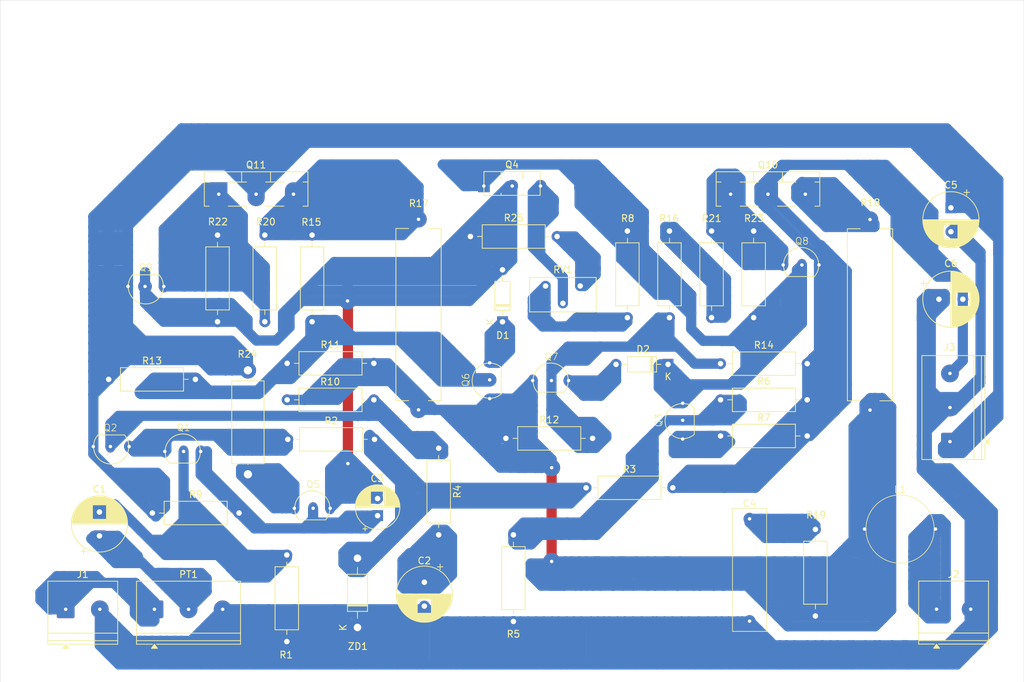
<source format=kicad_pcb>
(kicad_pcb (version 20241229) (generator "pcbnew") (generator_version "9.0")
  (layers (0 "F.Cu" signal) (2 "B.Cu" signal) (13 "F.Paste" user) (15 "B.Paste" user) (5 "F.SilkS" user "F.Silkscreen") (7 "B.SilkS" user "B.Silkscreen") (1 "F.Mask" user) (3 "B.Mask" user) (25 "Edge.Cuts" user))
  (net 0 "")
  (net 1 "Net-(C1-Pad1)")
  (net 2 "Net-(Q1-B)")
  (net 3 "GND")
  (net 4 "Net-(C2-Pad1)")
  (net 5 "Net-(D1-A)")
  (net 6 "Net-(Q1-C)")
  (net 7 "Net-(C4-Pad1)")
  (net 8 "/+38V")
  (net 9 "/-38V")
  (net 10 "Net-(D1-K)")
  (net 11 "Net-(D2-A)")
  (net 12 "Net-(D2-K)")
  (net 13 "Net-(J1-Pin_1)")
  (net 14 "Net-(J2-Pin_1)")
  (net 15 "Net-(Q6-E)")
  (net 16 "Net-(Q1-E)")
  (net 17 "Net-(Q2-B)")
  (net 18 "Net-(Q3-B)")
  (net 19 "Net-(Q3-E)")
  (net 20 "Net-(Q4-B)")
  (net 21 "Net-(Q5-E)")
  (net 22 "Net-(Q6-B)")
  (net 23 "Net-(Q7-B)")
  (net 24 "Net-(Q10-B)")
  (net 25 "Net-(Q11-B)")
  (net 26 "Net-(Q10-E)")
  (net 27 "Net-(Q11-E)")
  (net 28 "Net-(ZD1-A)")
  (net 29 "Net-(R8-Pad1)")
  (net 30 "Net-(R16-Pad2)")
  (net 31 "Net-(R25-Pad2)")
  (footprint "Resistor_THT:R_Axial_DIN0309_L9.0mm_D3.2mm_P12.70mm_Horizontal" (layer "F.Cu") (at 132.333333 76.1 90)
    (property "Reference" "R21")
    (property "Value" "100")
  )
  (footprint "Resistor_THT:R_Axial_DIN0309_L9.0mm_D3.2mm_P12.70mm_Horizontal" (layer "F.Cu") (at 133.65 93.45)
    (property "Reference" "R7")
    (property "Value" "100")
  )
  (footprint "TerminalBlock_Phoenix:TerminalBlock_Phoenix_PT-1,5-3-5.0-H_1x03_P5.00mm_Horizontal" (layer "F.Cu") (at 167.2675 94.2825 90)
    (property "Reference" "J3")
    (property "Value" "Power Supply")
  )
  (footprint "Resistor_THT:R_Axial_DIN0309_L9.0mm_D3.2mm_P12.70mm_Horizontal" (layer "F.Cu") (at 82.85 88.15 180)
    (property "Reference" "R10")
    (property "Value" "10k")
  )
  (footprint "Resistor_THT:R_Axial_DIN0309_L9.0mm_D3.2mm_P12.70mm_Horizontal" (layer "F.Cu") (at 133.65 88.15)
    (property "Reference" "R6")
    (property "Value" "1.2k")
  )
  (footprint "Resistor_THT:R_Axial_DIN0309_L9.0mm_D3.2mm_P12.70mm_Horizontal" (layer "F.Cu") (at 70.1 110.9 -90)
    (property "Reference" "R1")
    (property "Value" "15k")
  )
  (footprint "Resistor_THT:R_Axial_DIN0309_L9.0mm_D3.2mm_P12.70mm_Horizontal" (layer "F.Cu") (at 50.4 104.75)
    (property "Reference" "R9")
    (property "Value" "560")
  )
  (footprint "Resistor_THT:R_Axial_DIN0309_L9.0mm_D3.2mm_P12.70mm_Horizontal" (layer "F.Cu") (at 70.25 93.95)
    (property "Reference" "R2")
    (property "Value" "5.6k")
  )
  (footprint "Capacitor_THT:CP_Radial_D8.0mm_P3.50mm" (layer "F.Cu") (at 42.65 108.102651 90)
    (property "Reference" "C1")
    (property "Value" "1uF")
  )
  (footprint "Resistor_THT:R_Axial_DIN0309_L9.0mm_D3.2mm_P12.70mm_Horizontal" (layer "F.Cu") (at 126.166667 76.1 90)
    (property "Reference" "R16")
    (property "Value" "330")
  )
  (footprint "Diode_THT:D_DO-35_SOD27_P7.62mm_Horizontal" (layer "F.Cu") (at 101.7 76.71 90)
    (property "Reference" "D1")
    (property "Value" "1N4148")
  )
  (footprint "TerminalBlock_Phoenix:TerminalBlock_Phoenix_PT-1,5-2-5.0-H_1x02_P5.00mm_Horizontal" (layer "F.Cu") (at 37.7 118.8675)
    (property "Reference" "J1")
    (property "Value" "Audio Input")
  )
  (footprint "Transistor_TO-92_THT:TO-92_THT" (layer "F.Cu") (at 99.825 85.225 90)
    (property "Reference" "Q6")
    (property "Value" "MPSA06")
  )
  (footprint "Transistor_TO-92_THT:TO-92_THT" (layer "F.Cu") (at 49.325 71.525 180)
    (property "Reference" "Q9")
    (property "Value" "MPSA06")
  )
  (footprint "Resistor_THT:R_Axial_Power_L25.0mm_W6.4mm_P27.94mm" (layer "F.Cu") (at 155.55 89.65 90)
    (property "Reference" "R18")
    (property "Value" "0.25")
  )
  (footprint "Transistor_TO-92_THT:TO-92_THT" (layer "F.Cu") (at 145.575 68.375)
    (property "Reference" "Q8")
    (property "Value" "MPSA56")
  )
  (footprint "Diode_THT:D_DO-35_SOD27_P7.62mm_Horizontal" (layer "F.Cu") (at 125.96 82.95 180)
    (property "Reference" "D2")
    (property "Value" "1N4148")
  )
  (footprint "Transistor_TO-92_THT:TO-92_THT" (layer "F.Cu") (at 44.25 95 180)
    (property "Reference" "Q2")
    (property "Value" "2N3904")
  )
  (footprint "Transistor_TO-92_THT:TO-92_THT" (layer "F.Cu") (at 108.875 85.325)
    (property "Reference" "Q7")
    (property "Value" "MPSA56")
  )
  (footprint "Capacitor_THT:CP_Radial_D8.0mm_P3.50mm" (layer "F.Cu") (at 90.25 114.897349 -90)
    (property "Reference" "C2")
    (property "Value" "47uF")
  )
  (footprint "Resistor_THT:R_Axial_DIN0309_L9.0mm_D3.2mm_P12.70mm_Horizontal" (layer "F.Cu") (at 59.95 76.7 90)
    (property "Reference" "R22")
    (property "Value" "1.2k")
  )
  (footprint "Resistor_THT:R_Axial_DIN0309_L9.0mm_D3.2mm_P12.70mm_Horizontal" (layer "F.Cu") (at 103.3 120.65 90)
    (property "Reference" "R5")
    (property "Value" "30k")
  )
  (footprint "Resistor_THT:R_Axial_DIN0309_L9.0mm_D3.2mm_P12.70mm_Horizontal" (layer "F.Cu") (at 102.2 93.8)
    (property "Reference" "R12")
    (property "Value" "100")
  )
  (footprint "Diode_THT:D_DO-41_SOD81_P10.16mm_Horizontal" (layer "F.Cu") (at 80.45 121.53 90)
    (property "Reference" "ZD1")
    (property "Value" "1N4739")
  )
  (footprint "Resistor_THT:R_Axial_DIN0309_L9.0mm_D3.2mm_P12.70mm_Horizontal" (layer "F.Cu") (at 97 64.2)
    (property "Reference" "R25")
    (property "Value" "1.2k")
  )
  (footprint "Resistor_THT:R_Axial_DIN0309_L9.0mm_D3.2mm_P12.70mm_Horizontal" (layer "F.Cu") (at 70.15 82.8)
    (property "Reference" "R11")
    (property "Value" "100")
  )
  (footprint "Resistor_THT:R_Axial_DIN0414_L11.9mm_D4.5mm_P15.24mm_Horizontal" (layer "F.Cu") (at 64.4 83.83 -90)
    (property "Reference" "R24")
    (property "Value" "10")
  )
  (footprint "Capacitor_THT:CP_Radial_D8.0mm_P3.50mm" (layer "F.Cu") (at 165.65 73.4)
    (property "Reference" "C6")
    (property "Value" "47uF")
  )
  (footprint "Resistor_THT:R_Axial_DIN0309_L9.0mm_D3.2mm_P12.70mm_Horizontal" (layer "F.Cu") (at 120 76.1 90)
    (property "Reference" "R8")
    (property "Value" "560")
  )
  (footprint "Transistor_TO-92_THT:TO-92_THT" (layer "F.Cu") (at 54.975 95.725)
    (property "Reference" "Q1")
    (property "Value" "2N3904")
  )
  (footprint "Resistor_THT:R_Axial_DIN0309_L9.0mm_D3.2mm_P12.70mm_Horizontal" (layer "F.Cu") (at 133.65 82.85)
    (property "Reference" "R14")
    (property "Value" "10k")
  )
  (footprint "Resistor_THT:R_Axial_DIN0309_L9.0mm_D3.2mm_P12.70mm_Horizontal" (layer "F.Cu") (at 73.8 76.7 90)
    (property "Reference" "R15")
    (property "Value" "330")
  )
  (footprint "Package_TO_SOT_THT:TO-218-3_Vertical" (layer "F.Cu") (at 60.125 58)
    (property "Reference" "Q11")
    (property "Value" "TIP3055")
  )
  (footprint "Package_TO_SOT_THT:TO-218-3_Vertical" (layer "F.Cu") (at 135.125 58)
    (property "Reference" "Q10")
    (property "Value" "MJL21193")
  )
  (footprint "Resistor_THT:R_Axial_DIN0309_L9.0mm_D3.2mm_P12.70mm_Horizontal" (layer "F.Cu") (at 113.95 101.05)
    (property "Reference" "R3")
    (property "Value" "12k")
  )
  (footprint "Transistor_TO-92_THT:Inductor_THT" (layer "F.Cu") (at 159.95 107.1)
    (property "Reference" "L1")
    (property "Value" "0.53uH")
  )
  (footprint "Resistor_THT:R_Axial_Power_L25.0mm_W6.4mm_P27.94mm" (layer "F.Cu") (at 89.4 61.68 -90)
    (property "Reference" "R17")
    (property "Value" "0.25")
  )
  (footprint "Resistor_THT:R_Axial_DIN0309_L9.0mm_D3.2mm_P12.70mm_Horizontal" (layer "F.Cu") (at 92.35 95.25 -90)
    (property "Reference" "R4")
    (property "Value" "470")
  )
  (footprint "Transistor_TO-92_THT:KEMET_R46-THT" (layer "F.Cu") (at 137.9 113.1 -90)
    (property "Reference" "C4")
    (property "Value" "0.1uF")
  )
  (footprint "Potentiometer_THT:Potentiometer_Bourns_3296Y_Vertical" (layer "F.Cu") (at 113.09 71.46)
    (property "Reference" "RV1")
    (property "Value" "1k")
  )
  (footprint "Resistor_THT:R_Axial_DIN0309_L9.0mm_D3.2mm_P12.70mm_Horizontal" (layer "F.Cu") (at 44 85.15)
    (property "Reference" "R13")
    (property "Value" "10k")
  )
  (footprint "Transistor_TO-92_THT:TO-92_THT" (layer "F.Cu") (at 73.95 104.05)
    (property "Reference" "Q5")
    (property "Value" "MPSA56")
  )
  (footprint "TerminalBlock_Phoenix:TerminalBlock_Phoenix_PT-1,5-2-5.0-H_1x02_P5.00mm_Horizontal" (layer "F.Cu") (at 165.3 118.85)
    (property "Reference" "J2")
    (property "Value" "Speaker")
  )
  (footprint "Package_TO_SOT_THT:TO-126-3_Vertical" (layer "F.Cu") (at 100.82 56.8)
    (property "Reference" "Q4")
    (property "Value" "BD139")
  )
  (footprint "Resistor_THT:R_Axial_DIN0309_L9.0mm_D3.2mm_P12.70mm_Horizontal" (layer "F.Cu") (at 147.55 119.85 90)
    (property "Reference" "R19")
    (property "Value" "10k")
  )
  (footprint "Resistor_THT:R_Axial_DIN0309_L9.0mm_D3.2mm_P12.70mm_Horizontal" (layer "F.Cu") (at 138.5 76.1 90)
    (property "Reference" "R23")
    (property "Value" "1.2k")
  )
  (footprint "Capacitor_THT:CP_Radial_D8.0mm_P3.50mm" (layer "F.Cu") (at 167.4 59.997349 -90)
    (property "Reference" "C5")
    (property "Value" "47uF")
  )
  (footprint "Resistor_THT:R_Axial_DIN0309_L9.0mm_D3.2mm_P12.70mm_Horizontal" (layer "F.Cu") (at 66.875 76.7 90)
    (property "Reference" "R20")
    (property "Value" "100")
  )
  (footprint "Capacitor_THT:CP_Radial_D6.3mm_P2.50mm" (layer "F.Cu") (at 83.4 105.13238 90)
    (property "Reference" "C3")
    (property "Value" "47pF")
  )
  (footprint "TerminalBlock_Phoenix:TerminalBlock_Phoenix_PT-1,5-3-5.0-H_1x03_P5.00mm_Horizontal" (layer "F.Cu") (at 50.7 118.8675)
    (property "Reference" "PT1")
    (property "Value" "50k")
  )
  (footprint "Transistor_TO-92_THT:TO-92_THT" (layer "F.Cu") (at 128.1 91.15 90)
    (property "Reference" "Q3")
    (property "Value" "MPSA06")
  )
  (gr_rect (start 28.1 29.55) (end 178.1 129.55) (stroke (width 0.05)) (fill no) (layer "Edge.Cuts"))
  (segment (start 57.55 113.55) (end 54.55 113.55) (width 1.5) (layer "B.Cu") (net 1))
  (segment (start 48.2325 111.4) (end 49.89125 113.05875) (width 1.5) (layer "B.Cu") (net 1))
  (segment (start 51.25 113.55) (end 50.81625 113.98375) (width 1.5) (layer "B.Cu") (net 1))
  (segment (start 49.89125 113.05875) (end 48.91625 112.08375) (width 1.5) (layer "B.Cu") (net 1))
  (segment (start 53.325 114.825) (end 55.7 117.2) (width 1.5) (layer "B.Cu") (net 1))
  (segment (start 53.45 114.7) (end 55.7 114.7) (width 1.5) (layer "B.Cu") (net 1))
  (segment (start 41.45 108.5) (end 41.847349 108.102651) (width 1.5) (layer "B.Cu") (net 1))
  (segment (start 55.7 114.7) (end 54.55 113.55) (width 1.5) (layer "B.Cu") (net 1))
  (segment (start 45.65 111.15) (end 45.65 110.9) (width 1.5) (layer "B.Cu") (net 1))
  (segment (start 52.7 113.55) (end 52.05 113.55) (width 1.5) (layer "B.Cu") (net 1))
  (segment (start 44.35 109.055302) (end 45.302651 108.102651) (width 1.5) (layer "B.Cu") (net 1))
  (segment (start 44.35 110.3) (end 45.275 109.375) (width 1.5) (layer "B.Cu") (net 1))
  (segment (start 45.75 111.05) (end 45.75 109.85) (width 1.5) (layer "B.Cu") (net 1))
  (segment (start 50.3825 113.55) (end 49.89125 113.05875) (width 1.5) (layer "B.Cu") (net 1))
  (segment (start 52.79125 115.95875) (end 55.7 118.8675) (width 1.5) (layer "B.Cu") (net 1))
  (segment (start 56.85 116.2175) (end 58.35 116.2175) (width 1.5) (layer "B.Cu") (net 1))
  (segment (start 44.35 111.4) (end 44.35 110.7) (width 1.5) (layer "B.Cu") (net 1))
  (segment (start 45.65 111.15) (end 45.75 111.05) (width 1.5) (layer "B.Cu") (net 1))
  (segment (start 50.81625 113.98375) (end 52.79125 115.95875) (width 1.5) (layer "B.Cu") (net 1))
  (segment (start 44.35 109.802651) (end 42.65 108.102651) (width 1.5) (layer "B.Cu") (net 1))
  (segment (start 58.35 114.35) (end 57.55 113.55) (width 1.5) (layer "B.Cu") (net 1))
  (segment (start 55.7 115.95) (end 55.7 114.7) (width 1.5) (layer "B.Cu") (net 1))
  (segment (start 42.65 108.102651) (end 45.302651 108.102651) (width 1.5) (layer "B.Cu") (net 1))
  (segment (start 45.925 108.725) (end 48.25 111.05) (width 1.5) (layer "B.Cu") (net 1))
  (segment (start 44.35 111.4) (end 44.35 109.055302) (width 1.5) (layer "B.Cu") (net 1))
  (segment (start 48.91625 112.08375) (end 45.03375 112.08375) (width 1.5) (layer "B.Cu") (net 1))
  (segment (start 56.75 114.7) (end 58 114.7) (width 1.5) (layer "B.Cu") (net 1))
  (segment (start 45.302651 108.102651) (end 45.925 108.725) (width 1.5) (layer "B.Cu") (net 1))
  (segment (start 58.35 116.2175) (end 58.2675 116.2175) (width 1.5) (layer "B.Cu") (net 1))
  (segment (start 58.2675 116.2175) (end 56.75 114.7) (width 1.5) (layer "B.Cu") (net 1))
  (segment (start 55.7 114.7) (end 56.75 114.7) (width 1.5) (layer "B.Cu") (net 1))
  (segment (start 54.55 113.55) (end 52.7 113.55) (width 1.5) (layer "B.Cu") (net 1))
  (segment (start 45.65 110.9) (end 43.7 108.95) (width 1.5) (layer "B.Cu") (net 1))
  (segment (start 44.35 110.7) (end 44.35 110.3) (width 1.5) (layer "B.Cu") (net 1))
  (segment (start 55.69125 115.95875) (end 55.95 116.2175) (width 1.5) (layer "B.Cu") (net 1))
  (segment (start 58 114.7) (end 58.35 114.35) (width 1.5) (layer "B.Cu") (net 1))
  (segment (start 55.95 116.2175) (end 56.85 116.2175) (width 1.5) (layer "B.Cu") (net 1))
  (segment (start 55.7 118.8675) (end 58.35 116.2175) (width 1.5) (layer "B.Cu") (net 1))
  (segment (start 44.35 110.7) (end 44.35 109.802651) (width 1.5) (layer "B.Cu") (net 1))
  (segment (start 45.75 109.85) (end 45.275 109.375) (width 1.5) (layer "B.Cu") (net 1))
  (segment (start 55.7 117.4) (end 55.7 115.95) (width 1.5) (layer "B.Cu") (net 1))
  (segment (start 52.05 113.55) (end 53.325 114.825) (width 1.5) (layer "B.Cu") (net 1))
  (segment (start 45.03375 112.08375) (end 44.35 111.4) (width 1.5) (layer "B.Cu") (net 1))
  (segment (start 52.7 113.55) (end 51.25 113.55) (width 1.5) (layer "B.Cu") (net 1))
  (segment (start 55.69125 115.95875) (end 52.79125 115.95875) (width 1.5) (layer "B.Cu") (net 1))
  (segment (start 55.7 117.2) (end 55.7 117.4) (width 1.5) (layer "B.Cu") (net 1))
  (segment (start 55.7 117.2) (end 55.8675 117.2) (width 1.5) (layer "B.Cu") (net 1))
  (segment (start 55.8675 117.2) (end 56.85 116.2175) (width 1.5) (layer "B.Cu") (net 1))
  (segment (start 49.89125 113.05875) (end 50.81625 113.98375) (width 1.5) (layer "B.Cu") (net 1))
  (segment (start 53.325 114.825) (end 53.45 114.7) (width 1.5) (layer "B.Cu") (net 1))
  (segment (start 52.05 113.55) (end 50.3825 113.55) (width 1.5) (layer "B.Cu") (net 1))
  (segment (start 45.03375 112.08375) (end 41.45 108.5) (width 1.5) (layer "B.Cu") (net 1))
  (segment (start 55.7 115.95) (end 55.69125 115.95875) (width 1.5) (layer "B.Cu") (net 1))
  (segment (start 45.275 109.375) (end 45.925 108.725) (width 1.5) (layer "B.Cu") (net 1))
  (segment (start 41.847349 108.102651) (end 42.65 108.102651) (width 1.5) (layer "B.Cu") (net 1))
  (segment (start 55.7 118.8675) (end 55.7 117.4) (width 1.5) (layer "B.Cu") (net 1))
  (segment (start 44.35 111.4) (end 48.2325 111.4) (width 1.5) (layer "B.Cu") (net 1))
  (segment (start 58.35 116.2175) (end 58.35 114.35) (width 1.5) (layer "B.Cu") (net 1))
  (segment (start 48.25 111.05) (end 45.75 111.05) (width 1.5) (layer "B.Cu") (net 1))
  (segment (start 64.9 114.2) (end 64.9 113.75) (width 1.5) (layer "B.Cu") (net 2))
  (segment (start 48.75 107.35) (end 46.975 105.575) (width 1.5) (layer "B.Cu") (net 2))
  (segment (start 56.1625 110.4625) (end 56.6 110.9) (width 1.5) (layer "B.Cu") (net 2))
  (segment (start 54.975 110.875) (end 54.95 110.9) (width 1.5) (layer "B.Cu") (net 2))
  (segment (start 54.9875 105.8625) (end 54.875 105.975) (width 1.5) (layer "B.Cu") (net 2))
  (segment (start 68.275 113.125) (end 68.675 112.725) (width 1.5) (layer "B.Cu") (net 2))
  (segment (start 54.975 105.7) (end 54.975 105.875) (width 1.5) (layer "B.Cu") (net 2))
  (segment (start 41.95 103.95) (end 41.95 105.35) (width 1.5) (layer "B.Cu") (net 2))
  (segment (start 64.15 112.3) (end 64.15 111.5) (width 1.5) (layer "B.Cu") (net 2))
  (segment (start 56.6 110.9) (end 54.95 110.9) (width 1.5) (layer "B.Cu") (net 2))
  (segment (start 53.4625 108.5375) (end 53.2 108.8) (width 1.5) (layer "B.Cu") (net 2))
  (segment (start 70.1 111.3) (end 68.275 113.125) (width 1.5) (layer "B.Cu") (net 2))
  (segment (start 57.6875 110.8875) (end 57.7 110.9) (width 1.5) (layer "B.Cu") (net 2))
  (segment (start 64.75 110.9) (end 64.075 110.9) (width 1.5) (layer "B.Cu") (net 2))
  (segment (start 62.5 110.9) (end 60 110.9) (width 1.5) (layer "B.Cu") (net 2))
  (segment (start 52.9 107.95) (end 53.3125 107.5375) (width 1.5) (layer "B.Cu") (net 2))
  (segment (start 64.15 114.2) (end 64.15 112.3) (width 1.5) (layer "B.Cu") (net 2))
  (segment (start 57.6875 104.5125) (end 57.1 104.5125) (width 1.5) (layer "B.Cu") (net 2))
  (segment (start 62.65 111.05) (end 62.5 110.9) (width 1.5) (layer "B.Cu") (net 2))
  (segment (start 63.55 112.3) (end 66.35 112.3) (width 1.5) (layer "B.Cu") (net 2))
  (segment (start 62.65 113.6) (end 62.65 113) (width 1.5) (layer "B.Cu") (net 2))
  (segment (start 51.9375 109.5375) (end 51.625 109.225) (width 1.5) (layer "B.Cu") (net 2))
  (segment (start 60.375 111.275) (end 61.4 112.3) (width 1.5) (layer "B.Cu") (net 2))
  (segment (start 68.675 111.625) (end 67.95 110.9) (width 1.5) (layer "B.Cu") (net 2))
  (segment (start 64.075 110.9) (end 62.7125 109.5375) (width 1.5) (layer "B.Cu") (net 2))
  (segment (start 56.1625 105.45) (end 56.1625 106.7) (width 1.5) (layer "B.Cu") (net 2))
  (segment (start 67.2 112.55) (end 67.45 112.3) (width 1.5) (layer "B.Cu") (net 2))
  (segment (start 46.975 105.575) (end 44.9 103.5) (width 1.5) (layer "B.Cu") (net 2))
  (segment (start 59.0375 105.8625) (end 57.6875 104.5125) (width 1.5) (layer "B.Cu") (net 2))
  (segment (start 62.65 113.6) (end 61.8 112.75) (width 1.5) (layer "B.Cu") (net 2))
  (segment (start 62.7125 109.5375) (end 61.7125 108.5375) (width 1.5) (layer "B.Cu") (net 2))
  (segment (start 61.8 112.75) (end 61.8 112.7) (width 1.5) (layer "B.Cu") (net 2))
  (segment (start 56.1625 102.9875) (end 54.975 101.8) (width 1.5) (layer "B.Cu") (net 2))
  (segment (start 53.3125 107.5375) (end 60.7125 107.5375) (width 1.5) (layer "B.Cu") (net 2))
  (segment (start 67.2 114.2) (end 67.2 112.55) (width 1.5) (layer "B.Cu") (net 2))
  (segment (start 60.7125 107.5375) (end 59.8125 106.6375) (width 1.5) (layer "B.Cu") (net 2))
  (segment (start 42.4 103.5) (end 41.95 103.95) (width 1.5) (layer "B.Cu") (net 2))
  (segment (start 56.1625 106.7) (end 56.1625 110.4625) (width 1.5) (layer "B.Cu") (net 2))
  (segment (start 59.8125 106.6375) (end 59.0375 105.8625) (width 1.5) (layer "B.Cu") (net 2))
  (segment (start 51.625 109.225) (end 51.125 109.725) (width 1.5) (layer "B.Cu") (net 2))
  (segment (start 57.7 110.9) (end 56.6 110.9) (width 1.5) (layer "B.Cu") (net 2))
  (segment (start 64.15 111.5) (end 64.75 110.9) (width 1.5) (layer "B.Cu") (net 2))
  (segment (start 70.1 110.9) (end 67.95 110.9) (width 1.5) (layer "B.Cu") (net 2))
  (segment (start 61.4 112.3) (end 63.55 112.3) (width 1.5) (layer "B.Cu") (net 2))
  (segment (start 68.275 113.125) (end 65.625 113.125) (width 1.5) (layer "B.Cu") (net 2))
  (segment (start 52.175 108.675) (end 50.075 108.675) (width 1.5) (layer "B.Cu") (net 2))
  (segment (start 66.35 112.3) (end 67.45 112.3) (width 1.5) (layer "B.Cu") (net 2))
  (segment (start 62.7125 109.5375) (end 51.9375 109.5375) (width 1.5) (layer "B.Cu") (net 2))
  (segment (start 64.9 114.2) (end 64.15 114.2) (width 1.5) (layer "B.Cu") (net 2))
  (segment (start 51.125 109.725) (end 50.075 108.675) (width 1.5) (layer "B.Cu") (net 2))
  (segment (start 59.8125 106.6375) (end 56.225 106.6375) (width 1.5) (layer "B.Cu") (net 2))
  (segment (start 70.1 110.9) (end 70.1 111.3) (width 1.5) (layer "B.Cu") (net 2))
  (segment (start 45.797349 105.35) (end 45.05 104.602651) (width 1.5) (layer "B.Cu") (net 2))
  (segment (start 56.225 106.6375) (end 56.1625 106.7) (width 1.5) (layer "B.Cu") (net 2))
  (segment (start 48.75 107.35) (end 46.75 105.35) (width 1.5) (layer "B.Cu") (net 2))
  (segment (start 64.9 113.75) (end 65.575 113.075) (width 1.5) (layer "B.Cu") (net 2))
  (segment (start 67.2 114.2) (end 64.9 114.2) (width 1.5) (layer "B.Cu") (net 2))
  (segment (start 54.975 101.8) (end 54.975 105.7) (width 1.5) (layer "B.Cu") (net 2))
  (segment (start 59.0375 105.8625) (end 54.9875 105.8625) (width 1.5) (layer "B.Cu") (net 2))
  (segment (start 68.275 113.125) (end 67.2 114.2) (width 1.5) (layer "B.Cu") (net 2))
  (segment (start 45.05 104.602651) (end 42.65 104.602651) (width 1.5) (layer "B.Cu") (net 2))
  (segment (start 62.65 113.6) (end 62.85 113.6) (width 1.5) (layer "B.Cu") (net 2))
  (segment (start 61.8 112.7) (end 60.375 111.275) (width 1.5) (layer "B.Cu") (net 2))
  (segment (start 54.95 110.9) (end 52.3 110.9) (width 1.5) (layer "B.Cu") (net 2))
  (segment (start 57.6875 104.5125) (end 56.1625 102.9875) (width 1.5) (layer "B.Cu") (net 2))
  (segment (start 67.45 112.3) (end 68.275 113.125) (width 1.5) (layer "B.Cu") (net 2))
  (segment (start 54.975 105.7) (end 54.975 110.875) (width 1.5) (layer "B.Cu") (net 2))
  (segment (start 68.675 112.725) (end 68.675 111.625) (width 1.5) (layer "B.Cu") (net 2))
  (segment (start 50.9375 109.5375) (end 46.975 105.575) (width 1.5) (layer "B.Cu") (net 2))
  (segment (start 44.9 103.5) (end 42.4 103.5) (width 1.5) (layer "B.Cu") (net 2))
  (segment (start 52.9 107.95) (end 52.175 108.675) (width 1.5) (layer "B.Cu") (net 2))
  (segment (start 61.7125 108.5375) (end 53.4625 108.5375) (width 1.5) (layer "B.Cu") (net 2))
  (segment (start 61.7125 108.5375) (end 60.7125 107.5375) (width 1.5) (layer "B.Cu") (net 2))
  (segment (start 50.075 108.675) (end 48.75 107.35) (width 1.5) (layer "B.Cu") (net 2))
  (segment (start 54.975 105.875) (end 54.875 105.975) (width 1.5) (layer "B.Cu") (net 2))
  (segment (start 56.1625 102.9875) (end 56.1625 105.45) (width 1.5) (layer "B.Cu") (net 2))
  (segment (start 57.6875 104.5125) (end 57.6875 110.8875) (width 1.5) (layer "B.Cu") (net 2))
  (segment (start 57.1 104.5125) (end 56.1625 105.45) (width 1.5) (layer "B.Cu") (net 2))
  (segment (start 65.575 113.075) (end 66.35 112.3) (width 1.5) (layer "B.Cu") (net 2))
  (segment (start 63.55 112.3) (end 64.15 112.3) (width 1.5) (layer "B.Cu") (net 2))
  (segment (start 67.95 110.9) (end 64.75 110.9) (width 1.5) (layer "B.Cu") (net 2))
  (segment (start 41.95 105.35) (end 45.797349 105.35) (width 1.5) (layer "B.Cu") (net 2))
  (segment (start 52.3 110.9) (end 51.125 109.725) (width 1.5) (layer "B.Cu") (net 2))
  (segment (start 64.15 114.2) (end 63.25 114.2) (width 1.5) (layer "B.Cu") (net 2))
  (segment (start 65.625 113.125) (end 65.575 113.075) (width 1.5) (layer "B.Cu") (net 2))
  (segment (start 54.875 105.975) (end 52.9 107.95) (width 1.5) (layer "B.Cu") (net 2))
  (segment (start 62.65 113) (end 62.65 111.05) (width 1.5) (layer "B.Cu") (net 2))
  (segment (start 52 108.85) (end 51.625 109.225) (width 1.5) (layer "B.Cu") (net 2))
  (segment (start 62.65 113) (end 64.15 111.5) (width 1.5) (layer "B.Cu") (net 2))
  (segment (start 60 110.9) (end 57.7 110.9) (width 1.5) (layer "B.Cu") (net 2))
  (segment (start 63.25 114.2) (end 62.65 113.6) (width 1.5) (layer "B.Cu") (net 2))
  (segment (start 60.375 111.275) (end 60 110.9) (width 1.5) (layer "B.Cu") (net 2))
  (segment (start 64.75 110.9) (end 62.5 110.9) (width 1.5) (layer "B.Cu") (net 2))
  (segment (start 46.75 105.35) (end 45.797349 105.35) (width 1.5) (layer "B.Cu") (net 2))
  (segment (start 52.9 107.95) (end 52 108.85) (width 1.5) (layer "B.Cu") (net 2))
  (segment (start 62.85 113.6) (end 64.15 112.3) (width 1.5) (layer "B.Cu") (net 2))
  (segment (start 51.9375 109.5375) (end 50.9375 109.5375) (width 1.5) (layer "B.Cu") (net 2))
  (segment (start 54.975 95.725) (end 54.975 101.8) (width 1.5) (layer "B.Cu") (net 2))
  (segment (start 170.65 122.65) (end 170.65 121.7) (width 1.5) (layer "B.Cu") (net 3))
  (segment (start 170.3 113.85) (end 170.3 112.4) (width 1.5) (layer "B.Cu") (net 3))
  (segment (start 163.15 96.55) (end 163.15 95.85) (width 1.5) (layer "B.Cu") (net 3))
  (segment (start 127.95 120.65) (end 127.95 126.65) (width 1.5) (layer "B.Cu") (net 3))
  (segment (start 139.4 126.95) (end 139.9 126.95) (width 1.5) (layer "B.Cu") (net 3))
  (segment (start 100.3 120.65) (end 100.8 121.15) (width 1.5) (layer "B.Cu") (net 3))
  (segment (start 167.45 102.05) (end 167.45 99.15) (width 1.5) (layer "B.Cu") (net 3))
  (segment (start 67.4125 121.53) (end 64.75 118.8675) (width 1.5) (layer "B.Cu") (net 3))
  (segment (start 88.548674 120.098674) (end 83.575 120.098674) (width 1.5) (layer "B.Cu") (net 3))
  (segment (start 151.5 124.85) (end 150.8 124.15) (width 1.5) (layer "B.Cu") (net 3))
  (segment (start 159.6 125.3) (end 159.6 124.95) (width 1.5) (layer "B.Cu") (net 3))
  (segment (start 168.8 126.45) (end 170.95 124.3) (width 1.5) (layer "B.Cu") (net 3))
  (segment (start 63.14125 119.37625) (end 63.65 118.8675) (width 1.5) (layer "B.Cu") (net 3))
  (segment (start 163.15 76.45) (end 163.15 73.6) (width 1.5) (layer "B.Cu") (net 3))
  (segment (start 170.15 105.45) (end 170.15 120.85) (width 1.5) (layer "B.Cu") (net 3))
  (segment (start 167.2 98.2) (end 166.5 98.2) (width 1.5) (layer "B.Cu") (net 3))
  (segment (start 97.85 126.7) (end 98.1 126.95) (width 1.5) (layer "B.Cu") (net 3))
  (segment (start 116.6 120.65) (end 116.6 126.15) (width 1.5) (layer "B.Cu") (net 3))
  (segment (start 109 126.6) (end 108.65 126.95) (width 1.5) (layer "B.Cu") (net 3))
  (segment (start 64.86625 123.03375) (end 64.39125 122.55875) (width 1.5) (layer "B.Cu") (net 3))
  (segment (start 140.725 123.425) (end 140.725 126.125) (width 1.5) (layer "B.Cu") (net 3))
  (segment (start 100.3 120.65) (end 99 120.65) (width 1.5) (layer "B.Cu") (net 3))
  (segment (start 159.6 124.95) (end 158.8 124.15) (width 1.5) (layer "B.Cu") (net 3))
  (segment (start 101.85 120.65) (end 100.3 120.65) (width 1.5) (layer "B.Cu") (net 3))
  (segment (start 115.65 120.65) (end 116.6 120.65) (width 1.5) (layer "B.Cu") (net 3))
  (segment (start 164.8 98.2) (end 163.875 97.275) (width 1.5) (layer "B.Cu") (net 3))
  (segment (start 82.15 126.95) (end 83.35 126.95) (width 1.5) (layer "B.Cu") (net 3))
  (segment (start 132.3 126.95) (end 133.65 126.95) (width 1.5) (layer "B.Cu") (net 3))
  (segment (start 72.3 123.6) (end 73 123.6) (width 1.5) (layer "B.Cu") (net 3))
  (segment (start 164.525 92.025) (end 165.05 91.5) (width 1.5) (layer "B.Cu") (net 3))
  (segment (start 87.848674 126.548674) (end 88.25 126.95) (width 1.5) (layer "B.Cu") (net 3))
  (segment (start 112.15 120.65) (end 113.25 120.65) (width 1.5) (layer "B.Cu") (net 3))
  (segment (start 165.325 100.625) (end 165.325 98.725) (width 1.5) (layer "B.Cu") (net 3))
  (segment (start 169.35 125.9) (end 169.35 125.3) (width 1.5) (layer "B.Cu") (net 3))
  (segment (start 56.0675 126.6825) (end 55.8 126.95) (width 1.5) (layer "B.Cu") (net 3))
  (segment (start 87.117349 121.53) (end 87.117349 119.741023) (width 1.5) (layer "B.Cu") (net 3))
  (segment (start 163.25 85.5) (end 163.25 83.4) (width 1.5) (layer "B.Cu") (net 3))
  (segment (start 123.75 120.65) (end 124.3 120.65) (width 1.5) (layer "B.Cu") (net 3))
  (segment (start 76.15 120.0175) (end 78.2675 120.0175) (width 1.5) (layer "B.Cu") (net 3))
  (segment (start 83.7 126.7) (end 83.95 126.95) (width 1.5) (layer "B.Cu") (net 3))
  (segment (start 143.3 124.15) (end 143.3 125.95) (width 1.5) (layer "B.Cu") (net 3))
  (segment (start 162.5 124.2) (end 162.55 124.15) (width 1.5) (layer "B.Cu") (net 3))
  (segment (start 173.15 117.4) (end 171.4 117.4) (width 1.5) (layer "B.Cu") (net 3))
  (segment (start 140.725 123.425) (end 141.45 124.15) (width 1.5) (layer "B.Cu") (net 3))
  (segment (start 76.2 121.53) (end 74.75 121.53) (width 1.5) (layer "B.Cu") (net 3))
  (segment (start 171.45 123.8) (end 167.7 123.8) (width 1.5) (layer "B.Cu") (net 3))
  (segment (start 173.55 119.75) (end 173.55 117.8) (width 1.5) (layer "B.Cu") (net 3))
  (segment (start 76.8 120.6675) (end 76.15 120.0175) (width 1.5) (layer "B.Cu") (net 3))
  (segment (start 130.45 120.65) (end 130.45 126.45) (width 1.5) (layer "B.Cu") (net 3))
  (segment (start 86.3 126.95) (end 87.1 126.95) (width 1.5) (layer "B.Cu") (net 3))
  (segment (start 81.7 121.53) (end 82.95 121.53) (width 1.5) (layer "B.Cu") (net 3))
  (segment (start 136.8 120.65) (end 137.85 120.65) (width 1.5) (layer "B.Cu") (net 3))
  (segment (start 169.2 100.2) (end 169.25 100.25) (width 1.5) (layer "B.Cu") (net 3))
  (segment (start 87.117349 119.741023) (end 86.75 119.373674) (width 1.5) (layer "B.Cu") (net 3))
  (segment (start 110.25 126.95) (end 111.1 126.95) (width 1.5) (layer "B.Cu") (net 3))
  (segment (start 61.99125 120.15875) (end 61.99125 126.70875) (width 1.5) (layer "B.Cu") (net 3))
  (segment (start 124.3 126.95) (end 125.4 126.95) (width 1.5) (layer "B.Cu") (net 3))
  (segment (start 111.15 120.65) (end 111.15 126.9) (width 1.5) (layer "B.Cu") (net 3))
  (segment (start 173.55 108.35) (end 173.15 108.35) (width 1.5) (layer "B.Cu") (net 3))
  (segment (start 166.85 124.15) (end 167.45 123.55) (width 1.5) (layer "B.Cu") (net 3))
  (segment (start 145.05 125.65) (end 145.5 125.2) (width 1.5) (layer "B.Cu") (net 3))
  (segment (start 173.55 114.1) (end 170.55 114.1) (width 1.5) (layer "B.Cu") (net 3))
  (segment (start 147.35 126.95) (end 148.7 126.95) (width 1.5) (layer "B.Cu") (net 3))
  (segment (start 73 123.6) (end 74.25 123.6) (width 1.5) (layer "B.Cu") (net 3))
  (segment (start 80.45 121.53) (end 78.65 121.53) (width 1.5) (layer "B.Cu") (net 3))
  (segment (start 51.6 123.5) (end 51.6 126.7) (width 1.5) (layer "B.Cu") (net 3))
  (segment (start 56.80875 122.75875) (end 57.40875 122.15875) (width 1.5) (layer "B.Cu") (net 3))
  (segment (start 156.3 126.95) (end 156.95 126.3) (width 1.5) (layer "B.Cu") (net 3))
  (segment (start 170 101) (end 169.2 100.2) (width 1.5) (layer "B.Cu") (net 3))
  (segment (start 107.75 126.55) (end 108.15 126.95) (width 1.5) (layer "B.Cu") (net 3))
  (segment (start 139.9 126.95) (end 142.3 126.95) (width 1.5) (layer "B.Cu") (net 3))
  (segment (start 131.8 126.45) (end 132.3 126.95) (width 1.5) (layer "B.Cu") (net 3))
  (segment (start 147.35 125.35) (end 148.55 124.15) (width 1.5) (layer "B.Cu") (net 3))
  (segment (start 121.3 126.95) (end 121.3 122.65) (width 1.5) (layer "B.Cu") (net 3))
  (segment (start 171.75 66.5) (end 168.05 62.8) (width 1.5) (layer "B.Cu") (net 3))
  (segment (start 171.875 123.375) (end 171.875 122.925) (width 1.5) (layer "B.Cu") (net 3))
  (segment (start 93.6 123.15) (end 94.3 123.15) (width 1.5) (layer "B.Cu") (net 3))
  (segment (start 89.273674 119.373674) (end 89.273674 126.123674) (width 1.5) (layer "B.Cu") (net 3))
  (segment (start 143.3 126.95) (end 144.25 126.95) (width 1.5) (layer "B.Cu") (net 3))
  (segment (start 139.2 124.95) (end 139.2 126.75) (width 1.5) (layer "B.Cu") (net 3))
  (segment (start 83.35 126.95) (end 83.95 126.95) (width 1.5) (layer "B.Cu") (net 3))
  (segment (start 170.3 110.85) (end 170.3 109.3) (width 1.5) (layer "B.Cu") (net 3))
  (segment (start 99 120.65) (end 99 121.2) (width 1.5) (layer "B.Cu") (net 3))
  (segment (start 72.3 123.6) (end 72.3 124.9) (width 1.5) (layer "B.Cu") (net 3))
  (segment (start 65.4325 124.4) (end 65.4325 125.85) (width 1.5) (layer "B.Cu") (net 3))
  (segment (start 42.7 124.15) (end 43.675 125.125) (width 1.5) (layer "B.Cu") (net 3))
  (segment (start 66.3 126.85) (end 66.4 126.95) (width 1.5) (layer "B.Cu") (net 3))
  (segment (start 166.5 101.65) (end 166.5 98.2) (width 1.5) (layer "B.Cu") (net 3))
  (segment (start 63.65 118.8675) (end 60.7 118.8675) (width 1.5) (layer "B.Cu") (net 3))
  (segment (start 66.3 122.7) (end 66.3 119.8175) (width 1.5) (layer "B.Cu") (net 3))
  (segment (start 81.6 119.373674) (end 84.3 119.373674) (width 1.5) (layer "B.Cu") (net 3))
  (segment (start 171.875 123.375) (end 169.925 123.375) (width 1.5) (layer "B.Cu") (net 3))
  (segment (start 172.975 103.975) (end 172.975 105.675) (width 1.5) (layer "B.Cu") (net 3))
  (segment (start 163.875 97.275) (end 163.15 96.55) (width 1.5) (layer "B.Cu") (net 3))
  (segment (start 167.1 102.4) (end 167.45 102.05) (width 1.5) (layer "B.Cu") (net 3))
  (segment (start 170.55 114.1) (end 170.3 113.85) (width 1.5) (layer "B.Cu") (net 3))
  (segment (start 158.2 124.75) (end 158.8 124.15) (width 1.5) (layer "B.Cu") (net 3))
  (segment (start 153 126.95) (end 153.95 126.95) (width 1.5) (layer "B.Cu") (net 3))
  (segment (start 106.6 126.8) (end 106.75 126.95) (width 1.5) (layer "B.Cu") (net 3))
  (segment (start 156.3 126.95) (end 156.3 126.2) (width 1.5) (layer "B.Cu") (net 3))
  (segment (start 52.5 123.5) (end 52.5 126.55) (width 1.5) (layer "B.Cu") (net 3))
  (segment (start 114.7 126.7) (end 114.95 126.95) (width 1.5) (layer "B.Cu") (net 3))
  (segment (start 173.15 108.35) (end 170.5 108.35) (width 1.5) (layer "B.Cu") (net 3))
  (segment (start 145.05 126.95) (end 145.05 125.65) (width 1.5) (layer "B.Cu") (net 3))
  (segment (start 85.5 126.15) (end 86.3 126.95) (width 1.5) (layer "B.Cu") (net 3))
  (segment (start 99 120.65) (end 99 122.85) (width 1.5) (layer "B.Cu") (net 3))
  (segment (start 162.5 126.95) (end 164.05 126.95) (width 1.5) (layer "B.Cu") (net 3))
  (segment (start 132.95 120.65) (end 132.95 126.25) (width 1.5) (layer "B.Cu") (net 3))
  (segment (start 105.45 120.65) (end 106.6 120.65) (width 1.5) (layer "B.Cu") (net 3))
  (segment (start 173.55 121.7) (end 171.35 121.7) (width 1.5) (layer "B.Cu") (net 3))
  (segment (start 95.45 121.55) (end 95.45 122.9) (width 1.5) (layer "B.Cu") (net 3))
  (segment (start 94.7 122.75) (end 94.3 123.15) (width 1.5) (layer "B.Cu") (net 3))
  (segment (start 57.40875 122.15875) (end 57.40875 126.80875) (width 1.5) (layer "B.Cu") (net 3))
  (segment (start 130.45 126.45) (end 129.95 126.95) (width 1.5) (layer "B.Cu") (net 3))
  (segment (start 136.35 126.95) (end 137.6 126.95) (width 1.5) (layer "B.Cu") (net 3))
  (segment (start 70.1 123.6) (end 69.4 123.6) (width 1.5) (layer "B.Cu") (net 3))
  (segment (start 106.6 120.65) (end 107.75 120.65) (width 1.5) (layer "B.Cu") (net 3))
  (segment (start 70.8 120.45) (end 70.8 120) (width 1.5) (layer "B.Cu") (net 3))
  (segment (start 140.725 123.425) (end 139.2 124.95) (width 1.5) (layer "B.Cu") (net 3))
  (segment (start 59.15 126.95) (end 60.4 126.95) (width 1.5) (layer "B.Cu") (net 3))
  (segment (start 77.6 123.6) (end 77.6 126.95) (width 1.5) (layer "B.Cu") (net 3))
  (segment (start 86.35 121.423674) (end 84.3 119.373674) (width 1.5) (layer "B.Cu") (net 3))
  (segment (start 68.3 121.53) (end 68.3 119.7175) (width 1.5) (layer "B.Cu") (net 3))
  (segment (start 59.43375 120.13375) (end 59.43375 125.98375) (width 1.5) (layer "B.Cu") (net 3))
  (segment (start 149.95 125.35) (end 149.95 124.3) (width 1.5) (layer "B.Cu") (net 3))
  (segment (start 153.95 126.95) (end 155.25 126.95) (width 1.5) (layer "B.Cu") (net 3))
  (segment (start 78.2675 120.0175) (end 78.911326 119.373674) (width 1.5) (layer "B.Cu") (net 3))
  (segment (start 65.4325 125.85) (end 65.4325 126.8675) (width 1.5) (layer "B.Cu") (net 3))
  (segment (start 166.5 72.65) (end 166.5 73.375) (width 1.5) (layer "B.Cu") (net 3))
  (segment (start 94.15 126.95) (end 94.9 126.95) (width 1.5) (layer "B.Cu") (net 3))
  (segment (start 163.55 124.15) (end 166.85 124.15) (width 1.5) (layer "B.Cu") (net 3))
  (segment (start 127.95 120.65) (end 129.05 120.65) (width 1.5) (layer "B.Cu") (net 3))
  (segment (start 96.65 120.65) (end 96.65 126.85) (width 1.5) (layer "B.Cu") (net 3))
  (segment (start 94.9 126.95) (end 95.9 126.95) (width 1.5) (layer "B.Cu") (net 3))
  (segment (start 76.6 123.6) (end 77.6 123.6) (width 1.5) (layer "B.Cu") (net 3))
  (segment (start 64.7325 125.15) (end 65.4325 125.85) (width 1.5) (layer "B.Cu") (net 3))
  (segment (start 87.1 126.95) (end 88.25 126.95) (width 1.5) (layer "B.Cu") (net 3))
  (segment (start 173.15 108.35) (end 171.35 108.35) (width 1.5) (layer "B.Cu") (net 3))
  (segment (start 88.25 126.95) (end 89.1 126.95) (width 1.5) (layer "B.Cu") (net 3))
  (segment (start 173.55 116.05) (end 170.35 116.05) (width 1.5) (layer "B.Cu") (net 3))
  (segment (start 151.5 126.95) (end 149.95 125.4) (width 1.5) (layer "B.Cu") (net 3))
  (segment (start 163.875 97.275) (end 163.875 92.675) (width 1.5) (layer "B.Cu") (net 3))
  (segment (start 100.8 123) (end 100.8 124.65) (width 1.5) (layer "B.Cu") (net 3))
  (segment (start 63.84125 122.00875) (end 63.56625 121.73375) (width 1.5) (layer "B.Cu") (net 3))
  (segment (start 83.7 121.473674) (end 83.388163 121.161837) (width 1.5) (layer "B.Cu") (net 3))
  (segment (start 171.75 67.847349) (end 171.75 66.5) (width 1.5) (layer "B.Cu") (net 3))
  (segment (start 57.55 126.4) (end 57.55 126.95) (width 1.5) (layer "B.Cu") (net 3))
  (segment (start 78.911326 119.373674) (end 79.75 119.373674) (width 1.5) (layer "B.Cu") (net 3))
  (segment (start 63.84125 126.60875) (end 64.67375 126.60875) (width 1.5) (layer "B.Cu") (net 3))
  (segment (start 132.95 120.65) (end 133.8 120.65) (width 1.5) (layer "B.Cu") (net 3))
  (segment (start 124.3 120.65) (end 124.3 126.95) (width 1.5) (layer "B.Cu") (net 3))
  (segment (start 76.8 120.93) (end 76.8 120.6675) (width 1.5) (layer "B.Cu") (net 3))
  (segment (start 142.3 124.2) (end 142.3 126.95) (width 1.5) (layer "B.Cu") (net 3))
  (segment (start 74.55 126.95) (end 74.55 125.15) (width 1.5) (layer "B.Cu") (net 3))
  (segment (start 129.05 120.65) (end 129.05 126.05) (width 1.5) (layer "B.Cu") (net 3))
  (segment (start 125.4 126.95) (end 127.2 126.95) (width 1.5) (layer "B.Cu") (net 3))
  (segment (start 144.25 126.95) (end 145.05 126.95) (width 1.5) (layer "B.Cu") (net 3))
  (segment (start 171.35 121.7) (end 170.65 121.7) (width 1.5) (layer "B.Cu") (net 3))
  (segment (start 169.35 125.3) (end 168.975 124.925) (width 1.5) (layer "B.Cu") (net 3))
  (segment (start 74.55 125.15) (end 74.25 124.85) (width 1.5) (layer "B.Cu") (net 3))
  (segment (start 129.95 126.95) (end 132.3 126.95) (width 1.5) (layer "B.Cu") (net 3))
  (segment (start 94.5 121.55) (end 94.7 121.75) (width 1.5) (layer "B.Cu") (net 3))
  (segment (start 170.3 118.85) (end 170.3 116.1) (width 1.5) (layer "B.Cu") (net 3))
  (segment (start 142.35 124.15) (end 143.3 124.15) (width 1.5) (layer "B.Cu") (net 3))
  (segment (start 151.5 126.95) (end 153 126.95) (width 1.5) (layer "B.Cu") (net 3))
  (segment (start 173.55 112.9) (end 170.8 112.9) (width 1.5) (layer "B.Cu") (net 3))
  (segment (start 80.45 121.53) (end 80.45 126.8) (width 1.5) (layer "B.Cu") (net 3))
  (segment (start 136.15 126.75) (end 136.35 126.95) (width 1.5) (layer "B.Cu") (net 3))
  (segment (start 170.3 118.5) (end 170.3 118.85) (width 1.5) (layer "B.Cu") (net 3))
  (segment (start 91.751326 126.601326) (end 92.1 126.95) (width 1.5) (layer "B.Cu") (net 3))
  (segment (start 53.9 126.95) (end 54.75 126.95) (width 1.5) (layer "B.Cu") (net 3))
  (segment (start 157.1 124.3) (end 156.95 124.15) (width 1.5) (layer "B.Cu") (net 3))
  (segment (start 66.3 123.6) (end 66.3 126.85) (width 1.5) (layer "B.Cu") (net 3))
  (segment (start 153 124.65) (end 152.5 124.15) (width 1.5) (layer "B.Cu") (net 3))
  (segment (start 173.55 109.75) (end 173.55 108.35) (width 1.5) (layer "B.Cu") (net 3))
  (segment (start 80.45 121.53) (end 79.78 121.53) (width 1.5) (layer "B.Cu") (net 3))
  (segment (start 163.15 93.4) (end 163.15 76.45) (width 1.5) (layer "B.Cu") (net 3))
  (segment (start 104.3 126.75) (end 104.5 126.95) (width 1.5) (layer "B.Cu") (net 3))
  (segment (start 172.6 106.05) (end 171.65 106.05) (width 1.5) (layer "B.Cu") (net 3))
  (segment (start 70.475 126.725) (end 70.7 126.95) (width 1.5) (layer "B.Cu") (net 3))
  (segment (start 173.55 121.7) (end 173.55 120.85) (width 1.5) (layer "B.Cu") (net 3))
  (segment (start 164.45 87.75) (end 164.25 87.95) (width 1.5) (layer "B.Cu") (net 3))
  (segment (start 139.2 124.95) (end 139.55 124.95) (width 1.5) (layer "B.Cu") (net 3))
  (segment (start 77.5 121.53) (end 76.2 121.53) (width 1.5) (layer "B.Cu") (net 3))
  (segment (start 173.55 106.05) (end 173.55 104.55) (width 1.5) (layer "B.Cu") (net 3))
  (segment (start 127.95 126.65) (end 128.25 126.95) (width 1.5) (layer "B.Cu") (net 3))
  (segment (start 68.3 126.85) (end 68.2 126.95) (width 1.5) (layer "B.Cu") (net 3))
  (segment (start 137.9 126.65) (end 137.6 126.95) (width 1.5) (layer "B.Cu") (net 3))
  (segment (start 133.65 126.95) (end 134.95 126.95) (width 1.5) (layer "B.Cu") (net 3))
  (segment (start 170.7 111.9) (end 170.3 111.5) (width 1.5) (layer "B.Cu") (net 3))
  (segment (start 144.25 126.95) (end 144.25 124.4) (width 1.5) (layer "B.Cu") (net 3))
  (segment (start 170.3 105.6) (end 169.7 105) (width 1.5) (layer "B.Cu") (net 3))
  (segment (start 70.8 121.53) (end 70.8 120.45) (width 1.5) (layer "B.Cu") (net 3))
  (segment (start 122.45 126.75) (end 122.45 121.5) (width 1.5) (layer "B.Cu") (net 3))
  (segment (start 165.05 89.7) (end 165.05 88.75) (width 1.5) (layer "B.Cu") (net 3))
  (segment (start 113.25 126.95) (end 114.95 126.95) (width 1.5) (layer "B.Cu") (net 3))
  (segment (start 48.15 126.45) (end 48.65 126.95) (width 1.5) (layer "B.Cu") (net 3))
  (segment (start 44.875 126.325) (end 45.5 126.95) (width 1.5) (layer "B.Cu") (net 3))
  (segment (start 103.3 125.6) (end 102.65 126.25) (width 1.5) (layer "B.Cu") (net 3))
  (segment (start 78.38 123.6) (end 79.165 122.815) (width 1.5) (layer "B.Cu") (net 3))
  (segment (start 149.95 125.4) (end 149.95 125.35) (width 1.5) (layer "B.Cu") (net 3))
  (segment (start 160.9 124.15) (end 161.25 124.5) (width 1.5) (layer "B.Cu") (net 3))
  (segment (start 164.8 98.2) (end 163.15 98.2) (width 1.5) (layer "B.Cu") (net 3))
  (segment (start 69.4 123.6) (end 68.3 123.6) (width 1.5) (layer "B.Cu") (net 3))
  (segment (start 170.625 101.625) (end 170 101) (width 1.5) (layer "B.Cu") (net 3))
  (segment (start 92.502651 120.65) (end 92.502651 126.102651) (width 1.5) (layer "B.Cu") (net 3))
  (segment (start 78.38 126.58) (end 78.75 126.95) (width 1.5) (layer "B.Cu") (net 3))
  (segment (start 99.75 124.65) (end 99 123.9) (width 1.5) (layer "B.Cu") (net 3))
  (segment (start 64.67375 126.60875) (end 65.4325 125.85) (width 1.5) (layer "B.Cu") (net 3))
  (segment (start 167.2675 89.2825) (end 169.275 87.275) (width 1.5) (layer "B.Cu") (net 3))
  (segment (start 157.1 126.95) (end 158.65 126.95) (width 1.5) (layer "B.Cu") (net 3))
  (segment (start 134.85 120.65) (end 134.85 126.85) (width 1.5) (layer "B.Cu") (net 3))
  (segment (start 108.15 126.95) (end 108.65 126.95) (width 1.5) (layer "B.Cu") (net 3))
  (segment (start 164.05 126.95) (end 166.025 124.975) (width 1.5) (layer "B.Cu") (net 3))
  (segment (start 170.3 109.3) (end 170.3 108.15) (width 1.5) (layer "B.Cu") (net 3))
  (segment (start 137.6 126.95) (end 139.4 126.95) (width 1.5) (layer "B.Cu") (net 3))
  (segment (start 170.5 108.35) (end 170.3 108.15) (width 1.5) (layer "B.Cu") (net 3))
  (segment (start 87.117349 126.932651) (end 87.1 126.95) (width 1.5) (layer "B.Cu") (net 3))
  (segment (start 170.35 116.05) (end 170.3 116.1) (width 1.5) (layer "B.Cu") (net 3))
  (segment (start 75.7 124) (end 75.7 126.7) (width 1.5) (layer "B.Cu") (net 3))
  (segment (start 126.6 120.65) (end 127.95 120.65) (width 1.5) (layer "B.Cu") (net 3))
  (segment (start 164.45 75.9) (end 164.4 75.85) (width 1.5) (layer "B.Cu") (net 3))
  (segment (start 170.15 119) (end 170.3 118.85) (width 1.5) (layer "B.Cu") (net 3))
  (segment (start 69.4 123.6) (end 69.4 126.9) (width 1.5) (layer "B.Cu") (net 3))
  (segment (start 165.6 73.4) (end 165.65 73.4) (width 1.5) (layer "B.Cu") (net 3))
  (segment (start 99 120.65) (end 97.85 120.65) (width 1.5) (layer "B.Cu") (net 3))
  (segment (start 144.25 124.4) (end 144.5 124.15) (width 1.5) (layer "B.Cu") (net 3))
  (segment (start 56.65875 122.90875) (end 56.65875 125.50875) (width 1.5) (layer "B.Cu") (net 3))
  (segment (start 171.65 106.05) (end 170.75 106.05) (width 1.5) (layer "B.Cu") (net 3))
  (segment (start 63.14125 126.59125) (end 63.5 126.95) (width 1.5) (layer "B.Cu") (net 3))
  (segment (start 54.65 123.5) (end 56.0675 123.5) (width 1.5) (layer "B.Cu") (net 3))
  (segment (start 103.3 120.65) (end 103.3 125.6) (width 1.5) (layer "B.Cu") (net 3))
  (segment (start 168.25 99.25) (end 167.2 98.2) (width 1.5) (layer "B.Cu") (net 3))
  (segment (start 147.35 126.95) (end 147.35 125.35) (width 1.5) (layer "B.Cu") (net 3))
  (segment (start 75.95 126.95) (end 76.85 126.95) (width 1.5) (layer "B.Cu") (net 3))
  (segment (start 99.15 123) (end 100.8 124.65) (width 1.5) (layer "B.Cu") (net 3))
  (segment (start 122.9 125.55) (end 124.3 126.95) (width 1.5) (layer "B.Cu") (net 3))
  (segment (start 66.3 123.6) (end 65.4325 123.6) (width 1.5) (layer "B.Cu") (net 3))
  (segment (start 90.25 118.397349) (end 90.25 126.8) (width 1.5) (layer "B.Cu") (net 3))
  (segment (start 170.3 114.8) (end 170.3 113.85) (width 1.5) (layer "B.Cu") (net 3))
  (segment (start 141.45 124.15) (end 142.35 124.15) (width 1.5) (layer "B.Cu") (net 3))
  (segment (start 77.1175 118.8675) (end 89.779849 118.8675) (width 1.5) (layer "B.Cu") (net 3))
  (segment (start 136.8 120.65) (end 136.8 126.15) (width 1.5) (layer "B.Cu") (net 3))
  (segment (start 63.84125 122.00875) (end 63.84125 124.15) (width 1.5) (layer "B.Cu") (net 3))
  (segment (start 91.751326 119.898674) (end 90.25 118.397349) (width 1.5) (layer "B.Cu") (net 3))
  (segment (start 68.3 119.7175) (end 67.45 118.8675) (width 1.5) (layer "B.Cu") (net 3))
  (segment (start 149.95 126.95) (end 149.95 125.35) (width 1.5) (layer "B.Cu") (net 3))
  (segment (start 70.8 121.53) (end 68.3 121.53) (width 1.5) (layer "B.Cu") (net 3))
  (segment (start 99 122.85) (end 99 123.9) (width 1.5) (layer "B.Cu") (net 3))
  (segment (start 48.65 123.5) (end 48.65 125.95) (width 1.5) (layer "B.Cu") (net 3))
  (segment (start 173.55 114.9) (end 170.4 114.9) (width 1.5) (layer "B.Cu") (net 3))
  (segment (start 163.4 76.85) (end 163.25 76.85) (width 1.5) (layer "B.Cu") (net 3))
  (segment (start 158.65 126.95) (end 158.65 126.5) (width 1.5) (layer "B.Cu") (net 3))
  (segment (start 155.25 125.15) (end 155.25 124.55) (width 1.5) (layer "B.Cu") (net 3))
  (segment (start 79.78 121.53) (end 78.6 120.35) (width 1.5) (layer "B.Cu") (net 3))
  (segment (start 65.86625 119.38375) (end 65.35 118.8675) (width 1.5) (layer "B.Cu") (net 3))
  (segment (start 80.45 124.05) (end 83.35 126.95) (width 1.5) (layer "B.Cu") (net 3))
  (segment (start 100.8 124.65) (end 100.8 126.55) (width 1.5) (layer "B.Cu") (net 3))
  (segment (start 113.25 120.65) (end 113.25 126.95) (width 1.5) (layer "B.Cu") (net 3))
  (segment (start 58.08375 125.88375) (end 59.15 126.95) (width 1.5) (layer "B.Cu") (net 3))
  (segment (start 173.55 110.9) (end 173.55 109.75) (width 1.5) (layer "B.Cu") (net 3))
  (segment (start 173.55 119.75) (end 172.65 118.85) (width 1.5) (layer "B.Cu") (net 3))
  (segment (start 49.3 125.75) (end 50.4 126.85) (width 1.5) (layer "B.Cu") (net 3))
  (segment (start 173.55 111.9) (end 173.55 110.9) (width 1.5) (layer "B.Cu") (net 3))
  (segment (start 64.32 121.53) (end 63.84125 122.00875) (width 1.5) (layer "B.Cu") (net 3))
  (segment (start 158.65 126.95) (end 159.6 126.95) (width 1.5) (layer "B.Cu") (net 3))
  (segment (start 84.6 121.53) (end 84.6 126.4) (width 1.5) (layer "B.Cu") (net 3))
  (segment (start 137.85 120.65) (end 137.9 120.6) (width 1.5) (layer "B.Cu") (net 3))
  (segment (start 58.08375 121.48375) (end 58.68375 120.88375) (width 1.5) (layer "B.Cu") (net 3))
  (segment (start 73 126.1) (end 72.15 126.95) (width 1.5) (layer "B.Cu") (net 3))
  (segment (start 161.25 126.95) (end 161.25 124.5) (width 1.5) (layer "B.Cu") (net 3))
  (segment (start 161.25 126.95) (end 159.6 125.3) (width 1.5) (layer "B.Cu") (net 3))
  (segment (start 99 124.75) (end 100.8 126.55) (width 1.5) (layer "B.Cu") (net 3))
  (segment (start 169.275 87.275) (end 171.75 84.8) (width 1.5) (layer "B.Cu") (net 3))
  (segment (start 48.65 126.95) (end 48.7 126.95) (width 1.5) (layer "B.Cu") (net 3))
  (segment (start 82.95 121.53) (end 83.7 121.53) (width 1.5) (layer "B.Cu") (net 3))
  (segment (start 164.05 124.65) (end 163.55 124.15) (width 1.5) (layer "B.Cu") (net 3))
  (segment (start 76.6 126.7) (end 76.85 126.95) (width 1.5) (layer "B.Cu") (net 3))
  (segment (start 171.025 102.025) (end 171.025 104.875) (width 1.5) (layer "B.Cu") (net 3))
  (segment (start 74.75 121.53) (end 73.9125 121.53) (width 1.5) (layer "B.Cu") (net 3))
  (segment (start 66.3 120.0175) (end 74.25 120.0175) (width 1.5) (layer "B.Cu") (net 3))
  (segment (start 83.388163 121.161837) (end 81.6 119.373674) (width 1.5) (layer "B.Cu") (net 3))
  (segment (start 172.4 119.55) (end 171.7 118.85) (width 1.5) (layer "B.Cu") (net 3))
  (segment (start 131.8 120.65) (end 132.95 120.65) (width 1.5) (layer "B.Cu") (net 3))
  (segment (start 105.55 126.95) (end 106.75 126.95) (width 1.5) (layer "B.Cu") (net 3))
  (segment (start 63.56625 121.73375) (end 63.14125 121.30875) (width 1.5) (layer "B.Cu") (net 3))
  (segment (start 87.848674 120.798674) (end 87.848674 126.548674) (width 1.5) (layer "B.Cu") (net 3))
  (segment (start 46.56625 126.81625) (end 46.7 126.95) (width 1.5) (layer "B.Cu") (net 3))
  (segment (start 169.3 121.7) (end 168.775 122.225) (width 1.5) (layer "B.Cu") (net 3))
  (segment (start 156.95 124.15) (end 158.8 124.15) (width 1.5) (layer "B.Cu") (net 3))
  (segment (start 166.6 126.95) (end 166.6 124.4) (width 1.5) (layer "B.Cu") (net 3))
  (segment (start 75.7 126.7) (end 75.95 126.95) (width 1.5) (layer "B.Cu") (net 3))
  (segment (start 165.4675 89.2825) (end 165.05 89.7) (width 1.5) (layer "B.Cu") (net 3))
  (segment (start 99.1 126.95) (end 100.8 126.95) (width 1.5) (layer "B.Cu") (net 3))
  (segment (start 46.56625 122.73375) (end 46.56625 124.63375) (width 1.5) (layer "B.Cu") (net 3))
  (segment (start 70.8 120) (end 70.45875 119.65875) (width 1.5) (layer "B.Cu") (net 3))
  (segment (start 78.38 123.6) (end 78.38 126.58) (width 1.5) (layer "B.Cu") (net 3))
  (segment (start 160.9 124.15) (end 162.55 124.15) (width 1.5) (layer "B.Cu") (net 3))
  (segment (start 164.25 86.5) (end 163.25 85.5) (width 1.5) (layer "B.Cu") (net 3))
  (segment (start 73 126.1) (end 74.25 124.85) (width 1.5) (layer "B.Cu") (net 3))
  (segment (start 168.675 125.225) (end 169.35 125.9) (width 1.5) (layer "B.Cu") (net 3))
  (segment (start 170.3 111.5) (end 170.3 110.85) (width 1.5) (layer "B.Cu") (net 3))
  (segment (start 171.875 123.375) (end 171.45 123.8) (width 1.5) (layer "B.Cu") (net 3))
  (segment (start 59.43375 125.98375) (end 60.4 126.95) (width 1.5) (layer "B.Cu") (net 3))
  (segment (start 172.4 120.85) (end 170.15 120.85) (width 1.5) (layer "B.Cu") (net 3))
  (segment (start 75.7 124) (end 74.55 125.15) (width 1.5) (layer "B.Cu") (net 3))
  (segment (start 105.45 120.65) (end 105.45 126.85) (width 1.5) (layer "B.Cu") (net 3))
  (segment (start 166.5 73.375) (end 165.6 74.275) (width 1.5) (layer "B.Cu") (net 3))
  (segment (start 122.9 121.5) (end 123.75 120.65) (width 1.5) (layer "B.Cu") (net 3))
  (segment (start 46.49125 122.65875) (end 46.56625 122.73375) (width 1.5) (layer "B.Cu") (net 3))
  (segment (start 125.45 120.65) (end 125.45 126.9) (width 1.5) (layer "B.Cu") (net 3))
  (segment (start 82.95 121.53) (end 82.95 126.15) (width 1.5) (layer "B.Cu") (net 3))
  (segment (start 65.4325 126.8675) (end 65.35 126.95) (width 1.5) (layer "B.Cu") (net 3))
  (segment (start 67.45 118.8675) (end 65.35 118.8675) (width 1.5) (layer "B.Cu") (net 3))
  (segment (start 146.45 126.95) (end 146.45 124.25) (width 1.5) (layer "B.Cu") (net 3))
  (segment (start 100.8 126.55) (end 100.8 126.95) (width 1.5) (layer "B.Cu") (net 3))
  (segment (start 42.7 118.8675) (end 43.79125 119.95875) (width 1.5) (layer "B.Cu") (net 3))
  (segment (start 50.3 126.95) (end 51.35 126.95) (width 1.5) (layer "B.Cu") (net 3))
  (segment (start 57.40875 122.15875) (end 58.08375 121.48375) (width 1.5) (layer "B.Cu") (net 3))
  (segment (start 171.025 102.025) (end 170.625 101.625) (width 1.5) (layer "B.Cu") (net 3))
  (segment (start 60.7 126.65) (end 60.4 126.95) (width 1.5) (layer "B.Cu") (net 3))
  (segment (start 72.3 124.9) (end 71.35 125.85) (width 1.5) (layer "B.Cu") (net 3))
  (segment (start 167.45 99.15) (end 166.5 98.2) (width 1.5) (layer "B.Cu") (net 3))
  (segment (start 146.35 124.15) (end 147.55 124.15) (width 1.5) (layer "B.Cu") (net 3))
  (segment (start 63.84125 125.15) (end 64.7325 125.15) (width 1.5) (layer "B.Cu") (net 3))
  (segment (start 164.25 87.95) (end 164.25 86.5) (width 1.5) (layer "B.Cu") (net 3))
  (segment (start 164.525 88.225) (end 164.25 87.95) (width 1.5) (layer "B.Cu") (net 3))
  (segment (start 120.8 121.4) (end 120.8 126.45) (width 1.5) (layer "B.Cu") (net 3))
  (segment (start 100.8 121.15) (end 100.8 123) (width 1.5) (layer "B.Cu") (net 3))
  (segment (start 56.0675 123.5) (end 56.0675 126.6825) (width 1.5) (layer "B.Cu") (net 3))
  (segment (start 163.2 75.8) (end 163.2 75.1) (width 1.5) (layer "B.Cu") (net 3))
  (segment (start 173.55 108.35) (end 173.55 107.2) (width 1.5) (layer "B.Cu") (net 3))
  (segment (start 60.4 126.95) (end 61.75 126.95) (width 1.5) (layer "B.Cu") (net 3))
  (segment (start 118.55 126.65) (end 118.85 126.95) (width 1.5) (layer "B.Cu") (net 3))
  (segment (start 165.05 91.5) (end 165.05 89.7) (width 1.5) (layer "B.Cu") (net 3))
  (segment (start 116.6 126.15) (end 115.8 126.95) (width 1.5) (layer "B.Cu") (net 3))
  (segment (start 163.15 75.85) (end 163.2 75.8) (width 1.5) (layer "B.Cu") (net 3))
  (segment (start 168.15 103.45) (end 167.1 102.4) (width 1.5) (layer "B.Cu") (net 3))
  (segment (start 57.55 126.95) (end 59.15 126.95) (width 1.5) (layer "B.Cu") (net 3))
  (segment (start 164.05 126.95) (end 166.6 126.95) (width 1.5) (layer "B.Cu") (net 3))
  (segment (start 65.35 118.8675) (end 64.75 118.8675) (width 1.5) (layer "B.Cu") (net 3))
  (segment (start 50.4 123.5) (end 50.4 126.85) (width 1.5) (layer "B.Cu") (net 3))
  (segment (start 64.6475 122.815) (end 79.165 122.815) (width 1.5) (layer "B.Cu") (net 3))
  (segment (start 166.425 101.725) (end 165.325 100.625) (width 1.5) (layer "B.Cu") (net 3))
  (segment (start 171.875 123.375) (end 173.55 121.7) (width 1.5) (layer "B.Cu") (net 3))
  (segment (start 163.15 94.8) (end 163.15 93.4) (width 1.5) (layer "B.Cu") (net 3))
  (segment (start 149.8 124.15) (end 150.8 124.15) (width 1.5) (layer "B.Cu") (net 3))
  (segment (start 170.625 101.625) (end 170.625 104.075) (width 1.5) (layer "B.Cu") (net 3))
  (segment (start 77.6 126.95) (end 78.75 126.95) (width 1.5) (layer "B.Cu") (net 3))
  (segment (start 45.11625 121.28375) (end 46.49125 122.65875) (width 1.5) (layer "B.Cu") (net 3))
  (segment (start 153.05 124.15) (end 154.85 124.15) (width 1.5) (layer "B.Cu") (net 3))
  (segment (start 171.55 102.55) (end 171.55 105.25) (width 1.5) (layer "B.Cu") (net 3))
  (segment (start 65.3825 124.45) (end 64.14125 124.45) (width 1.5) (layer "B.Cu") (net 3))
  (segment (start 166.6 126.95) (end 168.3 126.95) (width 1.5) (layer "B.Cu") (net 3))
  (segment (start 80.45 121.53) (end 80.45 124.05) (width 1.5) (layer "B.Cu") (net 3))
  (segment (start 45.11625 124.33375) (end 44 125.45) (width 1.5) (layer "B.Cu") (net 3))
  (segment (start 95.45 122.9) (end 95.45 126.5) (width 1.5) (layer "B.Cu") (net 3))
  (segment (start 56.0675 123.5) (end 56.80875 122.75875) (width 1.5) (layer "B.Cu") (net 3))
  (segment (start 70.1 126.35) (end 70.475 126.725) (width 1.5) (layer "B.Cu") (net 3))
  (segment (start 171.75 85.7) (end 167.75 89.7) (width 1.5) (layer "B.Cu") (net 3))
  (segment (start 171.35 121.7) (end 171.35 119.9) (width 1.5) (layer "B.Cu") (net 3))
  (segment (start 68.3 123.6) (end 67.25 123.6) (width 1.5) (layer "B.Cu") (net 3))
  (segment (start 101.85 125.45) (end 102.65 126.25) (width 1.5) (layer "B.Cu") (net 3))
  (segment (start 90.25 126.8) (end 90.1 126.95) (width 1.5) (layer "B.Cu") (net 3))
  (segment (start 69.4 126.9) (end 69.35 126.95) (width 1.5) (layer "B.Cu") (net 3))
  (segment (start 94.3 123.15) (end 95.2 123.15) (width 1.5) (layer "B.Cu") (net 3))
  (segment (start 164.725 74.275) (end 165.6 74.275) (width 1.5) (layer "B.Cu") (net 3))
  (segment (start 101.85 120.65) (end 101.85 125.45) (width 1.5) (layer "B.Cu") (net 3))
  (segment (start 164.1 72.65) (end 164.1 74.2) (width 1.5) (layer "B.Cu") (net 3))
  (segment (start 166.025 124.975) (end 167.45 123.55) (width 1.5) (layer "B.Cu") (net 3))
  (segment (start 93.6 123.15) (end 93.6 126.4) (width 1.5) (layer "B.Cu") (net 3))
  (segment (start 168.875 104.175) (end 168.15 103.45) (width 1.5) (layer "B.Cu") (net 3))
  (segment (start 80.45 121.53) (end 80.45 125.25) (width 1.5) (layer "B.Cu") (net 3))
  (segment (start 136.15 120.65) (end 136.8 120.65) (width 1.5) (layer "B.Cu") (net 3))
  (segment (start 156.3 126.95) (end 157.1 126.95) (width 1.5) (layer "B.Cu") (net 3))
  (segment (start 168.3 126.95) (end 167.4 126.05) (width 1.5) (layer "B.Cu") (net 3))
  (segment (start 93.35 126.95) (end 94.15 126.95) (width 1.5) (layer "B.Cu") (net 3))
  (segment (start 78.2675 120.0175) (end 78.6 120.35) (width 1.5) (layer "B.Cu") (net 3))
  (segment (start 70.1 123.6) (end 70.1 126.35) (width 1.5) (layer "B.Cu") (net 3))
  (segment (start 148.7 126.95) (end 149.95 126.95) (width 1.5) (layer "B.Cu") (net 3))
  (segment (start 95.45 120.65) (end 95.45 121.55) (width 1.5) (layer "B.Cu") (net 3))
  (segment (start 73.9125 121.53) (end 73 120.6175) (width 1.5) (layer "B.Cu") (net 3))
  (segment (start 131.8 120.65) (end 131.8 126.45) (width 1.5) (layer "B.Cu") (net 3))
  (segment (start 70.45875 119.65875) (end 71.25 118.8675) (width 1.5) (layer "B.Cu") (net 3))
  (segment (start 88.548674 126.398674) (end 89.1 126.95) (width 1.5) (layer "B.Cu") (net 3))
  (segment (start 164.05 126.95) (end 164.05 124.65) (width 1.5) (layer "B.Cu") (net 3))
  (segment (start 170.8 112.9) (end 170.3 112.4) (width 1.5) (layer "B.Cu") (net 3))
  (segment (start 89.273674 119.373674) (end 90.25 118.397349) (width 1.5) (layer "B.Cu") (net 3))
  (segment (start 118.85 126.95) (end 120.45 126.95) (width 1.5) (layer "B.Cu") (net 3))
  (segment (start 79.165 126.615) (end 79.5 126.95) (width 1.5) (layer "B.Cu") (net 3))
  (segment (start 84.6 126.4) (end 85.15 126.95) (width 1.5) (layer "B.Cu") (net 3))
  (segment (start 137.9 120.6) (end 137.9 126.65) (width 1.5) (layer "B.Cu") (net 3))
  (segment (start 106.75 126.95) (end 108.15 126.95) (width 1.5) (layer "B.Cu") (net 3))
  (segment (start 165.05 91.5) (end 167.2675 89.2825) (width 1.5) (layer "B.Cu") (net 3))
  (segment (start 164.45 75.9) (end 164.45 87.75) (width 1.5) (layer "B.Cu") (net 3))
  (segment (start 163.15 95.85) (end 163.15 94.8) (width 1.5) (layer "B.Cu") (net 3))
  (segment (start 87.117349 121.53) (end 87.848674 120.798674) (width 1.5) (layer "B.Cu") (net 3))
  (segment (start 150.8 124.15) (end 152.5 124.15) (width 1.5) (layer "B.Cu") (net 3))
  (segment (start 109 120.65) (end 109 126.6) (width 1.5) (layer "B.Cu") (net 3))
  (segment (start 166.425 101.725) (end 166.5 101.65) (width 1.5) (layer "B.Cu") (net 3))
  (segment (start 60.7 118.8675) (end 60.7 126.65) (width 1.5) (layer "B.Cu") (net 3))
  (segment (start 143.3 124.15) (end 144.5 124.15) (width 1.5) (layer "B.Cu") (net 3))
  (segment (start 165.325 98.725) (end 164.8 98.2) (width 1.5) (layer "B.Cu") (net 3))
  (segment (start 163.15 93.4) (end 164.075 92.475) (width 1.5) (layer "B.Cu") (net 3))
  (segment (start 86.35 121.53) (end 86.35 126.9) (width 1.5) (layer "B.Cu") (net 3))
  (segment (start 105.45 126.85) (end 105.55 126.95) (width 1.5) (layer "B.Cu") (net 3))
  (segment (start 80.45 125.25) (end 81.225 126.025) (width 1.5) (layer "B.Cu") (net 3))
  (segment (start 136.15 120.65) (end 136.15 126.75) (width 1.5) (layer "B.Cu") (net 3))
  (segment (start 139.55 124.95) (end 140.725 126.125) (width 1.5) (layer "B.Cu") (net 3))
  (segment (start 70.7 126.95) (end 72.15 126.95) (width 1.5) (layer "B.Cu") (net 3))
  (segment (start 173.55 120.85) (end 172.4 120.85) (width 1.5) (layer "B.Cu") (net 3))
  (segment (start 169.7 105) (end 168.875 104.175) (width 1.5) (layer "B.Cu") (net 3))
  (segment (start 61.99125 120.15875) (end 60.7 118.8675) (width 1.5) (layer "B.Cu") (net 3))
  (segment (start 85.5 121.53) (end 85.5 126.15) (width 1.5) (layer "B.Cu") (net 3))
  (segment (start 171.75 67.847349) (end 167.4 63.497349) (width 1.5) (layer "B.Cu") (net 3))
  (segment (start 170.35 110.9) (end 170.3 110.85) (width 1.5) (layer "B.Cu") (net 3))
  (segment (start 64.14125 124.45) (end 63.84125 124.15) (width 1.5) (layer "B.Cu") (net 3))
  (segment (start 76.2 121.53) (end 76.8 120.93) (width 1.5) (layer "B.Cu") (net 3))
  (segment (start 64.32 120.93) (end 65.86625 119.38375) (width 1.5) (layer "B.Cu") (net 3))
  (segment (start 61.75 126.95) (end 63.5 126.95) (width 1.5) (layer "B.Cu") (net 3))
  (segment (start 48.65 125.95) (end 48.15 126.45) (width 1.5) (layer "B.Cu") (net 3))
  (segment (start 122.1 120.65) (end 123.75 120.65) (width 1.5) (layer "B.Cu") (net 3))
  (segment (start 61.99125 120.15875) (end 63.2825 118.8675) (width 1.5) (layer "B.Cu") (net 3))
  (segment (start 169.25 100.25) (end 169.25 102.35) (width 1.5) (layer "B.Cu") (net 3))
  (segment (start 164.4 75.85) (end 163.25 75.85) (width 1.5) (layer "B.Cu") (net 3))
  (segment (start 84.3 119.373674) (end 86.75 119.373674) (width 1.5) (layer "B.Cu") (net 3))
  (segment (start 100.8 123) (end 99.15 123) (width 1.5) (layer "B.Cu") (net 3))
  (segment (start 71.25 118.8675) (end 67.45 118.8675) (width 1.5) (layer "B.Cu") (net 3))
  (segment (start 152.5 124.15) (end 153.05 124.15) (width 1.5) (layer "B.Cu") (net 3))
  (segment (start 125.45 120.65) (end 126.6 120.65) (width 1.5) (layer "B.Cu") (net 3))
  (segment (start 71.35 123.6) (end 72.3 123.6) (width 1.5) (layer "B.Cu") (net 3))
  (segment (start 99.15 123) (end 99 122.85) (width 1.5) (layer "B.Cu") (net 3))
  (segment (start 171.35 108.35) (end 170.3 107.3) (width 1.5) (layer "B.Cu") (net 3))
  (segment (start 64.32 121.53) (end 64.32 120.93) (width 1.5) (layer "B.Cu") (net 3))
  (segment (start 170.325 124.925) (end 170.95 124.3) (width 1.5) (layer "B.Cu") (net 3))
  (segment (start 171.7 118.85) (end 170.3 118.85) (width 1.5) (layer "B.Cu") (net 3))
  (segment (start 112.3 126.95) (end 113.25 126.95) (width 1.5) (layer "B.Cu") (net 3))
  (segment (start 56.65875 125.50875) (end 57.55 126.4) (width 1.5) (layer "B.Cu") (net 3))
  (segment (start 85.15 126.95) (end 86.3 126.95) (width 1.5) (layer "B.Cu") (net 3))
  (segment (start 173.55 117.8) (end 173.55 116.05) (width 1.5) (layer "B.Cu") (net 3))
  (segment (start 148.55 124.15) (end 149.8 124.15) (width 1.5) (layer "B.Cu") (net 3))
  (segment (start 155.25 126.95) (end 155.25 125.15) (width 1.5) (layer "B.Cu") (net 3))
  (segment (start 54.75 126.95) (end 55.8 126.95) (width 1.5) (layer "B.Cu") (net 3))
  (segment (start 72.15 126.95) (end 74.55 126.95) (width 1.5) (layer "B.Cu") (net 3))
  (segment (start 47.3325 123.5) (end 48.65 123.5) (width 1.5) (layer "B.Cu") (net 3))
  (segment (start 172.975 103.975) (end 172.375 103.375) (width 1.5) (layer "B.Cu") (net 3))
  (segment (start 46.56625 124.63375) (end 44.875 126.325) (width 1.5) (layer "B.Cu") (net 3))
  (segment (start 147.35 124.35) (end 147.55 124.15) (width 1.5) (layer "B.Cu") (net 3))
  (segment (start 83.95 126.95) (end 85.15 126.95) (width 1.5) (layer "B.Cu") (net 3))
  (segment (start 173.55 110.9) (end 170.35 110.9) (width 1.5) (layer "B.Cu") (net 3))
  (segment (start 74.55 126.95) (end 75.95 126.95) (width 1.5) (layer "B.Cu") (net 3))
  (segment (start 75.7625 121.53) (end 74.25 120.0175) (width 1.5) (layer "B.Cu") (net 3))
  (segment (start 163.25 83.4) (end 163.25 94.7) (width 1.5) (layer "B.Cu") (net 3))
  (segment (start 126.6 120.65) (end 126.6 126.35) (width 1.5) (layer "B.Cu") (net 3))
  (segment (start 63.14125 121.30875) (end 61.99125 120.15875) (width 1.5) (layer "B.Cu") (net 3))
  (segment (start 119.65 120.65) (end 120.8 120.65) (width 1.5) (layer "B.Cu") (net 3))
  (segment (start 58.68375 120.88375) (end 58.68375 126.48375) (width 1.5) (layer "B.Cu") (net 3))
  (segment (start 68.3 123.6) (end 68.3 126.85) (width 1.5) (layer "B.Cu") (net 3))
  (segment (start 48.7 126.95) (end 50.3 126.95) (width 1.5) (layer "B.Cu") (net 3))
  (segment (start 171.75 84.8) (end 171.75 85.7) (width 1.5) (layer "B.Cu") (net 3))
  (segment (start 58.68375 120.88375) (end 59.43375 120.13375) (width 1.5) (layer "B.Cu") (net 3))
  (segment (start 87.848674 120.798674) (end 88.548674 120.098674) (width 1.5) (layer "B.Cu") (net 3))
  (segment (start 66.4 126.95) (end 66.8 126.95) (width 1.5) (layer "B.Cu") (net 3))
  (segment (start 120.8 121.4) (end 121.35 121.4) (width 1.5) (layer "B.Cu") (net 3))
  (segment (start 159.6 124.95) (end 160.4 124.15) (width 1.5) (layer "B.Cu") (net 3))
  (segment (start 66.8 126.95) (end 68.2 126.95) (width 1.5) (layer "B.Cu") (net 3))
  (segment (start 125.45 126.9) (end 125.4 126.95) (width 1.5) (layer "B.Cu") (net 3))
  (segment (start 120.8 120.65) (end 122.1 120.65) (width 1.5) (layer "B.Cu") (net 3))
  (segment (start 103.3 120.65) (end 101.85 120.65) (width 1.5) (layer "B.Cu") (net 3))
  (segment (start 66.3 121.2) (end 68.9175 121.2) (width 1.5) (layer "B.Cu") (net 3))
  (segment (start 171.875 122.925) (end 170.65 121.7) (width 1.5) (layer "B.Cu") (net 3))
  (segment (start 167.4 126.05) (end 167.4 125.725) (width 1.5) (layer "B.Cu") (net 3))
  (segment (start 64.39125 119.82625) (end 65.35 118.8675) (width 1.5) (layer "B.Cu") (net 3))
  (segment (start 148.7 124.3) (end 148.55 124.15) (width 1.5) (layer "B.Cu") (net 3))
  (segment (start 167.1 102.4) (end 166.425 101.725) (width 1.5) (layer "B.Cu") (net 3))
  (segment (start 165.45 125.55) (end 165.775 125.225) (width 1.5) (layer "B.Cu") (net 3))
  (segment (start 50.4 126.85) (end 50.3 126.95) (width 1.5) (layer "B.Cu") (net 3))
  (segment (start 93.6 120.65) (end 93.6 123.15) (width 1.5) (layer "B.Cu") (net 3))
  (segment (start 163.25 75.85) (end 163.2 75.8) (width 1.5) (layer "B.Cu") (net 3))
  (segment (start 80.45 121.53) (end 64.32 121.53) (width 1.5) (layer "B.Cu") (net 3))
  (segment (start 89.779849 118.8675) (end 90.25 118.397349) (width 1.5) (layer "B.Cu") (net 3))
  (segment (start 59.43375 120.13375) (end 60.7 118.8675) (width 1.5) (layer "B.Cu") (net 3))
  (segment (start 164.45 87.75) (end 168.8 87.75) (width 1.5) (layer "B.Cu") (net 3))
  (segment (start 134.85 120.65) (end 136.15 120.65) (width 1.5) (layer "B.Cu") (net 3))
  (segment (start 63.84125 124.15) (end 63.84125 125.15) (width 1.5) (layer "B.Cu") (net 3))
  (segment (start 151.5 126.95) (end 151.5 124.85) (width 1.5) (layer "B.Cu") (net 3))
  (segment (start 168.25 101.25) (end 167.1 102.4) (width 1.5) (layer "B.Cu") (net 3))
  (segment (start 57.40875 126.80875) (end 57.55 126.95) (width 1.5) (layer "B.Cu") (net 3))
  (segment (start 162.5 125.55) (end 162.5 124.2) (width 1.5) (layer "B.Cu") (net 3))
  (segment (start 43.79125 119.95875) (end 43.675 120.075) (width 1.5) (layer "B.Cu") (net 3))
  (segment (start 79.75 119.373674) (end 81.6 119.373674) (width 1.5) (layer "B.Cu") (net 3))
  (segment (start 120.8 126.45) (end 121.3 126.95) (width 1.5) (layer "B.Cu") (net 3))
  (segment (start 121.3 122.65) (end 122.45 121.5) (width 1.5) (layer "B.Cu") (net 3))
  (segment (start 149.95 124.3) (end 149.8 124.15) (width 1.5) (layer "B.Cu") (net 3))
  (segment (start 58.68375 126.48375) (end 59.15 126.95) (width 1.5) (layer "B.Cu") (net 3))
  (segment (start 47.3325 123.5) (end 47.3325 125.6325) (width 1.5) (layer "B.Cu") (net 3))
  (segment (start 109.9 120.65) (end 110.25 121) (width 1.5) (layer "B.Cu") (net 3))
  (segment (start 65.4325 123.6) (end 65.4325 124.4) (width 1.5) (layer "B.Cu") (net 3))
  (segment (start 171.025 104.875) (end 170.3 105.6) (width 1.5) (layer "B.Cu") (net 3))
  (segment (start 80.45 121.53) (end 81.7 121.53) (width 1.5) (layer "B.Cu") (net 3))
  (segment (start 147.35 126.95) (end 147.35 124.35) (width 1.5) (layer "B.Cu") (net 3))
  (segment (start 79.165 122.815) (end 79.165 126.615) (width 1.5) (layer "B.Cu") (net 3))
  (segment (start 167.7 123.8) (end 167.45 123.55) (width 1.5) (layer "B.Cu") (net 3))
  (segment (start 163.15 73.6) (end 164.1 72.65) (width 1.5) (layer "B.Cu") (net 3))
  (segment (start 75.7 123.6) (end 75.7 124) (width 1.5) (layer "B.Cu") (net 3))
  (segment (start 61.99125 126.70875) (end 61.75 126.95) (width 1.5) (layer "B.Cu") (net 3))
  (segment (start 118.55 120.65) (end 119.65 120.65) (width 1.5) (layer "B.Cu") (net 3))
  (segment (start 141.45 126.1) (end 142.3 126.95) (width 1.5) (layer "B.Cu") (net 3))
  (segment (start 166.5 72.65) (end 166.5 73.85) (width 1.5) (layer "B.Cu") (net 3))
  (segment (start 83.7 121.53) (end 83.7 121.473674) (width 1.5) (layer "B.Cu") (net 3))
  (segment (start 89.1 126.95) (end 90.1 126.95) (width 1.5) (layer "B.Cu") (net 3))
  (segment (start 156.3 126.2) (end 155.25 125.15) (width 1.5) (layer "B.Cu") (net 3))
  (segment (start 78.65 120.4) (end 78.2675 120.0175) (width 1.5) (layer "B.Cu") (net 3))
  (segment (start 43.675 125.125) (end 44 125.45) (width 1.5) (layer "B.Cu") (net 3))
  (segment (start 96.65 126.85) (end 96.75 126.95) (width 1.5) (layer "B.Cu") (net 3))
  (segment (start 158.2 126.05) (end 158.2 124.75) (width 1.5) (layer "B.Cu") (net 3))
  (segment (start 117.35 120.65) (end 118.55 120.65) (width 1.5) (layer "B.Cu") (net 3))
  (segment (start 52.5 123.5) (end 53.7 123.5) (width 1.5) (layer "B.Cu") (net 3))
  (segment (start 65.4325 124.4) (end 65.3825 124.45) (width 1.5) (layer "B.Cu") (net 3))
  (segment (start 70.8 120.45) (end 71.07 120.45) (width 1.5) (layer "B.Cu") (net 3))
  (segment (start 46.49125 122.65875) (end 47.3325 123.5) (width 1.5) (layer "B.Cu") (net 3))
  (segment (start 98.1 126.95) (end 99.1 126.95) (width 1.5) (layer "B.Cu") (net 3))
  (segment (start 78.65 121.53) (end 78.65 120.4) (width 1.5) (layer "B.Cu") (net 3))
  (segment (start 124.3 120.65) (end 125.45 120.65) (width 1.5) (layer "B.Cu") (net 3))
  (segment (start 166.6 124.4) (end 166.85 124.15) (width 1.5) (layer "B.Cu") (net 3))
  (segment (start 114.95 126.95) (end 115.8 126.95) (width 1.5) (layer "B.Cu") (net 3))
  (segment (start 134.95 126.95) (end 136.35 126.95) (width 1.5) (layer "B.Cu") (net 3))
  (segment (start 74.75 121.53) (end 73 121.53) (width 1.5) (layer "B.Cu") (net 3))
  (segment (start 53.7 123.5) (end 53.7 126.75) (width 1.5) (layer "B.Cu") (net 3))
  (segment (start 66.3 123.6) (end 66.3 122.7) (width 1.5) (layer "B.Cu") (net 3))
  (segment (start 133.8 120.65) (end 134.85 120.65) (width 1.5) (layer "B.Cu") (net 3))
  (segment (start 54.65 126.85) (end 54.75 126.95) (width 1.5) (layer "B.Cu") (net 3))
  (segment (start 163.15 98.2) (end 163.15 95.85) (width 1.5) (layer "B.Cu") (net 3))
  (segment (start 52.9 126.95) (end 53.9 126.95) (width 1.5) (layer "B.Cu") (net 3))
  (segment (start 173.55 107.2) (end 173.55 106.05) (width 1.5) (layer "B.Cu") (net 3))
  (segment (start 77.5 120.785) (end 78.2675 120.0175) (width 1.5) (layer "B.Cu") (net 3))
  (segment (start 165.45 125.55) (end 162.5 125.55) (width 1.5) (layer "B.Cu") (net 3))
  (segment (start 99 126.85) (end 99.1 126.95) (width 1.5) (layer "B.Cu") (net 3))
  (segment (start 76.2 121.53) (end 75.7625 121.53) (width 1.5) (layer "B.Cu") (net 3))
  (segment (start 119.65 126.15) (end 120.45 126.95) (width 1.5) (layer "B.Cu") (net 3))
  (segment (start 71.35 123.6) (end 71.35 125.85) (width 1.5) (layer "B.Cu") (net 3))
  (segment (start 104.3 120.65) (end 105.45 120.65) (width 1.5) (layer "B.Cu") (net 3))
  (segment (start 96.65 120.65) (end 95.45 120.65) (width 1.5) (layer "B.Cu") (net 3))
  (segment (start 104.5 126.95) (end 105.55 126.95) (width 1.5) (layer "B.Cu") (net 3))
  (segment (start 51.35 126.95) (end 52.9 126.95) (width 1.5) (layer "B.Cu") (net 3))
  (segment (start 165.775 125.225) (end 167.9 125.225) (width 1.5) (layer "B.Cu") (net 3))
  (segment (start 172.375 105.325) (end 171.65 106.05) (width 1.5) (layer "B.Cu") (net 3))
  (segment (start 72.15 121.53) (end 70.8 121.53) (width 1.5) (layer "B.Cu") (net 3))
  (segment (start 112.15 120.65) (end 112.15 126.8) (width 1.5) (layer "B.Cu") (net 3))
  (segment (start 113.25 120.65) (end 114.7 120.65) (width 1.5) (layer "B.Cu") (net 3))
  (segment (start 129.05 126.05) (end 129.95 126.95) (width 1.5) (layer "B.Cu") (net 3))
  (segment (start 164.4 75.85) (end 163.4 76.85) (width 1.5) (layer "B.Cu") (net 3))
  (segment (start 94.5 121.55) (end 95.45 121.55) (width 1.5) (layer "B.Cu") (net 3))
  (segment (start 107.75 120.65) (end 107.75 126.55) (width 1.5) (layer "B.Cu") (net 3))
  (segment (start 93.6 120.65) (end 94.5 121.55) (width 1.5) (layer "B.Cu") (net 3))
  (segment (start 168.975 124.925) (end 170.325 124.925) (width 1.5) (layer "B.Cu") (net 3))
  (segment (start 168.8 126.45) (end 169.35 125.9) (width 1.5) (layer "B.Cu") (net 3))
  (segment (start 158.65 126.5) (end 156.3 124.15) (width 1.5) (layer "B.Cu") (net 3))
  (segment (start 159.6 126.95) (end 161.25 126.95) (width 1.5) (layer "B.Cu") (net 3))
  (segment (start 173.55 114.9) (end 173.55 114.1) (width 1.5) (layer "B.Cu") (net 3))
  (segment (start 172.4 120.85) (end 172.4 119.55) (width 1.5) (layer "B.Cu") (net 3))
  (segment (start 164.075 92.475) (end 164.525 92.025) (width 1.5) (layer "B.Cu") (net 3))
  (segment (start 97.85 120.65) (end 97.85 126.7) (width 1.5) (layer "B.Cu") (net 3))
  (segment (start 155.25 126.95) (end 156.3 126.95) (width 1.5) (layer "B.Cu") (net 3))
  (segment (start 168.25 99.25) (end 168.25 101.25) (width 1.5) (layer "B.Cu") (net 3))
  (segment (start 66.3 119.8175) (end 65.86625 119.38375) (width 1.5) (layer "B.Cu") (net 3))
  (segment (start 83.388163 121.161837) (end 83.388163 120.285511) (width 1.5) (layer "B.Cu") (net 3))
  (segment (start 103.35 126.95) (end 104.5 126.95) (width 1.5) (layer "B.Cu") (net 3))
  (segment (start 114.7 120.65) (end 115.65 120.65) (width 1.5) (layer "B.Cu") (net 3))
  (segment (start 162.5 126.95) (end 162.5 125.55) (width 1.5) (layer "B.Cu") (net 3))
  (segment (start 118.55 120.65) (end 118.55 126.65) (width 1.5) (layer "B.Cu") (net 3))
  (segment (start 83.388163 120.285511) (end 84.3 119.373674) (width 1.5) (layer "B.Cu") (net 3))
  (segment (start 163.875 92.675) (end 164.075 92.475) (width 1.5) (layer "B.Cu") (net 3))
  (segment (start 95.45 120.65) (end 93.6 120.65) (width 1.5) (layer "B.Cu") (net 3))
  (segment (start 100.8 124.65) (end 99.75 124.65) (width 1.5) (layer "B.Cu") (net 3))
  (segment (start 173.55 120.85) (end 173.55 119.75) (width 1.5) (layer "B.Cu") (net 3))
  (segment (start 85.5 121.53) (end 86.35 121.53) (width 1.5) (layer "B.Cu") (net 3))
  (segment (start 171.35 119.9) (end 170.3 118.85) (width 1.5) (layer "B.Cu") (net 3))
  (segment (start 48.65 123.5) (end 49.3 123.5) (width 1.5) (layer "B.Cu") (net 3))
  (segment (start 63.5 126.95) (end 65.35 126.95) (width 1.5) (layer "B.Cu") (net 3))
  (segment (start 88.548674 121.15) (end 81.526326 121.15) (width 1.5) (layer "B.Cu") (net 3))
  (segment (start 130.45 120.65) (end 131.8 120.65) (width 1.5) (layer "B.Cu") (net 3))
  (segment (start 66.3 121.2) (end 66.3 120.0175) (width 1.5) (layer "B.Cu") (net 3))
  (segment (start 46.7 126.95) (end 48.7 126.95) (width 1.5) (layer "B.Cu") (net 3))
  (segment (start 80.45 126.8) (end 80.3 126.95) (width 1.5) (layer "B.Cu") (net 3))
  (segment (start 106.6 120.65) (end 106.6 126.8) (width 1.5) (layer "B.Cu") (net 3))
  (segment (start 76.85 126.95) (end 77.6 126.95) (width 1.5) (layer "B.Cu") (net 3))
  (segment (start 95.45 126.5) (end 95.9 126.95) (width 1.5) (layer "B.Cu") (net 3))
  (segment (start 165.05 88.75) (end 164.25 87.95) (width 1.5) (layer "B.Cu") (net 3))
  (segment (start 86.35 121.53) (end 87.117349 121.53) (width 1.5) (layer "B.Cu") (net 3))
  (segment (start 53.7 126.75) (end 53.9 126.95) (width 1.5) (layer "B.Cu") (net 3))
  (segment (start 99 121.2) (end 100.8 123) (width 1.5) (layer "B.Cu") (net 3))
  (segment (start 95.2 123.15) (end 95.45 122.9) (width 1.5) (layer "B.Cu") (net 3))
  (segment (start 77.6 123.6) (end 78.38 123.6) (width 1.5) (layer "B.Cu") (net 3))
  (segment (start 133.8 125.8) (end 134.95 126.95) (width 1.5) (layer "B.Cu") (net 3))
  (segment (start 120.45 126.95) (end 121.3 126.95) (width 1.5) (layer "B.Cu") (net 3))
  (segment (start 117.35 126.95) (end 118.85 126.95) (width 1.5) (layer "B.Cu") (net 3))
  (segment (start 170.4 107.2) (end 170.3 107.3) (width 1.5) (layer "B.Cu") (net 3))
  (segment (start 173.55 117.8) (end 173.15 117.4) (width 1.5) (layer "B.Cu") (net 3))
  (segment (start 172.975 105.675) (end 172.6 106.05) (width 1.5) (layer "B.Cu") (net 3))
  (segment (start 149.95 126.95) (end 151.5 126.95) (width 1.5) (layer "B.Cu") (net 3))
  (segment (start 173.55 116.05) (end 173.55 114.9) (width 1.5) (layer "B.Cu") (net 3))
  (segment (start 64.39125 122.55875) (end 64.39125 119.82625) (width 1.5) (layer "B.Cu") (net 3))
  (segment (start 77.5 121.53) (end 77.5 120.785) (width 1.5) (layer "B.Cu") (net 3))
  (segment (start 111.15 126.9) (end 111.1 126.95) (width 1.5) (layer "B.Cu") (net 3))
  (segment (start 167.2675 89.2825) (end 165.4675 89.2825) (width 1.5) (layer "B.Cu") (net 3))
  (segment (start 89.273674 126.123674) (end 90.1 126.95) (width 1.5) (layer "B.Cu") (net 3))
  (segment (start 111.15 120.65) (end 112.15 120.65) (width 1.5) (layer "B.Cu") (net 3))
  (segment (start 51.6 123.5) (end 52.5 123.5) (width 1.5) (layer "B.Cu") (net 3))
  (segment (start 82.95 126.15) (end 82.15 126.95) (width 1.5) (layer "B.Cu") (net 3))
  (segment (start 92.502651 126.102651) (end 93.35 126.95) (width 1.5) (layer "B.Cu") (net 3))
  (segment (start 73 121.53) (end 72.15 121.53) (width 1.5) (layer "B.Cu") (net 3))
  (segment (start 47.3325 125.6325) (end 48.15 126.45) (width 1.5) (layer "B.Cu") (net 3))
  (segment (start 142.35 124.15) (end 142.3 124.2) (width 1.5) (layer "B.Cu") (net 3))
  (segment (start 144.5 124.15) (end 146.35 124.15) (width 1.5) (layer "B.Cu") (net 3))
  (segment (start 155.25 124.55) (end 154.85 124.15) (width 1.5) (layer "B.Cu") (net 3))
  (segment (start 159.6 126.95) (end 159.6 124.95) (width 1.5) (layer "B.Cu") (net 3))
  (segment (start 167.9 125.225) (end 168.675 125.225) (width 1.5) (layer "B.Cu") (net 3))
  (segment (start 153.95 125.05) (end 153.05 124.15) (width 1.5) (layer "B.Cu") (net 3))
  (segment (start 87.117349 121.53) (end 87.117349 126.932651) (width 1.5) (layer "B.Cu") (net 3))
  (segment (start 88.548674 121.15) (end 88.548674 126.398674) (width 1.5) (layer "B.Cu") (net 3))
  (segment (start 63.84125 122.00875) (end 64.6475 122.815) (width 1.5) (layer "B.Cu") (net 3))
  (segment (start 172.65 118.85) (end 171.7 118.85) (width 1.5) (layer "B.Cu") (net 3))
  (segment (start 99 123.9) (end 99 124.75) (width 1.5) (layer "B.Cu") (net 3))
  (segment (start 73 123.6) (end 73 126.1) (width 1.5) (layer "B.Cu") (net 3))
  (segment (start 63.84125 126.60875) (end 63.5 126.95) (width 1.5) (layer "B.Cu") (net 3))
  (segment (start 55.8 126.95) (end 57.55 126.95) (width 1.5) (layer "B.Cu") (net 3))
  (segment (start 157.1 126.95) (end 157.1 124.3) (width 1.5) (layer "B.Cu") (net 3))
  (segment (start 168.05 62.8) (end 167.4 63.45) (width 1.5) (layer "B.Cu") (net 3))
  (segment (start 169.925 123.375) (end 170.65 122.65) (width 1.5) (layer "B.Cu") (net 3))
  (segment (start 139.2 121.9) (end 139.2 126.75) (width 1.5) (layer "B.Cu") (net 3))
  (segment (start 43.675 120.075) (end 43.675 125.125) (width 1.5) (layer "B.Cu") (net 3))
  (segment (start 99 120.65) (end 99 126.85) (width 1.5) (layer "B.Cu") (net 3))
  (segment (start 164.1 72.65) (end 166.5 72.65) (width 1.5) (layer "B.Cu") (net 3))
  (segment (start 74.25 120.0175) (end 76.15 120.0175) (width 1.5) (layer "B.Cu") (net 3))
  (segment (start 108.65 126.95) (end 110.25 126.95) (width 1.5) (layer "B.Cu") (net 3))
  (segment (start 81.526326 121.15) (end 79.75 119.373674) (width 1.5) (layer "B.Cu") (net 3))
  (segment (start 107.75 120.65) (end 109 120.65) (width 1.5) (layer "B.Cu") (net 3))
  (segment (start 166.5 73.85) (end 164.45 75.9) (width 1.5) (layer "B.Cu") (net 3))
  (segment (start 94.7 121.75) (end 94.7 122.75) (width 1.5) (layer "B.Cu") (net 3))
  (segment (start 78.6 120.35) (end 77.1175 118.8675) (width 1.5) (layer "B.Cu") (net 3))
  (segment (start 79.165 122.815) (end 80.45 121.53) (width 1.5) (layer "B.Cu") (net 3))
  (segment (start 158.65 126.5) (end 158.2 126.05) (width 1.5) (layer "B.Cu") (net 3))
  (segment (start 169.925 123.375) (end 168.775 122.225) (width 1.5) (layer "B.Cu") (net 3))
  (segment (start 88.548674 120.098674) (end 89.273674 119.373674) (width 1.5) (layer "B.Cu") (net 3))
  (segment (start 64.75 118.8675) (end 63.65 118.8675) (width 1.5) (layer "B.Cu") (net 3))
  (segment (start 165.325 100.625) (end 163.15 98.45) (width 1.5) (layer "B.Cu") (net 3))
  (segment (start 126.6 126.35) (end 127.2 126.95) (width 1.5) (layer "B.Cu") (net 3))
  (segment (start 70.1 123.6) (end 71.35 123.6) (width 1.5) (layer "B.Cu") (net 3))
  (segment (start 137.9 120.6) (end 139.2 121.9) (width 1.5) (layer "B.Cu") (net 3))
  (segment (start 170.3 108.15) (end 170.3 107.3) (width 1.5) (layer "B.Cu") (net 3))
  (segment (start 92.1 126.95) (end 93.35 126.95) (width 1.5) (layer "B.Cu") (net 3))
  (segment (start 45.5 126.95) (end 46.7 126.95) (width 1.5) (layer "B.Cu") (net 3))
  (segment (start 63.14125 121.30875) (end 63.14125 126.59125) (width 1.5) (layer "B.Cu") (net 3))
  (segment (start 173.55 111.9) (end 170.7 111.9) (width 1.5) (layer "B.Cu") (net 3))
  (segment (start 145.05 126.95) (end 146.45 126.95) (width 1.5) (layer "B.Cu") (net 3))
  (segment (start 146.45 126.95) (end 147.35 126.95) (width 1.5) (layer "B.Cu") (net 3))
  (segment (start 122.25 126.95) (end 124.3 126.95) (width 1.5) (layer "B.Cu") (net 3))
  (segment (start 71.07 120.45) (end 72.15 121.53) (width 1.5) (layer "B.Cu") (net 3))
  (segment (start 148.7 126.95) (end 148.7 124.3) (width 1.5) (layer "B.Cu") (net 3))
  (segment (start 164.725 74.275) (end 165.6 73.4) (width 1.5) (layer "B.Cu") (net 3))
  (segment (start 64.86625 123.03375) (end 63.56625 121.73375) (width 1.5) (layer "B.Cu") (net 3))
  (segment (start 142.3 126.95) (end 143.3 126.95) (width 1.5) (layer "B.Cu") (net 3))
  (segment (start 160.4 124.15) (end 160.9 124.15) (width 1.5) (layer "B.Cu") (net 3))
  (segment (start 164.525 92.025) (end 164.525 88.225) (width 1.5) (layer "B.Cu") (net 3))
  (segment (start 168.775 122.225) (end 170.15 120.85) (width 1.5) (layer "B.Cu") (net 3))
  (segment (start 65.35 126.95) (end 66.4 126.95) (width 1.5) (layer "B.Cu") (net 3))
  (segment (start 114.7 120.65) (end 114.7 126.7) (width 1.5) (layer "B.Cu") (net 3))
  (segment (start 170.3 116.1) (end 170.3 114.8) (width 1.5) (layer "B.Cu") (net 3))
  (segment (start 94.3 126.35) (end 94.9 126.95) (width 1.5) (layer "B.Cu") (net 3))
  (segment (start 69.35 126.95) (end 70.7 126.95) (width 1.5) (layer "B.Cu") (net 3))
  (segment (start 51.6 126.7) (end 51.35 126.95) (width 1.5) (layer "B.Cu") (net 3))
  (segment (start 102.65 126.25) (end 103.35 126.95) (width 1.5) (layer "B.Cu") (net 3))
  (segment (start 162.55 124.15) (end 163.55 124.15) (width 1.5) (layer "B.Cu") (net 3))
  (segment (start 67.25 126.5) (end 66.8 126.95) (width 1.5) (layer "B.Cu") (net 3))
  (segment (start 76.6 123.6) (end 76.6 126.7) (width 1.5) (layer "B.Cu") (net 3))
  (segment (start 49.3 123.5) (end 50.4 123.5) (width 1.5) (layer "B.Cu") (net 3))
  (segment (start 167.0325 89.2825) (end 164.25 86.5) (width 1.5) (layer "B.Cu") (net 3))
  (segment (start 156.95 126.3) (end 156.95 124.15) (width 1.5) (layer "B.Cu") (net 3))
  (segment (start 136.8 126.15) (end 137.6 126.95) (width 1.5) (layer "B.Cu") (net 3))
  (segment (start 68.2 126.95) (end 69.35 126.95) (width 1.5) (layer "B.Cu") (net 3))
  (segment (start 66.3 120.0175) (end 67.45 118.8675) (width 1.5) (layer "B.Cu") (net 3))
  (segment (start 75.7 123.6) (end 76.6 123.6) (width 1.5) (layer "B.Cu") (net 3))
  (segment (start 173.55 114.1) (end 173.55 112.9) (width 1.5) (layer "B.Cu") (net 3))
  (segment (start 171.55 105.25) (end 170.75 106.05) (width 1.5) (layer "B.Cu") (net 3))
  (segment (start 171.55 102.55) (end 171.025 102.025) (width 1.5) (layer "B.Cu") (net 3))
  (segment (start 163.25 83.4) (end 163.25 76.85) (width 1.5) (layer "B.Cu") (net 3))
  (segment (start 170 103.05) (end 168.875 104.175) (width 1.5) (layer "B.Cu") (net 3))
  (segment (start 71.35 125.85) (end 70.475 126.725) (width 1.5) (layer "B.Cu") (net 3))
  (segment (start 111.1 126.95) (end 112.3 126.95) (width 1.5) (layer "B.Cu") (net 3))
  (segment (start 104.3 120.65) (end 104.3 126.75) (width 1.5) (layer "B.Cu") (net 3))
  (segment (start 153 126.95) (end 153 124.65) (width 1.5) (layer "B.Cu") (net 3))
  (segment (start 63.2825 118.8675) (end 63.65 118.8675) (width 1.5) (layer "B.Cu") (net 3))
  (segment (start 158.8 124.15) (end 160.9 124.15) (width 1.5) (layer "B.Cu") (net 3))
  (segment (start 173.55 107.2) (end 170.4 107.2) (width 1.5) (layer "B.Cu") (net 3))
  (segment (start 168.3 126.95) (end 168.8 126.45) (width 1.5) (layer "B.Cu") (net 3))
  (segment (start 77.1175 118.8675) (end 71.25 118.8675) (width 1.5) (layer "B.Cu") (net 3))
  (segment (start 86.35 126.9) (end 86.3 126.95) (width 1.5) (layer "B.Cu") (net 3))
  (segment (start 170.75 109.75) (end 170.3 109.3) (width 1.5) (layer "B.Cu") (net 3))
  (segment (start 74.25 123.6) (end 75.7 123.6) (width 1.5) (layer "B.Cu") (net 3))
  (segment (start 171.75 84.8) (end 171.75 67.847349) (width 1.5) (layer "B.Cu") (net 3))
  (segment (start 88.548674 120.098674) (end 88.548674 121.15) (width 1.5) (layer "B.Cu") (net 3))
  (segment (start 91.751326 119.898674) (end 91.751326 126.601326) (width 1.5) (layer "B.Cu") (net 3))
  (segment (start 146.45 124.25) (end 146.35 124.15) (width 1.5) (layer "B.Cu") (net 3))
  (segment (start 166.5 98.2) (end 164.8 98.2) (width 1.5) (layer "B.Cu") (net 3))
  (segment (start 45.11625 121.28375) (end 45.11625 124.33375) (width 1.5) (layer "B.Cu") (net 3))
  (segment (start 167.45 123.55) (end 168.775 122.225) (width 1.5) (layer "B.Cu") (net 3))
  (segment (start 93.6 120.65) (end 92.502651 120.65) (width 1.5) (layer "B.Cu") (net 3))
  (segment (start 54.65 123.5) (end 54.65 126.85) (width 1.5) (layer "B.Cu") (net 3))
  (segment (start 122.25 126.95) (end 122.45 126.75) (width 1.5) (layer "B.Cu") (net 3))
  (segment (start 143.3 124.15) (end 143.3 126.95) (width 1.5) (layer "B.Cu") (net 3))
  (segment (start 66.3 122.7) (end 66.3 121.2) (width 1.5) (layer "B.Cu") (net 3))
  (segment (start 83.575 120.098674) (end 83.388163 120.285511) (width 1.5) (layer "B.Cu") (net 3))
  (segment (start 127.2 126.95) (end 128.25 126.95) (width 1.5) (layer "B.Cu") (net 3))
  (segment (start 92.502651 120.65) (end 91.751326 119.898674) (width 1.5) (layer "B.Cu") (net 3))
  (segment (start 170.65 121.7) (end 169.3 121.7) (width 1.5) (layer "B.Cu") (net 3))
  (segment (start 119.65 120.65) (end 119.65 126.15) (width 1.5) (layer "B.Cu") (net 3))
  (segment (start 46.56625 124.63375) (end 46.56625 126.81625) (width 1.5) (layer "B.Cu") (net 3))
  (segment (start 67.25 123.6) (end 67.25 126.5) (width 1.5) (layer "B.Cu") (net 3))
  (segment (start 56.80875 122.75875) (end 56.65875 122.90875) (width 1.5) (layer "B.Cu") (net 3))
  (segment (start 134.85 126.85) (end 134.95 126.95) (width 1.5) (layer "B.Cu") (net 3))
  (segment (start 170.15 120.85) (end 170.15 119) (width 1.5) (layer "B.Cu") (net 3))
  (segment (start 169.25 102.35) (end 168.15 103.45) (width 1.5) (layer "B.Cu") (net 3))
  (segment (start 121.35 121.4) (end 122.1 120.65) (width 1.5) (layer "B.Cu") (net 3))
  (segment (start 97.85 120.65) (end 96.65 120.65) (width 1.5) (layer "B.Cu") (net 3))
  (segment (start 173.55 112.9) (end 173.55 111.9) (width 1.5) (layer "B.Cu") (net 3))
  (segment (start 67.25 123.6) (end 66.3 123.6) (width 1.5) (layer "B.Cu") (net 3))
  (segment (start 78.75 126.95) (end 79.5 126.95) (width 1.5) (layer "B.Cu") (net 3))
  (segment (start 122.45 121.5) (end 122.9 121.5) (width 1.5) (layer "B.Cu") (net 3))
  (segment (start 81.7 121.53) (end 81.7 125.55) (width 1.5) (layer "B.Cu") (net 3))
  (segment (start 173.55 106.05) (end 172.6 106.05) (width 1.5) (layer "B.Cu") (net 3))
  (segment (start 153.95 126.95) (end 153.95 125.05) (width 1.5) (layer "B.Cu") (net 3))
  (segment (start 128.25 126.95) (end 129.95 126.95) (width 1.5) (layer "B.Cu") (net 3))
  (segment (start 170.625 104.075) (end 169.7 105) (width 1.5) (layer "B.Cu") (net 3))
  (segment (start 50.4 123.5) (end 51.6 123.5) (width 1.5) (layer "B.Cu") (net 3))
  (segment (start 172.375 103.375) (end 172.375 105.325) (width 1.5) (layer "B.Cu") (net 3))
  (segment (start 170.4 114.9) (end 170.3 114.8) (width 1.5) (layer "B.Cu") (net 3))
  (segment (start 164.1 74.2) (end 163.2 75.1) (width 1.5) (layer "B.Cu") (net 3))
  (segment (start 170.75 106.05) (end 170.3 105.6) (width 1.5) (layer "B.Cu") (net 3))
  (segment (start 129.05 120.65) (end 130.45 120.65) (width 1.5) (layer "B.Cu") (net 3))
  (segment (start 121.3 126.95) (end 122.25 126.95) (width 1.5) (layer "B.Cu") (net 3))
  (segment (start 68.9175 121.2) (end 70.45875 119.65875) (width 1.5) (layer "B.Cu") (net 3))
  (segment (start 143.3 125.95) (end 142.3 126.95) (width 1.5) (layer "B.Cu") (net 3))
  (segment (start 139.2 121.9) (end 140.725 123.425) (width 1.5) (layer "B.Cu") (net 3))
  (segment (start 86.35 121.53) (end 86.35 121.423674) (width 1.5) (layer "B.Cu") (net 3))
  (segment (start 52.5 126.55) (end 52.9 126.95) (width 1.5) (layer "B.Cu") (net 3))
  (segment (start 171.4 117.4) (end 170.3 118.5) (width 1.5) (layer "B.Cu") (net 3))
  (segment (start 132.95 126.25) (end 133.65 126.95) (width 1.5) (layer "B.Cu") (net 3))
  (segment (start 100.8 126.95) (end 103.35 126.95) (width 1.5) (layer "B.Cu") (net 3))
  (segment (start 140.725 126.125) (end 139.9 126.95) (width 1.5) (layer "B.Cu") (net 3))
  (segment (start 83.7 121.53) (end 84.6 121.53) (width 1.5) (layer "B.Cu") (net 3))
  (segment (start 90.1 126.95) (end 92.1 126.95) (width 1.5) (layer "B.Cu") (net 3))
  (segment (start 86.75 119.373674) (end 89.273674 119.373674) (width 1.5) (layer "B.Cu") (net 3))
  (segment (start 163.25 94.7) (end 163.15 94.8) (width 1.5) (layer "B.Cu") (net 3))
  (segment (start 120.8 120.65) (end 120.8 121.4) (width 1.5) (layer "B.Cu") (net 3))
  (segment (start 96.75 126.95) (end 98.1 126.95) (width 1.5) (layer "B.Cu") (net 3))
  (segment (start 49.3 123.5) (end 49.3 125.75) (width 1.5) (layer "B.Cu") (net 3))
  (segment (start 63.84125 125.15) (end 63.84125 126.60875) (width 1.5) (layer "B.Cu") (net 3))
  (segment (start 115.65 120.65) (end 115.65 126.8) (width 1.5) (layer "B.Cu") (net 3))
  (segment (start 170.3 112.4) (end 170.3 111.5) (width 1.5) (layer "B.Cu") (net 3))
  (segment (start 109.9 120.65) (end 111.15 120.65) (width 1.5) (layer "B.Cu") (net 3))
  (segment (start 115.8 126.95) (end 117.35 126.95) (width 1.5) (layer "B.Cu") (net 3))
  (segment (start 139.2 126.75) (end 139.4 126.95) (width 1.5) (layer "B.Cu") (net 3))
  (segment (start 58.08375 121.48375) (end 58.08375 125.88375) (width 1.5) (layer "B.Cu") (net 3))
  (segment (start 93.6 126.4) (end 94.15 126.95) (width 1.5) (layer "B.Cu") (net 3))
  (segment (start 147.55 124.15) (end 148.55 124.15) (width 1.5) (layer "B.Cu") (net 3))
  (segment (start 65.4325 123.6) (end 64.86625 123.03375) (width 1.5) (layer "B.Cu") (net 3))
  (segment (start 53.7 123.5) (end 54.65 123.5) (width 1.5) (layer "B.Cu") (net 3))
  (segment (start 44 125.45) (end 44.875 126.325) (width 1.5) (layer "B.Cu") (net 3))
  (segment (start 95.9 126.95) (end 96.75 126.95) (width 1.5) (layer "B.Cu") (net 3))
  (segment (start 80.3 126.95) (end 82.15 126.95) (width 1.5) (layer "B.Cu") (net 3))
  (segment (start 112.15 126.8) (end 112.3 126.95) (width 1.5) (layer "B.Cu") (net 3))
  (segment (start 156.3 124.15) (end 156.95 124.15) (width 1.5) (layer "B.Cu") (net 3))
  (segment (start 110.25 121) (end 110.25 126.95) (width 1.5) (layer "B.Cu") (net 3))
  (segment (start 167.4 125.725) (end 167.9 125.225) (width 1.5) (layer "B.Cu") (net 3))
  (segment (start 43.79125 119.95875) (end 45.11625 121.28375) (width 1.5) (layer "B.Cu") (net 3))
  (segment (start 166.025 124.975) (end 165.45 125.55) (width 1.5) (layer "B.Cu") (net 3))
  (segment (start 115.65 126.8) (end 115.8 126.95) (width 1.5) (layer "B.Cu") (net 3))
  (segment (start 78.65 121.53) (end 77.5 121.53) (width 1.5) (layer "B.Cu") (net 3))
  (segment (start 117.35 120.65) (end 117.35 126.95) (width 1.5) (layer "B.Cu") (net 3))
  (segment (start 163.15 98.45) (end 163.15 98.2) (width 1.5) (layer "B.Cu") (net 3))
  (segment (start 168.875 104.175) (end 170.15 105.45) (width 1.5) (layer "B.Cu") (net 3))
  (segment (start 172.375 103.375) (end 171.55 102.55) (width 1.5) (layer "B.Cu") (net 3))
  (segment (start 170.95 124.3) (end 171.875 123.375) (width 1.5) (layer "B.Cu") (net 3))
  (segment (start 63.14125 121.30875) (end 63.14125 119.37625) (width 1.5) (layer "B.Cu") (net 3))
  (segment (start 103.3 120.65) (end 104.3 120.65) (width 1.5) (layer "B.Cu") (net 3))
  (segment (start 170.3 107.3) (end 170.3 105.6) (width 1.5) (layer "B.Cu") (net 3))
  (segment (start 84.6 121.53) (end 85.5 121.53) (width 1.5) (layer "B.Cu") (net 3))
  (segment (start 163.15 76.45) (end 163.15 75.85) (width 1.5) (layer "B.Cu") (net 3))
  (segment (start 173.55 109.75) (end 170.75 109.75) (width 1.5) (layer "B.Cu") (net 3))
  (segment (start 173.55 104.55) (end 172.975 103.975) (width 1.5) (layer "B.Cu") (net 3))
  (segment (start 94.3 123.15) (end 94.3 126.35) (width 1.5) (layer "B.Cu") (net 3))
  (segment (start 109 120.65) (end 109.9 120.65) (width 1.5) (layer "B.Cu") (net 3))
  (segment (start 163.25 76.85) (end 163.25 75.85) (width 1.5) (layer "B.Cu") (net 3))
  (segment (start 42.7 118.8675) (end 42.7 124.15) (width 1.5) (layer "B.Cu") (net 3))
  (segment (start 83.7 121.53) (end 83.7 126.7) (width 1.5) (layer "B.Cu") (net 3))
  (segment (start 168.8 87.75) (end 169.275 87.275) (width 1.5) (layer "B.Cu") (net 3))
  (segment (start 167.75 89.7) (end 165.05 89.7) (width 1.5) (layer "B.Cu") (net 3))
  (segment (start 169.2 100.2) (end 168.25 99.25) (width 1.5) (layer "B.Cu") (net 3))
  (segment (start 79.5 126.95) (end 80.3 126.95) (width 1.5) (layer "B.Cu") (net 3))
  (segment (start 167.2675 89.2825) (end 167.0325 89.2825) (width 1.5) (layer "B.Cu") (net 3))
  (segment (start 81.225 126.025) (end 82.15 126.95) (width 1.5) (layer "B.Cu") (net 3))
  (segment (start 116.6 120.65) (end 117.35 120.65) (width 1.5) (layer "B.Cu") (net 3))
  (segment (start 74.25 124.85) (end 74.25 123.6) (width 1.5) (layer "B.Cu") (net 3))
  (segment (start 141.45 124.15) (end 141.45 126.1) (width 1.5) (layer "B.Cu") (net 3))
  (segment (start 63.56625 121.73375) (end 63.56625 120.05125) (width 1.5) (layer "B.Cu") (net 3))
  (segment (start 133.8 120.65) (end 133.8 125.8) (width 1.5) (layer "B.Cu") (net 3))
  (segment (start 154.85 124.15) (end 156.3 124.15) (width 1.5) (layer "B.Cu") (net 3))
  (segment (start 73 120.6175) (end 71.25 118.8675) (width 1.5) (layer "B.Cu") (net 3))
  (segment (start 161.25 126.95) (end 162.5 126.95) (width 1.5) (layer "B.Cu") (net 3))
  (segment (start 73 121.53) (end 73 120.6175) (width 1.5) (layer "B.Cu") (net 3))
  (segment (start 68.3 121.53) (end 67.4125 121.53) (width 1.5) (layer "B.Cu") (net 3))
  (segment (start 122.9 121.5) (end 122.9 125.55) (width 1.5) (layer "B.Cu") (net 3))
  (segment (start 81.7 125.55) (end 81.225 126.025) (width 1.5) (layer "B.Cu") (net 3))
  (segment (start 170 101) (end 170 103.05) (width 1.5) (layer "B.Cu") (net 3))
  (segment (start 63.56625 120.05125) (end 64.75 118.8675) (width 1.5) (layer "B.Cu") (net 3))
  (segment (start 91.55 109.7) (end 91.075 109.225) (width 1.5) (layer "B.Cu") (net 4))
  (segment (start 92.9 111.5) (end 91.5 111.5) (width 1.5) (layer "B.Cu") (net 4))
  (segment (start 90.25 112.25) (end 90.25 111.5) (width 1.5) (layer "B.Cu") (net 4))
  (segment (start 94.3 108.2) (end 93.3 107.2) (width 1.5) (layer "B.Cu") (net 4))
  (segment (start 89 115.8) (end 92.3 115.8) (width 1.5) (layer "B.Cu") (net 4))
  (segment (start 91.85 107.2) (end 89.05 110) (width 1.5) (layer "B.Cu") (net 4))
  (segment (start 89.625 115.175) (end 89 115.8) (width 1.5) (layer "B.Cu") (net 4))
  (segment (start 90.25 114.897349) (end 91.902651 114.897349) (width 1.5) (layer "B.Cu") (net 4))
  (segment (start 92.7 112.9) (end 90.675 110.875) (width 1.5) (layer "B.Cu") (net 4))
  (segment (start 88.2 114.3) (end 89.625 112.875) (width 1.5) (layer "B.Cu") (net 4))
  (segment (start 92.7 112.9) (end 92.7 113.3) (width 1.5) (layer "B.Cu") (net 4))
  (segment (start 87.05 115.5) (end 87.05 111.7) (width 1.5) (layer "B.Cu") (net 4))
  (segment (start 87.25 115.8) (end 89 115.8) (width 1.5) (layer "B.Cu") (net 4))
  (segment (start 94.15 109.75) (end 93.5 109.1) (width 1.5) (layer "B.Cu") (net 4))
  (segment (start 91.45 114.444698) (end 91.45 111.55) (width 1.5) (layer "B.Cu") (net 4))
  (segment (start 88.1 110.65) (end 88.2 110.75) (width 1.5) (layer "B.Cu") (net 4))
  (segment (start 88.4 110.65) (end 89.05 110) (width 1.5) (layer "B.Cu") (net 4))
  (segment (start 94.15 111.55) (end 94.1 111.5) (width 1.5) (layer "B.Cu") (net 4))
  (segment (start 89.35 111.2) (end 88.2 112.35) (width 1.5) (layer "B.Cu") (net 4))
  (segment (start 90.25 111.2) (end 89.35 111.2) (width 1.5) (layer "B.Cu") (net 4))
  (segment (start 87 115.55) (end 87.25 115.8) (width 1.5) (layer "B.Cu") (net 4))
  (segment (start 89.625 112.875) (end 90.25 112.25) (width 1.5) (layer "B.Cu") (net 4))
  (segment (start 90.25 110.05) (end 87.05 113.25) (width 1.5) (layer "B.Cu") (net 4))
  (segment (start 94.15 111.45) (end 92.7 112.9) (width 1.5) (layer "B.Cu") (net 4))
  (segment (start 87.05 113.25) (end 87.05 115.5) (width 1.5) (layer "B.Cu") (net 4))
  (segment (start 94.3 113.8) (end 94.3 108.2) (width 1.5) (layer "B.Cu") (net 4))
  (segment (start 90.25 111.2) (end 90.25 111.5) (width 1.5) (layer "B.Cu") (net 4))
  (segment (start 87.05 111.7) (end 88.1 110.65) (width 1.5) (layer "B.Cu") (net 4))
  (segment (start 91.902651 114.897349) (end 94.15 112.65) (width 1.5) (layer "B.Cu") (net 4))
  (segment (start 89 115.8) (end 89 115.1) (width 1.5) (layer "B.Cu") (net 4))
  (segment (start 88.2 110.75) (end 88.2 112.35) (width 1.5) (layer "B.Cu") (net 4))
  (segment (start 90.85 110.7) (end 90.675 110.875) (width 1.5) (layer "B.Cu") (net 4))
  (segment (start 94.15 112.65) (end 94.15 111.55) (width 1.5) (layer "B.Cu") (net 4))
  (segment (start 88.2 112.35) (end 88.2 114.3) (width 1.5) (layer "B.Cu") (net 4))
  (segment (start 91.075 109.225) (end 92.35 107.95) (width 1.5) (layer "B.Cu") (net 4))
  (segment (start 93.3 107.2) (end 91.85 107.2) (width 1.5) (layer "B.Cu") (net 4))
  (segment (start 90.25 110.45) (end 90.25 110.05) (width 1.5) (layer "B.Cu") (net 4))
  (segment (start 90.25 110.05) (end 91.075 109.225) (width 1.5) (layer "B.Cu") (net 4))
  (segment (start 91.5 111.5) (end 90.25 111.5) (width 1.5) (layer "B.Cu") (net 4))
  (segment (start 88.1 110.65) (end 88.4 110.65) (width 1.5) (layer "B.Cu") (net 4))
  (segment (start 94.15 109.75) (end 94.15 111.45) (width 1.5) (layer "B.Cu") (net 4))
  (segment (start 92.7 113.3) (end 91.555302 114.444698) (width 1.5) (layer "B.Cu") (net 4))
  (segment (start 92.9 109.7) (end 91.55 109.7) (width 1.5) (layer "B.Cu") (net 4))
  (segment (start 92.3 115.8) (end 94.3 113.8) (width 1.5) (layer "B.Cu") (net 4))
  (segment (start 93.5 109.1) (end 92.35 107.95) (width 1.5) (layer "B.Cu") (net 4))
  (segment (start 94.15 111.55) (end 94.15 109.75) (width 1.5) (layer "B.Cu") (net 4))
  (segment (start 91.45 111.55) (end 91.5 111.5) (width 1.5) (layer "B.Cu") (net 4))
  (segment (start 92.9 110.7) (end 90.85 110.7) (width 1.5) (layer "B.Cu") (net 4))
  (segment (start 92.9 109.7) (end 93.5 109.1) (width 1.5) (layer "B.Cu") (net 4))
  (segment (start 89.625 112.875) (end 89.625 115.175) (width 1.5) (layer "B.Cu") (net 4))
  (segment (start 88.2 114.85) (end 87.25 115.8) (width 1.5) (layer "B.Cu") (net 4))
  (segment (start 89 115.1) (end 88.2 114.3) (width 1.5) (layer "B.Cu") (net 4))
  (segment (start 94.1 111.5) (end 92.9 111.5) (width 1.5) (layer "B.Cu") (net 4))
  (segment (start 91.555302 114.444698) (end 91.45 114.444698) (width 1.5) (layer "B.Cu") (net 4))
  (segment (start 92.9 110.7) (end 92.9 109.7) (width 1.5) (layer "B.Cu") (net 4))
  (segment (start 90.675 110.875) (end 90.25 110.45) (width 1.5) (layer "B.Cu") (net 4))
  (segment (start 87.05 115.5) (end 87 115.55) (width 1.5) (layer "B.Cu") (net 4))
  (segment (start 89.05 110) (end 90.25 111.2) (width 1.5) (layer "B.Cu") (net 4))
  (segment (start 90.25 114.897349) (end 90.25 112.25) (width 1.5) (layer "B.Cu") (net 4))
  (segment (start 88.2 114.3) (end 88.2 114.85) (width 1.5) (layer "B.Cu") (net 4))
  (segment (start 92.9 111.5) (end 92.9 110.7) (width 1.5) (layer "B.Cu") (net 4))
  (segment (start 91.902651 114.897349) (end 91.45 114.444698) (width 1.5) (layer "B.Cu") (net 4))
  (segment (start 79.05 73.7) (end 79 73.65) (width 1.5) (layer "F.Cu") (net 5))
  (segment (start 79.05 97.5) (end 79.05 73.7) (width 1.5) (layer "F.Cu") (net 5))
  (via (at 79 73.65) (size 2.5) (drill 0.5) (layers "F.Cu" "B.Cu") (net 5))
  (via (at 79.05 97.5) (size 2.5) (drill 0.5) (layers "F.Cu" "B.Cu") (net 5))
  (segment (start 96.2 69.35) (end 100.6 69.35) (width 1.5) (layer "B.Cu") (net 5))
  (segment (start 78.6 101.05) (end 78.6 99.9) (width 1.5) (layer "B.Cu") (net 5))
  (segment (start 98.2 72.3) (end 99.825 70.675) (width 1.5) (layer "B.Cu") (net 5))
  (segment (start 95.6 69.35) (end 101.7 63.25) (width 1.5) (layer "B.Cu") (net 5))
  (segment (start 79 73.65) (end 72.3 73.65) (width 1.5) (layer "B.Cu") (net 5))
  (segment (start 72.3 73.65) (end 70.5 75.45) (width 1.5) (layer "B.Cu") (net 5))
  (segment (start 101.7 59.5) (end 102.25 58.95) (width 1.5) (layer "B.Cu") (net 5))
  (segment (start 76.45 99.4) (end 76.45 98.3) (width 1.5) (layer "B.Cu") (net 5))
  (segment (start 61.95 73.975) (end 60.175 73.975) (width 1.5) (layer "B.Cu") (net 5))
  (segment (start 49.325 73.975) (end 50.4 75.05) (width 1.5) (layer "B.Cu") (net 5))
  (segment (start 80.35 101.05) (end 78.6 101.05) (width 1.5) (layer "B.Cu") (net 5))
  (segment (start 80.35 102.63238) (end 80.35 101.05) (width 1.5) (layer "B.Cu") (net 5))
  (segment (start 49.325 71.525) (end 49.325 72.4) (width 1.5) (layer "B.Cu") (net 5))
  (segment (start 96.2 69.35) (end 96.55 69.35) (width 1.5) (layer "B.Cu") (net 5))
  (segment (start 79 73.65) (end 96.85 73.65) (width 1.5) (layer "B.Cu") (net 5))
  (segment (start 68.55 79.45) (end 65.65 79.45) (width 1.5) (layer "B.Cu") (net 5))
  (segment (start 93.05 69.35) (end 95 69.35) (width 1.5) (layer "B.Cu") (net 5))
  (segment (start 80.35 102.63238) (end 81.65 102.63238) (width 1.5) (layer "B.Cu") (net 5))
  (segment (start 97.9 70.625) (end 99.775 70.625) (width 1.5) (layer "B.Cu") (net 5))
  (segment (start 95 69.35) (end 95 68.9) (width 1.5) (layer "B.Cu") (net 5))
  (segment (start 101.7 69.09) (end 101.7 65.95) (width 1.5) (layer "B.Cu") (net 5))
  (segment (start 103.12 67.67) (end 101.7 69.09) (width 1.5) (layer "B.Cu") (net 5))
  (segment (start 79.4 102.63238) (end 78.13238 102.63238) (width 1.5) (layer "B.Cu") (net 5))
  (segment (start 64.35 78.15) (end 64.35 76.375) (width 1.5) (layer "B.Cu") (net 5))
  (segment (start 60.85 74.65) (end 61.65 75.45) (width 1.5) (layer "B.Cu") (net 5))
  (segment (start 69.55 78.45) (end 68.55 79.45) (width 1.5) (layer "B.Cu") (net 5))
  (segment (start 69.55 75.45) (end 69.55 78.45) (width 1.5) (layer "B.Cu") (net 5))
  (segment (start 50.4 75.05) (end 51.625 76.275) (width 1.5) (layer "B.Cu") (net 5))
  (segment (start 102.65 56.8) (end 91.5 67.95) (width 1.5) (layer "B.Cu") (net 5))
  (segment (start 100.6 69.35) (end 100.875 69.625) (width 1.5) (layer "B.Cu") (net 5))
  (segment (start 70.5 75.45) (end 70.5 77.5) (width 1.5) (layer "B.Cu") (net 5))
  (segment (start 60.85 74.65) (end 50.8 74.65) (width 1.5) (layer "B.Cu") (net 5))
  (segment (start 81.08381 100.31619) (end 83.4 102.63238) (width 1.5) (layer "B.Cu") (net 5))
  (segment (start 97 64.39) (end 101.7 69.09) (width 1.5) (layer "B.Cu") (net 5))
  (segment (start 103.12 56.8) (end 103.12 67.67) (width 1.5) (layer "B.Cu") (net 5))
  (segment (start 62.9 76.7) (end 59.95 76.7) (width 1.5) (layer "B.Cu") (net 5))
  (segment (start 97 64.2) (end 97 64.39) (width 1.5) (layer "B.Cu") (net 5))
  (segment (start 81.65 102.63238) (end 81.65 102.35) (width 1.5) (layer "B.Cu") (net 5))
  (segment (start 77.05 67.95) (end 75.65 69.35) (width 1.5) (layer "B.Cu") (net 5))
  (segment (start 80.35 101.2) (end 80.35 102.63238) (width 1.5) (layer "B.Cu") (net 5))
  (segment (start 98.05 72.15) (end 98.2 72.3) (width 1.5) (layer "B.Cu") (net 5))
  (segment (start 78.9 96.2) (end 83.4 100.7) (width 1.5) (layer "B.Cu") (net 5))
  (segment (start 65.65 79.45) (end 64.35 78.15) (width 1.5) (layer "B.Cu") (net 5))
  (segment (start 51.7 73.975) (end 50.9 73.975) (width 1.5) (layer "B.Cu") (net 5))
  (segment (start 76.45 99.4) (end 76.45 99.65) (width 1.5) (layer "B.Cu") (net 5))
  (segment (start 101.7 65.95) (end 101.7 64.2) (width 1.5) (layer "B.Cu") (net 5))
  (segment (start 83.4 102.63238) (end 83.4 101.85) (width 1.5) (layer "B.Cu") (net 5))
  (segment (start 65.65 79.45) (end 62.9 76.7) (width 1.5) (layer "B.Cu") (net 5))
  (segment (start 51.7 73.975) (end 60.175 73.975) (width 1.5) (layer "B.Cu") (net 5))
  (segment (start 99.825 70.675) (end 100.875 69.625) (width 1.5) (layer "B.Cu") (net 5))
  (segment (start 64.35 76.375) (end 61.95 73.975) (width 1.5) (layer "B.Cu") (net 5))
  (segment (start 49.325 72.75) (end 50.55 73.975) (width 1.5) (layer "B.Cu") (net 5))
  (segment (start 78.6 99.9) (end 77.55 98.85) (width 1.5) (layer "B.Cu") (net 5))
  (segment (start 79.4 102.63238) (end 81.65 102.63238) (width 1.5) (layer "B.Cu") (net 5))
  (segment (start 95 69.35) (end 96.2 69.35) (width 1.5) (layer "B.Cu") (net 5))
  (segment (start 101.41 69.09) (end 101.7 69.09) (width 1.5) (layer "B.Cu") (net 5))
  (segment (start 70.5 77.5) (end 69.55 78.45) (width 1.5) (layer "B.Cu") (net 5))
  (segment (start 97.9 69.75) (end 101.7 65.95) (width 1.5) (layer "B.Cu") (net 5))
  (segment (start 79.4 102.63238) (end 79.4 101.85) (width 1.5) (layer "B.Cu") (net 5))
  (segment (start 101.7 64.2) (end 101.7 63.25) (width 1.5) (layer "B.Cu") (net 5))
  (segment (start 76.45 104.05) (end 77.86762 102.63238) (width 1.5) (layer "B.Cu") (net 5))
  (segment (start 70.5 74.5) (end 69.55 75.45) (width 1.5) (layer "B.Cu") (net 5))
  (segment (start 79.05 98.28238) (end 81.08381 100.31619) (width 1.5) (layer "B.Cu") (net 5))
  (segment (start 101.7 61.45) (end 101.7 59.5) (width 1.5) (layer "B.Cu") (net 5))
  (segment (start 101.7 63.25) (end 101.7 62.2) (width 1.5) (layer "B.Cu") (net 5))
  (segment (start 76.45 98.3) (end 77.55 97.2) (width 1.5) (layer "B.Cu") (net 5))
  (segment (start 79.05 97.5) (end 79.05 98.28238) (width 1.5) (layer "B.Cu") (net 5))
  (segment (start 83.4 101.85) (end 79.05 97.5) (width 1.5) (layer "B.Cu") (net 5))
  (segment (start 81.65 102.35) (end 80.35 101.05) (width 1.5) (layer "B.Cu") (net 5))
  (segment (start 50.9 73.975) (end 49.325 72.4) (width 1.5) (layer "B.Cu") (net 5))
  (segment (start 101.7 62.2) (end 101.7 61.45) (width 1.5) (layer "B.Cu") (net 5))
  (segment (start 99.775 70.625) (end 99.825 70.675) (width 1.5) (layer "B.Cu") (net 5))
  (segment (start 77.55 97.2) (end 78.55 96.2) (width 1.5) (layer "B.Cu") (net 5))
  (segment (start 49.325 71.525) (end 49.325 73.975) (width 1.5) (layer "B.Cu") (net 5))
  (segment (start 74.375 70.625) (end 97.9 70.625) (width 1.5) (layer "B.Cu") (net 5))
  (segment (start 77.85 101.05) (end 76.55 101.05) (width 1.5) (layer "B.Cu") (net 5))
  (segment (start 49.325 69.475) (end 49.35 69.45) (width 1.5) (layer "B.Cu") (net 5))
  (segment (start 61.65 75.45) (end 62.9 76.7) (width 1.5) (layer "B.Cu") (net 5))
  (segment (start 51.625 76.275) (end 52.05 76.7) (width 1.5) (layer "B.Cu") (net 5))
  (segment (start 100.95 61.45) (end 101.7 61.45) (width 1.5) (layer "B.Cu") (net 5))
  (segment (start 103.1 56.8) (end 103.1 58.1) (width 1.5) (layer "B.Cu") (net 5))
  (segment (start 77.86762 102.63238) (end 79.4 102.63238) (width 1.5) (layer "B.Cu") (net 5))
  (segment (start 74.375 70.625) (end 72.85 72.15) (width 1.5) (layer "B.Cu") (net 5))
  (segment (start 75.65 69.35) (end 74.375 70.625) (width 1.5) (layer "B.Cu") (net 5))
  (segment (start 96.55 69.35) (end 101.7 64.2) (width 1.5) (layer "B.Cu") (net 5))
  (segment (start 100.875 69.625) (end 101.41 69.09) (width 1.5) (layer "B.Cu") (net 5))
  (segment (start 79 69.9) (end 77.05 67.95) (width 1.5) (layer "B.Cu") (net 5))
  (segment (start 52.05 76.7) (end 59.95 76.7) (width 1.5) (layer "B.Cu") (net 5))
  (segment (start 103.1 58.1) (end 102.25 58.95) (width 1.5) (layer "B.Cu") (net 5))
  (segment (start 76.45 100.95) (end 76.45 99.4) (width 1.5) (layer "B.Cu") (net 5))
  (segment (start 60.175 73.975) (end 60.85 74.65) (width 1.5) (layer "B.Cu") (net 5))
  (segment (start 52.45 75.45) (end 51.625 76.275) (width 1.5) (layer "B.Cu") (net 5))
  (segment (start 93.25 67.95) (end 91.05 67.95) (width 1.5) (layer "B.Cu") (net 5))
  (segment (start 77.55 98.85) (end 78 98.85) (width 1.5) (layer "B.Cu") (net 5))
  (segment (start 49.325 72.4) (end 49.325 72.75) (width 1.5) (layer "B.Cu") (net 5))
  (segment (start 77.55 97.2) (end 77.55 98.85) (width 1.5) (layer "B.Cu") (net 5))
  (segment (start 93.05 69.35) (end 100.95 61.45) (width 1.5) (layer "B.Cu") (net 5))
  (segment (start 49.325 72.75) (end 49.325 69.475) (width 1.5) (layer "B.Cu") (net 5))
  (segment (start 83.4 100.7) (end 83.4 101.85) (width 1.5) (layer "B.Cu") (net 5))
  (segment (start 79.4 101.85) (end 78.6 101.05) (width 1.5) (layer "B.Cu") (net 5))
  (segment (start 50.55 73.975) (end 51.7 73.975) (width 1.5) (layer "B.Cu") (net 5))
  (segment (start 78 98.85) (end 80.35 101.2) (width 1.5) (layer "B.Cu") (net 5))
  (segment (start 102.25 58.95) (end 97 64.2) (width 1.5) (layer "B.Cu") (net 5))
  (segment (start 76.45 100.95) (end 76.45 104.05) (width 1.5) (layer "B.Cu") (net 5))
  (segment (start 96.85 73.65) (end 98.2 72.3) (width 1.5) (layer "B.Cu") (net 5))
  (segment (start 79 73.65) (end 79 69.9) (width 1.5) (layer "B.Cu") (net 5))
  (segment (start 78.6 101.05) (end 77.85 101.05) (width 1.5) (layer "B.Cu") (net 5))
  (segment (start 50.8 74.65) (end 50.4 75.05) (width 1.5) (layer "B.Cu") (net 5))
  (segment (start 91.05 67.95) (end 77.05 67.95) (width 1.5) (layer "B.Cu") (net 5))
  (segment (start 97 64.2) (end 93.25 67.95) (width 1.5) (layer "B.Cu") (net 5))
  (segment (start 72.85 72.15) (end 70.5 74.5) (width 1.5) (layer "B.Cu") (net 5))
  (segment (start 76.45 99.65) (end 77.85 101.05) (width 1.5) (layer "B.Cu") (net 5))
  (segment (start 97.9 70.625) (end 97.9 69.75) (width 1.5) (layer "B.Cu") (net 5))
  (segment (start 95 69.35) (end 95.6 69.35) (width 1.5) (layer "B.Cu") (net 5))
  (segment (start 76.55 101.05) (end 76.45 100.95) (width 1.5) (layer "B.Cu") (net 5))
  (segment (start 78.13238 102.63238) (end 76.55 101.05) (width 1.5) (layer "B.Cu") (net 5))
  (segment (start 95 68.9) (end 101.7 62.2) (width 1.5) (layer "B.Cu") (net 5))
  (segment (start 103.12 56.8) (end 102.65 56.8) (width 1.5) (layer "B.Cu") (net 5))
  (segment (start 80.35 101.05) (end 81.08381 100.31619) (width 1.5) (layer "B.Cu") (net 5))
  (segment (start 91.5 67.95) (end 91.05 67.95) (width 1.5) (layer "B.Cu") (net 5))
  (segment (start 78.55 96.2) (end 78.9 96.2) (width 1.5) (layer "B.Cu") (net 5))
  (segment (start 49.325 73.975) (end 50.55 73.975) (width 1.5) (layer "B.Cu") (net 5))
  (segment (start 72.85 72.15) (end 98.05 72.15) (width 1.5) (layer "B.Cu") (net 5))
  (segment (start 70.5 74.5) (end 70.5 75.45) (width 1.5) (layer "B.Cu") (net 5))
  (segment (start 61.65 75.45) (end 52.45 75.45) (width 1.5) (layer "B.Cu") (net 5))
  (segment (start 75.65 69.35) (end 93.05 69.35) (width 1.5) (layer "B.Cu") (net 5))
  (segment (start 81.65 102.63238) (end 83.4 102.63238) (width 1.5) (layer "B.Cu") (net 5))
  (segment (start 66.65 107) (end 58.4 98.75) (width 1.5) (layer "B.Cu") (net 6))
  (segment (start 66.65 107) (end 65.35 107) (width 1.5) (layer "B.Cu") (net 6))
  (segment (start 57.475 99.125) (end 63.1 104.75) (width 1.5) (layer "B.Cu") (net 6))
  (segment (start 79.6 107) (end 79.6 106) (width 1.5) (layer "B.Cu") (net 6))
  (segment (start 79.01762 105.13238) (end 81.2 105.13238) (width 1.5) (layer "B.Cu") (net 6))
  (segment (start 65.35 107) (end 63.1 104.75) (width 1.5) (layer "B.Cu") (net 6))
  (segment (start 79.6 107) (end 75.8 107) (width 1.5) (layer "B.Cu") (net 6))
  (segment (start 81 105.33238) (end 81.2 105.13238) (width 1.5) (layer "B.Cu") (net 6))
  (segment (start 81.85 105.13238) (end 83.4 105.13238) (width 1.5) (layer "B.Cu") (net 6))
  (segment (start 58.4 95.7) (end 58.375 95.725) (width 1.5) (layer "B.Cu") (net 6))
  (segment (start 57.475 95.725) (end 57.475 99.125) (width 1.5) (layer "B.Cu") (net 6))
  (segment (start 58.375 95.725) (end 57.475 95.725) (width 1.5) (layer "B.Cu") (net 6))
  (segment (start 78 106.15) (end 79.01762 105.13238) (width 1.5) (layer "B.Cu") (net 6))
  (segment (start 81 106) (end 81 105.33238) (width 1.5) (layer "B.Cu") (net 6))
  (segment (start 83.4 105.13238) (end 83.4 105.35) (width 1.5) (layer "B.Cu") (net 6))
  (segment (start 73.95 105.65) (end 72.6 107) (width 1.5) (layer "B.Cu") (net 6))
  (segment (start 81.2 105.13238) (end 81.85 105.13238) (width 1.5) (layer "B.Cu") (net 6))
  (segment (start 81.75 105.23238) (end 81.85 105.13238) (width 1.5) (layer "B.Cu") (net 6))
  (segment (start 81.75 107) (end 81.75 105.23238) (width 1.5) (layer "B.Cu") (net 6))
  (segment (start 83.4 105.35) (end 81.75 107) (width 1.5) (layer "B.Cu") (net 6))
  (segment (start 73.95 105.65) (end 74.45 106.15) (width 1.5) (layer "B.Cu") (net 6))
  (segment (start 74.45 106.15) (end 78 106.15) (width 1.5) (layer "B.Cu") (net 6))
  (segment (start 81 107) (end 79.6 107) (width 1.5) (layer "B.Cu") (net 6))
  (segment (start 72.6 107) (end 66.65 107) (width 1.5) (layer "B.Cu") (net 6))
  (segment (start 58.4 98.75) (end 58.4 95.7) (width 1.5) (layer "B.Cu") (net 6))
  (segment (start 75.8 107) (end 72.6 107) (width 1.5) (layer "B.Cu") (net 6))
  (segment (start 79.6 106) (end 81 106) (width 1.5) (layer "B.Cu") (net 6))
  (segment (start 75.3 107) (end 75.8 107) (width 1.5) (layer "B.Cu") (net 6))
  (segment (start 81 107) (end 81 106) (width 1.5) (layer "B.Cu") (net 6))
  (segment (start 73.95 105.65) (end 75.3 107) (width 1.5) (layer "B.Cu") (net 6))
  (segment (start 81.75 107) (end 81 107) (width 1.5) (layer "B.Cu") (net 6))
  (segment (start 73.95 104.05) (end 73.95 105.65) (width 1.5) (layer "B.Cu") (net 6))
  (segment (start 145.55 105.6) (end 143.45 105.6) (width 1.5) (layer "B.Cu") (net 7))
  (segment (start 147.55 106.6) (end 146.55 105.6) (width 1.5) (layer "B.Cu") (net 7))
  (segment (start 140.2 108.4) (end 142.9 108.4) (width 1.5) (layer "B.Cu") (net 7))
  (segment (start 142.9 106.15) (end 143.45 105.6) (width 1.5) (layer "B.Cu") (net 7))
  (segment (start 138.875 107.075) (end 139.5 107.7) (width 1.5) (layer "B.Cu") (net 7))
  (segment (start 137.9 106.1) (end 138.875 107.075) (width 1.5) (layer "B.Cu") (net 7))
  (segment (start 146.55 105.6) (end 145.55 105.6) (width 1.5) (layer "B.Cu") (net 7))
  (segment (start 146.3 108.4) (end 147.55 107.15) (width 1.5) (layer "B.Cu") (net 7))
  (segment (start 145.55 106.4) (end 145.55 107.65) (width 1.5) (layer "B.Cu") (net 7))
  (segment (start 139.5 107.7) (end 140.2 108.4) (width 1.5) (layer "B.Cu") (net 7))
  (segment (start 145.55 107.65) (end 146.3 108.4) (width 1.5) (layer "B.Cu") (net 7))
  (segment (start 145.55 106.4) (end 139.15 106.4) (width 1.5) (layer "B.Cu") (net 7))
  (segment (start 147.55 107.15) (end 147.55 106.6) (width 1.5) (layer "B.Cu") (net 7))
  (segment (start 142.9 108.4) (end 142.9 106.15) (width 1.5) (layer "B.Cu") (net 7))
  (segment (start 145.55 105.6) (end 145.55 106.4) (width 1.5) (layer "B.Cu") (net 7))
  (segment (start 142.9 108.4) (end 146.3 108.4) (width 1.5) (layer "B.Cu") (net 7))
  (segment (start 147.55 107.15) (end 138.95 107.15) (width 1.5) (layer "B.Cu") (net 7))
  (segment (start 138.95 107.15) (end 138.875 107.075) (width 1.5) (layer "B.Cu") (net 7))
  (segment (start 139.55 105.6) (end 143.45 105.6) (width 1.5) (layer "B.Cu") (net 7))
  (segment (start 137.9 105.6) (end 137.9 106.1) (width 1.5) (layer "B.Cu") (net 7))
  (segment (start 139.5 107.7) (end 138.95 107.15) (width 1.5) (layer "B.Cu") (net 7))
  (segment (start 137.9 105.6) (end 139.55 105.6) (width 1.5) (layer "B.Cu") (net 7))
  (segment (start 138.95 106.2) (end 139.55 105.6) (width 1.5) (layer "B.Cu") (net 7))
  (segment (start 138.95 107.15) (end 138.95 106.2) (width 1.5) (layer "B.Cu") (net 7))
  (segment (start 139.15 106.4) (end 138.95 106.2) (width 1.5) (layer "B.Cu") (net 7))
  (segment (start 174.35 87.2) (end 174.35 90.65) (width 1.5) (layer "B.Cu") (net 8))
  (segment (start 44.7 59.9) (end 44 59.2) (width 1.5) (layer "B.Cu") (net 8))
  (segment (start 63.275 51.375) (end 63.275 51.675) (width 1.5) (layer "B.Cu") (net 8))
  (segment (start 161.8 50.45) (end 161.75 50.45) (width 1.5) (layer "B.Cu") (net 8))
  (segment (start 56.075 51.375) (end 54.825 52.625) (width 1.5) (layer "B.Cu") (net 8))
  (segment (start 166.25 95.8) (end 166.25 95) (width 1.5) (layer "B.Cu") (net 8))
  (segment (start 66.45 50.45) (end 64.9 50.45) (width 1.5) (layer "B.Cu") (net 8))
  (segment (start 169.747349 57) (end 167.55 57) (width 1.5) (layer "B.Cu") (net 8))
  (segment (start 47.5125 82.0375) (end 47.8 82.325) (width 1.5) (layer "B.Cu") (net 8))
  (segment (start 167.85 53.2) (end 169.747349 53.2) (width 1.5) (layer "B.Cu") (net 8))
  (segment (start 59.425 82.325) (end 57.45 82.325) (width 1.5) (layer "B.Cu") (net 8))
  (segment (start 169.747349 58.25) (end 169.747349 58.252651) (width 1.5) (layer "B.Cu") (net 8))
  (segment (start 172.9 54.45) (end 172.3 53.85) (width 1.5) (layer "B.Cu") (net 8))
  (segment (start 62.895 82.325) (end 61.05 82.325) (width 1.5) (layer "B.Cu") (net 8))
  (segment (start 63.9 50.45) (end 62.35 50.45) (width 1.5) (layer "B.Cu") (net 8))
  (segment (start 169.747349 56.15) (end 169.747349 55.05) (width 1.5) (layer "B.Cu") (net 8))
  (segment (start 54.15 53.3) (end 53.675 53.775) (width 1.5) (layer "B.Cu") (net 8))
  (segment (start 167.2675 94.2825) (end 170.475 91.075) (width 1.5) (layer "B.Cu") (net 8))
  (segment (start 65.6 53.7) (end 65.6 52.15) (width 1.5) (layer "B.Cu") (net 8))
  (segment (start 46.825 82.325) (end 44 85.15) (width 1.5) (layer "B.Cu") (net 8))
  (segment (start 50.9 80.2) (end 49.825 80.2) (width 1.5) (layer "B.Cu") (net 8))
  (segment (start 62.05 83.83) (end 61.15 83.83) (width 1.5) (layer "B.Cu") (net 8))
  (segment (start 174.35 66.8) (end 174.35 61.05) (width 1.5) (layer "B.Cu") (net 8))
  (segment (start 169.747349 59.997349) (end 167.4 59.997349) (width 1.5) (layer "B.Cu") (net 8))
  (segment (start 54.05 80.8) (end 53.45 80.2) (width 1.5) (layer "B.Cu") (net 8))
  (segment (start 47.35 58.45) (end 44.6 58.45) (width 1.5) (layer "B.Cu") (net 8))
  (segment (start 41.85 67.7) (end 41.75 67.8) (width 1.5) (layer "B.Cu") (net 8))
  (segment (start 42.8 77.2) (end 42.8 78.2625) (width 1.5) (layer "B.Cu") (net 8))
  (segment (start 46.35 100.45) (end 46.225 100.575) (width 1.5) (layer "B.Cu") (net 8))
  (segment (start 61.175 53.775) (end 56.35 53.775) (width 1.5) (layer "B.Cu") (net 8))
  (segment (start 57.95 50.45) (end 57.95 49.5) (width 1.5) (layer "B.Cu") (net 8))
  (segment (start 57.95 48.75) (end 58.35 48.35) (width 1.5) (layer "B.Cu") (net 8))
  (segment (start 69.875 53.725) (end 70.425 53.175) (width 1.5) (layer "B.Cu") (net 8))
  (segment (start 73.2 50.4) (end 73.2 49.5) (width 1.5) (layer "B.Cu") (net 8))
  (segment (start 62.25 52.7) (end 61.225 53.725) (width 1.5) (layer "B.Cu") (net 8))
  (segment (start 69.175 51.325) (end 70.05 50.45) (width 1.5) (layer "B.Cu") (net 8))
  (segment (start 48.1 54.95) (end 47.25 55.8) (width 1.5) (layer "B.Cu") (net 8))
  (segment (start 46.825 64.15) (end 41.8 64.15) (width 1.5) (layer "B.Cu") (net 8))
  (segment (start 41.8 75.75) (end 41.75 75.8) (width 1.5) (layer "B.Cu") (net 8))
  (segment (start 47.975 59.075) (end 47.975 57.25) (width 1.5) (layer "B.Cu") (net 8))
  (segment (start 169.747349 58.25) (end 169.747349 57) (width 1.5) (layer "B.Cu") (net 8))
  (segment (start 172.5 92) (end 171.4 92) (width 1.5) (layer "B.Cu") (net 8))
  (segment (start 49.1125 79.4875) (end 49.3875 79.7625) (width 1.5) (layer "B.Cu") (net 8))
  (segment (start 61.15 81.8) (end 61.05 81.7) (width 1.5) (layer "B.Cu") (net 8))
  (segment (start 171.05 92) (end 168.7675 94.2825) (width 1.5) (layer "B.Cu") (net 8))
  (segment (start 55 48.65) (end 54.7 48.35) (width 1.5) (layer "B.Cu") (net 8))
  (segment (start 71.6 52) (end 73.2 50.4) (width 1.5) (layer "B.Cu") (net 8))
  (segment (start 53.225 54.225) (end 53.15 54.15) (width 1.5) (layer "B.Cu") (net 8))
  (segment (start 44 85.15) (end 44 59.2) (width 1.5) (layer "B.Cu") (net 8))
  (segment (start 56.35 53.775) (end 56.35 53.2) (width 1.5) (layer "B.Cu") (net 8))
  (segment (start 56.1 51.35) (end 56.1 48.35) (width 1.5) (layer "B.Cu") (net 8))
  (segment (start 49.95 102.2) (end 51.35 103.6) (width 1.5) (layer "B.Cu") (net 8))
  (segment (start 41.75 62.8) (end 41.75 64.1) (width 1.5) (layer "B.Cu") (net 8))
  (segment (start 47.8 82.325) (end 46.825 82.325) (width 1.5) (layer "B.Cu") (net 8))
  (segment (start 167.075 51.725) (end 168.425 51.725) (width 1.5) (layer "B.Cu") (net 8))
  (segment (start 46.35 98.85) (end 46.35 100.45) (width 1.5) (layer "B.Cu") (net 8))
  (segment (start 47.5125 77.8875) (end 46.825 77.2) (width 1.5) (layer "B.Cu") (net 8))
  (segment (start 61.5 50.45) (end 59.35 50.45) (width 1.5) (layer "B.Cu") (net 8))
  (segment (start 47.55 59.9) (end 46.825 60.625) (width 1.5) (layer "B.Cu") (net 8))
  (segment (start 58.35 52.4) (end 58.35 51.8) (width 1.5) (layer "B.Cu") (net 8))
  (segment (start 59.225 82.325) (end 58.05 81.15) (width 1.5) (layer "B.Cu") (net 8))
  (segment (start 49.5 102.35) (end 47.45 100.3) (width 1.5) (layer "B.Cu") (net 8))
  (segment (start 41.75 81.3) (end 42.725 81.3) (width 1.5) (layer "B.Cu") (net 8))
  (segment (start 167.55 52.2) (end 167.075 51.725) (width 1.5) (layer "B.Cu") (net 8))
  (segment (start 49.3875 80.5) (end 49.3875 81.6375) (width 1.5) (layer "B.Cu") (net 8))
  (segment (start 53.225 54.225) (end 52.7 54.75) (width 1.5) (layer "B.Cu") (net 8))
  (segment (start 41.75 64.1) (end 41.75 64.95) (width 1.5) (layer "B.Cu") (net 8))
  (segment (start 68.2 52.3) (end 69.175 51.325) (width 1.5) (layer "B.Cu") (net 8))
  (segment (start 45.65 81.65) (end 46.825 81.65) (width 1.5) (layer "B.Cu") (net 8))
  (segment (start 168.15 52) (end 167.95 52.2) (width 1.5) (layer "B.Cu") (net 8))
  (segment (start 64.25 55.65) (end 63.7 56.2) (width 1.5) (layer "B.Cu") (net 8))
  (segment (start 46.825 64.15) (end 46.825 65.45) (width 1.5) (layer "B.Cu") (net 8))
  (segment (start 54.825 52.625) (end 54.475 52.275) (width 1.5) (layer "B.Cu") (net 8))
  (segment (start 45.5 80.2) (end 41.75 83.95) (width 1.5) (layer "B.Cu") (net 8))
  (segment (start 51.1 98.85) (end 49.8 98.85) (width 1.5) (layer "B.Cu") (net 8))
  (segment (start 60.35 52.4) (end 58.35 52.4) (width 1.5) (layer "B.Cu") (net 8))
  (segment (start 58.35 48.35) (end 57.15 48.35) (width 1.5) (layer "B.Cu") (net 8))
  (segment (start 58.955 83.83) (end 57.45 82.325) (width 1.5) (layer "B.Cu") (net 8))
  (segment (start 52.45 81.75) (end 52.45 82.325) (width 1.5) (layer "B.Cu") (net 8))
  (segment (start 58.05 80.85) (end 58.05 80.2) (width 1.5) (layer "B.Cu") (net 8))
  (segment (start 41.75 79.85) (end 41.75 81.3) (width 1.5) (layer "B.Cu") (net 8))
  (segment (start 168.425 51.725) (end 168.7 51.45) (width 1.5) (layer "B.Cu") (net 8))
  (segment (start 167.95 52.2) (end 167.55 52.2) (width 1.5) (layer "B.Cu") (net 8))
  (segment (start 49.775 57.675) (end 48.175 59.275) (width 1.5) (layer "B.Cu") (net 8))
  (segment (start 174.35 64.6) (end 172.375 62.625) (width 1.5) (layer "B.Cu") (net 8))
  (segment (start 52.275 50.775) (end 50.775 52.275) (width 1.5) (layer "B.Cu") (net 8))
  (segment (start 42.2625 78.7125) (end 41.75 78.2) (width 1.5) (layer "B.Cu") (net 8))
  (segment (start 58.05 81.15) (end 57.9 81) (width 1.5) (layer "B.Cu") (net 8))
  (segment (start 49.3875 81.6375) (end 48.7 82.325) (width 1.5) (layer "B.Cu") (net 8))
  (segment (start 54.7 48.35) (end 53.075 49.975) (width 1.5) (layer "B.Cu") (net 8))
  (segment (start 53.675 53.775) (end 51.275 53.775) (width 1.5) (layer "B.Cu") (net 8))
  (segment (start 59.7 80.95) (end 58.95 80.2) (width 1.5) (layer "B.Cu") (net 8))
  (segment (start 43 60.9) (end 44.85 60.9) (width 1.5) (layer "B.Cu") (net 8))
  (segment (start 64.4 83.83) (end 60.77 80.2) (width 1.5) (layer "B.Cu") (net 8))
  (segment (start 170.95 53.7) (end 170.075 52.825) (width 1.5) (layer "B.Cu") (net 8))
  (segment (start 52.25 103.9) (end 52.25 102.35) (width 1.5) (layer "B.Cu") (net 8))
  (segment (start 168.7675 94.2825) (end 167.2675 94.2825) (width 1.5) (layer "B.Cu") (net 8))
  (segment (start 169.747349 55.05) (end 167.6 55.05) (width 1.5) (layer "B.Cu") (net 8))
  (segment (start 171.4 92) (end 171.05 92) (width 1.5) (layer "B.Cu") (net 8))
  (segment (start 65.6 53.7) (end 65.6 51.15) (width 1.5) (layer "B.Cu") (net 8))
  (segment (start 165.6 52.35) (end 165.6 52.05) (width 1.5) (layer "B.Cu") (net 8))
  (segment (start 57.9 81) (end 58.05 80.85) (width 1.5) (layer "B.Cu") (net 8))
  (segment (start 69.875 53.725) (end 69.625 53.725) (width 1.5) (layer "B.Cu") (net 8))
  (segment (start 167.6 55.05) (end 167.4 54.85) (width 1.5) (layer "B.Cu") (net 8))
  (segment (start 60.4 83.3) (end 59.425 82.325) (width 1.5) (layer "B.Cu") (net 8))
  (segment (start 46.825 65.45) (end 42.25 65.45) (width 1.5) (layer "B.Cu") (net 8))
  (segment (start 41.9 62.65) (end 41.75 62.8) (width 1.5) (layer "B.Cu") (net 8))
  (segment (start 46.825 75.75) (end 41.8 75.75) (width 1.5) (layer "B.Cu") (net 8))
  (segment (start 167.4 54.85) (end 167.4 53.85) (width 1.5) (layer "B.Cu") (net 8))
  (segment (start 65.6 52.4) (end 62.75 55.25) (width 1.5) (layer "B.Cu") (net 8))
  (segment (start 46.825 69.2) (end 46.825 70.6) (width 1.5) (layer "B.Cu") (net 8))
  (segment (start 52.45 82.325) (end 51.1 82.325) (width 1.5) (layer "B.Cu") (net 8))
  (segment (start 42.8 78.2625) (end 43.25 78.7125) (width 1.5) (layer "B.Cu") (net 8))
  (segment (start 50.8 100.7) (end 49.95 101.55) (width 1.5) (layer "B.Cu") (net 8))
  (segment (start 170.475 91.075) (end 171.5 90.05) (width 1.5) (layer "B.Cu") (net 8))
  (segment (start 51.55 52.275) (end 50.775 52.275) (width 1.5) (layer "B.Cu") (net 8))
  (segment (start 51.1 82.325) (end 48.7 82.325) (width 1.5) (layer "B.Cu") (net 8))
  (segment (start 46.825 66.5) (end 41.8 66.5) (width 1.5) (layer "B.Cu") (net 8))
  (segment (start 47.85 82.325) (end 47.8 82.325) (width 1.5) (layer "B.Cu") (net 8))
  (segment (start 166.35 52.8) (end 165.725 53.425) (width 1.5) (layer "B.Cu") (net 8))
  (segment (start 46.825 66.5) (end 46.825 67.7) (width 1.5) (layer "B.Cu") (net 8))
  (segment (start 50.05 99.95) (end 49.8 99.7) (width 1.5) (layer "B.Cu") (net 8))
  (segment (start 48.725 55.575) (end 48.1 54.95) (width 1.5) (layer "B.Cu") (net 8))
  (segment (start 172.5 91.05) (end 172.5 90.95) (width 1.5) (layer "B.Cu") (net 8))
  (segment (start 47.25 55.8) (end 46.025 57.025) (width 1.5) (layer "B.Cu") (net 8))
  (segment (start 48.35 81.45) (end 48.35 81.825) (width 1.5) (layer "B.Cu") (net 8))
  (segment (start 46.825 80.3) (end 46.825 81.65) (width 1.5) (layer "B.Cu") (net 8))
  (segment (start 57 50.45) (end 57 48.5) (width 1.5) (layer "B.Cu") (net 8))
  (segment (start 172.775 62.625) (end 174.35 61.05) (width 1.5) (layer "B.Cu") (net 8))
  (segment (start 174.35 66.8) (end 174.35 64.6) (width 1.5) (layer "B.Cu") (net 8))
  (segment (start 172.5 91.05) (end 172.5 89.05) (width 1.5) (layer "B.Cu") (net 8))
  (segment (start 53.175 54.275) (end 48.775 54.275) (width 1.5) (layer "B.Cu") (net 8))
  (segment (start 169.3 95.7) (end 169.3 94.815) (width 1.5) (layer "B.Cu") (net 8))
  (segment (start 65.6 52.15) (end 63.9 50.45) (width 1.5) (layer "B.Cu") (net 8))
  (segment (start 167.725 59.125) (end 167.4 58.8) (width 1.5) (layer "B.Cu") (net 8))
  (segment (start 168.6 58.25) (end 167.725 59.125) (width 1.5) (layer "B.Cu") (net 8))
  (segment (start 48.2 56) (end 47.45 56) (width 1.5) (layer "B.Cu") (net 8))
  (segment (start 41.75 95) (end 41.75 96.1) (width 1.5) (layer "B.Cu") (net 8))
  (segment (start 167.4 53.85) (end 164.4 50.85) (width 1.5) (layer "B.Cu") (net 8))
  (segment (start 68.25 54.4) (end 67.175 53.325) (width 1.5) (layer "B.Cu") (net 8))
  (segment (start 162.95 50.45) (end 161.75 50.45) (width 1.5) (layer "B.Cu") (net 8))
  (segment (start 46.825 77.2) (end 46.825 78.3) (width 1.5) (layer "B.Cu") (net 8))
  (segment (start 69.2 54.4) (end 69.875 53.725) (width 1.5) (layer "B.Cu") (net 8))
  (segment (start 55.05 52.4) (end 54.825 52.625) (width 1.5) (layer "B.Cu") (net 8))
  (segment (start 41.75 70.45) (end 41.75 72) (width 1.5) (layer "B.Cu") (net 8))
  (segment (start 172.3 53.85) (end 172.3 61.275) (width 1.5) (layer "B.Cu") (net 8))
  (segment (start 172.375 62.625) (end 170.95 61.2) (width 1.5) (layer "B.Cu") (net 8))
  (segment (start 58.05 80.2) (end 56.7 80.2) (width 1.5) (layer "B.Cu") (net 8))
  (segment (start 61.15 83.83) (end 61.15 83.3) (width 1.5) (layer "B.Cu") (net 8))
  (segment (start 42.225 71.525) (end 41.75 72) (width 1.5) (layer "B.Cu") (net 8))
  (segment (start 167.7 49.25) (end 166.8 48.35) (width 1.5) (layer "B.Cu") (net 8))
  (segment (start 166.9675 94.2825) (end 167.2675 94.2825) (width 1.5) (layer "B.Cu") (net 8))
  (segment (start 167.4 58.8) (end 167.4 57.15) (width 1.5) (layer "B.Cu") (net 8))
  (segment (start 44.85 60.9) (end 46.325 60.9) (width 1.5) (layer "B.Cu") (net 8))
  (segment (start 41.9 77.2) (end 41.75 77.35) (width 1.5) (layer "B.Cu") (net 8))
  (segment (start 52.7 54.75) (end 52.275 55.175) (width 1.5) (layer "B.Cu") (net 8))
  (segment (start 46.825 77.2) (end 44.55 77.2) (width 1.5) (layer "B.Cu") (net 8))
  (segment (start 66.25 54.6) (end 65.3 54.6) (width 1.5) (layer "B.Cu") (net 8))
  (segment (start 41.75 87.4) (end 44 85.15) (width 1.5) (layer "B.Cu") (net 8))
  (segment (start 41.75 66.55) (end 41.75 67.8) (width 1.5) (layer "B.Cu") (net 8))
  (segment (start 46.825 71.525) (end 42.225 71.525) (width 1.5) (layer "B.Cu") (net 8))
  (segment (start 64.4 83.83) (end 64.4 81.9) (width 1.5) (layer "B.Cu") (net 8))
  (segment (start 41.75 95) (end 41.75 87.4) (width 1.5) (layer "B.Cu") (net 8))
  (segment (start 41.75 64.95) (end 41.75 66.55) (width 1.5) (layer "B.Cu") (net 8))
  (segment (start 52.275 55.175) (end 49.675 55.175) (width 1.5) (layer "B.Cu") (net 8))
  (segment (start 64.9 50.45) (end 63.9 50.45) (width 1.5) (layer "B.Cu") (net 8))
  (segment (start 51.275 53.775) (end 50.275 52.775) (width 1.5) (layer "B.Cu") (net 8))
  (segment (start 44.4125 79.6125) (end 45.6875 78.3375) (width 1.5) (layer "B.Cu") (net 8))
  (segment (start 46.825 69.2) (end 41.85 69.2) (width 1.5) (layer "B.Cu") (net 8))
  (segment (start 172.9 61.15) (end 172.775 61.275) (width 1.5) (layer "B.Cu") (net 8))
  (segment (start 49.8 99.7) (end 49.8 98.85) (width 1.5) (layer "B.Cu") (net 8))
  (segment (start 50.9 80.2) (end 47.85 80.2) (width 1.5) (layer "B.Cu") (net 8))
  (segment (start 56.075 51.375) (end 55 51.375) (width 1.5) (layer "B.Cu") (net 8))
  (segment (start 61.875 54.375) (end 61.225 53.725) (width 1.5) (layer "B.Cu") (net 8))
  (segment (start 65.6 52.4) (end 63.85 52.4) (width 1.5) (layer "B.Cu") (net 8))
  (segment (start 50.775 52.275) (end 50.275 52.775) (width 1.5) (layer "B.Cu") (net 8))
  (segment (start 48.775 54.275) (end 48.1 54.95) (width 1.5) (layer "B.Cu") (net 8))
  (segment (start 46.825 61.4) (end 46.825 62.65) (width 1.5) (layer "B.Cu") (net 8))
  (segment (start 45.4 62.65) (end 43.35 62.65) (width 1.5) (layer "B.Cu") (net 8))
  (segment (start 168.15 52) (end 168.7 51.45) (width 1.5) (layer "B.Cu") (net 8))
  (segment (start 70.05 50.45) (end 69.1 50.45) (width 1.5) (layer "B.Cu") (net 8))
  (segment (start 66.45 56.25) (end 64.85 56.25) (width 1.5) (layer "B.Cu") (net 8))
  (segment (start 172.5 90.95) (end 173.825 89.625) (width 1.5) (layer "B.Cu") (net 8))
  (segment (start 66.45 51.35) (end 67.35 50.45) (width 1.5) (layer "B.Cu") (net 8))
  (segment (start 69.2 54.4) (end 68.25 54.4) (width 1.5) (layer "B.Cu") (net 8))
  (segment (start 46.825 67.7) (end 41.85 67.7) (width 1.5) (layer "B.Cu") (net 8))
  (segment (start 166.6 51.25) (end 164.95 51.25) (width 1.5) (layer "B.Cu") (net 8))
  (segment (start 167.55 57) (end 167.4 57.15) (width 1.5) (layer "B.Cu") (net 8))
  (segment (start 43.925 59.125) (end 41.75 61.3) (width 1.5) (layer "B.Cu") (net 8))
  (segment (start 61.05 82.325) (end 59.7 82.325) (width 1.5) (layer "B.Cu") (net 8))
  (segment (start 46.825 74.6) (end 41.8 74.6) (width 1.5) (layer "B.Cu") (net 8))
  (segment (start 42.15 60.9) (end 43 60.9) (width 1.5) (layer "B.Cu") (net 8))
  (segment (start 163.025 51.675) (end 161.8 50.45) (width 1.5) (layer "B.Cu") (net 8))
  (segment (start 167.45 49.5) (end 167.7 49.25) (width 1.5) (layer "B.Cu") (net 8))
  (segment (start 41.75 82.5) (end 41.75 83.95) (width 1.5) (layer "B.Cu") (net 8))
  (segment (start 44 59.2) (end 43.925 59.125) (width 1.5) (layer "B.Cu") (net 8))
  (segment (start 52.1 80.2) (end 50.9 80.2) (width 1.5) (layer "B.Cu") (net 8))
  (segment (start 47.45 100.3) (end 47.45 98.85) (width 1.5) (layer "B.Cu") (net 8))
  (segment (start 58.95 80.2) (end 58.05 80.2) (width 1.5) (layer "B.Cu") (net 8))
  (segment (start 46.825 73.6) (end 41.75 73.6) (width 1.5) (layer "B.Cu") (net 8))
  (segment (start 55.4 82.325) (end 54.225 82.325) (width 1.5) (layer "B.Cu") (net 8))
  (segment (start 172.3 61.275) (end 172.775 61.75) (width 1.5) (layer "B.Cu") (net 8))
  (segment (start 170.95 61.2) (end 170.95 53.7) (width 1.5) (layer "B.Cu") (net 8))
  (segment (start 46.325 60.9) (end 46.825 61.4) (width 1.5) (layer "B.Cu") (net 8))
  (segment (start 56.35 53.2) (end 56.35 52.25) (width 1.5) (layer "B.Cu") (net 8))
  (segment (start 61.15 83.3) (end 61.15 81.8) (width 1.5) (layer "B.Cu") (net 8))
  (segment (start 62.25 52.7) (end 61.175 53.775) (width 1.5) (layer "B.Cu") (net 8))
  (segment (start 49.3875 79.7625) (end 49.3875 80.5) (width 1.5) (layer "B.Cu") (net 8))
  (segment (start 41.8 74.6) (end 41.75 74.55) (width 1.5) (layer "B.Cu") (net 8))
  (segment (start 65.6 53.7) (end 63.275 51.375) (width 1.5) (layer "B.Cu") (net 8))
  (segment (start 172.375 62.625) (end 172.775 62.625) (width 1.5) (layer "B.Cu") (net 8))
  (segment (start 163.85 50.85) (end 163.025 51.675) (width 1.5) (layer "B.Cu") (net 8))
  (segment (start 41.75 77.35) (end 41.75 78.2) (width 1.5) (layer "B.Cu") (net 8))
  (segment (start 46.825 72.75) (end 41.9 72.75) (width 1.5) (layer "B.Cu") (net 8))
  (segment (start 70.625 52.775) (end 69.175 51.325) (width 1.5) (layer "B.Cu") (net 8))
  (segment (start 172.5 91.05) (end 171.5 90.05) (width 1.5) (layer "B.Cu") (net 8))
  (segment (start 62.75 55.25) (end 61.875 54.375) (width 1.5) (layer "B.Cu") (net 8))
  (segment (start 46.825 60.625) (end 46.825 61.4) (width 1.5) (layer "B.Cu") (net 8))
  (segment (start 41.75 72) (end 41.75 72.6) (width 1.5) (layer "B.Cu") (net 8))
  (segment (start 164.65 53.3) (end 164.075 52.725) (width 1.5) (layer "B.Cu") (net 8))
  (segment (start 60.35 52.4) (end 60.35 52.85) (width 1.5) (layer "B.Cu") (net 8))
  (segment (start 45.6875 78.3375) (end 45.3125 78.7125) (width 1.5) (layer "B.Cu") (net 8))
  (segment (start 65.6 51.15) (end 64.9 50.45) (width 1.5) (layer "B.Cu") (net 8))
  (segment (start 58.35 52.4) (end 55.05 52.4) (width 1.5) (layer "B.Cu") (net 8))
  (segment (start 52.7 54.75) (end 51.875 55.575) (width 1.5) (layer "B.Cu") (net 8))
  (segment (start 52.25 102.35) (end 49.5 102.35) (width 1.5) (layer "B.Cu") (net 8))
  (segment (start 163.85 50.85) (end 163.85 52.5) (width 1.5) (layer "B.Cu") (net 8))
  (segment (start 48.2 57.025) (end 46.025 57.025) (width 1.5) (layer "B.Cu") (net 8))
  (segment (start 174.35 61.05) (end 174.35 55.9) (width 1.5) (layer "B.Cu") (net 8))
  (segment (start 164.4 50.85) (end 163.85 50.85) (width 1.5) (layer "B.Cu") (net 8))
  (segment (start 165.6 52.35) (end 164.65 53.3) (width 1.5) (layer "B.Cu") (net 8))
  (segment (start 57 50.45) (end 53.55 50.45) (width 1.5) (layer "B.Cu") (net 8))
  (segment (start 167.7 53.95) (end 167.4 53.65) (width 1.5) (layer "B.Cu") (net 8))
  (segment (start 49.575 81.45) (end 49.3875 81.6375) (width 1.5) (layer "B.Cu") (net 8))
  (segment (start 55.4 82.325) (end 55.4 80.4) (width 1.5) (layer "B.Cu") (net 8))
  (segment (start 55.2 80.2) (end 53.45 80.2) (width 1.5) (layer "B.Cu") (net 8))
  (segment (start 63.275 51.675) (end 62.25 52.7) (width 1.5) (layer "B.Cu") (net 8))
  (segment (start 55.4 80.4) (end 55.2 80.2) (width 1.5) (layer "B.Cu") (net 8))
  (segment (start 66.8 52.75) (end 66.45 52.4) (width 1.5) (layer "B.Cu") (net 8))
  (segment (start 58.05 82.325) (end 57.45 82.325) (width 1.5) (layer "B.Cu") (net 8))
  (segment (start 69.1 50.45) (end 66.8 52.75) (width 1.5) (layer "B.Cu") (net 8))
  (segment (start 56.35 52.25) (end 57.575 51.025) (width 1.5) (layer "B.Cu") (net 8))
  (segment (start 64.4 83.83) (end 62.895 82.325) (width 1.5) (layer "B.Cu") (net 8))
  (segment (start 41.75 75.8) (end 41.75 77.35) (width 1.5) (layer "B.Cu") (net 8))
  (segment (start 62.05 83.83) (end 62.05 83.17) (width 1.5) (layer "B.Cu") (net 8))
  (segment (start 51.55 99.3) (end 51.1 98.85) (width 1.5) (layer "B.Cu") (net 8))
  (segment (start 165.9 52.35) (end 165.6 52.35) (width 1.5) (layer "B.Cu") (net 8))
  (segment (start 65.6 58) (end 65.5 58) (width 1.5) (layer "B.Cu") (net 8))
  (segment (start 169.05 95.95) (end 169.3 95.7) (width 1.5) (layer "B.Cu") (net 8))
  (segment (start 56.35 53.775) (end 51.275 53.775) (width 1.5) (layer "B.Cu") (net 8))
  (segment (start 62.05 83.17) (end 62.895 82.325) (width 1.5) (layer "B.Cu") (net 8))
  (segment (start 171.5 90.05) (end 172.625 88.925) (width 1.5) (layer "B.Cu") (net 8))
  (segment (start 47.45 98.85) (end 49.8 98.85) (width 1.5) (layer "B.Cu") (net 8))
  (segment (start 167.4 53.85) (end 166.35 52.8) (width 1.5) (layer "B.Cu") (net 8))
  (segment (start 52.7 53.425) (end 51.55 52.275) (width 1.5) (layer "B.Cu") (net 8))
  (segment (start 46.825 81.65) (end 46.825 82.325) (width 1.5) (layer "B.Cu") (net 8))
  (segment (start 164 50.45) (end 162.95 50.45) (width 1.5) (layer "B.Cu") (net 8))
  (segment (start 170.075 52.825) (end 170.075 51.625) (width 1.5) (layer "B.Cu") (net 8))
  (segment (start 47.55 59.9) (end 44.7 59.9) (width 1.5) (layer "B.Cu") (net 8))
  (segment (start 44.6 58.45) (end 43.925 59.125) (width 1.5) (layer "B.Cu") (net 8))
  (segment (start 170.95 61.2) (end 169.747349 59.997349) (width 1.5) (layer "B.Cu") (net 8))
  (segment (start 48.175 59.275) (end 47.35 58.45) (width 1.5) (layer "B.Cu") (net 8))
  (segment (start 47.45 56) (end 47.25 55.8) (width 1.5) (layer "B.Cu") (net 8))
  (segment (start 56.1 48.35) (end 54.7 48.35) (width 1.5) (layer "B.Cu") (net 8))
  (segment (start 59.35 50.45) (end 57.95 50.45) (width 1.5) (layer "B.Cu") (net 8))
  (segment (start 67.075 56.525) (end 67.175 56.425) (width 1.5) (layer "B.Cu") (net 8))
  (segment (start 54.05 82.325) (end 52.45 82.325) (width 1.5) (layer "B.Cu") (net 8))
  (segment (start 69.625 53.725) (end 68.2 52.3) (width 1.5) (layer "B.Cu") (net 8))
  (segment (start 167.4 53.65) (end 167.4 52.75) (width 1.5) (layer "B.Cu") (net 8))
  (segment (start 170.2175 94.2825) (end 170.2175 94.7825) (width 1.5) (layer "B.Cu") (net 8))
  (segment (start 46.025 57.025) (end 44.6 58.45) (width 1.5) (layer "B.Cu") (net 8))
  (segment (start 169.747349 53.2) (end 169.747349 51.952651) (width 1.5) (layer "B.Cu") (net 8))
  (segment (start 164.075 52.725) (end 163.025 51.675) (width 1.5) (layer "B.Cu") (net 8))
  (segment (start 174.35 90.15) (end 173.825 89.625) (width 1.5) (layer "B.Cu") (net 8))
  (segment (start 63.85 52.4) (end 61.875 54.375) (width 1.5) (layer "B.Cu") (net 8))
  (segment (start 167.4 56.05) (end 166.4 55.05) (width 1.5) (layer "B.Cu") (net 8))
  (segment (start 41.75 83.95) (end 41.75 85.55) (width 1.5) (layer "B.Cu") (net 8))
  (segment (start 59.35 50.45) (end 57 50.45) (width 1.5) (layer "B.Cu") (net 8))
  (segment (start 46.825 65.45) (end 46.825 66.5) (width 1.5) (layer "B.Cu") (net 8))
  (segment (start 56.7 80.2) (end 55.2 80.2) (width 1.5) (layer "B.Cu") (net 8))
  (segment (start 67.175 55.525) (end 67.175 53.325) (width 1.5) (layer "B.Cu") (net 8))
  (segment (start 70.425 53.175) (end 70.625 52.975) (width 1.5) (layer "B.Cu") (net 8))
  (segment (start 53.55 50.45) (end 53.075 49.975) (width 1.5) (layer "B.Cu") (net 8))
  (segment (start 167.4 59.997349) (end 167.4 53.65) (width 1.5) (layer "B.Cu") (net 8))
  (segment (start 166.35 52.8) (end 165.9 52.35) (width 1.5) (layer "B.Cu") (net 8))
  (segment (start 169.747349 59.997349) (end 169.747349 58.25) (width 1.5) (layer "B.Cu") (net 8))
  (segment (start 44.3 98.65) (end 46.225 100.575) (width 1.5) (layer "B.Cu") (net 8))
  (segment (start 43.1 62.65) (end 41.75 61.3) (width 1.5) (layer "B.Cu") (net 8))
  (segment (start 169.747349 58.25) (end 168.6 58.25) (width 1.5) (layer "B.Cu") (net 8))
  (segment (start 49.1125 79.4875) (end 47.5125 77.8875) (width 1.5) (layer "B.Cu") (net 8))
  (segment (start 64.4 83.83) (end 62.05 83.83) (width 1.5) (layer "B.Cu") (net 8))
  (segment (start 54.225 82.325) (end 52.45 80.55) (width 1.5) (layer "B.Cu") (net 8))
  (segment (start 49.825 80.2) (end 49.1125 79.4875) (width 1.5) (layer "B.Cu") (net 8))
  (segment (start 46.825 70.6) (end 46.825 71.525) (width 1.5) (layer "B.Cu") (net 8))
  (segment (start 167.4 53.65) (end 167.85 53.2) (width 1.5) (layer "B.Cu") (net 8))
  (segment (start 60.35 52.85) (end 57.95 50.45) (width 1.5) (layer "B.Cu") (net 8))
  (segment (start 61.225 53.725) (end 60.35 52.85) (width 1.5) (layer "B.Cu") (net 8))
  (segment (start 62.35 50.45) (end 61.5 50.45) (width 1.5) (layer "B.Cu") (net 8))
  (segment (start 44.55 77.2) (end 45.3125 77.9625) (width 1.5) (layer "B.Cu") (net 8))
  (segment (start 41.75 81.3) (end 41.75 82.5) (width 1.5) (layer "B.Cu") (net 8))
  (segment (start 58.35 51.8) (end 57.575 51.025) (width 1.5) (layer "B.Cu") (net 8))
  (segment (start 170.2175 94.7825) (end 169.05 95.95) (width 1.5) (layer "B.Cu") (net 8))
  (segment (start 169.747349 56.15) (end 167.5 56.15) (width 1.5) (layer "B.Cu") (net 8))
  (segment (start 56.7 82.325) (end 55.4 82.325) (width 1.5) (layer "B.Cu") (net 8))
  (segment (start 50.9 82.125) (end 51.1 82.325) (width 1.5) (layer "B.Cu") (net 8))
  (segment (start 52.7 54.75) (end 52.7 53.425) (width 1.5) (layer "B.Cu") (net 8))
  (segment (start 65.3 54.6) (end 64.25 55.65) (width 1.5) (layer "B.Cu") (net 8))
  (segment (start 45.4 61.45) (end 44.85 60.9) (width 1.5) (layer "B.Cu") (net 8))
  (segment (start 46.825 62.65) (end 45.4 62.65) (width 1.5) (layer "B.Cu") (net 8))
  (segment (start 61.05 81.7) (end 60.55 81.2) (width 1.5) (layer "B.Cu") (net 8))
  (segment (start 49.675 55.175) (end 48.775 54.275) (width 1.5) (layer "B.Cu") (net 8))
  (segment (start 47.45 98.85) (end 46.35 98.85) (width 1.5) (layer "B.Cu") (net 8))
  (segment (start 46.225 100.575) (end 50.9 105.25) (width 1.5) (layer "B.Cu") (net 8))
  (segment (start 172.9 54.45) (end 172.9 61.15) (width 1.5) (layer "B.Cu") (net 8))
  (segment (start 41.75 61.3) (end 42.15 60.9) (width 1.5) (layer "B.Cu") (net 8))
  (segment (start 58.05 82.325) (end 58.05 81.15) (width 1.5) (layer "B.Cu") (net 8))
  (segment (start 45.4 62.65) (end 45.4 61.45) (width 1.5) (layer "B.Cu") (net 8))
  (segment (start 49.3 80.5) (end 48.35 81.45) (width 1.5) (layer "B.Cu") (net 8))
  (segment (start 57.95 50.45) (end 57 50.45) (width 1.5) (layer "B.Cu") (net 8))
  (segment (start 47.5125 77.8875) (end 47.5125 82.0375) (width 1.5) (layer "B.Cu") (net 8))
  (segment (start 166.25 95) (end 166.9675 94.2825) (width 1.5) (layer "B.Cu") (net 8))
  (segment (start 50.275 52.775) (end 48.775 54.275) (width 1.5) (layer "B.Cu") (net 8))
  (segment (start 45.3125 78.7125) (end 43.25 78.7125) (width 1.5) (layer "B.Cu") (net 8))
  (segment (start 174.35 87.2) (end 174.35 90.15) (width 1.5) (layer "B.Cu") (net 8))
  (segment (start 174.35 90.65) (end 170.2175 94.7825) (width 1.5) (layer "B.Cu") (net 8))
  (segment (start 41.75 85.55) (end 41.75 87.4) (width 1.5) (layer "B.Cu") (net 8))
  (segment (start 55 51.375) (end 52.875 51.375) (width 1.5) (layer "B.Cu") (net 8))
  (segment (start 166.4 95.95) (end 166.25 95.8) (width 1.5) (layer "B.Cu") (net 8))
  (segment (start 54.825 52.625) (end 54.15 53.3) (width 1.5) (layer "B.Cu") (net 8))
  (segment (start 167.5 56.15) (end 167.4 56.05) (width 1.5) (layer "B.Cu") (net 8))
  (segment (start 49.95 101.55) (end 49.95 102.2) (width 1.5) (layer "B.Cu") (net 8))
  (segment (start 46.825 67.7) (end 46.825 69.2) (width 1.5) (layer "B.Cu") (net 8))
  (segment (start 49.775 57.675) (end 49.125 57.025) (width 1.5) (layer "B.Cu") (net 8))
  (segment (start 60.35 51.6) (end 60.35 52.4) (width 1.5) (layer "B.Cu") (net 8))
  (segment (start 164.875 51.325) (end 164 50.45) (width 1.5) (layer "B.Cu") (net 8))
  (segment (start 47.975 57.25) (end 48.2 57.025) (width 1.5) (layer "B.Cu") (net 8))
  (segment (start 57.575 51.025) (end 57 50.45) (width 1.5) (layer "B.Cu") (net 8))
  (segment (start 71.6 52) (end 70.05 50.45) (width 1.5) (layer "B.Cu") (net 8))
  (segment (start 46.35 98.85) (end 44.5 98.85) (width 1.5) (layer "B.Cu") (net 8))
  (segment (start 67.175 53.325) (end 68.2 52.3) (width 1.5) (layer "B.Cu") (net 8))
  (segment (start 64.4 81.9) (end 61.9875 79.4875) (width 1.5) (layer "B.Cu") (net 8))
  (segment (start 73.2 49.5) (end 167.45 49.5) (width 1.5) (layer "B.Cu") (net 8))
  (segment (start 67.35 50.45) (end 66.45 50.45) (width 1.5) (layer "B.Cu") (net 8))
  (segment (start 48.175 59.275) (end 47.55 59.9) (width 1.5) (layer "B.Cu") (net 8))
  (segment (start 41.75 67.8) (end 41.75 69.3) (width 1.5) (layer "B.Cu") (net 8))
  (segment (start 66.45 52.4) (end 66.45 51.35) (width 1.5) (layer "B.Cu") (net 8))
  (segment (start 165.6 52.05) (end 164.875 51.325) (width 1.5) (layer "B.Cu") (net 8))
  (segment (start 165.9 52.35) (end 164.875 51.325) (width 1.5) (layer "B.Cu") (net 8))
  (segment (start 63.7 56.2) (end 62.75 55.25) (width 1.5) (layer "B.Cu") (net 8))
  (segment (start 57.45 82.325) (end 56.7 82.325) (width 1.5) (layer "B.Cu") (net 8))
  (segment (start 47.85 80.2) (end 46.925 80.2) (width 1.5) (layer "B.Cu") (net 8))
  (segment (start 48.175 59.275) (end 47.975 59.075) (width 1.5) (layer "B.Cu") (net 8))
  (segment (start 54.475 52.275) (end 53.15 52.275) (width 1.5) (layer "B.Cu") (net 8))
  (segment (start 165.725 53.425) (end 165.725 54.375) (width 1.5) (layer "B.Cu") (net 8))
  (segment (start 50.9 80.2) (end 50.9 81.45) (width 1.5) (layer "B.Cu") (net 8))
  (segment (start 41.9 70.6) (end 41.75 70.45) (width 1.5) (layer "B.Cu") (net 8))
  (segment (start 41.9 72.75) (end 41.75 72.6) (width 1.5) (layer "B.Cu") (net 8))
  (segment (start 44.175 79.85) (end 41.75 79.85) (width 1.5) (layer "B.Cu") (net 8))
  (segment (start 41.75 73.6) (end 41.75 74.55) (width 1.5) (layer "B.Cu") (net 8))
  (segment (start 167.4 52.75) (end 168.15 52) (width 1.5) (layer "B.Cu") (net 8))
  (segment (start 168.597349 59.997349) (end 168.3 59.7) (width 1.5) (layer "B.Cu") (net 8))
  (segment (start 51.55 99.95) (end 50.05 99.95) (width 1.5) (layer "B.Cu") (net 8))
  (segment (start 55 51.375) (end 55 48.65) (width 1.5) (layer "B.Cu") (net 8))
  (segment (start 59.7 82.325) (end 58.05 82.325) (width 1.5) (layer "B.Cu") (net 8))
  (segment (start 62.895 82.325) (end 59.7 82.325) (width 1.5) (layer "B.Cu") (net 8))
  (segment (start 164.75 52.05) (end 164.075 52.725) (width 1.5) (layer "B.Cu") (net 8))
  (segment (start 66.45 56.25) (end 67.175 55.525) (width 1.5) (layer "B.Cu") (net 8))
  (segment (start 168.9 50.45) (end 167.7 49.25) (width 1.5) (layer "B.Cu") (net 8))
  (segment (start 46.825 62.65) (end 46.825 64.15) (width 1.5) (layer "B.Cu") (net 8))
  (segment (start 169.747349 55.05) (end 169.747349 53.95) (width 1.5) (layer "B.Cu") (net 8))
  (segment (start 51.35 103.6) (end 50.775 103.025) (width 1.5) (layer "B.Cu") (net 8))
  (segment (start 165.725 54.375) (end 164.65 53.3) (width 1.5) (layer "B.Cu") (net 8))
  (segment (start 63.275 51.375) (end 62.35 50.45) (width 1.5) (layer "B.Cu") (net 8))
  (segment (start 42.725 81.3) (end 44.4125 79.6125) (width 1.5) (layer "B.Cu") (net 8))
  (segment (start 50.425 101.075) (end 50.975 101.075) (width 1.5) (layer "B.Cu") (net 8))
  (segment (start 65.6 53.95) (end 65.6 58) (width 1.5) (layer "B.Cu") (net 8))
  (segment (start 172.5 89.05) (end 172.625 88.925) (width 1.5) (layer "B.Cu") (net 8))
  (segment (start 173.825 89.625) (end 173.125 88.925) (width 1.5) (layer "B.Cu") (net 8))
  (segment (start 50.8 100.7) (end 49.8 99.7) (width 1.5) (layer "B.Cu") (net 8))
  (segment (start 166.8 48.35) (end 58.35 48.35) (width 1.5) (layer "B.Cu") (net 8))
  (segment (start 163.85 52.5) (end 164.075 52.725) (width 1.5) (layer "B.Cu") (net 8))
  (segment (start 66.8 52.75) (end 65.6 53.95) (width 1.5) (layer "B.Cu") (net 8))
  (segment (start 56.275 53.2) (end 46.825 62.65) (width 1.5) (layer "B.Cu") (net 8))
  (segment (start 64.85 56.25) (end 64.25 55.65) (width 1.5) (layer "B.Cu") (net 8))
  (segment (start 46.825 78.3) (end 46.825 80.3) (width 1.5) (layer "B.Cu") (net 8))
  (segment (start 53.15 54.15) (end 53.15 52.275) (width 1.5) (layer "B.Cu") (net 8))
  (segment (start 49.675 101.075) (end 48.6 100) (width 1.5) (layer "B.Cu") (net 8))
  (segment (start 50.9 80.2) (end 52.45 81.75) (width 1.5) (layer "B.Cu") (net 8))
  (segment (start 61.15 83.3) (end 60.4 83.3) (width 1.5) (layer "B.Cu") (net 8))
  (segment (start 45.6875 78.3375) (end 46.825 77.2) (width 1.5) (layer "B.Cu") (net 8))
  (segment (start 66.45 52.4) (end 66.45 50.45) (width 1.5) (layer "B.Cu") (net 8))
  (segment (start 43.35 62.65) (end 43.35 61.25) (width 1.5) (layer "B.Cu") (net 8))
  (segment (start 166.6 51.25) (end 167.4 50.45) (width 1.5) (layer "B.Cu") (net 8))
  (segment (start 57 48.5) (end 57.15 48.35) (width 1.5) (layer "B.Cu") (net 8))
  (segment (start 41.75 72.6) (end 41.75 73.6) (width 1.5) (layer "B.Cu") (net 8))
  (segment (start 65.6 58) (end 65.6 57.1) (width 1.5) (layer "B.Cu") (net 8))
  (segment (start 172.775 61.75) (end 172.775 62.625) (width 1.5) (layer "B.Cu") (net 8))
  (segment (start 65.6 58) (end 65.6 53.7) (width 1.5) (layer "B.Cu") (net 8))
  (segment (start 170.2175 94.2825) (end 172.5 92) (width 1.5) (layer "B.Cu") (net 8))
  (segment (start 167.4 54.05) (end 166.4 55.05) (width 1.5) (layer "B.Cu") (net 8))
  (segment (start 59.7 82.325) (end 59.225 82.325) (width 1.5) (layer "B.Cu") (net 8))
  (segment (start 53.075 49.975) (end 52.275 50.775) (width 1.5) (layer "B.Cu") (net 8))
  (segment (start 173.125 88.925) (end 172.625 88.925) (width 1.5) (layer "B.Cu") (net 8))
  (segment (start 50.9 105.25) (end 50.4 104.75) (width 1.5) (layer "B.Cu") (net 8))
  (segment (start 174.35 90.15) (end 172.5 92) (width 1.5) (layer "B.Cu") (net 8))
  (segment (start 46.925 80.2) (end 46.825 80.3) (width 1.5) (layer "B.Cu") (net 8))
  (segment (start 41.8 64.15) (end 41.75 64.1) (width 1.5) (layer "B.Cu") (net 8))
  (segment (start 43.35 62.65) (end 41.9 62.65) (width 1.5) (layer "B.Cu") (net 8))
  (segment (start 167.4 50.45) (end 168.9 50.45) (width 1.5) (layer "B.Cu") (net 8))
  (segment (start 65.5 58) (end 63.7 56.2) (width 1.5) (layer "B.Cu") (net 8))
  (segment (start 51.55 99.95) (end 50.8 100.7) (width 1.5) (layer "B.Cu") (net 8))
  (segment (start 172.5 92) (end 172.5 91.05) (width 1.5) (layer "B.Cu") (net 8))
  (segment (start 170.075 51.625) (end 168.9 50.45) (width 1.5) (layer "B.Cu") (net 8))
  (segment (start 161.75 50.45) (end 70.05 50.45) (width 1.5) (layer "B.Cu") (net 8))
  (segment (start 168.9 50.45) (end 162.95 50.45) (width 1.5) (layer "B.Cu") (net 8))
  (segment (start 46.825 72.75) (end 46.825 73.6) (width 1.5) (layer "B.Cu") (net 8))
  (segment (start 63.9 50.45) (end 62.75 50.45) (width 1.5) (layer "B.Cu") (net 8))
  (segment (start 57.15 48.35) (end 56.1 48.35) (width 1.5) (layer "B.Cu") (net 8))
  (segment (start 45.3125 77.9625) (end 45.3125 78.7125) (width 1.5) (layer "B.Cu") (net 8))
  (segment (start 51.55 99.3) (end 51.55 99.95) (width 1.5) (layer "B.Cu") (net 8))
  (segment (start 168.3 59.7) (end 167.725 59.125) (width 1.5) (layer "B.Cu") (net 8))
  (segment (start 41.75 69.3) (end 41.75 70.45) (width 1.5) (layer "B.Cu") (net 8))
  (segment (start 54.05 82.325) (end 54.05 80.8) (width 1.5) (layer "B.Cu") (net 8))
  (segment (start 46.825 74.6) (end 46.825 75.75) (width 1.5) (layer "B.Cu") (net 8))
  (segment (start 172.625 88.925) (end 174.35 87.2) (width 1.5) (layer "B.Cu") (net 8))
  (segment (start 169.747349 53.95) (end 169.747349 53.2) (width 1.5) (layer "B.Cu") (net 8))
  (segment (start 167.075 51.725) (end 166.6 51.25) (width 1.5) (layer "B.Cu") (net 8))
  (segment (start 50.975 101.075) (end 52.25 102.35) (width 1.5) (layer "B.Cu") (net 8))
  (segment (start 170.075 52.825) (end 168.7 51.45) (width 1.5) (layer "B.Cu") (net 8))
  (segment (start 174.35 87.2) (end 174.35 66.8) (width 1.5) (layer "B.Cu") (net 8))
  (segment (start 43.25 78.7125) (end 42.2625 78.7125) (width 1.5) (layer "B.Cu") (net 8))
  (segment (start 169.747349 51.952651) (end 170.075 51.625) (width 1.5) (layer "B.Cu") (net 8))
  (segment (start 46.825 70.6) (end 41.9 70.6) (width 1.5) (layer "B.Cu") (net 8))
  (segment (start 167.4 56.05) (end 167.4 54.85) (width 1.5) (layer "B.Cu") (net 8))
  (segment (start 50.9 81.45) (end 50.9 82.125) (width 1.5) (layer "B.Cu") (net 8))
  (segment (start 52.45 80.55) (end 52.1 80.2) (width 1.5) (layer "B.Cu") (net 8))
  (segment (start 41.85 69.2) (end 41.75 69.3) (width 1.5) (layer "B.Cu") (net 8))
  (segment (start 171.4 92) (end 170.475 91.075) (width 1.5) (layer "B.Cu") (net 8))
  (segment (start 172.3 53.85) (end 170.075 51.625) (width 1.5) (layer "B.Cu") (net 8))
  (segment (start 60.55 81.2) (end 59.425 82.325) (width 1.5) (layer "B.Cu") (net 8))
  (segment (start 43.35 62.65) (end 43.1 62.65) (width 1.5) (layer "B.Cu") (net 8))
  (segment (start 44.5 98.85) (end 44.3 98.65) (width 1.5) (layer "B.Cu") (net 8))
  (segment (start 56.075 51.375) (end 56.1 51.35) (width 1.5) (layer "B.Cu") (net 8))
  (segment (start 170.2175 94.2825) (end 167.2675 94.2825) (width 1.5) (layer "B.Cu") (net 8))
  (segment (start 166.4 55.05) (end 165.725 54.375) (width 1.5) (layer "B.Cu") (net 8))
  (segment (start 48.45 56.25) (end 48.2 56) (width 1.5) (layer "B.Cu") (net 8))
  (segment (start 41.75 96.1) (end 44.3 98.65) (width 1.5) (layer "B.Cu") (net 8))
  (segment (start 50.9 81.45) (end 49.575 81.45) (width 1.5) (layer "B.Cu") (net 8))
  (segment (start 47.85 80.2) (end 45.5 80.2) (width 1.5) (layer "B.Cu") (net 8))
  (segment (start 56.7 82.325) (end 56.7 80.2) (width 1.5) (layer "B.Cu") (net 8))
  (segment (start 46.825 73.6) (end 46.825 74.6) (width 1.5) (layer "B.Cu") (net 8))
  (segment (start 50.425 101.075) (end 49.675 101.075) (width 1.5) (layer "B.Cu") (net 8))
  (segment (start 41.8 66.5) (end 41.75 66.55) (width 1.5) (layer "B.Cu") (net 8))
  (segment (start 169.05 95.95) (end 166.4 95.95) (width 1.5) (layer "B.Cu") (net 8))
  (segment (start 57.95 49.5) (end 73.2 49.5) (width 1.5) (layer "B.Cu") (net 8))
  (segment (start 167.4 57.15) (end 167.4 56.05) (width 1.5) (layer "B.Cu") (net 8))
  (segment (start 66.45 52.4) (end 65.6 52.4) (width 1.5) (layer "B.Cu") (net 8))
  (segment (start 169.747349 57) (end 169.747349 56.15) (width 1.5) (layer "B.Cu") (net 8))
  (segment (start 167.4 59.997349) (end 167.4 58.8) (width 1.5) (layer "B.Cu") (net 8))
  (segment (start 53.45 80.2) (end 52.1 80.2) (width 1.5) (layer "B.Cu") (net 8))
  (segment (start 51.2 56.25) (end 48.45 56.25) (width 1.5) (layer "B.Cu") (net 8))
  (segment (start 48.7 82.325) (end 47.8 82.325) (width 1.5) (layer "B.Cu") (net 8))
  (segment (start 51.875 55.575) (end 48.725 55.575) (width 1.5) (layer "B.Cu") (net 8))
  (segment (start 67.175 56.425) (end 67.175 55.525) (width 1.5) (layer "B.Cu") (net 8))
  (segment (start 42.625 82.5) (end 46.825 78.3) (width 1.5) (layer "B.Cu") (net 8))
  (segment (start 57.95 49.5) (end 57.95 48.75) (width 1.5) (layer "B.Cu") (net 8))
  (segment (start 61.5 50.45) (end 60.35 51.6) (width 1.5) (layer "B.Cu") (net 8))
  (segment (start 55.4 82.325) (end 54.05 82.325) (width 1.5) (layer "B.Cu") (net 8))
  (segment (start 41.75 82.5) (end 42.625 82.5) (width 1.5) (layer "B.Cu") (net 8))
  (segment (start 61.05 82.325) (end 61.05 81.7) (width 1.5) (layer "B.Cu") (net 8))
  (segment (start 44.55 77.2) (end 42.8 77.2) (width 1.5) (layer "B.Cu") (net 8))
  (segment (start 42.25 65.45) (end 41.75 64.95) (width 1.5) (layer "B.Cu") (net 8))
  (segment (start 50.8 100.7) (end 50.425 101.075) (width 1.5) (layer "B.Cu") (net 8))
  (segment (start 50.9 105.25) (end 52.25 103.9) (width 1.5) (layer "B.Cu") (net 8))
  (segment (start 60.77 80.2) (end 58.95 80.2) (width 1.5) (layer "B.Cu") (net 8))
  (segment (start 46.825 71.525) (end 46.825 72.75) (width 1.5) (layer "B.Cu") (net 8))
  (segment (start 65.6 57.1) (end 66.45 56.25) (width 1.5) (layer "B.Cu") (net 8))
  (segment (start 70.625 52.975) (end 70.625 52.775) (width 1.5) (layer "B.Cu") (net 8))
  (segment (start 51.875 55.575) (end 51.2 56.25) (width 1.5) (layer "B.Cu") (net 8))
  (segment (start 165.6 52.05) (end 164.75 52.05) (width 1.5) (layer "B.Cu") (net 8))
  (segment (start 62.75 50.45) (end 60.35 52.85) (width 1.5) (layer "B.Cu") (net 8))
  (segment (start 169.747349 58.252651) (end 168.3 59.7) (width 1.5) (layer "B.Cu") (net 8))
  (segment (start 69.1 50.45) (end 67.35 50.45) (width 1.5) (layer "B.Cu") (net 8))
  (segment (start 46.825 75.75) (end 46.825 77.2) (width 1.5) (layer "B.Cu") (net 8))
  (segment (start 49.3875 80.5) (end 49.3 80.5) (width 1.5) (layer "B.Cu") (net 8))
  (segment (start 56.35 53.2) (end 56.275 53.2) (width 1.5) (layer "B.Cu") (net 8))
  (segment (start 51.2 56.25) (end 49.775 57.675) (width 1.5) (layer "B.Cu") (net 8))
  (segment (start 43.35 61.25) (end 43 60.9) (width 1.5) (layer "B.Cu") (net 8))
  (segment (start 67.075 56.525) (end 69.2 54.4) (width 1.5) (layer "B.Cu") (net 8))
  (segment (start 41.75 61.3) (end 41.75 62.8) (width 1.5) (layer "B.Cu") (net 8))
  (segment (start 172.775 61.275) (end 172.775 61.75) (width 1.5) (layer "B.Cu") (net 8))
  (segment (start 48.35 81.825) (end 47.85 82.325) (width 1.5) (layer "B.Cu") (net 8))
  (segment (start 52.25 102.35) (end 52.25 100) (width 1.5) (layer "B.Cu") (net 8))
  (segment (start 49.125 57.025) (end 48.2 57.025) (width 1.5) (layer "B.Cu") (net 8))
  (segment (start 61.15 83.83) (end 58.955 83.83) (width 1.5) (layer "B.Cu") (net 8))
  (segment (start 42.8 77.2) (end 41.9 77.2) (width 1.5) (layer "B.Cu") (net 8))
  (segment (start 61.9875 79.4875) (end 49.1125 79.4875) (width 1.5) (layer "B.Cu") (net 8))
  (segment (start 53.225 54.225) (end 53.175 54.275) (width 1.5) (layer "B.Cu") (net 8))
  (segment (start 52.45 82.325) (end 52.45 80.55) (width 1.5) (layer "B.Cu") (net 8))
  (segment (start 164.95 51.25) (end 164.875 51.325) (width 1.5) (layer "B.Cu") (net 8))
  (segment (start 167.4 53.85) (end 167.4 54.05) (width 1.5) (layer "B.Cu") (net 8))
  (segment (start 52.25 100) (end 51.55 99.3) (width 1.5) (layer "B.Cu") (net 8))
  (segment (start 41.75 78.2) (end 41.75 79.85) (width 1.5) (layer "B.Cu") (net 8))
  (segment (start 57 50.45) (end 56.075 51.375) (width 1.5) (layer "B.Cu") (net 8))
  (segment (start 65.6 58) (end 67.075 56.525) (width 1.5) (layer "B.Cu") (net 8))
  (segment (start 44.4125 79.6125) (end 44.175 79.85) (width 1.5) (layer "B.Cu") (net 8))
  (segment (start 169.747349 53.95) (end 167.7 53.95) (width 1.5) (layer "B.Cu") (net 8))
  (segment (start 66.25 54.6) (end 65.6 53.95) (width 1.5) (layer "B.Cu") (net 8))
  (segment (start 41.75 85.55) (end 45.65 81.65) (width 1.5) (layer "B.Cu") (net 8))
  (segment (start 53.15 52.275) (end 51.55 52.275) (width 1.5) (layer "B.Cu") (net 8))
  (segment (start 169.747349 59.997349) (end 168.597349 59.997349) (width 1.5) (layer "B.Cu") (net 8))
  (segment (start 169.3 94.815) (end 168.7675 94.2825) (width 1.5) (layer "B.Cu") (net 8))
  (segment (start 59.7 82.325) (end 59.7 80.95) (width 1.5) (layer "B.Cu") (net 8))
  (segment (start 67.175 55.525) (end 66.25 54.6) (width 1.5) (layer "B.Cu") (net 8))
  (segment (start 70.425 53.175) (end 71.6 52) (width 1.5) (layer "B.Cu") (net 8))
  (segment (start 41.75 74.55) (end 41.75 75.8) (width 1.5) (layer "B.Cu") (net 8))
  (segment (start 54.15 53.3) (end 53.225 54.225) (width 1.5) (layer "B.Cu") (net 8))
  (segment (start 174.35 55.9) (end 172.9 54.45) (width 1.5) (layer "B.Cu") (net 8))
  (segment (start 52.875 51.375) (end 52.275 50.775) (width 1.5) (layer "B.Cu") (net 8))
  (segment (start 160.95 62.5) (end 160.6 62.15) (width 1.5) (layer "B.Cu") (net 9))
  (segment (start 159.875 64.425) (end 159.3 63.85) (width 1.5) (layer "B.Cu") (net 9))
  (segment (start 155.25 56.5) (end 155.1 56.65) (width 1.5) (layer "B.Cu") (net 9))
  (segment (start 164.075 68.675) (end 163.25 67.85) (width 1.5) (layer "B.Cu") (net 9))
  (segment (start 152.15 87.15) (end 152.15 88.05) (width 1.5) (layer "B.Cu") (net 9))
  (segment (start 146.35 93.45) (end 146.75 93.45) (width 1.5) (layer "B.Cu") (net 9))
  (segment (start 138.75 101.05) (end 139.75 100.05) (width 1.5) (layer "B.Cu") (net 9))
  (segment (start 148.9 66.05) (end 149.6 66.75) (width 1.5) (layer "B.Cu") (net 9))
  (segment (start 141.325 56.3) (end 141.325 55.025) (width 1.5) (layer "B.Cu") (net 9))
  (segment (start 150.725 87.275) (end 149.65 88.35) (width 1.5) (layer "B.Cu") (net 9))
  (segment (start 141.325 55.825) (end 143.45 53.7) (width 1.5) (layer "B.Cu") (net 9))
  (segment (start 159.3 59.45) (end 158.55 59.45) (width 1.5) (layer "B.Cu") (net 9))
  (segment (start 134.2 98.85) (end 135.65 98.85) (width 1.5) (layer "B.Cu") (net 9))
  (segment (start 164.075 67.125) (end 164.825 66.375) (width 1.5) (layer "B.Cu") (net 9))
  (segment (start 140.6 55.75) (end 140.6 58) (width 1.5) (layer "B.Cu") (net 9))
  (segment (start 166.4 70.1) (end 166.4 67.95) (width 1.5) (layer "B.Cu") (net 9))
  (segment (start 147.35 66.85) (end 140.6 60.1) (width 1.5) (layer "B.Cu") (net 9))
  (segment (start 148.075 68.375) (end 148.075 81.125) (width 1.5) (layer "B.Cu") (net 9))
  (segment (start 146.35 88.15) (end 146.35 89.95) (width 1.5) (layer "B.Cu") (net 9))
  (segment (start 158.225 59.775) (end 157.4 58.95) (width 1.5) (layer "B.Cu") (net 9))
  (segment (start 126.65 101.05) (end 126.65 100.75) (width 1.5) (layer "B.Cu") (net 9))
  (segment (start 164.825 66.375) (end 164.825 60.675) (width 1.5) (layer "B.Cu") (net 9))
  (segment (start 164.825 60.675) (end 164.1 59.95) (width 1.5) (layer "B.Cu") (net 9))
  (segment (start 160.95 65.5) (end 159.875 64.425) (width 1.5) (layer "B.Cu") (net 9))
  (segment (start 146.35 89.95) (end 146.35 93.45) (width 1.5) (layer "B.Cu") (net 9))
  (segment (start 152.15 85.85) (end 152.15 87.15) (width 1.5) (layer "B.Cu") (net 9))
  (segment (start 156.5 58.05) (end 155.1 56.65) (width 1.5) (layer "B.Cu") (net 9))
  (segment (start 148.075 66.85) (end 147.35 66.85) (width 1.5) (layer "B.Cu") (net 9))
  (segment (start 155.6 53.7) (end 153.75 53.7) (width 1.5) (layer "B.Cu") (net 9))
  (segment (start 156.6 55.5) (end 157.5 54.6) (width 1.5) (layer "B.Cu") (net 9))
  (segment (start 148.525 83.8) (end 148.525 81.575) (width 1.5) (layer "B.Cu") (net 9))
  (segment (start 162.4 65.95) (end 162.925 65.425) (width 1.5) (layer "B.Cu") (net 9))
  (segment (start 169.15 73.4) (end 169.15 82.4) (width 1.5) (layer "B.Cu") (net 9))
  (segment (start 149.65 88.35) (end 149.65 66.8) (width 1.5) (layer "B.Cu") (net 9))
  (segment (start 164.825 66.375) (end 164.15 65.7) (width 1.5) (layer "B.Cu") (net 9))
  (segment (start 150.25 89.95) (end 150.25 67.9) (width 1.5) (layer "B.Cu") (net 9))
  (segment (start 164.1 59.95) (end 163.275 59.125) (width 1.5) (layer "B.Cu") (net 9))
  (segment (start 159.875 64.425) (end 159.875 62.875) (width 1.5) (layer "B.Cu") (net 9))
  (segment (start 155.6 54.5) (end 156.6 55.5) (width 1.5) (layer "B.Cu") (net 9))
  (segment (start 161.5 66.1) (end 161.5 64.7) (width 1.5) (layer "B.Cu") (net 9))
  (segment (start 134.2 101.05) (end 138.75 101.05) (width 1.5) (layer "B.Cu") (net 9))
  (segment (start 164.075 68.675) (end 164.075 67.125) (width 1.5) (layer "B.Cu") (net 9))
  (segment (start 163.25 67.85) (end 162.4 67) (width 1.5) (layer "B.Cu") (net 9))
  (segment (start 129 98.4) (end 134.65 98.4) (width 1.5) (layer "B.Cu") (net 9))
  (segment (start 163.4 64.95) (end 162.325 63.875) (width 1.5) (layer "B.Cu") (net 9))
  (segment (start 150.25 67.9) (end 150.5 67.65) (width 1.5) (layer "B.Cu") (net 9))
  (segment (start 158.7 55.8) (end 157.5 54.6) (width 1.5) (layer "B.Cu") (net 9))
  (segment (start 163.8 64.55) (end 163.4 64.95) (width 1.5) (layer "B.Cu") (net 9))
  (segment (start 138.925 98.8) (end 138.05 99.675) (width 1.5) (layer "B.Cu") (net 9))
  (segment (start 153.75 55.3) (end 153.95 55.5) (width 1.5) (layer "B.Cu") (net 9))
  (segment (start 157.85 58.5) (end 157.4 58.95) (width 1.5) (layer "B.Cu") (net 9))
  (segment (start 165.3 67.45) (end 165.9 67.45) (width 1.5) (layer "B.Cu") (net 9))
  (segment (start 169.15 73.4) (end 169.15 72.25) (width 1.5) (layer "B.Cu") (net 9))
  (segment (start 127.725 99.675) (end 135.3 99.675) (width 1.5) (layer "B.Cu") (net 9))
  (segment (start 150.25 89.95) (end 150.55 89.65) (width 1.5) (layer "B.Cu") (net 9))
  (segment (start 153.75 53.7) (end 153.75 54.1) (width 1.5) (layer "B.Cu") (net 9))
  (segment (start 151.825 87.15) (end 148.525 90.45) (width 1.5) (layer "B.Cu") (net 9))
  (segment (start 150.725 70.725) (end 152.15 69.3) (width 1.5) (layer "B.Cu") (net 9))
  (segment (start 150.5 67.65) (end 151.7 68.85) (width 1.5) (layer "B.Cu") (net 9))
  (segment (start 160.95 65.5) (end 160.95 62.5) (width 1.5) (layer "B.Cu") (net 9))
  (segment (start 160.95 65.55) (end 160.95 65.5) (width 1.5) (layer "B.Cu") (net 9))
  (segment (start 148.075 81.125) (end 147.125 82.075) (width 1.5) (layer "B.Cu") (net 9))
  (segment (start 156.6 53.7) (end 155.6 53.7) (width 1.5) (layer "B.Cu") (net 9))
  (segment (start 169.15 70.7) (end 168.55 70.1) (width 1.5) (layer "B.Cu") (net 9))
  (segment (start 152.15 87.15) (end 151.825 87.15) (width 1.5) (layer "B.Cu") (net 9))
  (segment (start 164.075 68.675) (end 165.3 67.45) (width 1.5) (layer "B.Cu") (net 9))
  (segment (start 162.4 67) (end 161.5 66.1) (width 1.5) (layer "B.Cu") (net 9))
  (segment (start 159.3 63.85) (end 159.3 61.6) (width 1.5) (layer "B.Cu") (net 9))
  (segment (start 139.75 100.05) (end 146.35 93.45) (width 1.5) (layer "B.Cu") (net 9))
  (segment (start 161.5 64.7) (end 162.325 63.875) (width 1.5) (layer "B.Cu") (net 9))
  (segment (start 152.3 53.85) (end 152.3 53.7) (width 1.5) (layer "B.Cu") (net 9))
  (segment (start 147.175 82.125) (end 147.125 82.075) (width 1.5) (layer "B.Cu") (net 9))
  (segment (start 149.65 88.35) (end 146.35 91.65) (width 1.5) (layer "B.Cu") (net 9))
  (segment (start 155.1 56.65) (end 153.75 55.3) (width 1.5) (layer "B.Cu") (net 9))
  (segment (start 153.95 55.5) (end 155.15 55.5) (width 1.5) (layer "B.Cu") (net 9))
  (segment (start 148.525 81.575) (end 148.075 81.125) (width 1.5) (layer "B.Cu") (net 9))
  (segment (start 146.35 91.65) (end 146.35 93.45) (width 1.5) (layer "B.Cu") (net 9))
  (segment (start 136.5 98.4) (end 136.55 98.45) (width 1.5) (layer "B.Cu") (net 9))
  (segment (start 134.65 98.4) (end 136.5 98.4) (width 1.5) (layer "B.Cu") (net 9))
  (segment (start 141.75 59.15) (end 140.6 58) (width 1.5) (layer "B.Cu") (net 9))
  (segment (start 146.75 93.45) (end 147.175 93.025) (width 1.5) (layer "B.Cu") (net 9))
  (segment (start 127.725 99.675) (end 129 98.4) (width 1.5) (layer "B.Cu") (net 9))
  (segment (start 136.55 97.95) (end 138 96.5) (width 1.5) (layer "B.Cu") (net 9))
  (segment (start 157.5 54.6) (end 156.6 53.7) (width 1.5) (layer "B.Cu") (net 9))
  (segment (start 163 58.85) (end 159.9 58.85) (width 1.5) (layer "B.Cu") (net 9))
  (segment (start 168.55 70.1) (end 166.4 70.1) (width 1.5) (layer "B.Cu") (net 9))
  (segment (start 149.6 66.75) (end 150.5 67.65) (width 1.5) (layer "B.Cu") (net 9))
  (segment (start 139.35 59) (end 139.35 57) (width 1.5) (layer "B.Cu") (net 9))
  (segment (start 159.8 59.95) (end 159.3 59.45) (width 1.5) (layer "B.Cu") (net 9))
  (segment (start 160.6 62.15) (end 160.6 60.95) (width 1.5) (layer "B.Cu") (net 9))
  (segment (start 152.15 85.85) (end 150.725 87.275) (width 1.5) (layer "B.Cu") (net 9))
  (segment (start 149.65 66.8) (end 149.6 66.75) (width 1.5) (layer "B.Cu") (net 9))
  (segment (start 166.4 70.1) (end 165.5 70.1) (width 1.5) (layer "B.Cu") (net 9))
  (segment (start 160.6 57.7) (end 156.85 57.7) (width 1.5) (layer "B.Cu") (net 9))
  (segment (start 136.625 99.675) (end 146.35 89.95) (width 1.5) (layer "B.Cu") (net 9))
  (segment (start 163.8 60.95) (end 164.55 60.95) (width 1.5) (layer "B.Cu") (net 9))
  (segment (start 162.85 63.35) (end 162.325 63.875) (width 1.5) (layer "B.Cu") (net 9))
  (segment (start 134.2 101.05) (end 134.2 98.85) (width 1.5) (layer "B.Cu") (net 9))
  (segment (start 159.9 58.85) (end 159.3 59.45) (width 1.5) (layer "B.Cu") (net 9))
  (segment (start 155.95 55.8) (end 155.1 56.65) (width 1.5) (layer "B.Cu") (net 9))
  (segment (start 160.6 62.15) (end 159.675 61.225) (width 1.5) (layer "B.Cu") (net 9))
  (segment (start 163.8 60.95) (end 163.8 64.55) (width 1.5) (layer "B.Cu") (net 9))
  (segment (start 162.85 60.95) (end 162.85 63.35) (width 1.5) (layer "B.Cu") (net 9))
  (segment (start 153.75 55.3) (end 152.3 53.85) (width 1.5) (layer "B.Cu") (net 9))
  (segment (start 159.3 61.6) (end 159.675 61.225) (width 1.5) (layer "B.Cu") (net 9))
  (segment (start 148.075 68.375) (end 148.075 66.85) (width 1.5) (layer "B.Cu") (net 9))
  (segment (start 162.925 65.425) (end 163.4 64.95) (width 1.5) (layer "B.Cu") (net 9))
  (segment (start 152.15 88.05) (end 150.25 89.95) (width 1.5) (layer "B.Cu") (net 9))
  (segment (start 142.65 53.7) (end 143.45 53.7) (width 1.5) (layer "B.Cu") (net 9))
  (segment (start 141.325 56.3) (end 141.325 55.825) (width 1.5) (layer "B.Cu") (net 9))
  (segment (start 148.525 91.675) (end 150.25 89.95) (width 1.5) (layer "B.Cu") (net 9))
  (segment (start 157.85 53.7) (end 156.6 53.7) (width 1.5) (layer "B.Cu") (net 9))
  (segment (start 146.35 82.85) (end 146.35 88.15) (width 1.5) (layer "B.Cu") (net 9))
  (segment (start 161.95 63.5) (end 160.6 62.15) (width 1.5) (layer "B.Cu") (net 9))
  (segment (start 150.55 89.65) (end 150.55 89.25) (width 1.5) (layer "B.Cu") (net 9))
  (segment (start 139.2 98.8) (end 138.925 98.8) (width 1.5) (layer "B.Cu") (net 9))
  (segment (start 138.05 99.675) (end 139.375 99.675) (width 1.5) (layer "B.Cu") (net 9))
  (segment (start 169.15 70.7) (end 166.35 67.9) (width 1.5) (layer "B.Cu") (net 9))
  (segment (start 158.55 59.45) (end 158.225 59.775) (width 1.5) (layer "B.Cu") (net 9))
  (segment (start 158.7 55.8) (end 155.95 55.8) (width 1.5) (layer "B.Cu") (net 9))
  (segment (start 153.75 53.7) (end 152.3 53.7) (width 1.5) (layer "B.Cu") (net 9))
  (segment (start 165.5 68.75) (end 166.35 67.9) (width 1.5) (layer "B.Cu") (net 9))
  (segment (start 150.725 87.275) (end 150.725 70.725) (width 1.5) (layer "B.Cu") (net 9))
  (segment (start 162.925 64.475) (end 161.95 63.5) (width 1.5) (layer "B.Cu") (net 9))
  (segment (start 136.55 98.45) (end 136.55 97.95) (width 1.5) (layer "B.Cu") (net 9))
  (segment (start 163.275 59.125) (end 157.85 53.7) (width 1.5) (layer "B.Cu") (net 9))
  (segment (start 165.9 67.45) (end 164.825 66.375) (width 1.5) (layer "B.Cu") (net 9))
  (segment (start 148.9 66.05) (end 148.9 83.425) (width 1.5) (layer "B.Cu") (net 9))
  (segment (start 134.2 98.85) (end 134.65 98.4) (width 1.5) (layer "B.Cu") (net 9))
  (segment (start 165.5 70.1) (end 164.075 68.675) (width 1.5) (layer "B.Cu") (net 9))
  (segment (start 153.75 54.1) (end 155.15 55.5) (width 1.5) (layer "B.Cu") (net 9))
  (segment (start 148.075 65.475) (end 141.75 59.15) (width 1.5) (layer "B.Cu") (net 9))
  (segment (start 143.45 53.7) (end 152.3 53.7) (width 1.5) (layer "B.Cu") (net 9))
  (segment (start 148.525 91.675) (end 148.525 90.45) (width 1.5) (layer "B.Cu") (net 9))
  (segment (start 135.3 99.675) (end 136.625 99.675) (width 1.5) (layer "B.Cu") (net 9))
  (segment (start 141.325 55.025) (end 142.65 53.7) (width 1.5) (layer "B.Cu") (net 9))
  (segment (start 166.4 67.95) (end 166.35 67.9) (width 1.5) (layer "B.Cu") (net 9))
  (segment (start 140.6 60.1) (end 140.45 60.1) (width 1.5) (layer "B.Cu") (net 9))
  (segment (start 148.075 65.475) (end 148.325 65.475) (width 1.5) (layer "B.Cu") (net 9))
  (segment (start 161.55 60.95) (end 162.85 60.95) (width 1.5) (layer "B.Cu") (net 9))
  (segment (start 150.55 89.25) (end 149.65 88.35) (width 1.5) (layer "B.Cu") (net 9))
  (segment (start 138 96.5) (end 146.35 88.15) (width 1.5) (layer "B.Cu") (net 9))
  (segment (start 155.15 55.5) (end 156.6 55.5) (width 1.5) (layer "B.Cu") (net 9))
  (segment (start 159.4 56.5) (end 158.7 55.8) (width 1.5) (layer "B.Cu") (net 9))
  (segment (start 150.55 89.25) (end 150.55 70) (width 1.5) (layer "B.Cu") (net 9))
  (segment (start 146.35 91.65) (end 139.2 98.8) (width 1.5) (layer "B.Cu") (net 9))
  (segment (start 150.55 70) (end 151.7 68.85) (width 1.5) (layer "B.Cu") (net 9))
  (segment (start 147.125 82.075) (end 146.35 82.85) (width 1.5) (layer "B.Cu") (net 9))
  (segment (start 148.525 90.45) (end 148.525 83.8) (width 1.5) (layer "B.Cu") (net 9))
  (segment (start 139.375 99.675) (end 139.75 100.05) (width 1.5) (layer "B.Cu") (net 9))
  (segment (start 135.3 99.675) (end 138.05 99.675) (width 1.5) (layer "B.Cu") (net 9))
  (segment (start 159.875 62.875) (end 160.6 62.15) (width 1.5) (layer "B.Cu") (net 9))
  (segment (start 164.55 60.95) (end 164.825 60.675) (width 1.5) (layer "B.Cu") (net 9))
  (segment (start 160.6 58.5) (end 160.6 57.7) (width 1.5) (layer "B.Cu") (net 9))
  (segment (start 148.9 83.425) (end 148.525 83.8) (width 1.5) (layer "B.Cu") (net 9))
  (segment (start 147.175 93.025) (end 147.175 82.125) (width 1.5) (layer "B.Cu") (net 9))
  (segment (start 166.35 67.9) (end 165.9 67.45) (width 1.5) (layer "B.Cu") (net 9))
  (segment (start 163.25 66.6) (end 164.15 65.7) (width 1.5) (layer "B.Cu") (net 9))
  (segment (start 164.1 59.95) (end 159.8 59.95) (width 1.5) (layer "B.Cu") (net 9))
  (segment (start 157.4 58.95) (end 156.5 58.05) (width 1.5) (layer "B.Cu") (net 9))
  (segment (start 159.3 61.6) (end 159.3 59.45) (width 1.5) (layer "B.Cu") (net 9))
  (segment (start 159.675 61.225) (end 158.225 59.775) (width 1.5) (layer "B.Cu") (net 9))
  (segment (start 140.45 60.1) (end 139.35 59) (width 1.5) (layer "B.Cu") (net 9))
  (segment (start 139.35 57) (end 141.325 55.025) (width 1.5) (layer "B.Cu") (net 9))
  (segment (start 163.25 67.85) (end 163.25 66.6) (width 1.5) (layer "B.Cu") (net 9))
  (segment (start 162.85 60.95) (end 163.8 60.95) (width 1.5) (layer "B.Cu") (net 9))
  (segment (start 160.6 60.95) (end 161.55 60.95) (width 1.5) (layer "B.Cu") (net 9))
  (segment (start 148.325 65.475) (end 148.9 66.05) (width 1.5) (layer "B.Cu") (net 9))
  (segment (start 135.65 98.85) (end 138 96.5) (width 1.5) (layer "B.Cu") (net 9))
  (segment (start 169.15 72.25) (end 169.15 70.7) (width 1.5) (layer "B.Cu") (net 9))
  (segment (start 156.85 57.7) (end 156.5 58.05) (width 1.5) (layer "B.Cu") (net 9))
  (segment (start 152.15 69.3) (end 152.15 85.85) (width 1.5) (layer "B.Cu") (net 9))
  (segment (start 141.75 59.15) (end 141.325 58.725) (width 1.5) (layer "B.Cu") (net 9))
  (segment (start 161.5 66.1) (end 160.95 65.55) (width 1.5) (layer "B.Cu") (net 9))
  (segment (start 161.55 63.1) (end 161.95 63.5) (width 1.5) (layer "B.Cu") (net 9))
  (segment (start 151.7 68.85) (end 152.15 69.3) (width 1.5) (layer "B.Cu") (net 9))
  (segment (start 148.075 66.85) (end 148.075 65.475) (width 1.5) (layer "B.Cu") (net 9))
  (segment (start 163.275 59.125) (end 163 58.85) (width 1.5) (layer "B.Cu") (net 9))
  (segment (start 159.4 56.5) (end 155.25 56.5) (width 1.5) (layer "B.Cu") (net 9))
  (segment (start 160.6 58.5) (end 157.85 58.5) (width 1.5) (layer "B.Cu") (net 9))
  (segment (start 162.325 63.875) (end 161.95 63.5) (width 1.5) (layer "B.Cu") (net 9))
  (segment (start 147.175 93.025) (end 148.525 91.675) (width 1.5) (layer "B.Cu") (net 9))
  (segment (start 161.55 60.95) (end 161.55 63.1) (width 1.5) (layer "B.Cu") (net 9))
  (segment (start 160.6 60.95) (end 160.6 58.5) (width 1.5) (layer "B.Cu") (net 9))
  (segment (start 164.15 65.7) (end 163.4 64.95) (width 1.5) (layer "B.Cu") (net 9))
  (segment (start 141.325 58.725) (end 141.325 56.3) (width 1.5) (layer "B.Cu") (net 9))
  (segment (start 160.6 57.7) (end 159.4 56.5) (width 1.5) (layer "B.Cu") (net 9))
  (segment (start 155.6 53.7) (end 155.6 54.5) (width 1.5) (layer "B.Cu") (net 9))
  (segment (start 126.65 101.05) (end 134.2 101.05) (width 1.5) (layer "B.Cu") (net 9))
  (segment (start 165.5 70.1) (end 165.5 68.75) (width 1.5) (layer "B.Cu") (net 9))
  (segment (start 162.4 67) (end 162.4 65.95) (width 1.5) (layer "B.Cu") (net 9))
  (segment (start 162.925 65.425) (end 162.925 64.475) (width 1.5) (layer "B.Cu") (net 9))
  (segment (start 126.65 100.75) (end 127.725 99.675) (width 1.5) (layer "B.Cu") (net 9))
  (segment (start 169.15 82.4) (end 167.2675 84.2825) (width 1.5) (layer "B.Cu") (net 9))
  (segment (start 102.8 79.4) (end 102.8 78.5) (width 1.5) (layer "B.Cu") (net 10))
  (segment (start 100.875 81.9) (end 99.825 80.85) (width 1.5) (layer "B.Cu") (net 10))
  (segment (start 100.76 77.65) (end 100.43 77.98) (width 1.5) (layer "B.Cu") (net 10))
  (segment (start 101.35 80.85) (end 99.825 80.85) (width 1.5) (layer "B.Cu") (net 10))
  (segment (start 100.43 77.98) (end 101.7 76.71) (width 1.5) (layer "B.Cu") (net 10))
  (segment (start 102.8 77.65) (end 101.86 76.71) (width 1.5) (layer "B.Cu") (net 10))
  (segment (start 102.8 79.4) (end 100.64 79.4) (width 1.5) (layer "B.Cu") (net 10))
  (segment (start 102.1 81.65) (end 102.8 80.95) (width 1.5) (layer "B.Cu") (net 10))
  (segment (start 102.1 81.65) (end 101.85 81.9) (width 1.5) (layer "B.Cu") (net 10))
  (segment (start 102.8 78.5) (end 102.8 77.65) (width 1.5) (layer "B.Cu") (net 10))
  (segment (start 101.025 82.725) (end 102.1 81.65) (width 1.5) (layer "B.Cu") (net 10))
  (segment (start 99.825 78.585) (end 100.43 77.98) (width 1.5) (layer "B.Cu") (net 10))
  (segment (start 101.85 81.9) (end 100.875 81.9) (width 1.5) (layer "B.Cu") (net 10))
  (segment (start 99.825 80.85) (end 99.825 78.585) (width 1.5) (layer "B.Cu") (net 10))
  (segment (start 101.86 76.71) (end 101.7 76.71) (width 1.5) (layer "B.Cu") (net 10))
  (segment (start 101.8 77.65) (end 100.76 77.65) (width 1.5) (layer "B.Cu") (net 10))
  (segment (start 99.825 82.725) (end 99.825 80.85) (width 1.5) (layer "B.Cu") (net 10))
  (segment (start 102.125 80.075) (end 100.76 78.71) (width 1.5) (layer "B.Cu") (net 10))
  (segment (start 102.65 78.5) (end 101.8 77.65) (width 1.5) (layer "B.Cu") (net 10))
  (segment (start 102.8 80.95) (end 102.8 79.4) (width 1.5) (layer "B.Cu") (net 10))
  (segment (start 102.125 80.075) (end 101.35 80.85) (width 1.5) (layer "B.Cu") (net 10))
  (segment (start 102.8 78.5) (end 102.65 78.5) (width 1.5) (layer "B.Cu") (net 10))
  (segment (start 99.825 82.725) (end 101.025 82.725) (width 1.5) (layer "B.Cu") (net 10))
  (segment (start 100.76 78.71) (end 100.76 77.65) (width 1.5) (layer "B.Cu") (net 10))
  (segment (start 100.64 79.4) (end 99.825 78.585) (width 1.5) (layer "B.Cu") (net 10))
  (segment (start 102.8 79.4) (end 102.125 80.075) (width 1.5) (layer "B.Cu") (net 10))
  (segment (start 102.8 77.65) (end 101.8 77.65) (width 1.5) (layer "B.Cu") (net 10))
  (segment (start 116.99 86.35) (end 115.965 85.325) (width 1.5) (layer "B.Cu") (net 11))
  (segment (start 118.34 85.31) (end 117.3 86.35) (width 1.5) (layer "B.Cu") (net 11))
  (segment (start 116.1 87.55) (end 116.045 87.55) (width 1.5) (layer "B.Cu") (net 11))
  (segment (start 118.34 85.31) (end 115.98 85.31) (width 1.5) (layer "B.Cu") (net 11))
  (segment (start 116.99 86.35) (end 116.595 85.955) (width 1.5) (layer "B.Cu") (net 11))
  (segment (start 113.645 85.955) (end 112.825 86.775) (width 1.5) (layer "B.Cu") (net 11))
  (segment (start 116.595 85.955) (end 114.45 85.955) (width 1.5) (layer "B.Cu") (net 11))
  (segment (start 114.8 87.55) (end 116.1 87.55) (width 1.5) (layer "B.Cu") (net 11))
  (segment (start 113.6 86) (end 113.645 85.955) (width 1.5) (layer "B.Cu") (net 11))
  (segment (start 117.3 86.35) (end 116.99 86.35) (width 1.5) (layer "B.Cu") (net 11))
  (segment (start 116.045 87.55) (end 114.45 85.955) (width 1.5) (layer "B.Cu") (net 11))
  (segment (start 111.375 85.325) (end 112.825 86.775) (width 1.5) (layer "B.Cu") (net 11))
  (segment (start 113.6 87.55) (end 113.6 86) (width 1.5) (layer "B.Cu") (net 11))
  (segment (start 113.6 87.55) (end 114.8 87.55) (width 1.5) (layer "B.Cu") (net 11))
  (segment (start 115.965 85.325) (end 118.34 82.95) (width 1.5) (layer "B.Cu") (net 11))
  (segment (start 116.1 87.55) (end 117.3 86.35) (width 1.5) (layer "B.Cu") (net 11))
  (segment (start 115.98 85.31) (end 115.965 85.325) (width 1.5) (layer "B.Cu") (net 11))
  (segment (start 118.34 82.95) (end 118.34 85.31) (width 1.5) (layer "B.Cu") (net 11))
  (segment (start 114.45 85.955) (end 113.645 85.955) (width 1.5) (layer "B.Cu") (net 11))
  (segment (start 112.825 86.775) (end 113.6 87.55) (width 1.5) (layer "B.Cu") (net 11))
  (segment (start 111.375 85.325) (end 115.965 85.325) (width 1.5) (layer "B.Cu") (net 11))
  (segment (start 125.96 86.51) (end 125.96 84.56) (width 1.5) (layer "B.Cu") (net 12))
  (segment (start 119.65 57.9) (end 119.625 57.875) (width 1.5) (layer "B.Cu") (net 12))
  (segment (start 122.4 65.25) (end 122.4 65.8) (width 1.5) (layer "B.Cu") (net 12))
  (segment (start 133.8 79.5) (end 135.4 79.5) (width 1.5) (layer "B.Cu") (net 12))
  (segment (start 117.875 56.125) (end 118.525 56.775) (width 1.5) (layer "B.Cu") (net 12))
  (segment (start 114.025 56.125) (end 113.375 56.775) (width 1.5) (layer "B.Cu") (net 12))
  (segment (start 126.2 71.05) (end 125.4 70.25) (width 1.5) (layer "B.Cu") (net 12))
  (segment (start 111.8 55.2) (end 112.95 55.2) (width 1.5) (layer "B.Cu") (net 12))
  (segment (start 113.75 58.45) (end 114.5 59.2) (width 1.5) (layer "B.Cu") (net 12))
  (segment (start 144.85 69.1) (end 145.575 68.375) (width 1.5) (layer "B.Cu") (net 12))
  (segment (start 121.725 65.125) (end 121.725 67.475) (width 1.5) (layer "B.Cu") (net 12))
  (segment (start 94.15 54.85) (end 92.95 53.65) (width 1.5) (layer "B.Cu") (net 12))
  (segment (start 121.85 63.4) (end 120.85 63.4) (width 1.5) (layer "B.Cu") (net 12))
  (segment (start 101.8 53.65) (end 100 53.65) (width 1.5) (layer "B.Cu") (net 12))
  (segment (start 96.1 56.8) (end 95.8 56.5) (width 1.5) (layer "B.Cu") (net 12))
  (segment (start 137.2 77.4) (end 138.5 76.1) (width 1.5) (layer "B.Cu") (net 12))
  (segment (start 144.85 69.75) (end 143.75 70.85) (width 1.5) (layer "B.Cu") (net 12))
  (segment (start 126.9 88.65) (end 128.1 88.65) (width 1.5) (layer "B.Cu") (net 12))
  (segment (start 117.9 61.25) (end 116.3 62.85) (width 1.5) (layer "B.Cu") (net 12))
  (segment (start 128 87.2) (end 127.9 87.2) (width 1.5) (layer "B.Cu") (net 12))
  (segment (start 120.625 63.925) (end 119 65.55) (width 1.5) (layer "B.Cu") (net 12))
  (segment (start 127.675 71.075) (end 128.875 72.275) (width 1.5) (layer "B.Cu") (net 12))
  (segment (start 145.575 68.375) (end 145.575 69.025) (width 1.5) (layer "B.Cu") (net 12))
  (segment (start 121.9 63.35) (end 121.85 63.4) (width 1.5) (layer "B.Cu") (net 12))
  (segment (start 128.5 74.85) (end 129.05 75.4) (width 1.5) (layer "B.Cu") (net 12))
  (segment (start 144.275 78.225) (end 144.275 71.375) (width 1.5) (layer "B.Cu") (net 12))
  (segment (start 115.775 59.175) (end 115.775 58.35) (width 1.5) (layer "B.Cu") (net 12))
  (segment (start 116.325 59.725) (end 116.75 60.15) (width 1.5) (layer "B.Cu") (net 12))
  (segment (start 145.575 76.925) (end 144.275 78.225) (width 1.5) (layer "B.Cu") (net 12))
  (segment (start 123.9 70.45) (end 123.9 67.55) (width 1.5) (layer "B.Cu") (net 12))
  (segment (start 113 59.55) (end 113 58.35) (width 1.5) (layer "B.Cu") (net 12))
  (segment (start 118.8 62.2) (end 120 63.4) (width 1.5) (layer "B.Cu") (net 12))
  (segment (start 137.3 79.5) (end 137.3 83.65) (width 1.5) (layer "B.Cu") (net 12))
  (segment (start 141.65 77.35) (end 140.575 78.425) (width 1.5) (layer "B.Cu") (net 12))
  (segment (start 125.4 71.95) (end 124.825 71.375) (width 1.5) (layer "B.Cu") (net 12))
  (segment (start 116.3 62.85) (end 115.625 62.175) (width 1.5) (layer "B.Cu") (net 12))
  (segment (start 97.175 55.125) (end 99.475 55.125) (width 1.5) (layer "B.Cu") (net 12))
  (segment (start 138.5 84) (end 137.775 84.725) (width 1.5) (layer "B.Cu") (net 12))
  (segment (start 127.33 84.32) (end 127.33 85.14) (width 1.5) (layer "B.Cu") (net 12))
  (segment (start 144.85 69.75) (end 144.85 69.1) (width 1.5) (layer "B.Cu") (net 12))
  (segment (start 126.2 72.55) (end 127.675 71.075) (width 1.5) (layer "B.Cu") (net 12))
  (segment (start 112.95 56.25) (end 112.95 55.2) (width 1.5) (layer "B.Cu") (net 12))
  (segment (start 137.3 83.65) (end 135.05 85.9) (width 1.5) (layer "B.Cu") (net 12))
  (segment (start 143.125 77.8) (end 143.125 76.45) (width 1.5) (layer "B.Cu") (net 12))
  (segment (start 143.125 71.475) (end 142.2 72.4) (width 1.5) (layer "B.Cu") (net 12))
  (segment (start 139.475 79.525) (end 139.475 76.675) (width 1.5) (layer "B.Cu") (net 12))
  (segment (start 114.45 53.65) (end 114.45 54.4) (width 1.5) (layer "B.Cu") (net 12))
  (segment (start 115.625 62.175) (end 114.65 61.2) (width 1.5) (layer "B.Cu") (net 12))
  (segment (start 121.475 59.725) (end 122.4 60.65) (width 1.5) (layer "B.Cu") (net 12))
  (segment (start 114.475 57.875) (end 115.375 58.775) (width 1.5) (layer "B.Cu") (net 12))
  (segment (start 124.025 67.425) (end 125.225 68.625) (width 1.5) (layer "B.Cu") (net 12))
  (segment (start 135.95 79.5) (end 138.5 82.05) (width 1.5) (layer "B.Cu") (net 12))
  (segment (start 96.15 53.65) (end 98.65 53.65) (width 1.5) (layer "B.Cu") (net 12))
  (segment (start 137.775 84.725) (end 142.45 80.05) (width 1.5) (layer "B.Cu") (net 12))
  (segment (start 119 65.55) (end 118.175 64.725) (width 1.5) (layer "B.Cu") (net 12))
  (segment (start 95.8 56.5) (end 96.15 56.15) (width 1.5) (layer "B.Cu") (net 12))
  (segment (start 141.65 77.35) (end 141.65 72.95) (width 1.5) (layer "B.Cu") (net 12))
  (segment (start 117.6 58.45) (end 116.325 59.725) (width 1.5) (layer "B.Cu") (net 12))
  (segment (start 112 53.65) (end 113.1 53.65) (width 1.5) (layer "B.Cu") (net 12))
  (segment (start 118.8 62.2) (end 117.875 61.275) (width 1.5) (layer "B.Cu") (net 12))
  (segment (start 143.125 76.45) (end 143.125 75.25) (width 1.5) (layer "B.Cu") (net 12))
  (segment (start 120.6 61.65) (end 120.6 60.6) (width 1.5) (layer "B.Cu") (net 12))
  (segment (start 126.2 72.75) (end 125.4 71.95) (width 1.5) (layer "B.Cu") (net 12))
  (segment (start 122.4 66.8) (end 121.325 67.875) (width 1.5) (layer "B.Cu") (net 12))
  (segment (start 120.85 63.4) (end 120.85 63.7) (width 1.5) (layer "B.Cu") (net 12))
  (segment (start 113.1 53.65) (end 113.1 55.05) (width 1.5) (layer "B.Cu") (net 12))
  (segment (start 121.475 59.725) (end 117.9 59.725) (width 1.5) (layer "B.Cu") (net 12))
  (segment (start 145.575 69.025) (end 144.85 69.75) (width 1.5) (layer "B.Cu") (net 12))
  (segment (start 140.375 75.775) (end 139.475 76.675) (width 1.5) (layer "B.Cu") (net 12))
  (segment (start 113.1 53.65) (end 114.45 53.65) (width 1.5) (layer "B.Cu") (net 12))
  (segment (start 96.85 56.8) (end 100 53.65) (width 1.5) (layer "B.Cu") (net 12))
  (segment (start 129.35 72.75) (end 126.2 72.75) (width 1.5) (layer "B.Cu") (net 12))
  (segment (start 127.33 84.32) (end 125.96 82.95) (width 1.5) (layer "B.Cu") (net 12))
  (segment (start 126.4 72.75) (end 124.35 72.75) (width 1.5) (layer "B.Cu") (net 12))
  (segment (start 137.3 79.5) (end 137.3 78.85) (width 1.5) (layer "B.Cu") (net 12))
  (segment (start 143.125 76.45) (end 142.55 76.45) (width 1.5) (layer "B.Cu") (net 12))
  (segment (start 118.8 62.2) (end 118.8 62.35) (width 1.5) (layer "B.Cu") (net 12))
  (segment (start 101.8 53.65) (end 110.25 53.65) (width 1.5) (layer "B.Cu") (net 12))
  (segment (start 127.35 87.9) (end 128.1 88.65) (width 1.5) (layer "B.Cu") (net 12))
  (segment (start 116.325 59.725) (end 117.875 61.275) (width 1.5) (layer "B.Cu") (net 12))
  (segment (start 119.6 60.65) (end 118.5 60.65) (width 1.5) (layer "B.Cu") (net 12))
  (segment (start 131.1 79.5) (end 133.8 79.5) (width 1.5) (layer "B.Cu") (net 12))
  (segment (start 96.1 56.8) (end 94.15 54.85) (width 1.5) (layer "B.Cu") (net 12))
  (segment (start 125.4 70.25) (end 126.125 69.525) (width 1.5) (layer "B.Cu") (net 12))
  (segment (start 120.2 58.45) (end 121.475 59.725) (width 1.5) (layer "B.Cu") (net 12))
  (segment (start 142.75 77.8) (end 138.5 82.05) (width 1.5) (layer "B.Cu") (net 12))
  (segment (start 120.85 63.4) (end 120 63.4) (width 1.5) (layer "B.Cu") (net 12))
  (segment (start 99.9 55.55) (end 101.8 53.65) (width 1.5) (layer "B.Cu") (net 12))
  (segment (start 120.05 62.2) (end 120.05 62.85) (width 1.5) (layer "B.Cu") (net 12))
  (segment (start 115.575 56.775) (end 114.475 57.875) (width 1.5) (layer "B.Cu") (net 12))
  (segment (start 129.35 75.4) (end 129.35 77.75) (width 1.5) (layer "B.Cu") (net 12))
  (segment (start 128.91 85.9) (end 128.91 86.29) (width 1.5) (layer "B.Cu") (net 12))
  (segment (start 137.3 79.5) (end 138.5 79.5) (width 1.5) (layer "B.Cu") (net 12))
  (segment (start 125.96 84.56) (end 124.6 83.2) (width 1.5) (layer "B.Cu") (net 12))
  (segment (start 127.35 87.75) (end 127.35 87.9) (width 1.5) (layer "B.Cu") (net 12))
  (segment (start 122.4 63.35) (end 121.9 63.35) (width 1.5) (layer "B.Cu") (net 12))
  (segment (start 141.65 72.95) (end 142.2 72.4) (width 1.5) (layer "B.Cu") (net 12))
  (segment (start 100 53.65) (end 98.65 53.65) (width 1.5) (layer "B.Cu") (net 12))
  (segment (start 143.125 79.375) (end 143.125 77.8) (width 1.5) (layer "B.Cu") (net 12))
  (segment (start 98.65 53.65) (end 97.175 55.125) (width 1.5) (layer "B.Cu") (net 12))
  (segment (start 137.775 84.725) (end 136.6 85.9) (width 1.5) (layer "B.Cu") (net 12))
  (segment (start 122.4 61.5) (end 121.55 60.65) (width 1.5) (layer "B.Cu") (net 12))
  (segment (start 119 67.4) (end 119 65.55) (width 1.5) (layer "B.Cu") (net 12))
  (segment (start 114.45 53.65) (end 115.4 53.65) (width 1.5) (layer "B.Cu") (net 12))
  (segment (start 114.65 59.5) (end 115.375 58.775) (width 1.5) (layer "B.Cu") (net 12))
  (segment (start 114.65 61.2) (end 114.65 59.5) (width 1.5) (layer "B.Cu") (net 12))
  (segment (start 113.375 56.775) (end 114.475 57.875) (width 1.5) (layer "B.Cu") (net 12))
  (segment (start 142.55 76.45) (end 141.65 77.35) (width 1.5) (layer "B.Cu") (net 12))
  (segment (start 116.1 54.35) (end 117.875 56.125) (width 1.5) (layer "B.Cu") (net 12))
  (segment (start 128.5 74.85) (end 128.875 74.475) (width 1.5) (layer "B.Cu") (net 12))
  (segment (start 143.125 77.8) (end 142.75 77.8) (width 1.5) (layer "B.Cu") (net 12))
  (segment (start 126.2 72.75) (end 126.4 72.75) (width 1.5) (layer "B.Cu") (net 12))
  (segment (start 122.725 69.275) (end 121.325 67.875) (width 1.5) (layer "B.Cu") (net 12))
  (segment (start 135.4 79.5) (end 137.3 79.5) (width 1.5) (layer "B.Cu") (net 12))
  (segment (start 116.75 61.05) (end 115.625 62.175) (width 1.5) (layer "B.Cu") (net 12))
  (segment (start 92.95 53.65) (end 96.15 53.65) (width 1.5) (layer "B.Cu") (net 12))
  (segment (start 120.375 66.925) (end 119 65.55) (width 1.5) (layer "B.Cu") (net 12))
  (segment (start 139.475 76.675) (end 137.3 78.85) (width 1.5) (layer "B.Cu") (net 12))
  (segment (start 124.2 69.65) (end 125.225 68.625) (width 1.5) (layer "B.Cu") (net 12))
  (segment (start 118.8 62.35) (end 117.3 63.85) (width 1.5) (layer "B.Cu") (net 12))
  (segment (start 127.33 85.14) (end 127.33 86.63) (width 1.5) (layer "B.Cu") (net 12))
  (segment (start 140.9 75.25) (end 140.375 75.775) (width 1.5) (layer "B.Cu") (net 12))
  (segment (start 96.15 54.45) (end 94.55 54.45) (width 1.5) (layer "B.Cu") (net 12))
  (segment (start 113 59.55) (end 113 56.3) (width 1.5) (layer "B.Cu") (net 12))
  (segment (start 121.325 67.875) (end 120.375 66.925) (width 1.5) (layer "B.Cu") (net 12))
  (segment (start 112.95 55.2) (end 115.25 55.2) (width 1.5) (layer "B.Cu") (net 12))
  (segment (start 110.25 53.65) (end 112 53.65) (width 1.5) (layer "B.Cu") (net 12))
  (segment (start 123.225 68.225) (end 124.025 67.425) (width 1.5) (layer "B.Cu") (net 12))
  (segment (start 95.8 56.5) (end 97.175 55.125) (width 1.5) (layer "B.Cu") (net 12))
  (segment (start 128.875 72.275) (end 129.35 72.75) (width 1.5) (layer "B.Cu") (net 12))
  (segment (start 122.4 62.2) (end 122.4 63.35) (width 1.5) (layer "B.Cu") (net 12))
  (segment (start 115.375 58.775) (end 115.375 61.925) (width 1.5) (layer "B.Cu") (net 12))
  (segment (start 127.9 87.2) (end 127.35 87.75) (width 1.5) (layer "B.Cu") (net 12))
  (segment (start 124.6 83.2) (end 124.6 86.35) (width 1.5) (layer "B.Cu") (net 12))
  (segment (start 126.2 72.75) (end 126.2 72.55) (width 1.5) (layer "B.Cu") (net 12))
  (segment (start 120.05 62.2) (end 118.5 60.65) (width 1.5) (layer "B.Cu") (net 12))
  (segment (start 122.4 62.2) (end 121.15 62.2) (width 1.5) (layer "B.Cu") (net 12))
  (segment (start 143.125 75.25) (end 140.9 75.25) (width 1.5) (layer "B.Cu") (net 12))
  (segment (start 140.575 78.425) (end 139.3 79.7) (width 1.5) (layer "B.Cu") (net 12))
  (segment (start 127.33 85.14) (end 125.96 86.51) (width 1.5) (layer "B.Cu") (net 12))
  (segment (start 122.4 60.65) (end 119.6 60.65) (width 1.5) (layer "B.Cu") (net 12))
  (segment (start 115.375 58.775) (end 115.775 59.175) (width 1.5) (layer "B.Cu") (net 12))
  (segment (start 145.575 69.025) (end 145.575 76.925) (width 1.5) (layer "B.Cu") (net 12))
  (segment (start 115.775 58.35) (end 116.25 57.875) (width 1.5) (layer "B.Cu") (net 12))
  (segment (start 124.825 69.025) (end 125.225 68.625) (width 1.5) (layer "B.Cu") (net 12))
  (segment (start 98.97 56.48) (end 99.9 55.55) (width 1.5) (layer "B.Cu") (net 12))
  (segment (start 128.875 74.475) (end 128.875 72.275) (width 1.5) (layer "B.Cu") (net 12))
  (segment (start 135.4 79.5) (end 135.95 79.5) (width 1.5) (layer "B.Cu") (net 12))
  (segment (start 121.725 65.125) (end 122.4 65.8) (width 1.5) (layer "B.Cu") (net 12))
  (segment (start 120.05 62.85) (end 118.175 64.725) (width 1.5) (layer "B.Cu") (net 12))
  (segment (start 135.1 79.5) (end 133.8 79.5) (width 1.5) (layer "B.Cu") (net 12))
  (segment (start 94.55 54.45) (end 94.15 54.85) (width 1.5) (layer "B.Cu") (net 12))
  (segment (start 139.3 79.7) (end 138.5 80.5) (width 1.5) (layer "B.Cu") (net 12))
  (segment (start 144.275 78.225) (end 142.45 80.05) (width 1.5) (layer "B.Cu") (net 12))
  (segment (start 129.35 77.75) (end 131.1 79.5) (width 1.5) (layer "B.Cu") (net 12))
  (segment (start 116.25 57.875) (end 114.475 57.875) (width 1.5) (layer "B.Cu") (net 12))
  (segment (start 122.4 65.8) (end 124.025 67.425) (width 1.5) (layer "B.Cu") (net 12))
  (segment (start 120 63.4) (end 121.725 65.125) (width 1.5) (layer "B.Cu") (net 12))
  (segment (start 138.5 79.5) (end 138.5 80.5) (width 1.5) (layer "B.Cu") (net 12))
  (segment (start 125.96 86.51) (end 127.35 87.9) (width 1.5) (layer "B.Cu") (net 12))
  (segment (start 113 57.15) (end 112.95 57.1) (width 1.5) (layer "B.Cu") (net 12))
  (segment (start 112 54.25) (end 112.95 55.2) (width 1.5) (layer "B.Cu") (net 12))
  (segment (start 142.45 80.05) (end 143.125 79.375) (width 1.5) (layer "B.Cu") (net 12))
  (segment (start 119.65 57.9) (end 120.2 58.45) (width 1.5) (layer "B.Cu") (net 12))
  (segment (start 121.15 62.2) (end 120.6 61.65) (width 1.5) (layer "B.Cu") (net 12))
  (segment (start 137.3 77.5) (end 137.2 77.4) (width 1.5) (layer "B.Cu") (net 12))
  (segment (start 124.2 70.75) (end 123.225 69.775) (width 1.5) (layer "B.Cu") (net 12))
  (segment (start 121.725 67.475) (end 121.325 67.875) (width 1.5) (layer "B.Cu") (net 12))
  (segment (start 122.4 68.95) (end 122.725 69.275) (width 1.5) (layer "B.Cu") (net 12))
  (segment (start 118.175 64.725) (end 117.3 63.85) (width 1.5) (layer "B.Cu") (net 12))
  (segment (start 115.25 55.2) (end 116.1 54.35) (width 1.5) (layer "B.Cu") (net 12))
  (segment (start 114.65 61.2) (end 113 59.55) (width 1.5) (layer "B.Cu") (net 12))
  (segment (start 124.825 71.375) (end 124.2 70.75) (width 1.5) (layer "B.Cu") (net 12))
  (segment (start 130.85 85.9) (end 128.91 85.9) (width 1.5) (layer "B.Cu") (net 12))
  (segment (start 115.375 61.925) (end 115.625 62.175) (width 1.5) (layer "B.Cu") (net 12))
  (segment (start 129.35 72.75) (end 129.35 75.4) (width 1.5) (layer "B.Cu") (net 12))
  (segment (start 125.225 68.625) (end 126.125 69.525) (width 1.5) (layer "B.Cu") (net 12))
  (segment (start 112.95 57.1) (end 112.95 56.25) (width 1.5) (layer "B.Cu") (net 12))
  (segment (start 126.4 72.75) (end 128.5 74.85) (width 1.5) (layer "B.Cu") (net 12))
  (segment (start 140.575 78.425) (end 140.575 75.975) (width 1.5) (layer "B.Cu") (net 12))
  (segment (start 123.225 69.775) (end 122.725 69.275) (width 1.5) (layer "B.Cu") (net 12))
  (segment (start 120.625 63.925) (end 120.625 66.675) (width 1.5) (layer "B.Cu") (net 12))
  (segment (start 144.275 71.375) (end 143.75 70.85) (width 1.5) (layer "B.Cu") (net 12))
  (segment (start 96.1 56.8) (end 96.85 56.8) (width 1.5) (layer "B.Cu") (net 12))
  (segment (start 124.2 70.75) (end 124.2 69.65) (width 1.5) (layer "B.Cu") (net 12))
  (segment (start 124.825 71.375) (end 124.825 69.025) (width 1.5) (layer "B.Cu") (net 12))
  (segment (start 135.95 78.65) (end 137.2 77.4) (width 1.5) (layer "B.Cu") (net 12))
  (segment (start 137.3 78.85) (end 137.3 77.5) (width 1.5) (layer "B.Cu") (net 12))
  (segment (start 113 58.45) (end 113 58.35) (width 1.5) (layer "B.Cu") (net 12))
  (segment (start 124.35 72.75) (end 119 67.4) (width 1.5) (layer "B.Cu") (net 12))
  (segment (start 96.15 56.15) (end 96.15 54.45) (width 1.5) (layer "B.Cu") (net 12))
  (segment (start 118.525 56.775) (end 119.65 57.9) (width 1.5) (layer "B.Cu") (net 12))
  (segment (start 128.91 85.9) (end 127.33 84.32) (width 1.5) (layer "B.Cu") (net 12))
  (segment (start 122.4 62.2) (end 120.05 62.2) (width 1.5) (layer "B.Cu") (net 12))
  (segment (start 111.8 55.2) (end 113.375 56.775) (width 1.5) (layer "B.Cu") (net 12))
  (segment (start 113 56.3) (end 112.95 56.25) (width 1.5) (layer "B.Cu") (net 12))
  (segment (start 130.85 85.9) (end 128.1 88.65) (width 1.5) (layer "B.Cu") (net 12))
  (segment (start 119.625 57.875) (end 116.25 57.875) (width 1.5) (layer "B.Cu") (net 12))
  (segment (start 122.4 62.2) (end 122.4 61.5) (width 1.5) (layer "B.Cu") (net 12))
  (segment (start 143.125 75.25) (end 143.125 71.475) (width 1.5) (layer "B.Cu") (net 12))
  (segment (start 138.5 82.05) (end 138.5 84) (width 1.5) (layer "B.Cu") (net 12))
  (segment (start 138.5 76.1) (end 138.5 77.05) (width 1.5) (layer "B.Cu") (net 12))
  (segment (start 112 53.65) (end 112 54.25) (width 1.5) (layer "B.Cu") (net 12))
  (segment (start 122.4 66.8) (end 122.4 68.95) (width 1.5) (layer "B.Cu") (net 12))
  (segment (start 120.2 58.45) (end 117.6 58.45) (width 1.5) (layer "B.Cu") (net 12))
  (segment (start 125.4 71.95) (end 125.4 70.25) (width 1.5) (layer "B.Cu") (net 12))
  (segment (start 124.85 82.95) (end 125.96 82.95) (width 1.5) (layer "B.Cu") (net 12))
  (segment (start 135.95 78.65) (end 135.1 79.5) (width 1.5) (layer "B.Cu") (net 12))
  (segment (start 120.6 60.6) (end 121.475 59.725) (width 1.5) (layer "B.Cu") (net 12))
  (segment (start 120.6 61.65) (end 119.6 60.65) (width 1.5) (layer "B.Cu") (net 12))
  (segment (start 113 58.45) (end 113.75 58.45) (width 1.5) (layer "B.Cu") (net 12))
  (segment (start 122.4 60.65) (end 122.4 62.2) (width 1.5) (layer "B.Cu") (net 12))
  (segment (start 113.1 55.05) (end 112.95 55.2) (width 1.5) (layer "B.Cu") (net 12))
  (segment (start 129.35 75.4) (end 129.05 75.4) (width 1.5) (layer "B.Cu") (net 12))
  (segment (start 128.91 86.29) (end 128 87.2) (width 1.5) (layer "B.Cu") (net 12))
  (segment (start 118.5 60.65) (end 117.875 61.275) (width 1.5) (layer "B.Cu") (net 12))
  (segment (start 126.2 72.75) (end 126.2 71.05) (width 1.5) (layer "B.Cu") (net 12))
  (segment (start 139.3 79.7) (end 139.475 79.525) (width 1.5) (layer "B.Cu") (net 12))
  (segment (start 135.95 79.5) (end 135.95 78.65) (width 1.5) (layer "B.Cu") (net 12))
  (segment (start 118.525 56.775) (end 115.575 56.775) (width 1.5) (layer "B.Cu") (net 12))
  (segment (start 117.9 59.725) (end 117.9 61.25) (width 1.5) (layer "B.Cu") (net 12))
  (segment (start 124.2 70.75) (end 123.9 70.45) (width 1.5) (layer "B.Cu") (net 12))
  (segment (start 135.05 85.9) (end 128.91 85.9) (width 1.5) (layer "B.Cu") (net 12))
  (segment (start 138.5 80.5) (end 138.5 82.05) (width 1.5) (layer "B.Cu") (net 12))
  (segment (start 123.9 67.55) (end 124.025 67.425) (width 1.5) (layer "B.Cu") (net 12))
  (segment (start 98.97 56.8) (end 98.97 56.48) (width 1.5) (layer "B.Cu") (net 12))
  (segment (start 138.5 77.05) (end 138.5 79.5) (width 1.5) (layer "B.Cu") (net 12))
  (segment (start 117.3 63.85) (end 116.3 62.85) (width 1.5) (layer "B.Cu") (net 12))
  (segment (start 136.6 85.9) (end 130.85 85.9) (width 1.5) (layer "B.Cu") (net 12))
  (segment (start 96.15 54.45) (end 96.15 53.65) (width 1.5) (layer "B.Cu") (net 12))
  (segment (start 117.875 56.125) (end 114.025 56.125) (width 1.5) (layer "B.Cu") (net 12))
  (segment (start 120.625 66.675) (end 120.375 66.925) (width 1.5) (layer "B.Cu") (net 12))
  (segment (start 127.33 86.63) (end 127.9 87.2) (width 1.5) (layer "B.Cu") (net 12))
  (segment (start 120.85 63.7) (end 120.625 63.925) (width 1.5) (layer "B.Cu") (net 12))
  (segment (start 140.575 75.975) (end 140.375 75.775) (width 1.5) (layer "B.Cu") (net 12))
  (segment (start 122.4 62.2) (end 118.8 62.2) (width 1.5) (layer "B.Cu") (net 12))
  (segment (start 121.55 60.65) (end 118.5 60.65) (width 1.5) (layer "B.Cu") (net 12))
  (segment (start 122.4 60.65) (end 121.55 60.65) (width 1.5) (layer "B.Cu") (net 12))
  (segment (start 115.775 59.175) (end 116.325 59.725) (width 1.5) (layer "B.Cu") (net 12))
  (segment (start 123.225 69.775) (end 123.225 68.225) (width 1.5) (layer "B.Cu") (net 12))
  (segment (start 124.6 83.2) (end 124.85 82.95) (width 1.5) (layer "B.Cu") (net 12))
  (segment (start 110.25 53.65) (end 111.8 55.2) (width 1.5) (layer "B.Cu") (net 12))
  (segment (start 116.75 60.15) (end 116.75 61.05) (width 1.5) (layer "B.Cu") (net 12))
  (segment (start 113 58.35) (end 113 57.15) (width 1.5) (layer "B.Cu") (net 12))
  (segment (start 99.475 55.125) (end 99.9 55.55) (width 1.5) (layer "B.Cu") (net 12))
  (segment (start 143.75 70.85) (end 143.125 71.475) (width 1.5) (layer "B.Cu") (net 12))
  (segment (start 113 57.15) (end 113.375 56.775) (width 1.5) (layer "B.Cu") (net 12))
  (segment (start 117.9 59.725) (end 116.325 59.725) (width 1.5) (layer "B.Cu") (net 12))
  (segment (start 122.4 63.35) (end 122.4 65.25) (width 1.5) (layer "B.Cu") (net 12))
  (segment (start 114.45 54.4) (end 115.25 55.2) (width 1.5) (layer "B.Cu") (net 12))
  (segment (start 98.97 56.8) (end 96.1 56.8) (width 1.5) (layer "B.Cu") (net 12))
  (segment (start 126.125 69.525) (end 127.675 71.075) (width 1.5) (layer "B.Cu") (net 12))
  (segment (start 142.2 72.4) (end 138.5 76.1) (width 1.5) (layer "B.Cu") (net 12))
  (segment (start 115.4 53.65) (end 116.1 54.35) (width 1.5) (layer "B.Cu") (net 12))
  (segment (start 124.6 86.35) (end 126.9 88.65) (width 1.5) (layer "B.Cu") (net 12))
  (segment (start 122.4 65.25) (end 122.4 66.8) (width 1.5) (layer "B.Cu") (net 12))
  (segment (start 37.7 118.8675) (end 35.4325 118.8675) (width 1.5) (layer "B.Cu") (net 13))
  (segment (start 47.85 118.1) (end 46.425 116.675) (width 1.5) (layer "B.Cu") (net 13))
  (segment (start 35.5 116.4) (end 37.3 116.4) (width 1.5) (layer "B.Cu") (net 13))
  (segment (start 37.7 116.8) (end 37.7 114.25) (width 1.5) (layer "B.Cu") (net 13))
  (segment (start 49.15 117.6) (end 47.55 116) (width 1.5) (layer "B.Cu") (net 13))
  (segment (start 49 120.65) (end 48.8 120.45) (width 1.5) (layer "B.Cu") (net 13))
  (segment (start 35.4 118.9) (end 34 117.5) (width 1.5) (layer "B.Cu") (net 13))
  (segment (start 35.5 116.4) (end 35.5 116.6675) (width 1.5) (layer "B.Cu") (net 13))
  (segment (start 48.3 118.35) (end 49.15 118.35) (width 1.5) (layer "B.Cu") (net 13))
  (segment (start 37.7 118.8675) (end 37.7 117.55) (width 1.5) (layer "B.Cu") (net 13))
  (segment (start 50.7 118.8675) (end 50.7 120.5) (width 1.5) (layer "B.Cu") (net 13))
  (segment (start 35.5 116.6675) (end 37.7 118.8675) (width 1.5) (layer "B.Cu") (net 13))
  (segment (start 36.4 114) (end 37.45 114) (width 1.5) (layer "B.Cu") (net 13))
  (segment (start 42.15 114) (end 43.15 115) (width 1.5) (layer "B.Cu") (net 13))
  (segment (start 37.7 118.75) (end 41.45 115) (width 1.5) (layer "B.Cu") (net 13))
  (segment (start 48.8 120.45) (end 48.8 119.45) (width 1.5) (layer "B.Cu") (net 13))
  (segment (start 50.7 117.8) (end 48.1 115.2) (width 1.5) (layer "B.Cu") (net 13))
  (segment (start 47.9 115) (end 48.1 115.2) (width 1.5) (layer "B.Cu") (net 13))
  (segment (start 50.7 120.5) (end 50.65 120.55) (width 1.5) (layer "B.Cu") (net 13))
  (segment (start 35.4325 118.8675) (end 35.4325 116.4675) (width 1.5) (layer "B.Cu") (net 13))
  (segment (start 43.15 115) (end 44.75 115) (width 1.5) (layer "B.Cu") (net 13))
  (segment (start 47.85 119.5) (end 47.85 117.9) (width 1.5) (layer "B.Cu") (net 13))
  (segment (start 35.4 115) (end 40.25 115) (width 1.5) (layer "B.Cu") (net 13))
  (segment (start 44.75 115) (end 44.95 115.2) (width 1.5) (layer "B.Cu") (net 13))
  (segment (start 41.45 115) (end 43.15 115) (width 1.5) (layer "B.Cu") (net 13))
  (segment (start 34 116.4) (end 35.5 116.4) (width 1.5) (layer "B.Cu") (net 13))
  (segment (start 44.75 115) (end 47.9 115) (width 1.5) (layer "B.Cu") (net 13))
  (segment (start 50.55 120.65) (end 49 120.65) (width 1.5) (layer "B.Cu") (net 13))
  (segment (start 40.25 115) (end 41.45 115) (width 1.5) (layer "B.Cu") (net 13))
  (segment (start 37.3 116.4) (end 37.7 116.8) (width 1.5) (layer "B.Cu") (net 13))
  (segment (start 46.425 116.675) (end 44.95 115.2) (width 1.5) (layer "B.Cu") (net 13))
  (segment (start 35.4325 118.8675) (end 35.4 118.9) (width 1.5) (layer "B.Cu") (net 13))
  (segment (start 50.7 118.8675) (end 50.7 117.8) (width 1.5) (layer "B.Cu") (net 13))
  (segment (start 34 117.5) (end 34 116.4) (width 1.5) (layer "B.Cu") (net 13))
  (segment (start 35.6325 118.8675) (end 37.7 116.8) (width 1.5) (layer "B.Cu") (net 13))
  (segment (start 47.85 117.9) (end 46.625 116.675) (width 1.5) (layer "B.Cu") (net 13))
  (segment (start 48.1 115.2) (end 44.95 115.2) (width 1.5) (layer "B.Cu") (net 13))
  (segment (start 37.7 118.8675) (end 37.7 116.8) (width 1.5) (layer "B.Cu") (net 13))
  (segment (start 35.4 115) (end 36.4 114) (width 1.5) (layer "B.Cu") (net 13))
  (segment (start 37.7 117.55) (end 40.25 115) (width 1.5) (layer "B.Cu") (net 13))
  (segment (start 46.625 116.675) (end 48.3 118.35) (width 1.5) (layer "B.Cu") (net 13))
  (segment (start 37.7 118.8675) (end 37.7 118.75) (width 1.5) (layer "B.Cu") (net 13))
  (segment (start 49 120.65) (end 47.85 119.5) (width 1.5) (layer "B.Cu") (net 13))
  (segment (start 35.4325 116.4675) (end 35.5 116.4) (width 1.5) (layer "B.Cu") (net 13))
  (segment (start 46.625 116.675) (end 46.425 116.675) (width 1.5) (layer "B.Cu") (net 13))
  (segment (start 37.7 114.25) (end 37.45 114) (width 1.5) (layer "B.Cu") (net 13))
  (segment (start 50.65 120.55) (end 50.55 120.65) (width 1.5) (layer "B.Cu") (net 13))
  (segment (start 49.15 118.35) (end 49.15 117.6) (width 1.5) (layer "B.Cu") (net 13))
  (segment (start 35.4325 118.8675) (end 35.6325 118.8675) (width 1.5) (layer "B.Cu") (net 13))
  (segment (start 34 116.4) (end 35.4 115) (width 1.5) (layer "B.Cu") (net 13))
  (segment (start 37.45 114) (end 42.15 114) (width 1.5) (layer "B.Cu") (net 13))
  (segment (start 48.8 119.45) (end 49 119.25) (width 1.5) (layer "B.Cu") (net 13))
  (segment (start 47.85 119.5) (end 47.85 118.1) (width 1.5) (layer "B.Cu") (net 13))
  (segment (start 165.15 114.65) (end 162 114.65) (width 1.5) (layer "B.Cu") (net 14))
  (segment (start 163.3 109.25) (end 163.15 109.1) (width 1.5) (layer "B.Cu") (net 14))
  (segment (start 161.9 113.1) (end 161.9 112.3) (width 1.5) (layer "B.Cu") (net 14))
  (segment (start 165.15 107.1) (end 165.15 109.25) (width 1.5) (layer "B.Cu") (net 14))
  (segment (start 164.95 111.2) (end 165.15 111.4) (width 1.5) (layer "B.Cu") (net 14))
  (segment (start 166.65 106.4) (end 166.65 120.2) (width 1.5) (layer "B.Cu") (net 14))
  (segment (start 163.15 109.1) (end 161.9 110.35) (width 1.5) (layer "B.Cu") (net 14))
  (segment (start 165.15 112.7) (end 165.15 113.5) (width 1.5) (layer "B.Cu") (net 14))
  (segment (start 164.55 106.5) (end 165.15 107.1) (width 1.5) (layer "B.Cu") (net 14))
  (segment (start 164.4 116.65) (end 163.575 117.475) (width 1.5) (layer "B.Cu") (net 14))
  (segment (start 165.15 116.65) (end 164.4 116.65) (width 1.5) (layer "B.Cu") (net 14))
  (segment (start 164.55 105.65) (end 164.55 106.5) (width 1.5) (layer "B.Cu") (net 14))
  (segment (start 164.55 105.65) (end 165.9 105.65) (width 1.5) (layer "B.Cu") (net 14))
  (segment (start 165.15 113.5) (end 162.3 113.5) (width 1.5) (layer "B.Cu") (net 14))
  (segment (start 161.9 114.75) (end 161.9 113.1) (width 1.5) (layer "B.Cu") (net 14))
  (segment (start 165.9 105.65) (end 166.65 106.4) (width 1.5) (layer "B.Cu") (net 14))
  (segment (start 165.15 114.65) (end 165.15 115.85) (width 1.5) (layer "B.Cu") (net 14))
  (segment (start 164.1 120.2) (end 163.575 119.675) (width 1.5) (layer "B.Cu") (net 14))
  (segment (start 161.95 115.85) (end 161.9 115.8) (width 1.5) (layer "B.Cu") (net 14))
  (segment (start 161.9 118) (end 161.9 114.75) (width 1.5) (layer "B.Cu") (net 14))
  (segment (start 161.9 111.2) (end 164.95 111.2) (width 1.5) (layer "B.Cu") (net 14))
  (segment (start 165.15 111.4) (end 162.8 111.4) (width 1.5) (layer "B.Cu") (net 14))
  (segment (start 161.9 108.3) (end 164.55 105.65) (width 1.5) (layer "B.Cu") (net 14))
  (segment (start 165.15 113.5) (end 165.15 114.65) (width 1.5) (layer "B.Cu") (net 14))
  (segment (start 165.15 109.25) (end 163.3 109.25) (width 1.5) (layer "B.Cu") (net 14))
  (segment (start 162.8 111.4) (end 161.9 112.3) (width 1.5) (layer "B.Cu") (net 14))
  (segment (start 162 114.65) (end 161.9 114.75) (width 1.5) (layer "B.Cu") (net 14))
  (segment (start 163.575 119.675) (end 164.475 118.775) (width 1.5) (layer "B.Cu") (net 14))
  (segment (start 161.9 110.35) (end 161.9 108.3) (width 1.5) (layer "B.Cu") (net 14))
  (segment (start 161.9 115.8) (end 161.9 114.75) (width 1.5) (layer "B.Cu") (net 14))
  (segment (start 163.575 117.575) (end 163.575 117.475) (width 1.5) (layer "B.Cu") (net 14))
  (segment (start 165.15 115.85) (end 161.95 115.85) (width 1.5) (layer "B.Cu") (net 14))
  (segment (start 163.575 119.675) (end 162.525 118.625) (width 1.5) (layer "B.Cu") (net 14))
  (segment (start 164.475 118.375) (end 163.575 117.475) (width 1.5) (layer "B.Cu") (net 14))
  (segment (start 165.15 111.4) (end 165.15 112.7) (width 1.5) (layer "B.Cu") (net 14))
  (segment (start 165.3 118.85) (end 164.95 118.85) (width 1.5) (layer "B.Cu") (net 14))
  (segment (start 165.15 109.25) (end 165.15 110.05) (width 1.5) (layer "B.Cu") (net 14))
  (segment (start 165.15 110.05) (end 165.15 111.4) (width 1.5) (layer "B.Cu") (net 14))
  (segment (start 164.475 118.775) (end 164.475 118.375) (width 1.5) (layer "B.Cu") (net 14))
  (segment (start 165.15 112.7) (end 162.3 112.7) (width 1.5) (layer "B.Cu") (net 14))
  (segment (start 165.15 107.1) (end 163.15 109.1) (width 1.5) (layer "B.Cu") (net 14))
  (segment (start 162.3 112.7) (end 161.9 112.3) (width 1.5) (layer "B.Cu") (net 14))
  (segment (start 165.15 116.65) (end 165.15 118.7) (width 1.5) (layer "B.Cu") (net 14))
  (segment (start 166.65 120.2) (end 164.1 120.2) (width 1.5) (layer "B.Cu") (net 14))
  (segment (start 162.525 118.625) (end 163.575 117.575) (width 1.5) (layer "B.Cu") (net 14))
  (segment (start 165.15 110.05) (end 162.2 110.05) (width 1.5) (layer "B.Cu") (net 14))
  (segment (start 162.2 110.05) (end 161.9 110.35) (width 1.5) (layer "B.Cu") (net 14))
  (segment (start 165.15 118.7) (end 165.3 118.85) (width 1.5) (layer "B.Cu") (net 14))
  (segment (start 163.575 117.475) (end 161.9 115.8) (width 1.5) (layer "B.Cu") (net 14))
  (segment (start 162.525 118.625) (end 161.9 118) (width 1.5) (layer "B.Cu") (net 14))
  (segment (start 165.15 115.85) (end 165.15 116.65) (width 1.5) (layer "B.Cu") (net 14))
  (segment (start 164.95 118.85) (end 163.575 117.475) (width 1.5) (layer "B.Cu") (net 14))
  (segment (start 161.9 110.35) (end 161.9 111.2) (width 1.5) (layer "B.Cu") (net 14))
  (segment (start 162.3 113.5) (end 161.9 113.1) (width 1.5) (layer "B.Cu") (net 14))
  (segment (start 161.9 112.3) (end 161.9 111.2) (width 1.5) (layer "B.Cu") (net 14))
  (segment (start 108.9 98.1) (end 108.9 111.85) (width 1.5) (layer "F.Cu") (net 15))
  (via (at 108.9 98.1) (size 2.5) (drill 0.5) (layers "F.Cu" "B.Cu") (net 15))
  (via (at 108.9 111.85) (size 2.5) (drill 0.5) (layers "F.Cu" "B.Cu") (net 15))
  (segment (start 136.2 114.95) (end 136.65 115.4) (width 1.5) (layer "B.Cu") (net 15))
  (segment (start 155.85 119.85) (end 151.15 119.85) (width 1.5) (layer "B.Cu") (net 15))
  (segment (start 103.375 92.625) (end 102.2 93.8) (width 1.5) (layer "B.Cu") (net 15))
  (segment (start 89.99 87.86) (end 88.79 86.66) (width 1.5) (layer "B.Cu") (net 15))
  (segment (start 100.515 97.235) (end 98.89 95.61) (width 1.5) (layer "B.Cu") (net 15))
  (segment (start 156.6 94.2) (end 156.05 93.65) (width 1.5) (layer "B.Cu") (net 15))
  (segment (start 80.55 82.8) (end 80.55 84.2) (width 1.5) (layer "B.Cu") (net 15))
  (segment (start 112.95 111.85) (end 112.95 113.4) (width 1.5) (layer "B.Cu") (net 15))
  (segment (start 149.65 114.85) (end 149.65 116.625) (width 1.5) (layer "B.Cu") (net 15))
  (segment (start 104 98.1) (end 103.475 97.575) (width 1.5) (layer "B.Cu") (net 15))
  (segment (start 148.5 116.45) (end 149.725 117.675) (width 1.5) (layer "B.Cu") (net 15))
  (segment (start 139.95 113.45) (end 140.55 112.85) (width 1.5) (layer "B.Cu") (net 15))
  (segment (start 110.75 115.4) (end 107.4 115.4) (width 1.5) (layer "B.Cu") (net 15))
  (segment (start 125.45 115.4) (end 127.35 115.4) (width 1.5) (layer "B.Cu") (net 15))
  (segment (start 78.4 84.35) (end 78.4 84.6) (width 1.5) (layer "B.Cu") (net 15))
  (segment (start 98.85 93.8) (end 98.85 91.6) (width 1.5) (layer "B.Cu") (net 15))
  (segment (start 153.35 93.65) (end 153.15 93.45) (width 1.5) (layer "B.Cu") (net 15))
  (segment (start 112.4 115.4) (end 113.2 115.4) (width 1.5) (layer "B.Cu") (net 15))
  (segment (start 111.8 113.15) (end 114.05 115.4) (width 1.5) (layer "B.Cu") (net 15))
  (segment (start 143.725 118.525) (end 144.975 117.275) (width 1.5) (layer "B.Cu") (net 15))
  (segment (start 154.75 105.5) (end 153.5 105.5) (width 1.5) (layer "B.Cu") (net 15))
  (segment (start 108.9 96.875) (end 106.125 94.1) (width 1.5) (layer "B.Cu") (net 15))
  (segment (start 150.425 116.975) (end 143.975 116.975) (width 1.5) (layer "B.Cu") (net 15))
  (segment (start 144.85 119.85) (end 147.55 119.85) (width 1.5) (layer "B.Cu") (net 15))
  (segment (start 118.9 111.85) (end 117.85 111.85) (width 1.5) (layer "B.Cu") (net 15))
  (segment (start 115.8 111.85) (end 119.35 115.4) (width 1.5) (layer "B.Cu") (net 15))
  (segment (start 149.675 117.725) (end 145.425 117.725) (width 1.5) (layer "B.Cu") (net 15))
  (segment (start 103.825 92.175) (end 103.825 91) (width 1.5) (layer "B.Cu") (net 15))
  (segment (start 136.2 113.45) (end 137.45 113.45) (width 1.5) (layer "B.Cu") (net 15))
  (segment (start 143.3 115.6) (end 139.75 115.6) (width 1.5) (layer "B.Cu") (net 15))
  (segment (start 135.1 115.15) (end 135.35 115.4) (width 1.5) (layer "B.Cu") (net 15))
  (segment (start 79.3 86.35) (end 78.7 86.95) (width 1.5) (layer "B.Cu") (net 15))
  (segment (start 105.35 96.525) (end 104.525 96.525) (width 1.5) (layer "B.Cu") (net 15))
  (segment (start 129.25 113.45) (end 129.25 114.05) (width 1.5) (layer "B.Cu") (net 15))
  (segment (start 144.25 116.55) (end 143.3 115.6) (width 1.5) (layer "B.Cu") (net 15))
  (segment (start 133.05 114.4) (end 134.05 115.4) (width 1.5) (layer "B.Cu") (net 15))
  (segment (start 154.8 114.05) (end 154.8 114.5) (width 1.5) (layer "B.Cu") (net 15))
  (segment (start 144.65 113.45) (end 143.825 112.625) (width 1.5) (layer "B.Cu") (net 15))
  (segment (start 151.45 114.85) (end 153.35 114.85) (width 1.5) (layer "B.Cu") (net 15))
  (segment (start 150.7 113.45) (end 151.5 113.45) (width 1.5) (layer "B.Cu") (net 15))
  (segment (start 153.45 95.05) (end 153.15 95.35) (width 1.5) (layer "B.Cu") (net 15))
  (segment (start 154.75 99.1) (end 153.2 99.1) (width 1.5) (layer "B.Cu") (net 15))
  (segment (start 101.525 90.825) (end 102.2 91.5) (width 1.5) (layer "B.Cu") (net 15))
  (segment (start 113.95 111.85) (end 112.95 111.85) (width 1.5) (layer "B.Cu") (net 15))
  (segment (start 154.05 96.7) (end 154.05 95.65) (width 1.5) (layer "B.Cu") (net 15))
  (segment (start 156.825 120.825) (end 157.425 120.225) (width 1.5) (layer "B.Cu") (net 15))
  (segment (start 98.85 90.29) (end 98.18 89.62) (width 1.5) (layer "B.Cu") (net 15))
  (segment (start 111.8 111.85) (end 110.9 111.85) (width 1.5) (layer "B.Cu") (net 15))
  (segment (start 99.175 95.325) (end 104.9 95.325) (width 1.5) (layer "B.Cu") (net 15))
  (segment (start 99.25 88.55) (end 99.825 87.975) (width 1.5) (layer "B.Cu") (net 15))
  (segment (start 94.7 89.62) (end 94.7 90) (width 1.5) (layer "B.Cu") (net 15))
  (segment (start 100.75 92.9) (end 100.75 91.45) (width 1.5) (layer "B.Cu") (net 15))
  (segment (start 99.825 90.525) (end 98.55 89.25) (width 1.5) (layer "B.Cu") (net 15))
  (segment (start 108.9 111.85) (end 108.9 111.9) (width 1.5) (layer "B.Cu") (net 15))
  (segment (start 79.3 86.35) (end 81.45 84.2) (width 1.5) (layer "B.Cu") (net 15))
  (segment (start 101.225 96.525) (end 100.515 97.235) (width 1.5) (layer "B.Cu") (net 15))
  (segment (start 99.825 87.975) (end 100.9 87.975) (width 1.5) (layer "B.Cu") (net 15))
  (segment (start 88.04 88.26) (end 89.4 89.62) (width 1.5) (layer "B.Cu") (net 15))
  (segment (start 124.1 112.15) (end 127.35 115.4) (width 1.5) (layer "B.Cu") (net 15))
  (segment (start 102.2 91.5) (end 102.2 93.8) (width 1.5) (layer "B.Cu") (net 15))
  (segment (start 89.4 89.62) (end 91.75 89.62) (width 1.5) (layer "B.Cu") (net 15))
  (segment (start 115.25 112.8) (end 117.85 115.4) (width 1.5) (layer "B.Cu") (net 15))
  (segment (start 98.89 95.61) (end 97.08 93.8) (width 1.5) (layer "B.Cu") (net 15))
  (segment (start 147.8 113.45) (end 148.5 113.45) (width 1.5) (layer "B.Cu") (net 15))
  (segment (start 149.8 118.95) (end 150.3 118.45) (width 1.5) (layer "B.Cu") (net 15))
  (segment (start 102.8 98.1) (end 101.225 96.525) (width 1.5) (layer "B.Cu") (net 15))
  (segment (start 103.825 91) (end 103.65 90.825) (width 1.5) (layer "B.Cu") (net 15))
  (segment (start 107.4 115.4) (end 105.85 113.85) (width 1.5) (layer "B.Cu") (net 15))
  (segment (start 143.3 113.35) (end 143.3 112) (width 1.5) (layer "B.Cu") (net 15))
  (segment (start 135.35 115.4) (end 136.65 115.4) (width 1.5) (layer "B.Cu") (net 15))
  (segment (start 85.84 83.71) (end 85.84 84.71) (width 1.5) (layer "B.Cu") (net 15))
  (segment (start 149.725 117.675) (end 148.75 118.65) (width 1.5) (layer "B.Cu") (net 15))
  (segment (start 157.35 92.8) (end 157.4 92.85) (width 1.5) (layer "B.Cu") (net 15))
  (segment (start 153.15 101.25) (end 153.15 102.15) (width 1.5) (layer "B.Cu") (net 15))
  (segment (start 146.35 118.65) (end 145.975 118.275) (width 1.5) (layer "B.Cu") (net 15))
  (segment (start 156.05 93.4) (end 157 92.45) (width 1.5) (layer "B.Cu") (net 15))
  (segment (start 80.55 82.8) (end 79.95 82.8) (width 1.5) (layer "B.Cu") (net 15))
  (segment (start 157.4 92.85) (end 157.4 118.55) (width 1.5) (layer "B.Cu") (net 15))
  (segment (start 155.55 104.1) (end 155.55 106.3) (width 1.5) (layer "B.Cu") (net 15))
  (segment (start 155.55 91.65) (end 157 90.2) (width 1.5) (layer "B.Cu") (net 15))
  (segment (start 106.5 98.1) (end 105 98.1) (width 1.5) (layer "B.Cu") (net 15))
  (segment (start 138.75 116.6) (end 139.2 117.05) (width 1.5) (layer "B.Cu") (net 15))
  (segment (start 157.4 118.55) (end 157.4 115.3) (width 1.5) (layer "B.Cu") (net 15))
  (segment (start 100.75 93.8) (end 100.75 92.9) (width 1.5) (layer "B.Cu") (net 15))
  (segment (start 143.5 121.35) (end 143.55 121.35) (width 1.5) (layer "B.Cu") (net 15))
  (segment (start 154.75 104.55) (end 154.75 105.5) (width 1.5) (layer "B.Cu") (net 15))
  (segment (start 100.9 88.95) (end 100.9 90.2) (width 1.5) (layer "B.Cu") (net 15))
  (segment (start 106.125 89.875) (end 106.125 91.85) (width 1.5) (layer "B.Cu") (net 15))
  (segment (start 111.8 111.85) (end 111.8 113.15) (width 1.5) (layer "B.Cu") (net 15))
  (segment (start 85.84 83.71) (end 87.565 85.435) (width 1.5) (layer "B.Cu") (net 15))
  (segment (start 110.9 111.85) (end 108.9 111.85) (width 1.5) (layer "B.Cu") (net 15))
  (segment (start 87.565 85.435) (end 87.265 85.135) (width 1.5) (layer "B.Cu") (net 15))
  (segment (start 138.75 116.6) (end 140.45 118.3) (width 1.5) (layer "B.Cu") (net 15))
  (segment (start 98.18 89.62) (end 98.55 89.25) (width 1.5) (layer "B.Cu") (net 15))
  (segment (start 75.5 85.35) (end 74.425 86.425) (width 1.5) (layer "B.Cu") (net 15))
  (segment (start 114.95 115.4) (end 116.05 115.4) (width 1.5) (layer "B.Cu") (net 15))
  (segment (start 89.99 87.86) (end 88.44 87.86) (width 1.5) (layer "B.Cu") (net 15))
  (segment (start 138.575 116.425) (end 138.75 116.6) (width 1.5) (layer "B.Cu") (net 15))
  (segment (start 138 114.75) (end 138.575 115.325) (width 1.5) (layer "B.Cu") (net 15))
  (segment (start 107.4 98.1) (end 106.5 98.1) (width 1.5) (layer "B.Cu") (net 15))
  (segment (start 100.28 93.8) (end 96.1 89.62) (width 1.5) (layer "B.Cu") (net 15))
  (segment (start 112.4 115.4) (end 110.75 115.4) (width 1.5) (layer "B.Cu") (net 15))
  (segment (start 155.6 87.9) (end 154.75 88.75) (width 1.5) (layer "B.Cu") (net 15))
  (segment (start 151.1 116.3) (end 151.1 119.8) (width 1.5) (layer "B.Cu") (net 15))
  (segment (start 156.325 116.075) (end 154.8 117.6) (width 1.5) (layer "B.Cu") (net 15))
  (segment (start 154.8 114.05) (end 154.8 116.3) (width 1.5) (layer "B.Cu") (net 15))
  (segment (start 149.65 116.625) (end 149.3 116.975) (width 1.5) (layer "B.Cu") (net 15))
  (segment (start 94.7 89.62) (end 96.1 89.62) (width 1.5) (layer "B.Cu") (net 15))
  (segment (start 150.425 116.975) (end 149.725 117.675) (width 1.5) (layer "B.Cu") (net 15))
  (segment (start 76.375 84.525) (end 77.475 84.525) (width 1.5) (layer "B.Cu") (net 15))
  (segment (start 154.8 110.5) (end 154.8 114.05) (width 1.5) (layer "B.Cu") (net 15))
  (segment (start 155.55 93.15) (end 155.55 104.1) (width 1.5) (layer "B.Cu") (net 15))
  (segment (start 123 111.85) (end 123 112.95) (width 1.5) (layer "B.Cu") (net 15))
  (segment (start 103.825 91) (end 103.825 90) (width 1.5) (layer "B.Cu") (net 15))
  (segment (start 98.85 93.8) (end 97.08 93.8) (width 1.5) (layer "B.Cu") (net 15))
  (segment (start 117.85 112.35) (end 120.9 115.4) (width 1.5) (layer "B.Cu") (net 15))
  (segment (start 153.15 94) (end 153.15 95.35) (width 1.5) (layer "B.Cu") (net 15))
  (segment (start 152.475 111.975) (end 151.5 111) (width 1.5) (layer "B.Cu") (net 15))
  (segment (start 83.765 83.985) (end 84.615 84.835) (width 1.5) (layer "B.Cu") (net 15))
  (segment (start 113.2 115.4) (end 114.05 115.4) (width 1.5) (layer "B.Cu") (net 15))
  (segment (start 154.75 104.55) (end 153.35 104.55) (width 1.5) (layer "B.Cu") (net 15))
  (segment (start 102.9 94.5) (end 102.2 93.8) (width 1.5) (layer "B.Cu") (net 15))
  (segment (start 151.1 119.8) (end 151.15 119.85) (width 1.5) (layer "B.Cu") (net 15))
  (segment (start 121.35 112.7) (end 124.05 115.4) (width 1.5) (layer "B.Cu") (net 15))
  (segment (start 119.35 115.4) (end 120.9 115.4) (width 1.5) (layer "B.Cu") (net 15))
  (segment (start 75.8 85.65) (end 75.5 85.35) (width 1.5) (layer "B.Cu") (net 15))
  (segment (start 153.15 93.45) (end 153.15 94) (width 1.5) (layer "B.Cu") (net 15))
  (segment (start 81.665 83.985) (end 81.05 84.6) (width 1.5) (layer "B.Cu") (net 15))
  (segment (start 108.9 111.9) (end 110.05 113.05) (width 1.5) (layer "B.Cu") (net 15))
  (segment (start 154.8 110.5) (end 152 110.5) (width 1.5) (layer "B.Cu") (net 15))
  (segment (start 153.15 100.25) (end 153.15 101.25) (width 1.5) (layer "B.Cu") (net 15))
  (segment (start 100.9 87.975) (end 101.8 87.975) (width 1.5) (layer "B.Cu") (net 15))
  (segment (start 153.15 105.85) (end 153.15 108.7) (width 1.5) (layer "B.Cu") (net 15))
  (segment (start 106.95 113.45) (end 110.45 113.45) (width 1.5) (layer "B.Cu") (net 15))
  (segment (start 154.75 93.65) (end 154.75 95.05) (width 1.5) (layer "B.Cu") (net 15))
  (segment (start 103.7 87.75) (end 103.475 87.975) (width 1.5) (layer "B.Cu") (net 15))
  (segment (start 153.3 101.4) (end 153.15 101.25) (width 1.5) (layer "B.Cu") (net 15))
  (segment (start 151.5 111) (end 151.5 110.35) (width 1.5) (layer "B.Cu") (net 15))
  (segment (start 106.125 89.875) (end 103.825 92.175) (width 1.5) (layer "B.Cu") (net 15))
  (segment (start 154.75 95.05) (end 154.2 95.05) (width 1.5) (layer "B.Cu") (net 15))
  (segment (start 144.675 116.975) (end 142.45 114.75) (width 1.5) (layer "B.Cu") (net 15))
  (segment (start 106.125 87.75) (end 106.125 88.95) (width 1.5) (layer "B.Cu") (net 15))
  (segment (start 145.425 117.725) (end 144.975 117.275) (width 1.5) (layer "B.Cu") (net 15))
  (segment (start 153.6 92.5) (end 153.15 92.05) (width 1.5) (layer "B.Cu") (net 15))
  (segment (start 106.125 92.8) (end 103.55 92.8) (width 1.5) (layer "B.Cu") (net 15))
  (segment (start 127.7 111.85) (end 125.6 111.85) (width 1.5) (layer "B.Cu") (net 15))
  (segment (start 151.5 113.45) (end 153.95 113.45) (width 1.5) (layer "B.Cu") (net 15))
  (segment (start 145.425 117.725) (end 145.5 117.65) (width 1.5) (layer "B.Cu") (net 15))
  (segment (start 106.125 87.75) (end 103.7 87.75) (width 1.5) (layer "B.Cu") (net 15))
  (segment (start 150.7 113.45) (end 150.7 115.575) (width 1.5) (layer "B.Cu") (net 15))
  (segment (start 155.55 89.65) (end 155.55 91.65) (width 1.5) (layer "B.Cu") (net 15))
  (segment (start 140.65 114.75) (end 138 114.75) (width 1.5) (layer "B.Cu") (net 15))
  (segment (start 82.85 82.8) (end 84.93 82.8) (width 1.5) (layer "B.Cu") (net 15))
  (segment (start 103.55 92.8) (end 103.375 92.625) (width 1.5) (layer "B.Cu") (net 15))
  (segment (start 85.815 86.035) (end 85.165 85.385) (width 1.5) (layer "B.Cu") (net 15))
  (segment (start 106.125 94.1) (end 106.125 95.325) (width 1.5) (layer "B.Cu") (net 15))
  (segment (start 79.95 82.8) (end 78.1 82.8) (width 1.5) (layer "B.Cu") (net 15))
  (segment (start 143.05 118.05) (end 144.85 119.85) (width 1.5) (layer "B.Cu") (net 15))
  (segment (start 144.45 119.85) (end 144.85 119.85) (width 1.5) (layer "B.Cu") (net 15))
  (segment (start 100.75 92.9) (end 97.25 92.9) (width 1.5) (layer "B.Cu") (net 15))
  (segment (start 140.55 112.85) (end 139.55 111.85) (width 1.5) (layer "B.Cu") (net 15))
  (segment (start 140.55 112.85) (end 140.65 112.95) (width 1.5) (layer "B.Cu") (net 15))
  (segment (start 115.25 111.85) (end 115.25 112.8) (width 1.5) (layer "B.Cu") (net 15))
  (segment (start 154.05 95.65) (end 153.45 95.05) (width 1.5) (layer "B.Cu") (net 15))
  (segment (start 155.9 118.7) (end 153.5 116.3) (width 1.5) (layer "B.Cu") (net 15))
  (segment (start 153.35 104.55) (end 153.15 104.35) (width 1.5) (layer "B.Cu") (net 15))
  (segment (start 106.125 85.325) (end 106.125 87.75) (width 1.5) (layer "B.Cu") (net 15))
  (segment (start 143.3 115.6) (end 143.3 113.15) (width 1.5) (layer "B.Cu") (net 15))
  (segment (start 123 111.85) (end 121.35 111.85) (width 1.5) (layer "B.Cu") (net 15))
  (segment (start 153.35 102.35) (end 153.15 102.15) (width 1.5) (layer "B.Cu") (net 15))
  (segment (start 75.55 85.35) (end 75.5 85.35) (width 1.5) (layer "B.Cu") (net 15))
  (segment (start 157.35 87.9) (end 157.35 89.05) (width 1.5) (layer "B.Cu") (net 15))
  (segment (start 88.44 87.86) (end 88.04 88.26) (width 1.5) (layer "B.Cu") (net 15))
  (segment (start 151.45 114.85) (end 149.65 114.85) (width 1.5) (layer "B.Cu") (net 15))
  (segment (start 145.975 118.275) (end 145.425 117.725) (width 1.5) (layer "B.Cu") (net 15))
  (segment (start 108.8 115.4) (end 106.9 113.5) (width 1.5) (layer "B.Cu") (net 15))
  (segment (start 103.825 92.175) (end 103.375 92.625) (width 1.5) (layer "B.Cu") (net 15))
  (segment (start 152.55 114.85) (end 151.1 116.3) (width 1.5) (layer "B.Cu") (net 15))
  (segment (start 100.75 93.8) (end 100.28 93.8) (width 1.5) (layer "B.Cu") (net 15))
  (segment (start 106.125 92.8) (end 106.125 93.6) (width 1.5) (layer "B.Cu") (net 15))
  (segment (start 156.25 87.9) (end 155.6 87.9) (width 1.5) (layer "B.Cu") (net 15))
  (segment (start 103.825 90) (end 101.8 87.975) (width 1.5) (layer "B.Cu") (net 15))
  (segment (start 151.5 110.35) (end 152.2 109.65) (width 1.5) (layer "B.Cu") (net 15))
  (segment (start 92.9 89.62) (end 94.7 89.62) (width 1.5) (layer "B.Cu") (net 15))
  (segment (start 113.95 113.3) (end 116.05 115.4) (width 1.5) (layer "B.Cu") (net 15))
  (segment (start 137.45 113.45) (end 137.45 115.3) (width 1.5) (layer "B.Cu") (net 15))
  (segment (start 110.9 111.85) (end 110.9 113.1) (width 1.5) (layer "B.Cu") (net 15))
  (segment (start 150.7 115.575) (end 149.3 116.975) (width 1.5) (layer "B.Cu") (net 15))
  (segment (start 78.7 86.95) (end 74.95 86.95) (width 1.5) (layer "B.Cu") (net 15))
  (segment (start 117.85 111.85) (end 115.25 111.85) (width 1.5) (layer "B.Cu") (net 15))
  (segment (start 154.75 93.65) (end 153.35 93.65) (width 1.5) (layer "B.Cu") (net 15))
  (segment (start 140.675 118.525) (end 143.725 118.525) (width 1.5) (layer "B.Cu") (net 15))
  (segment (start 134.05 115.4) (end 135.35 115.4) (width 1.5) (layer "B.Cu") (net 15))
  (segment (start 100.475 89.875) (end 99.825 90.525) (width 1.5) (layer "B.Cu") (net 15))
  (segment (start 144.6 111.85) (end 146.75 111.85) (width 1.5) (layer "B.Cu") (net 15))
  (segment (start 80.55 84.2) (end 80.15 84.6) (width 1.5) (layer "B.Cu") (net 15))
  (segment (start 87.69 86.66) (end 87.065 87.285) (width 1.5) (layer "B.Cu") (net 15))
  (segment (start 153.15 97.9) (end 153.15 99.05) (width 1.5) (layer "B.Cu") (net 15))
  (segment (start 154.75 95.05) (end 154.75 96.7) (width 1.5) (layer "B.Cu") (net 15))
  (segment (start 154.75 97.7) (end 154.75 99.1) (width 1.5) (layer "B.Cu") (net 15))
  (segment (start 100.9 87.975) (end 100.9 88.95) (width 1.5) (layer "B.Cu") (net 15))
  (segment (start 143.55 116.55) (end 144.25 116.55) (width 1.5) (layer "B.Cu") (net 15))
  (segment (start 150.7 112.55) (end 150 111.85) (width 1.5) (layer "B.Cu") (net 15))
  (segment (start 106.9 113.5) (end 106.95 113.45) (width 1.5) (layer "B.Cu") (net 15))
  (segment (start 85.165 85.385) (end 78.865 85.385) (width 1.5) (layer "B.Cu") (net 15))
  (segment (start 78.865 85.385) (end 78.6 85.65) (width 1.5) (layer "B.Cu") (net 15))
  (segment (start 148.5 114.8) (end 148.5 116.45) (width 1.5) (layer "B.Cu") (net 15))
  (segment (start 154.75 99.1) (end 154.75 100.35) (width 1.5) (layer "B.Cu") (net 15))
  (segment (start 106.5 98.1) (end 102.9 94.5) (width 1.5) (layer "B.Cu") (net 15))
  (segment (start 144.45 118.45) (end 143.05 117.05) (width 1.5) (layer "B.Cu") (net 15))
  (segment (start 103.65 90.825) (end 101.525 90.825) (width 1.5) (layer "B.Cu") (net 15))
  (segment (start 130.6 115.4) (end 132.7 115.4) (width 1.5) (layer "B.Cu") (net 15))
  (segment (start 139.85 112.15) (end 140.55 112.85) (width 1.5) (layer "B.Cu") (net 15))
  (segment (start 145.5 113.45) (end 144.65 113.45) (width 1.5) (layer "B.Cu") (net 15))
  (segment (start 91.75 89.62) (end 92.9 89.62) (width 1.5) (layer "B.Cu") (net 15))
  (segment (start 143.825 112.625) (end 144.6 111.85) (width 1.5) (layer "B.Cu") (net 15))
  (segment (start 115.25 111.85) (end 113.95 111.85) (width 1.5) (layer "B.Cu") (net 15))
  (segment (start 153.15 92.05) (end 153.15 93.45) (width 1.5) (layer "B.Cu") (net 15))
  (segment (start 146.7 113.45) (end 147.8 113.45) (width 1.5) (layer "B.Cu") (net 15))
  (segment (start 77.5 88.15) (end 79.3 86.35) (width 1.5) (layer "B.Cu") (net 15))
  (segment (start 154.75 105.5) (end 154.75 107.1) (width 1.5) (layer "B.Cu") (net 15))
  (segment (start 138.95 111.85) (end 127.7 111.85) (width 1.5) (layer "B.Cu") (net 15))
  (segment (start 109.7 114.35) (end 109.25 114.35) (width 1.5) (layer "B.Cu") (net 15))
  (segment (start 96.3 91.6) (end 98.85 91.6) (width 1.5) (layer "B.Cu") (net 15))
  (segment (start 142 119.85) (end 144.45 119.85) (width 1.5) (layer "B.Cu") (net 15))
  (segment (start 154.75 95.05) (end 153.45 95.05) (width 1.5) (layer "B.Cu") (net 15))
  (segment (start 156.6 116.3) (end 156.6 115.3) (width 1.5) (layer "B.Cu") (net 15))
  (segment (start 78.6 85.65) (end 79.3 86.35) (width 1.5) (layer "B.Cu") (net 15))
  (segment (start 157 92.45) (end 157.4 92.85) (width 1.5) (layer "B.Cu") (net 15))
  (segment (start 106.125 93.6) (end 106.125 94.1) (width 1.5) (layer "B.Cu") (net 15))
  (segment (start 78.6 85.65) (end 75.8 85.65) (width 1.5) (layer "B.Cu") (net 15))
  (segment (start 144.25 113.85) (end 144.65 113.45) (width 1.5) (layer "B.Cu") (net 15))
  (segment (start 154.75 107.1) (end 154.75 109.55) (width 1.5) (layer "B.Cu") (net 15))
  (segment (start 74.95 86.95) (end 74.425 86.425) (width 1.5) (layer "B.Cu") (net 15))
  (segment (start 142.4 113.45) (end 142.4 112.7) (width 1.5) (layer "B.Cu") (net 15))
  (segment (start 107.325 96.525) (end 107.325 97.275) (width 1.5) (layer "B.Cu") (net 15))
  (segment (start 154.75 102.35) (end 153.35 102.35) (width 1.5) (layer "B.Cu") (net 15))
  (segment (start 157.4 118.55) (end 157.2 118.75) (width 1.5) (layer "B.Cu") (net 15))
  (segment (start 148.5 113.45) (end 148.5 114.8) (width 1.5) (layer "B.Cu") (net 15))
  (segment (start 106.125 95.325) (end 107.325 96.525) (width 1.5) (layer "B.Cu") (net 15))
  (segment (start 154.75 109.55) (end 154.75 112.65) (width 1.5) (layer "B.Cu") (net 15))
  (segment (start 150.7 113.45) (end 150.7 112.55) (width 1.5) (layer "B.Cu") (net 15))
  (segment (start 147.2 116.975) (end 144.675 116.975) (width 1.5) (layer "B.Cu") (net 15))
  (segment (start 96.8 92.45) (end 96.265 92.985) (width 1.5) (layer "B.Cu") (net 15))
  (segment (start 87.565 85.435) (end 86.39 86.61) (width 1.5) (layer "B.Cu") (net 15))
  (segment (start 126.15 111.85) (end 129.7 115.4) (width 1.5) (layer "B.Cu") (net 15))
  (segment (start 134.05 114.5) (end 134.05 115.4) (width 1.5) (layer "B.Cu") (net 15))
  (segment (start 153.15 104.35) (end 153.15 105.85) (width 1.5) (layer "B.Cu") (net 15))
  (segment (start 154.75 109.55) (end 154 109.55) (width 1.5) (layer "B.Cu") (net 15))
  (segment (start 79.95 82.8) (end 78.4 84.35) (width 1.5) (layer "B.Cu") (net 15))
  (segment (start 157.35 89.05) (end 157.35 89) (width 1.5) (layer "B.Cu") (net 15))
  (segment (start 145.5 113.45) (end 145.5 112.75) (width 1.5) (layer "B.Cu") (net 15))
  (segment (start 143.3 112) (end 143.15 111.85) (width 1.5) (layer "B.Cu") (net 15))
  (segment (start 155.55 110.5) (end 154.8 110.5) (width 1.5) (layer "B.Cu") (net 15))
  (segment (start 100.75 91.45) (end 99.825 90.525) (width 1.5) (layer "B.Cu") (net 15))
  (segment (start 87.565 85.435) (end 89.99 87.86) (width 1.5) (layer "B.Cu") (net 15))
  (segment (start 135.1 113.45) (end 134.05 114.5) (width 1.5) (layer "B.Cu") (net 15))
  (segment (start 103.475 97.575) (end 99.7 93.8) (width 1.5) (layer "B.Cu") (net 15))
  (segment (start 145.975 118.725) (end 144.85 119.85) (width 1.5) (layer "B.Cu") (net 15))
  (segment (start 105.85 113.85) (end 105.85 112.15) (width 1.5) (layer "B.Cu") (net 15))
  (segment (start 153.5 105.5) (end 153.15 105.85) (width 1.5) (layer "B.Cu") (net 15))
  (segment (start 77.35 83.55) (end 76.375 84.525) (width 1.5) (layer "B.Cu") (net 15))
  (segment (start 107.325 96.525) (end 108.9 98.1) (width 1.5) (layer "B.Cu") (net 15))
  (segment (start 131.15 113.45) (end 131.95 113.45) (width 1.5) (layer "B.Cu") (net 15))
  (segment (start 137.45 113.45) (end 139.95 113.45) (width 1.5) (layer "B.Cu") (net 15))
  (segment (start 153.35 114.85) (end 154.8 116.3) (width 1.5) (layer "B.Cu") (net 15))
  (segment (start 121.35 111.85) (end 121.35 112.7) (width 1.5) (layer "B.Cu") (net 15))
  (segment (start 107.325 97.275) (end 106.5 98.1) (width 1.5) (layer "B.Cu") (net 15))
  (segment (start 153.15 108.7) (end 152.2 109.65) (width 1.5) (layer "B.Cu") (net 15))
  (segment (start 142.45 114.75) (end 140.55 112.85) (width 1.5) (layer "B.Cu") (net 15))
  (segment (start 155.85 119.85) (end 155.85 119.75) (width 1.5) (layer "B.Cu") (net 15))
  (segment (start 131.95 114.65) (end 132.7 115.4) (width 1.5) (layer "B.Cu") (net 15))
  (segment (start 154.05 96.7) (end 153.15 96.7) (width 1.5) (layer "B.Cu") (net 15))
  (segment (start 96.1 89.62) (end 98.18 89.62) (width 1.5) (layer "B.Cu") (net 15))
  (segment (start 142.4 112.7) (end 141.55 111.85) (width 1.5) (layer "B.Cu") (net 15))
  (segment (start 107.6 98.1) (end 107.4 98.1) (width 1.5) (layer "B.Cu") (net 15))
  (segment (start 124.05 115.4) (end 125.45 115.4) (width 1.5) (layer "B.Cu") (net 15))
  (segment (start 154.75 96.7) (end 154.05 96.7) (width 1.5) (layer "B.Cu") (net 15))
  (segment (start 143.3 115.6) (end 142.45 114.75) (width 1.5) (layer "B.Cu") (net 15))
  (segment (start 89.99 87.86) (end 91.75 89.62) (width 1.5) (layer "B.Cu") (net 15))
  (segment (start 156.3 121.35) (end 156.825 120.825) (width 1.5) (layer "B.Cu") (net 15))
  (segment (start 129.25 113.45) (end 131.15 113.45) (width 1.5) (layer "B.Cu") (net 15))
  (segment (start 140.45 118.3) (end 142 119.85) (width 1.5) (layer "B.Cu") (net 15))
  (segment (start 147.8 112.9) (end 147.8 116.425) (width 1.5) (layer "B.Cu") (net 15))
  (segment (start 156.05 93.65) (end 156.05 93.4) (width 1.5) (layer "B.Cu") (net 15))
  (segment (start 131.95 113.45) (end 131.95 114.65) (width 1.5) (layer "B.Cu") (net 15))
  (segment (start 154.1 91.1) (end 154.75 91.75) (width 1.5) (layer "B.Cu") (net 15))
  (segment (start 143.15 111.85) (end 144.6 111.85) (width 1.5) (layer "B.Cu") (net 15))
  (segment (start 147.8 112.9) (end 146.75 111.85) (width 1.5) (layer "B.Cu") (net 15))
  (segment (start 149.725 117.675) (end 149.675 117.725) (width 1.5) (layer "B.Cu") (net 15))
  (segment (start 156.325 116.025) (end 156.325 116.075) (width 1.5) (layer "B.Cu") (net 15))
  (segment (start 110.75 115.4) (end 108.8 115.4) (width 1.5) (layer "B.Cu") (net 15))
  (segment (start 139.95 113.45) (end 142.4 113.45) (width 1.5) (layer "B.Cu") (net 15))
  (segment (start 110.05 113.05) (end 112.4 115.4) (width 1.5) (layer "B.Cu") (net 15))
  (segment (start 131.95 113.45) (end 133.05 113.45) (width 1.5) (layer "B.Cu") (net 15))
  (segment (start 153.15 99.05) (end 153.15 100.25) (width 1.5) (layer "B.Cu") (net 15))
  (segment (start 103.375 92.625) (end 103.375 93.8) (width 1.5) (layer "B.Cu") (net 15))
  (segment (start 141.55 111.85) (end 143.15 111.85) (width 1.5) (layer "B.Cu") (net 15))
  (segment (start 138.95 111.85) (end 141.55 111.85) (width 1.5) (layer "B.Cu") (net 15))
  (segment (start 80.15 84.6) (end 78.4 84.6) (width 1.5) (layer "B.Cu") (net 15))
  (segment (start 72.7 88.15) (end 77.5 88.15) (width 1.5) (layer "B.Cu") (net 15))
  (segment (start 147.8 116.425) (end 148.35 116.975) (width 1.5) (layer "B.Cu") (net 15))
  (segment (start 140.65 112.95) (end 140.65 114.75) (width 1.5) (layer "B.Cu") (net 15))
  (segment (start 149.3 116.975) (end 148.35 116.975) (width 1.5) (layer "B.Cu") (net 15))
  (segment (start 157.35 87.9) (end 156.25 87.9) (width 1.5) (layer "B.Cu") (net 15))
  (segment (start 154.75 100.35) (end 154.75 101.4) (width 1.5) (layer "B.Cu") (net 15))
  (segment (start 106.125 91.85) (end 97.4 91.85) (width 1.5) (layer "B.Cu") (net 15))
  (segment (start 81.05 84.6) (end 80.15 84.6) (width 1.5) (layer "B.Cu") (net 15))
  (segment (start 154.75 103.3) (end 153.25 103.3) (width 1.5) (layer "B.Cu") (net 15))
  (segment (start 155.55 104.1) (end 155.55 110.5) (width 1.5) (layer "B.Cu") (net 15))
  (segment (start 143.05 117.05) (end 143.55 116.55) (width 1.5) (layer "B.Cu") (net 15))
  (segment (start 155.55 106.3) (end 154.75 107.1) (width 1.5) (layer "B.Cu") (net 15))
  (segment (start 157 90.2) (end 157 92.45) (width 1.5) (layer "B.Cu") (net 15))
  (segment (start 137.55 115.4) (end 138.575 116.425) (width 1.5) (layer "B.Cu") (net 15))
  (segment (start 154.2 95.05) (end 153.15 94) (width 1.5) (layer "B.Cu") (net 15))
  (segment (start 156.825 120.825) (end 155.85 119.85) (width 1.5) (layer "B.Cu") (net 15))
  (segment (start 153.15 95.35) (end 153.15 96.7) (width 1.5) (layer "B.Cu") (net 15))
  (segment (start 153.15 102.15) (end 153.15 103.4) (width 1.5) (layer "B.Cu") (net 15))
  (segment (start 150.7 118.85) (end 153.7 118.85) (width 1.5) (layer "B.Cu") (net 15))
  (segment (start 123 112.95) (end 125.45 115.4) (width 1.5) (layer "B.Cu") (net 15))
  (segment (start 142.45 114.75) (end 140.65 114.75) (width 1.5) (layer "B.Cu") (net 15))
  (segment (start 83.765 83.985) (end 81.665 83.985) (width 1.5) (layer "B.Cu") (net 15))
  (segment (start 82.85 82.8) (end 82.85 83.07) (width 1.5) (layer "B.Cu") (net 15))
  (segment (start 107.325 96.525) (end 105.35 96.525) (width 1.5) (layer "B.Cu") (net 15))
  (segment (start 140.45 118.3) (end 140.675 118.525) (width 1.5) (layer "B.Cu") (net 15))
  (segment (start 129.25 114.05) (end 130.6 115.4) (width 1.5) (layer "B.Cu") (net 15))
  (segment (start 155.55 89.65) (end 154.1 91.1) (width 1.5) (layer "B.Cu") (net 15))
  (segment (start 129.7 115.4) (end 130.6 115.4) (width 1.5) (layer "B.Cu") (net 15))
  (segment (start 157.35 89) (end 156.25 87.9) (width 1.5) (layer "B.Cu") (net 15))
  (segment (start 98.85 91.6) (end 98.85 90.29) (width 1.5) (layer "B.Cu") (net 15))
  (segment (start 103.025 90.2) (end 100.9 90.2) (width 1.5) (layer "B.Cu") (net 15))
  (segment (start 124.1 111.85) (end 124.1 112.15) (width 1.5) (layer "B.Cu") (net 15))
  (segment (start 151.1 116.3) (end 150.425 116.975) (width 1.5) (layer "B.Cu") (net 15))
  (segment (start 143.05 117.05) (end 143.05 118.05) (width 1.5) (layer "B.Cu") (net 15))
  (segment (start 97.25 92.9) (end 96.8 92.45) (width 1.5) (layer "B.Cu") (net 15))
  (segment (start 107.6 98.1) (end 106.5 98.1) (width 1.5) (layer "B.Cu") (net 15))
  (segment (start 84.93 82.8) (end 84.93 84.52) (width 1.5) (layer "B.Cu") (net 15))
  (segment (start 131.15 114.85) (end 130.6 115.4) (width 1.5) (layer "B.Cu") (net 15))
  (segment (start 142 119.85) (end 143.5 121.35) (width 1.5) (layer "B.Cu") (net 15))
  (segment (start 127.35 115.4) (end 127.35 112.2) (width 1.5) (layer "B.Cu") (net 15))
  (segment (start 78.4 84.6) (end 77.35 83.55) (width 1.5) (layer "B.Cu") (net 15))
  (segment (start 107.6 98.1) (end 102.8 98.1) (width 1.5) (layer "B.Cu") (net 15))
  (segment (start 156.6 115.3) (end 156.6 94.2) (width 1.5) (layer "B.Cu") (net 15))
  (segment (start 133.05 113.45) (end 135.1 113.45) (width 1.5) (layer "B.Cu") (net 15))
  (segment (start 152.55 114.85) (end 151.45 114.85) (width 1.5) (layer "B.Cu") (net 15))
  (segment (start 146.7 113.45) (end 146.7 116.475) (width 1.5) (layer "B.Cu") (net 15))
  (segment (start 82.85 83.07) (end 83.765 83.985) (width 1.5) (layer "B.Cu") (net 15))
  (segment (start 144.975 117.275) (end 144.25 116.55) (width 1.5) (layer "B.Cu") (net 15))
  (segment (start 110.9 113.1) (end 113.2 115.4) (width 1.5) (layer "B.Cu") (net 15))
  (segment (start 133.05 115.05) (end 132.7 115.4) (width 1.5) (layer "B.Cu") (net 15))
  (segment (start 97.08 93.8) (end 96.265 92.985) (width 1.5) (layer "B.Cu") (net 15))
  (segment (start 153.15 97.9) (end 154.55 97.9) (width 1.5) (layer "B.Cu") (net 15))
  (segment (start 108.9 98.1) (end 108.9 96.875) (width 1.5) (layer "B.Cu") (net 15))
  (segment (start 101.8 87.975) (end 103.475 87.975) (width 1.5) (layer "B.Cu") (net 15))
  (segment (start 110.8 112.15) (end 111.8 113.15) (width 1.5) (layer "B.Cu") (net 15))
  (segment (start 147.8 113.45) (end 147.8 112.9) (width 1.5) (layer "B.Cu") (net 15))
  (segment (start 148.55 114.85) (end 148.5 114.8) (width 1.5) (layer "B.Cu") (net 15))
  (segment (start 84.93 84.52) (end 84.615 84.835) (width 1.5) (layer "B.Cu") (net 15))
  (segment (start 143.3 113.15) (end 143.825 112.625) (width 1.5) (layer "B.Cu") (net 15))
  (segment (start 87.065 87.285) (end 88.04 88.26) (width 1.5) (layer "B.Cu") (net 15))
  (segment (start 82.85 82.8) (end 80.55 82.8) (width 1.5) (layer "B.Cu") (net 15))
  (segment (start 146.75 111.85) (end 148.65 111.85) (width 1.5) (layer "B.Cu") (net 15))
  (segment (start 104.9 95.325) (end 106.125 94.1) (width 1.5) (layer "B.Cu") (net 15))
  (segment (start 153.25 100.35) (end 153.15 100.25) (width 1.5) (layer "B.Cu") (net 15))
  (segment (start 110.05 113.05) (end 110.45 113.45) (width 1.5) (layer "B.Cu") (net 15))
  (segment (start 106.125 91.85) (end 106.125 92.8) (width 1.5) (layer "B.Cu") (net 15))
  (segment (start 135.1 113.45) (end 135.1 115.15) (width 1.5) (layer "B.Cu") (net 15))
  (segment (start 155.85 119.75) (end 152.4 116.3) (width 1.5) (layer "B.Cu") (net 15))
  (segment (start 100.9 90.2) (end 101.525 90.825) (width 1.5) (layer "B.Cu") (net 15))
  (segment (start 149.8 119.85) (end 149.8 118.95) (width 1.5) (layer "B.Cu") (net 15))
  (segment (start 150 111.85) (end 151.5 110.35) (width 1.5) (layer "B.Cu") (net 15))
  (segment (start 81.45 84.2) (end 81.05 84.6) (width 1.5) (layer "B.Cu") (net 15))
  (segment (start 102.2 93.8) (end 100.75 93.8) (width 1.5) (layer "B.Cu") (net 15))
  (segment (start 124.1 112.15) (end 139.85 112.15) (width 1.5) (layer "B.Cu") (net 15))
  (segment (start 157.4 115.3) (end 154.75 112.65) (width 1.5) (layer "B.Cu") (net 15))
  (segment (start 110.45 113.45) (end 129.25 113.45) (width 1.5) (layer "B.Cu") (net 15))
  (segment (start 107.4 98.1) (end 104 98.1) (width 1.5) (layer "B.Cu") (net 15))
  (segment (start 155.425 111.975) (end 152.475 111.975) (width 1.5) (layer "B.Cu") (net 15))
  (segment (start 158.65 89.2) (end 157.35 87.9) (width 1.5) (layer "B.Cu") (net 15))
  (segment (start 133.05 113.45) (end 133.05 115.05) (width 1.5) (layer "B.Cu") (net 15))
  (segment (start 148.75 118.65) (end 146.35 118.65) (width 1.5) (layer "B.Cu") (net 15))
  (segment (start 135.1 113.45) (end 136.2 113.45) (width 1.5) (layer "B.Cu") (net 15))
  (segment (start 145.5 113.45) (end 146.7 113.45) (width 1.5) (layer "B.Cu") (net 15))
  (segment (start 148.65 111.85) (end 150 111.85) (width 1.5) (layer "B.Cu") (net 15))
  (segment (start 112.95 113.4) (end 114.95 115.4) (width 1.5) (layer "B.Cu") (net 15))
  (segment (start 117.85 115.4) (end 117.95 115.4) (width 1.5) (layer "B.Cu") (net 15))
  (segment (start 84.93 82.8) (end 85.84 83.71) (width 1.5) (layer "B.Cu") (net 15))
  (segment (start 106.125 93.6) (end 103.575 93.6) (width 1.5) (layer "B.Cu") (net 15))
  (segment (start 153.95 113.45) (end 154.75 112.65) (width 1.5) (layer "B.Cu") (net 15))
  (segment (start 103.375 93.8) (end 104.9 95.325) (width 1.5) (layer "B.Cu") (net 15))
  (segment (start 118.9 111.85) (end 119.45 111.85) (width 1.5) (layer "B.Cu") (net 15))
  (segment (start 137.45 115.3) (end 138.575 116.425) (width 1.5) (layer "B.Cu") (net 15))
  (segment (start 85.84 84.71) (end 85.165 85.385) (width 1.5) (layer "B.Cu") (net 15))
  (segment (start 131.15 113.45) (end 131.15 114.85) (width 1.5) (layer "B.Cu") (net 15))
  (segment (start 153.15 96.7) (end 153.15 97.9) (width 1.5) (layer "B.Cu") (net 15))
  (segment (start 103.575 93.6) (end 103.375 93.8) (width 1.5) (layer "B.Cu") (net 15))
  (segment (start 139.55 111.85) (end 138.95 111.85) (width 1.5) (layer "B.Cu") (net 15))
  (segment (start 149.25 112.6) (end 150 111.85) (width 1.5) (layer "B.Cu") (net 15))
  (segment (start 155.55 111.85) (end 154.75 112.65) (width 1.5) (layer "B.Cu") (net 15))
  (segment (start 152.4 116.3) (end 151.1 116.3) (width 1.5) (layer "B.Cu") (net 15))
  (segment (start 101.225 96.175) (end 98.85 93.8) (width 1.5) (layer "B.Cu") (net 15))
  (segment (start 110.75 115.4) (end 109.7 114.35) (width 1.5) (layer "B.Cu") (net 15))
  (segment (start 148.35 116.975) (end 147.2 116.975) (width 1.5) (layer "B.Cu") (net 15))
  (segment (start 158.65 119) (end 158.65 89.2) (width 1.5) (layer "B.Cu") (net 15))
  (segment (start 143.5 121.35) (end 156.3 121.35) (width 1.5) (layer "B.Cu") (net 15))
  (segment (start 149.8 119.85) (end 144.85 119.85) (width 1.5) (layer "B.Cu") (net 15))
  (segment (start 153.95 113.45) (end 152.475 111.975) (width 1.5) (layer "B.Cu") (net 15))
  (segment (start 154.8 114.5) (end 156.325 116.025) (width 1.5) (layer "B.Cu") (net 15))
  (segment (start 153.7 118.85) (end 153.2 118.85) (width 1.5) (layer "B.Cu") (net 15))
  (segment (start 148.75 118.65) (end 147.55 119.85) (width 1.5) (layer "B.Cu") (net 15))
  (segment (start 119.45 111.85) (end 123 115.4) (width 1.5) (layer "B.Cu") (net 15))
  (segment (start 144.45 119.85) (end 144.45 118.7) (width 1.5) (layer "B.Cu") (net 15))
  (segment (start 87.265 85.135) (end 86.715 85.135) (width 1.5) (layer "B.Cu") (net 15))
  (segment (start 147.8 113.45) (end 147.8 112.7) (width 1.5) (layer "B.Cu") (net 15))
  (segment (start 142.4 113.45) (end 143.2 113.45) (width 1.5) (layer "B.Cu") (net 15))
  (segment (start 80.935 85.385) (end 80.15 84.6) (width 1.5) (layer "B.Cu") (net 15))
  (segment (start 154.75 101.4) (end 154.75 102.35) (width 1.5) (layer "B.Cu") (net 15))
  (segment (start 155.9 118.7) (end 156.6 118) (width 1.5) (layer "B.Cu") (net 15))
  (segment (start 115.25 111.85) (end 115.8 111.85) (width 1.5) (layer "B.Cu") (net 15))
  (segment (start 124.1 111.85) (end 123 111.85) (width 1.5) (layer "B.Cu") (net 15))
  (segment (start 105.85 112.15) (end 110.8 112.15) (width 1.5) (layer "B.Cu") (net 15))
  (segment (start 155.55 93.15) (end 155.55 91.65) (width 1.5) (layer "B.Cu") (net 15))
  (segment (start 156.6 118) (end 156.6 116.3) (width 1.5) (layer "B.Cu") (net 15))
  (segment (start 144.675 116.975) (end 143.3 115.6) (width 1.5) (layer "B.Cu") (net 15))
  (segment (start 153.15 103.4) (end 153.15 104.35) (width 1.5) (layer "B.Cu") (net 15))
  (segment (start 155.55 111.85) (end 155.425 111.975) (width 1.5) (layer "B.Cu") (net 15))
  (segment (start 85.815 86.035) (end 86.39 86.61) (width 1.5) (layer "B.Cu") (net 15))
  (segment (start 157.35 89.05) (end 157.35 92.8) (width 1.5) (layer "B.Cu") (net 15))
  (segment (start 88.79 86.66) (end 87.69 86.66) (width 1.5) (layer "B.Cu") (net 15))
  (segment (start 155.9 118.7) (end 157.425 120.225) (width 1.5) (layer "B.Cu") (net 15))
  (segment (start 156.325 116.025) (end 156.6 116.3) (width 1.5) (layer "B.Cu") (net 15))
  (segment (start 138.575 115.325) (end 138.575 116.425) (width 1.5) (layer "B.Cu") (net 15))
  (segment (start 76.375 84.525) (end 75.55 85.35) (width 1.5) (layer "B.Cu") (net 15))
  (segment (start 74.425 86.425) (end 72.7 88.15) (width 1.5) (layer "B.Cu") (net 15))
  (segment (start 146.7 113.45) (end 146.7 111.9) (width 1.5) (layer "B.Cu") (net 15))
  (segment (start 86.39 86.61) (end 87.065 87.285) (width 1.5) (layer "B.Cu") (net 15))
  (segment (start 144.45 118.7) (end 145.425 117.725) (width 1.5) (layer "B.Cu") (net 15))
  (segment (start 117.85 111.85) (end 117.85 112.35) (width 1.5) (layer "B.Cu") (net 15))
  (segment (start 145.975 118.275) (end 145.975 118.725) (width 1.5) (layer "B.Cu") (net 15))
  (segment (start 132.7 115.4) (end 134.05 115.4) (width 1.5) (layer "B.Cu") (net 15))
  (segment (start 78.1 82.8) (end 77.35 83.55) (width 1.5) (layer "B.Cu") (net 15))
  (segment (start 112.95 111.85) (end 111.8 111.85) (width 1.5) (layer "B.Cu") (net 15))
  (segment (start 146.7 116.475) (end 147.2 116.975) (width 1.5) (layer "B.Cu") (net 15))
  (segment (start 103.825 91) (end 103.025 90.2) (width 1.5) (layer "B.Cu") (net 15))
  (segment (start 157.425 120.225) (end 158.65 119) (width 1.5) (layer "B.Cu") (net 15))
  (segment (start 154.75 102.35) (end 154.75 103.3) (width 1.5) (layer "B.Cu") (net 15))
  (segment (start 153.2 118.85) (end 152 117.65) (width 1.5) (layer "B.Cu") (net 15))
  (segment (start 154.1 91.1) (end 153.15 92.05) (width 1.5) (layer "B.Cu") (net 15))
  (segment (start 152.2 109.65) (end 154.75 107.1) (width 1.5) (layer "B.Cu") (net 15))
  (segment (start 121.35 111.85) (end 118.9 111.85) (width 1.5) (layer "B.Cu") (net 15))
  (segment (start 154.75 96.7) (end 154.75 97.7) (width 1.5) (layer "B.Cu") (net 15))
  (segment (start 105 98.1) (end 101.38 98.1) (width 1.5) (layer "B.Cu") (net 15))
  (segment (start 101.225 96.525) (end 101.225 96.175) (width 1.5) (layer "B.Cu") (net 15))
  (segment (start 106.125 89.875) (end 100.475 89.875) (width 1.5) (layer "B.Cu") (net 15))
  (segment (start 151.15 119.85) (end 149.8 119.85) (width 1.5) (layer "B.Cu") (net 15))
  (segment (start 144.45 118.7) (end 144.45 118.45) (width 1.5) (layer "B.Cu") (net 15))
  (segment (start 116.05 115.4) (end 117.95 115.4) (width 1.5) (layer "B.Cu") (net 15))
  (segment (start 96.265 92.985) (end 92.9 89.62) (width 1.5) (layer "B.Cu") (net 15))
  (segment (start 105.35 96.525) (end 101.225 96.525) (width 1.5) (layer "B.Cu") (net 15))
  (segment (start 113.95 111.85) (end 113.95 113.3) (width 1.5) (layer "B.Cu") (net 15))
  (segment (start 136.2 113.45) (end 136.2 114.95) (width 1.5) (layer "B.Cu") (net 15))
  (segment (start 154.75 91.75) (end 154.75 92.5) (width 1.5) (layer "B.Cu") (net 15))
  (segment (start 86.715 85.135) (end 85.815 86.035) (width 1.5) (layer "B.Cu") (net 15))
  (segment (start 147.55 119.85) (end 145.975 118.275) (width 1.5) (layer "B.Cu") (net 15))
  (segment (start 150.425 116.975) (end 149.3 116.975) (width 1.5) (layer "B.Cu") (net 15))
  (segment (start 151.5 113.45) (end 151.5 110.35) (width 1.5) (layer "B.Cu") (net 15))
  (segment (start 138 114.75) (end 137.45 115.3) (width 1.5) (layer "B.Cu") (net 15))
  (segment (start 152 110.5) (end 151.5 111) (width 1.5) (layer "B.Cu") (net 15))
  (segment (start 136.2 113.45) (end 136.2 114.05) (width 1.5) (layer "B.Cu") (net 15))
  (segment (start 100.75 93.8) (end 99.7 93.8) (width 1.5) (layer "B.Cu") (net 15))
  (segment (start 120.9 115.4) (end 123 115.4) (width 1.5) (layer "B.Cu") (net 15))
  (segment (start 153.5 116.3) (end 152.4 116.3) (width 1.5) (layer "B.Cu") (net 15))
  (segment (start 99.175 95.325) (end 98.89 95.61) (width 1.5) (layer "B.Cu") (net 15))
  (segment (start 106.125 88.95) (end 100.9 88.95) (width 1.5) (layer "B.Cu") (net 15))
  (segment (start 154.75 100.35) (end 153.25 100.35) (width 1.5) (layer "B.Cu") (net 15))
  (segment (start 94.7 90) (end 96.3 91.6) (width 1.5) (layer "B.Cu") (net 15))
  (segment (start 136.2 114.05) (end 137.55 115.4) (width 1.5) (layer "B.Cu") (net 15))
  (segment (start 154.75 103.3) (end 154.75 104.55) (width 1.5) (layer "B.Cu") (net 15))
  (segment (start 154.75 92.5) (end 153.6 92.5) (width 1.5) (layer "B.Cu") (net 15))
  (segment (start 154.75 88.75) (end 154.75 91.75) (width 1.5) (layer "B.Cu") (net 15))
  (segment (start 123 115.4) (end 124.05 115.4) (width 1.5) (layer "B.Cu") (net 15))
  (segment (start 98.55 89.25) (end 99.25 88.55) (width 1.5) (layer "B.Cu") (net 15))
  (segment (start 105 98.1) (end 104 98.1) (width 1.5) (layer "B.Cu") (net 15))
  (segment (start 127.35 115.4) (end 129.7 115.4) (width 1.5) (layer "B.Cu") (net 15))
  (segment (start 103.475 87.975) (end 106.125 85.325) (width 1.5) (layer "B.Cu") (net 15))
  (segment (start 108.9 98.1) (end 107.6 98.1) (width 1.5) (layer "B.Cu") (net 15))
  (segment (start 139.75 115.6) (end 138.75 116.6) (width 1.5) (layer "B.Cu") (net 15))
  (segment (start 154 109.55) (end 153.15 108.7) (width 1.5) (layer "B.Cu") (net 15))
  (segment (start 143.975 116.975) (end 143.55 116.55) (width 1.5) (layer "B.Cu") (net 15))
  (segment (start 101.38 98.1) (end 100.515 97.235) (width 1.5) (layer "B.Cu") (net 15))
  (segment (start 149.25 113.45) (end 150.7 113.45) (width 1.5) (layer "B.Cu") (net 15))
  (segment (start 145.5 117.65) (end 145.5 112.75) (width 1.5) (layer "B.Cu") (net 15))
  (segment (start 154.75 101.4) (end 153.3 101.4) (width 1.5) (layer "B.Cu") (net 15))
  (segment (start 154.75 92.5) (end 154.75 93.65) (width 1.5) (layer "B.Cu") (net 15))
  (segment (start 136.65 115.4) (end 137.55 115.4) (width 1.5) (layer "B.Cu") (net 15))
  (segment (start 85.165 85.385) (end 80.935 85.385) (width 1.5) (layer "B.Cu") (net 15))
  (segment (start 149.65 114.85) (end 148.55 114.85) (width 1.5) (layer "B.Cu") (net 15))
  (segment (start 133.05 113.45) (end 133.05 114.4) (width 1.5) (layer "B.Cu") (net 15))
  (segment (start 70.15 88.15) (end 72.7 88.15) (width 1.5) (layer "B.Cu") (net 15))
  (segment (start 106.125 88.95) (end 106.125 89.875) (width 1.5) (layer "B.Cu") (net 15))
  (segment (start 114.05 115.4) (end 114.95 115.4) (width 1.5) (layer "B.Cu") (net 15))
  (segment (start 156.05 93.65) (end 155.55 93.15) (width 1.5) (layer "B.Cu") (net 15))
  (segment (start 154.8 116.3) (end 154.8 117.6) (width 1.5) (layer "B.Cu") (net 15))
  (segment (start 143.3 113.35) (end 143.3 113.15) (width 1.5) (layer "B.Cu") (net 15))
  (segment (start 154.8 117.6) (end 155.9 118.7) (width 1.5) (layer "B.Cu") (net 15))
  (segment (start 99.25 88.55) (end 101.525 90.825) (width 1.5) (layer "B.Cu") (net 15))
  (segment (start 106.125 95.325) (end 99.175 95.325) (width 1.5) (layer "B.Cu") (net 15))
  (segment (start 145.5 112.75) (end 144.6 111.85) (width 1.5) (layer "B.Cu") (net 15))
  (segment (start 143.2 113.45) (end 145.5 113.45) (width 1.5) (layer "B.Cu") (net 15))
  (segment (start 127.35 112.2) (end 127.7 111.85) (width 1.5) (layer "B.Cu") (net 15))
  (segment (start 117.95 115.4) (end 119.35 115.4) (width 1.5) (layer "B.Cu") (net 15))
  (segment (start 81.45 84.2) (end 82.85 82.8) (width 1.5) (layer "B.Cu") (net 15))
  (segment (start 77.475 84.525) (end 78.6 85.65) (width 1.5) (layer "B.Cu") (net 15))
  (segment (start 125.6 111.85) (end 126.15 111.85) (width 1.5) (layer "B.Cu") (net 15))
  (segment (start 156.6 118.15) (end 156.6 115.3) (width 1.5) (layer "B.Cu") (net 15))
  (segment (start 99.7 93.8) (end 98.85 93.8) (width 1.5) (layer "B.Cu") (net 15))
  (segment (start 143.2 113.45) (end 143.3 113.35) (width 1.5) (layer "B.Cu") (net 15))
  (segment (start 147.8 112.7) (end 148.65 111.85) (width 1.5) (layer "B.Cu") (net 15))
  (segment (start 154.55 97.9) (end 154.75 97.7) (width 1.5) (layer "B.Cu") (net 15))
  (segment (start 84.615 84.835) (end 85.165 85.385) (width 1.5) (layer "B.Cu") (net 15))
  (segment (start 150.3 118.45) (end 150.7 118.85) (width 1.5) (layer "B.Cu") (net 15))
  (segment (start 97.4 91.85) (end 96.8 92.45) (width 1.5) (layer "B.Cu") (net 15))
  (segment (start 143.55 121.35) (end 143.65 121.25) (width 1.5) (layer "B.Cu") (net 15))
  (segment (start 104.525 96.525) (end 103.475 97.575) (width 1.5) (layer "B.Cu") (net 15))
  (segment (start 125.6 111.85) (end 124.1 111.85) (width 1.5) (layer "B.Cu") (net 15))
  (segment (start 148.5 113.45) (end 149.25 113.45) (width 1.5) (layer "B.Cu") (net 15))
  (segment (start 155.55 110.5) (end 155.55 111.85) (width 1.5) (layer "B.Cu") (net 15))
  (segment (start 149.25 113.45) (end 149.25 112.6) (width 1.5) (layer "B.Cu") (net 15))
  (segment (start 139.2 117.05) (end 143.05 117.05) (width 1.5) (layer "B.Cu") (net 15))
  (segment (start 153.2 99.1) (end 153.15 99.05) (width 1.5) (layer "B.Cu") (net 15))
  (segment (start 153.25 103.3) (end 153.15 103.4) (width 1.5) (layer "B.Cu") (net 15))
  (segment (start 157.2 118.75) (end 156.6 118.15) (width 1.5) (layer "B.Cu") (net 15))
  (segment (start 146.7 111.9) (end 146.75 111.85) (width 1.5) (layer "B.Cu") (net 15))
  (segment (start 144.25 116.55) (end 144.25 113.85) (width 1.5) (layer "B.Cu") (net 15))
  (segment (start 154.75 112.65) (end 152.55 114.85) (width 1.5) (layer "B.Cu") (net 15))
  (segment (start 47 95) (end 50.2 95) (width 1.5) (layer "B.Cu") (net 16))
  (segment (start 61.85 95.6) (end 61.325 95.075) (width 1.5) (layer "B.Cu") (net 16))
  (segment (start 65.05 95.6) (end 63.8 95.6) (width 1.5) (layer "B.Cu") (net 16))
  (segment (start 67.2 95.6) (end 67.2 93.300001) (width 1.5) (layer "B.Cu") (net 16))
  (segment (start 63.8 95.6) (end 63.8 93.300001) (width 1.5) (layer "B.Cu") (net 16))
  (segment (start 65.15 95.5) (end 65.05 95.6) (width 1.5) (layer "B.Cu") (net 16))
  (segment (start 67.2 95.6) (end 66.25 95.6) (width 1.5) (layer "B.Cu") (net 16))
  (segment (start 47 95) (end 47.75 95) (width 1.5) (layer "B.Cu") (net 16))
  (segment (start 51.15 93.4) (end 53.15 93.4) (width 1.5) (layer "B.Cu") (net 16))
  (segment (start 61.85 95.6) (end 62.425 95.025) (width 1.5) (layer "B.Cu") (net 16))
  (segment (start 68.65 94.6) (end 68.65 93.450001) (width 1.5) (layer "B.Cu") (net 16))
  (segment (start 61.85 95.6) (end 59.65 93.4) (width 1.5) (layer "B.Cu") (net 16))
  (segment (start 69.3 93.95) (end 68.65 94.6) (width 1.5) (layer "B.Cu") (net 16))
  (segment (start 67.35 93.150001) (end 68.35 93.150001) (width 1.5) (layer "B.Cu") (net 16))
  (segment (start 51.15 94.05) (end 50.2 95) (width 1.5) (layer "B.Cu") (net 16))
  (segment (start 62.425 95.025) (end 62.425 93.975) (width 1.5) (layer "B.Cu") (net 16))
  (segment (start 69.7 95.6) (end 68.65 95.6) (width 1.5) (layer "B.Cu") (net 16))
  (segment (start 52.225 95.725) (end 47.725 95.725) (width 1.5) (layer "B.Cu") (net 16))
  (segment (start 63.8 94.500001) (end 65.15 93.150001) (width 1.5) (layer "B.Cu") (net 16))
  (segment (start 61.325 93.425001) (end 61.6 93.150001) (width 1.5) (layer "B.Cu") (net 16))
  (segment (start 62.95 95.6) (end 61.85 95.6) (width 1.5) (layer "B.Cu") (net 16))
  (segment (start 62.95 95.6) (end 62.95 94.500001) (width 1.5) (layer "B.Cu") (net 16))
  (segment (start 59.65 93.4) (end 53.15 93.4) (width 1.5) (layer "B.Cu") (net 16))
  (segment (start 63.8 95.6) (end 63.8 94.500001) (width 1.5) (layer "B.Cu") (net 16))
  (segment (start 63.65 93.150001) (end 65.15 93.150001) (width 1.5) (layer "B.Cu") (net 16))
  (segment (start 51.55 95) (end 52.45 94.1) (width 1.5) (layer "B.Cu") (net 16))
  (segment (start 66.25 95.6) (end 65.05 95.6) (width 1.5) (layer "B.Cu") (net 16))
  (segment (start 50.2 95) (end 51.55 95) (width 1.5) (layer "B.Cu") (net 16))
  (segment (start 70.25 95.05) (end 70.25 93.95) (width 1.5) (layer "B.Cu") (net 16))
  (segment (start 68.35 93.150001) (end 69.450001 93.150001) (width 1.5) (layer "B.Cu") (net 16))
  (segment (start 65.15 93.150001) (end 65.15 95.5) (width 1.5) (layer "B.Cu") (net 16))
  (segment (start 63.8 93.300001) (end 63.65 93.150001) (width 1.5) (layer "B.Cu") (net 16))
  (segment (start 51.15 93.4) (end 51.15 94.05) (width 1.5) (layer "B.Cu") (net 16))
  (segment (start 66.25 93.450001) (end 65.95 93.150001) (width 1.5) (layer "B.Cu") (net 16))
  (segment (start 62.95 94.500001) (end 62.425 93.975) (width 1.5) (layer "B.Cu") (net 16))
  (segment (start 70.25 93.95) (end 69.3 93.95) (width 1.5) (layer "B.Cu") (net 16))
  (segment (start 49.85 93.4) (end 49.85 94.65) (width 1.5) (layer "B.Cu") (net 16))
  (segment (start 68.65 95.6) (end 67.2 95.6) (width 1.5) (layer "B.Cu") (net 16))
  (segment (start 69.450001 93.150001) (end 70.25 93.95) (width 1.5) (layer "B.Cu") (net 16))
  (segment (start 47.75 95) (end 49.6 93.15) (width 1.5) (layer "B.Cu") (net 16))
  (segment (start 65.15 93.150001) (end 65.95 93.150001) (width 1.5) (layer "B.Cu") (net 16))
  (segment (start 47.725 95.725) (end 47 95) (width 1.5) (layer "B.Cu") (net 16))
  (segment (start 61.325 95.075) (end 61.325 93.425001) (width 1.5) (layer "B.Cu") (net 16))
  (segment (start 52.45 95.5) (end 52.45 94.1) (width 1.5) (layer "B.Cu") (net 16))
  (segment (start 63.8 95.6) (end 62.95 95.6) (width 1.5) (layer "B.Cu") (net 16))
  (segment (start 49.6 93.15) (end 61.6 93.150001) (width 1.5) (layer "B.Cu") (net 16))
  (segment (start 62.425 93.975) (end 61.6 93.150001) (width 1.5) (layer "B.Cu") (net 16))
  (segment (start 66.25 95.6) (end 66.25 93.450001) (width 1.5) (layer "B.Cu") (net 16))
  (segment (start 49.6 93.15) (end 49.85 93.4) (width 1.5) (layer "B.Cu") (net 16))
  (segment (start 65.95 93.150001) (end 67.35 93.150001) (width 1.5) (layer "B.Cu") (net 16))
  (segment (start 49.85 94.65) (end 50.2 95) (width 1.5) (layer "B.Cu") (net 16))
  (segment (start 52.225 95.725) (end 52.45 95.5) (width 1.5) (layer "B.Cu") (net 16))
  (segment (start 52.45 94.1) (end 53.15 93.4) (width 1.5) (layer "B.Cu") (net 16))
  (segment (start 61.6 93.150001) (end 63.65 93.150001) (width 1.5) (layer "B.Cu") (net 16))
  (segment (start 67.2 93.300001) (end 67.35 93.150001) (width 1.5) (layer "B.Cu") (net 16))
  (segment (start 68.65 95.6) (end 68.65 94.6) (width 1.5) (layer "B.Cu") (net 16))
  (segment (start 69.7 95.6) (end 70.25 95.05) (width 1.5) (layer "B.Cu") (net 16))
  (segment (start 49.85 93.4) (end 51.15 93.4) (width 1.5) (layer "B.Cu") (net 16))
  (segment (start 68.65 93.450001) (end 68.35 93.150001) (width 1.5) (layer "B.Cu") (net 16))
  (segment (start 93 95.1) (end 91.375 93.475) (width 1.5) (layer "B.Cu") (net 17))
  (segment (start 90.9 93.95) (end 90.9 95.25) (width 1.5) (layer "B.Cu") (net 17))
  (segment (start 45.95 93.3) (end 44.25 95) (width 1.5) (layer "B.Cu") (net 17))
  (segment (start 44.25 95) (end 44.25 92.65) (width 1.5) (layer "B.Cu") (net 17))
  (segment (start 92.35 95.25) (end 90.9 95.25) (width 1.5) (layer "B.Cu") (net 17))
  (segment (start 91.375 93.475) (end 90.9 93.95) (width 1.5) (layer "B.Cu") (net 17))
  (segment (start 85.65 90.95) (end 83.7 89) (width 1.5) (layer "B.Cu") (net 17))
  (segment (start 47.375 91.875) (end 45.95 93.3) (width 1.5) (layer "B.Cu") (net 17))
  (segment (start 89.4 96.1) (end 93 96.1) (width 1.5) (layer "B.Cu") (net 17))
  (segment (start 45.3 92.65) (end 45.2 92.65) (width 1.5) (layer "B.Cu") (net 17))
  (segment (start 48.75 90.5) (end 47.375 91.875) (width 1.5) (layer "B.Cu") (net 17))
  (segment (start 45.95 91.1) (end 45.95 91.2) (width 1.5) (layer "B.Cu") (net 17))
  (segment (start 83.8 90.5) (end 85.2 90.5) (width 1.5) (layer "B.Cu") (net 17))
  (segment (start 89.95 95.25) (end 88.175 93.475) (width 1.5) (layer "B.Cu") (net 17))
  (segment (start 89.25 93.475) (end 89.25 93.6) (width 1.5) (layer "B.Cu") (net 17))
  (segment (start 83.8 90.5) (end 89.4 96.1) (width 1.5) (layer "B.Cu") (net 17))
  (segment (start 85.2 90.5) (end 85.65 90.95) (width 1.5) (layer "B.Cu") (net 17))
  (segment (start 80.5 90.5) (end 48.75 90.5) (width 1.5) (layer "B.Cu") (net 17))
  (segment (start 46.625 91.875) (end 45.95 91.2) (width 1.5) (layer "B.Cu") (net 17))
  (segment (start 90.9 95.25) (end 89.95 95.25) (width 1.5) (layer "B.Cu") (net 17))
  (segment (start 48.75 90.5) (end 45.45 90.5) (width 1.5) (layer "B.Cu") (net 17))
  (segment (start 88.175 93.475) (end 85.65 90.95) (width 1.5) (layer "B.Cu") (net 17))
  (segment (start 89.25 93.475) (end 88.175 93.475) (width 1.5) (layer "B.Cu") (net 17))
  (segment (start 82.85 88.15) (end 80.5 90.5) (width 1.5) (layer "B.Cu") (net 17))
  (segment (start 91.375 93.475) (end 89.25 93.475) (width 1.5) (layer "B.Cu") (net 17))
  (segment (start 45.2 92.65) (end 44.25 91.7) (width 1.5) (layer "B.Cu") (net 17))
  (segment (start 83.7 89) (end 82.85 88.15) (width 1.5) (layer "B.Cu") (net 17))
  (segment (start 83.6 89) (end 83.7 89) (width 1.5) (layer "B.Cu") (net 17))
  (segment (start 44.25 92.65) (end 44.25 91.7) (width 1.5) (layer "B.Cu") (net 17))
  (segment (start 82.1 90.5) (end 83.8 90.5) (width 1.5) (layer "B.Cu") (net 17))
  (segment (start 45.3 92.65) (end 44.25 92.65) (width 1.5) (layer "B.Cu") (net 17))
  (segment (start 47.375 91.875) (end 46.625 91.875) (width 1.5) (layer "B.Cu") (net 17))
  (segment (start 80.5 90.5) (end 82.1 90.5) (width 1.5) (layer "B.Cu") (net 17))
  (segment (start 45.7 91.2) (end 44.25 92.65) (width 1.5) (layer "B.Cu") (net 17))
  (segment (start 45.95 93.3) (end 45.3 92.65) (width 1.5) (layer "B.Cu") (net 17))
  (segment (start 93 96.1) (end 93 95.1) (width 1.5) (layer "B.Cu") (net 17))
  (segment (start 89.25 93.6) (end 90.9 95.25) (width 1.5) (layer "B.Cu") (net 17))
  (segment (start 82.1 90.5) (end 83.6 89) (width 1.5) (layer "B.Cu") (net 17))
  (segment (start 44.25 91.7) (end 45.4 90.55) (width 1.5) (layer "B.Cu") (net 17))
  (segment (start 45.4 90.55) (end 45.95 91.1) (width 1.5) (layer "B.Cu") (net 17))
  (segment (start 45.95 91.2) (end 45.7 91.2) (width 1.5) (layer "B.Cu") (net 17))
  (segment (start 45.45 90.5) (end 45.4 90.55) (width 1.5) (layer "B.Cu") (net 17))
  (segment (start 135.5 90.75) (end 136.75 89.5) (width 1.5) (layer "B.Cu") (net 18))
  (segment (start 110.35 107.95) (end 110.3 107.95) (width 1.5) (layer "B.Cu") (net 18))
  (segment (start 106.5 107.95) (end 107.3 107.95) (width 1.5) (layer "B.Cu") (net 18))
  (segment (start 111.2 106.15) (end 113.360844 106.15) (width 1.5) (layer "B.Cu") (net 18))
  (segment (start 115.5 107.95) (end 113.75 107.95) (width 1.5) (layer "B.Cu") (net 18))
  (segment (start 123.85 99.6) (end 121.1 99.6) (width 1.5) (layer "B.Cu") (net 18))
  (segment (start 112.055422 107.455422) (end 112.055422 107.005422) (width 1.5) (layer "B.Cu") (net 18))
  (segment (start 113.75 105.760844) (end 113.75 107.95) (width 1.5) (layer "B.Cu") (net 18))
  (segment (start 114.755422 107.205422) (end 115.5 107.95) (width 1.5) (layer "B.Cu") (net 18))
  (segment (start 128.1 91.15) (end 130.1 91.15) (width 1.5) (layer "B.Cu") (net 18))
  (segment (start 106 106.85) (end 106.7 106.15) (width 1.5) (layer "B.Cu") (net 18))
  (segment (start 118.455422 101.055422) (end 119.280422 100.230422) (width 1.5) (layer "B.Cu") (net 18))
  (segment (start 118.455422 104.155422) (end 118.875 104.575) (width 1.5) (layer "B.Cu") (net 18))
  (segment (start 121.475 101.975) (end 120.65 102.8) (width 1.5) (layer "B.Cu") (net 18))
  (segment (start 110.35 107.95) (end 111.560844 107.95) (width 1.5) (layer "B.Cu") (net 18))
  (segment (start 116.025 107.425) (end 115.5 107.95) (width 1.5) (layer "B.Cu") (net 18))
  (segment (start 123.85 95.660844) (end 123.030422 96.480422) (width 1.5) (layer "B.Cu") (net 18))
  (segment (start 106.7 106.15) (end 107.5 106.15) (width 1.5) (layer "B.Cu") (net 18))
  (segment (start 109.7 106.15) (end 111.2 106.15) (width 1.5) (layer "B.Cu") (net 18))
  (segment (start 111.560844 107.95) (end 112.055422 107.455422) (width 1.5) (layer "B.Cu") (net 18))
  (segment (start 108.5 107.6) (end 108.15 107.95) (width 1.5) (layer "B.Cu") (net 18))
  (segment (start 107.5 106.15) (end 108.5 106.15) (width 1.5) (layer "B.Cu") (net 18))
  (segment (start 121.475 98.035844) (end 121.910844 97.6) (width 1.5) (layer "B.Cu") (net 18))
  (segment (start 116.855422 102.655422) (end 116.855422 104.4) (width 1.5) (layer "B.Cu") (net 18))
  (segment (start 123.85 97.6) (end 123.85 98.75) (width 1.5) (layer "B.Cu") (net 18))
  (segment (start 119.15 104.3) (end 116.025 107.425) (width 1.5) (layer "B.Cu") (net 18))
  (segment (start 107.3 107.95) (end 107.3 106.35) (width 1.5) (layer "B.Cu") (net 18))
  (segment (start 115.95 106.1) (end 116.025 106.175) (width 1.5) (layer "B.Cu") (net 18))
  (segment (start 122.155422 97.355422) (end 120.505422 99.005422) (width 1.5) (layer "B.Cu") (net 18))
  (segment (start 125.85 91.15) (end 128.1 91.15) (width 1.5) (layer "B.Cu") (net 18))
  (segment (start 118.325 104.575) (end 116.630422 102.880422) (width 1.5) (layer "B.Cu") (net 18))
  (segment (start 123.85 94.65) (end 123.85 95.660844) (width 1.5) (layer "B.Cu") (net 18))
  (segment (start 136.35 88.15) (end 135.5 88.15) (width 1.5) (layer "B.Cu") (net 18))
  (segment (start 114.755422 104.755422) (end 114.755422 106.5) (width 1.5) (layer "B.Cu") (net 18))
  (segment (start 122.3 95.75) (end 123.030422 96.480422) (width 1.5) (layer "B.Cu") (net 18))
  (segment (start 108.5 106.15) (end 108.5 107.6) (width 1.5) (layer "B.Cu") (net 18))
  (segment (start 110.35 107) (end 111.2 106.15) (width 1.5) (layer "B.Cu") (net 18))
  (segment (start 103.65 109.35) (end 104.35 109.35) (width 1.5) (layer "B.Cu") (net 18))
  (segment (start 108.15 106.8) (end 107.5 106.15) (width 1.5) (layer "B.Cu") (net 18))
  (segment (start 119.280422 100.230422) (end 119.280422 102.980422) (width 1.5) (layer "B.Cu") (net 18))
  (segment (start 135.1 91.15) (end 135.5 90.75) (width 1.5) (layer "B.Cu") (net 18))
  (segment (start 108.15 107.95) (end 108.15 106.8) (width 1.5) (layer "B.Cu") (net 18))
  (segment (start 121.25 95.75) (end 122.775 94.225) (width 1.5) (layer "B.Cu") (net 18))
  (segment (start 135.65 89.05) (end 134.75 89.05) (width 1.5) (layer "B.Cu") (net 18))
  (segment (start 104.35 109.35) (end 105.9 109.35) (width 1.5) (layer "B.Cu") (net 18))
  (segment (start 116.025 106.175) (end 116.025 107.425) (width 1.5) (layer "B.Cu") (net 18))
  (segment (start 120.760844 98.75) (end 120.505422 99.005422) (width 1.5) (layer "B.Cu") (net 18))
  (segment (start 120.505422 102.655422) (end 120.65 102.8) (width 1.5) (layer "B.Cu") (net 18))
  (segment (start 116.855422 102.655422) (end 118.455422 101.055422) (width 1.5) (layer "B.Cu") (net 18))
  (segment (start 107.3 106.35) (end 107.5 106.15) (width 1.5) (layer "B.Cu") (net 18))
  (segment (start 118.455422 103) (end 118.455422 103.594578) (width 1.5) (layer "B.Cu") (net 18))
  (segment (start 103.3 109) (end 103.65 109.35) (width 1.5) (layer "B.Cu") (net 18))
  (segment (start 123.030422 96.480422) (end 122.155422 97.355422) (width 1.5) (layer "B.Cu") (net 18))
  (segment (start 106.5 107.95) (end 106 107.45) (width 1.5) (layer "B.Cu") (net 18))
  (segment (start 123.85 94.65) (end 123.85 93.15) (width 1.5) (layer "B.Cu") (net 18))
  (segment (start 121.910844 97.6) (end 119.280422 100.230422) (width 1.5) (layer "B.Cu") (net 18))
  (segment (start 122.3 94.7) (end 122.3 95.75) (width 1.5) (layer "B.Cu") (net 18))
  (segment (start 110.3 107.95) (end 108.5 106.15) (width 1.5) (layer "B.Cu") (net 18))
  (segment (start 115.980422 103.530422) (end 114.755422 104.755422) (width 1.5) (layer "B.Cu") (net 18))
  (segment (start 136.4 88.1) (end 136.35 88.15) (width 1.5) (layer "B.Cu") (net 18))
  (segment (start 119.15 104.3) (end 118.875 104.575) (width 1.5) (layer "B.Cu") (net 18))
  (segment (start 114.755422 104.755422) (end 113.75 105.760844) (width 1.5) (layer "B.Cu") (net 18))
  (segment (start 104.65 106.3) (end 104.8 106.15) (width 1.5) (layer "B.Cu") (net 18))
  (segment (start 106 107.45) (end 106 106.85) (width 1.5) (layer "B.Cu") (net 18))
  (segment (start 103.3 107.95) (end 104.5 107.95) (width 1.5) (layer "B.Cu") (net 18))
  (segment (start 121.075 95.925) (end 121.075 96.275) (width 1.5) (layer "B.Cu") (net 18))
  (segment (start 110.35 107.4) (end 110.35 106.8) (width 1.5) (layer "B.Cu") (net 18))
  (segment (start 130.1 91.15) (end 130.7 91.15) (width 1.5) (layer "B.Cu") (net 18))
  (segment (start 134.75 89.05) (end 134.225 89.575) (width 1.5) (layer "B.Cu") (net 18))
  (segment (start 118.455422 101.055422) (end 118.455422 103) (width 1.5) (layer "B.Cu") (net 18))
  (segment (start 110.35 107.95) (end 110.35 107.4) (width 1.5) (layer "B.Cu") (net 18))
  (segment (start 118.875 104.575) (end 118.325 104.575) (width 1.5) (layer "B.Cu") (net 18))
  (segment (start 135.5 90.75) (end 134.325 89.575) (width 1.5) (layer "B.Cu") (net 18))
  (segment (start 130.7 91.15) (end 133.7 88.15) (width 1.5) (layer "B.Cu") (net 18))
  (segment (start 116.630422 102.880422) (end 116.855422 102.655422) (width 1.5) (layer "B.Cu") (net 18))
  (segment (start 123.85 93.15) (end 125.85 91.15) (width 1.5) (layer "B.Cu") (net 18))
  (segment (start 123.260844 95.660844) (end 122.3 94.7) (width 1.5) (layer "B.Cu") (net 18))
  (segment (start 123.85 95.660844) (end 123.260844 95.660844) (width 1.5) (layer "B.Cu") (net 18))
  (segment (start 104.5 107.95) (end 106.5 107.95) (width 1.5) (layer "B.Cu") (net 18))
  (segment (start 103.3 107.95) (end 103.3 107.65) (width 1.5) (layer "B.Cu") (net 18))
  (segment (start 112.055422 107.455422) (end 115.980422 103.530422) (width 1.5) (layer "B.Cu") (net 18))
  (segment (start 103.3 107.65) (end 104.65 106.3) (width 1.5) (layer "B.Cu") (net 18))
  (segment (start 110.35 106.8) (end 109.7 106.15) (width 1.5) (layer "B.Cu") (net 18))
  (segment (start 122.775 94.225) (end 123.85 93.15) (width 1.5) (layer "B.Cu") (net 18))
  (segment (start 104.5 109.2) (end 104.35 109.35) (width 1.5) (layer "B.Cu") (net 18))
  (segment (start 123.85 97.6) (end 121.910844 97.6) (width 1.5) (layer "B.Cu") (net 18))
  (segment (start 118.455422 103.594578) (end 115.95 106.1) (width 1.5) (layer "B.Cu") (net 18))
  (segment (start 120.505422 99.005422) (end 120.505422 96.494578) (width 1.5) (layer "B.Cu") (net 18))
  (segment (start 120.505422 99.005422) (end 120.505422 102.655422) (width 1.5) (layer "B.Cu") (net 18))
  (segment (start 114.755422 106.5) (end 114.755422 107.205422) (width 1.5) (layer "B.Cu") (net 18))
  (segment (start 107.3 107.95) (end 108.15 107.95) (width 1.5) (layer "B.Cu") (net 18))
  (segment (start 103.3 107.95) (end 103.3 109) (width 1.5) (layer "B.Cu") (net 18))
  (segment (start 121.1 99.6) (end 120.505422 99.005422) (width 1.5) (layer "B.Cu") (net 18))
  (segment (start 120.65 102.8) (end 119.875 103.575) (width 1.5) (layer "B.Cu") (net 18))
  (segment (start 108.15 107.95) (end 110.35 107.95) (width 1.5) (layer "B.Cu") (net 18))
  (segment (start 118.455422 103) (end 118.455422 104.155422) (width 1.5) (layer "B.Cu") (net 18))
  (segment (start 113.75 107.95) (end 111.560844 107.95) (width 1.5) (layer "B.Cu") (net 18))
  (segment (start 115.980422 103.530422) (end 116.630422 102.880422) (width 1.5) (layer "B.Cu") (net 18))
  (segment (start 123.85 98.75) (end 123.85 99.6) (width 1.5) (layer "B.Cu") (net 18))
  (segment (start 120.505422 96.494578) (end 121.25 95.75) (width 1.5) (layer "B.Cu") (net 18))
  (segment (start 113.360844 106.15) (end 113.75 105.760844) (width 1.5) (layer "B.Cu") (net 18))
  (segment (start 122.775 94.225) (end 122.3 94.7) (width 1.5) (layer "B.Cu") (net 18))
  (segment (start 106 107.45) (end 105.8 107.45) (width 1.5) (layer "B.Cu") (net 18))
  (segment (start 105.9 109.35) (end 107.3 107.95) (width 1.5) (layer "B.Cu") (net 18))
  (segment (start 108.5 106.15) (end 109.7 106.15) (width 1.5) (layer "B.Cu") (net 18))
  (segment (start 130.1 91.15) (end 135.1 91.15) (width 1.5) (layer "B.Cu") (net 18))
  (segment (start 119.280422 102.980422) (end 119.875 103.575) (width 1.5) (layer "B.Cu") (net 18))
  (segment (start 104.8 106.15) (end 106.7 106.15) (width 1.5) (layer "B.Cu") (net 18))
  (segment (start 133.7 88.15) (end 135.5 88.15) (width 1.5) (layer "B.Cu") (net 18))
  (segment (start 123.85 99.6) (end 121.475 101.975) (width 1.5) (layer "B.Cu") (net 18))
  (segment (start 110.35 107.4) (end 110.35 107) (width 1.5) (layer "B.Cu") (net 18))
  (segment (start 121.25 95.75) (end 121.075 95.925) (width 1.5) (layer "B.Cu") (net 18))
  (segment (start 123.85 95.660844) (end 123.85 97.6) (width 1.5) (layer "B.Cu") (net 18))
  (segment (start 136.75 89.5) (end 136.75 88.45) (width 1.5) (layer "B.Cu") (net 18))
  (segment (start 104.5 107.95) (end 104.5 109.2) (width 1.5) (layer "B.Cu") (net 18))
  (segment (start 119.875 103.575) (end 119.15 104.3) (width 1.5) (layer "B.Cu") (net 18))
  (segment (start 112.055422 107.005422) (end 111.2 106.15) (width 1.5) (layer "B.Cu") (net 18))
  (segment (start 134.225 89.575) (end 132.65 91.15) (width 1.5) (layer "B.Cu") (net 18))
  (segment (start 116.855422 104.4) (end 114.755422 106.5) (width 1.5) (layer "B.Cu") (net 18))
  (segment (start 119.280422 100.230422) (end 120.505422 99.005422) (width 1.5) (layer "B.Cu") (net 18))
  (segment (start 121.475 101.975) (end 121.475 98.035844) (width 1.5) (layer "B.Cu") (net 18))
  (segment (start 130.7 91.15) (end 132.65 91.15) (width 1.5) (layer "B.Cu") (net 18))
  (segment (start 135.5 88.15) (end 133.65 88.15) (width 1.5) (layer "B.Cu") (net 18))
  (segment (start 121.075 96.275) (end 122.155422 97.355422) (width 1.5) (layer "B.Cu") (net 18))
  (segment (start 105.8 107.45) (end 104.65 106.3) (width 1.5) (layer "B.Cu") (net 18))
  (segment (start 134.325 89.575) (end 134.225 89.575) (width 1.5) (layer "B.Cu") (net 18))
  (segment (start 136.75 88.45) (end 136.4 88.1) (width 1.5) (layer "B.Cu") (net 18))
  (segment (start 123.85 98.75) (end 120.760844 98.75) (width 1.5) (layer "B.Cu") (net 18))
  (segment (start 130.3 95.95) (end 129.05 95.95) (width 1.5) (layer "B.Cu") (net 19))
  (segment (start 130.5 94.85) (end 130.9 94.45) (width 1.5) (layer "B.Cu") (net 19))
  (segment (start 129.05 95.95) (end 127.95 94.85) (width 1.5) (layer "B.Cu") (net 19))
  (segment (start 130.3 95.95) (end 126.8 95.95) (width 1.5) (layer "B.Cu") (net 19))
  (segment (start 133.65 93.45) (end 131.9 93.45) (width 1.5) (layer "B.Cu") (net 19))
  (segment (start 133.4 95.95) (end 135.05 94.3) (width 1.5) (layer "B.Cu") (net 19))
  (segment (start 126.8 95.95) (end 126.8 94) (width 1.5) (layer "B.Cu") (net 19))
  (segment (start 126.8 94) (end 127.35 93.45) (width 1.5) (layer "B.Cu") (net 19))
  (segment (start 130.9 94.45) (end 131.1 94.65) (width 1.5) (layer "B.Cu") (net 19))
  (segment (start 128.55 93.45) (end 128.1 93.9) (width 1.5) (layer "B.Cu") (net 19))
  (segment (start 130.3 95.95) (end 133.4 95.95) (width 1.5) (layer "B.Cu") (net 19))
  (segment (start 135.05 94.3) (end 134.2 93.45) (width 1.5) (layer "B.Cu") (net 19))
  (segment (start 127.35 93.45) (end 128.55 93.45) (width 1.5) (layer "B.Cu") (net 19))
  (segment (start 131.9 93.45) (end 128.55 93.45) (width 1.5) (layer "B.Cu") (net 19))
  (segment (start 134.2 93.45) (end 131.9 93.45) (width 1.5) (layer "B.Cu") (net 19))
  (segment (start 131.1 94.65) (end 133.4 94.65) (width 1.5) (layer "B.Cu") (net 19))
  (segment (start 127.95 94.85) (end 130.5 94.85) (width 1.5) (layer "B.Cu") (net 19))
  (segment (start 108.525 61.425) (end 109.2 60.75) (width 1.5) (layer "B.Cu") (net 20))
  (segment (start 107.935 60.515) (end 107.27 59.85) (width 1.5) (layer "B.Cu") (net 20))
  (segment (start 107.27 62.6) (end 107.27 64.43) (width 1.5) (layer "B.Cu") (net 20))
  (segment (start 107.27 62.6) (end 107.35 62.6) (width 1.5) (layer "B.Cu") (net 20))
  (segment (start 107.27 56.8) (end 107.27 59.85) (width 1.5) (layer "B.Cu") (net 20))
  (segment (start 107.6 67.25) (end 110.55 70.2) (width 1.5) (layer "B.Cu") (net 20))
  (segment (start 107.25 66.9) (end 107.6 67.25) (width 1.5) (layer "B.Cu") (net 20))
  (segment (start 110.55 70.2) (end 110.55 74) (width 1.5) (layer "B.Cu") (net 20))
  (segment (start 107.27 59.85) (end 107.27 62.6) (width 1.5) (layer "B.Cu") (net 20))
  (segment (start 107.25 64.45) (end 107.25 66.9) (width 1.5) (layer "B.Cu") (net 20))
  (segment (start 106.25 62.6) (end 106.15 62.5) (width 1.5) (layer "B.Cu") (net 20))
  (segment (start 108.525 61.425) (end 108.525 61.105) (width 1.5) (layer "B.Cu") (net 20))
  (segment (start 107.27 64.43) (end 107.25 64.45) (width 1.5) (layer "B.Cu") (net 20))
  (segment (start 107.27 56.8) (end 107.1 56.8) (width 1.5) (layer "B.Cu") (net 20))
  (segment (start 107.935 60.515) (end 109.2 59.25) (width 1.5) (layer "B.Cu") (net 20))
  (segment (start 109.2 60.75) (end 109.2 58.75) (width 1.5) (layer "B.Cu") (net 20))
  (segment (start 106.15 62.5) (end 106.15 65.8) (width 1.5) (layer "B.Cu") (net 20))
  (segment (start 107.27 62.6) (end 106.25 62.6) (width 1.5) (layer "B.Cu") (net 20))
  (segment (start 107.27 59.33) (end 108.525 58.075) (width 1.5) (layer "B.Cu") (net 20))
  (segment (start 107.27 56.82) (end 107.27 56.8) (width 1.5) (layer "B.Cu") (net 20))
  (segment (start 107.27 59.85) (end 107.27 59.33) (width 1.5) (layer "B.Cu") (net 20))
  (segment (start 106.15 65.8) (end 107.6 67.25) (width 1.5) (layer "B.Cu") (net 20))
  (segment (start 107.1 56.8) (end 106.15 57.75) (width 1.5) (layer "B.Cu") (net 20))
  (segment (start 108.525 58.075) (end 107.27 56.82) (width 1.5) (layer "B.Cu") (net 20))
  (segment (start 106.15 57.75) (end 106.15 62.5) (width 1.5) (layer "B.Cu") (net 20))
  (segment (start 109.2 58.75) (end 108.525 58.075) (width 1.5) (layer "B.Cu") (net 20))
  (segment (start 107.35 62.6) (end 108.525 61.425) (width 1.5) (layer "B.Cu") (net 20))
  (segment (start 108.525 61.105) (end 107.935 60.515) (width 1.5) (layer "B.Cu") (net 20))
  (segment (start 109.2 59.25) (end 109.2 58.75) (width 1.5) (layer "B.Cu") (net 20))
  (segment (start 69.15 100.05) (end 69.15 101.65) (width 1.5) (layer "B.Cu") (net 21))
  (segment (start 70.05 100.65) (end 67.25 100.65) (width 1.5) (layer "B.Cu") (net 21))
  (segment (start 70.05 104.05) (end 69.38 104.05) (width 1.5) (layer "B.Cu") (net 21))
  (segment (start 68.925 101.875) (end 67.425 101.875) (width 1.5) (layer "B.Cu") (net 21))
  (segment (start 69.38 104.05) (end 67.315 101.985) (width 1.5) (layer "B.Cu") (net 21))
  (segment (start 67.45 99.65) (end 67.85 99.25) (width 1.5) (layer "B.Cu") (net 21))
  (segment (start 68.925 101.875) (end 70.05 103) (width 1.5) (layer "B.Cu") (net 21))
  (segment (start 68.8 98.2) (end 65.8 98.2) (width 1.5) (layer "B.Cu") (net 21))
  (segment (start 65.8 98.75) (end 66.7 99.65) (width 1.5) (layer "B.Cu") (net 21))
  (segment (start 68.65 100.05) (end 69.15 100.05) (width 1.5) (layer "B.Cu") (net 21))
  (segment (start 71.2 101.8) (end 71.2 100.6) (width 1.5) (layer "B.Cu") (net 21))
  (segment (start 71.2 101.8) (end 70.625 101.225) (width 1.5) (layer "B.Cu") (net 21))
  (segment (start 65.8 98.2) (end 65.8 98.75) (width 1.5) (layer "B.Cu") (net 21))
  (segment (start 63.4 99.2) (end 68.25 104.05) (width 1.5) (layer "B.Cu") (net 21))
  (segment (start 71.2 100.6) (end 68.8 98.2) (width 1.5) (layer "B.Cu") (net 21))
  (segment (start 67.315 101.985) (end 64.4 99.07) (width 1.5) (layer "B.Cu") (net 21))
  (segment (start 63.4 98.2) (end 63.4 99.2) (width 1.5) (layer "B.Cu") (net 21))
  (segment (start 66.7 99.65) (end 67.45 99.65) (width 1.5) (layer "B.Cu") (net 21))
  (segment (start 70.05 103) (end 70.05 104.05) (width 1.5) (layer "B.Cu") (net 21))
  (segment (start 65.8 98.2) (end 65.27 98.2) (width 1.5) (layer "B.Cu") (net 21))
  (segment (start 70.05 104.05) (end 71.2 104.05) (width 1.5) (layer "B.Cu") (net 21))
  (segment (start 69.15 101.65) (end 68.925 101.875) (width 1.5) (layer "B.Cu") (net 21))
  (segment (start 67.85 99.25) (end 68.65 100.05) (width 1.5) (layer "B.Cu") (net 21))
  (segment (start 70.625 101.225) (end 70.05 100.65) (width 1.5) (layer "B.Cu") (net 21))
  (segment (start 71.2 104.05) (end 71.2 101.8) (width 1.5) (layer "B.Cu") (net 21))
  (segment (start 65.8 98.2) (end 63.4 98.2) (width 1.5) (layer "B.Cu") (net 21))
  (segment (start 67.425 101.875) (end 67.315 101.985) (width 1.5) (layer "B.Cu") (net 21))
  (segment (start 70.05 101.8) (end 70.625 101.225) (width 1.5) (layer "B.Cu") (net 21))
  (segment (start 65.27 98.2) (end 64.4 99.07) (width 1.5) (layer "B.Cu") (net 21))
  (segment (start 70.05 103) (end 70.05 101.8) (width 1.5) (layer "B.Cu") (net 21))
  (segment (start 68.25 104.05) (end 69.38 104.05) (width 1.5) (layer "B.Cu") (net 21))
  (segment (start 93.125 83.675) (end 94.85 81.95) (width 2) (layer "B.Cu") (net 22))
  (segment (start 75.6 76.7) (end 75.6 78.9) (width 2) (layer "B.Cu") (net 22))
  (segment (start 72.425 83.025) (end 72.075 83.025) (width 2) (layer "B.Cu") (net 22))
  (segment (start 71 81.95) (end 73.8 79.15) (width 2) (layer "B.Cu") (net 22))
  (segment (start 92.775 85.225) (end 91.4 83.85) (width 2) (layer "B.Cu") (net 22))
  (segment (start 93.7 83.1) (end 90.65 83.1) (width 2) (layer "B.Cu") (net 22))
  (segment (start 92.05 79.15) (end 93.95 81.05) (width 2) (layer "B.Cu") (net 22))
  (segment (start 75.35 80.1) (end 72.925 82.525) (width 2) (layer "B.Cu") (net 22))
  (segment (start 91.4 83.85) (end 90.3 82.75) (width 2) (layer "B.Cu") (net 22))
  (segment (start 88.225 80.675) (end 86.7 79.15) (width 2) (layer "B.Cu") (net 22))
  (segment (start 73.8 76.7) (end 75.6 76.7) (width 2) (layer "B.Cu") (net 22))
  (segment (start 66.725 86.225) (end 65.9 87.05) (width 2) (layer "B.Cu") (net 22))
  (segment (start 93.7 83.1) (end 93.125 83.675) (width 2) (layer "B.Cu") (net 22))
  (segment (start 86.7 79.15) (end 79.65 79.15) (width 2) (layer "B.Cu") (net 22))
  (segment (start 95.7 83.4) (end 96 83.1) (width 2) (layer "B.Cu") (net 22))
  (segment (start 93.95 81.05) (end 94.85 81.95) (width 2) (layer "B.Cu") (net 22))
  (segment (start 88.6 81.05) (end 88.225 80.675) (width 2) (layer "B.Cu") (net 22))
  (segment (start 77.2 76.7) (end 77.2 78.65) (width 2) (layer "B.Cu") (net 22))
  (segment (start 70.6 84.85) (end 68.1 84.85) (width 2) (layer "B.Cu") (net 22))
  (segment (start 72.075 83.025) (end 71 81.95) (width 2) (layer "B.Cu") (net 22))
  (segment (start 58.6 87.05) (end 56.7 85.15) (width 2) (layer "B.Cu") (net 22))
  (segment (start 95.7 85.225) (end 95.7 85.1) (width 2) (layer "B.Cu") (net 22))
  (segment (start 58.6 87.05) (end 52.45 87.05) (width 2) (layer "B.Cu") (net 22))
  (segment (start 50.7 85.15) (end 56.7 85.15) (width 2) (layer "B.Cu") (net 22))
  (segment (start 93.95 81.05) (end 88.6 81.05) (width 2) (layer "B.Cu") (net 22))
  (segment (start 89.4 81.85) (end 88.225 80.675) (width 2) (layer "B.Cu") (net 22))
  (segment (start 52.45 87.05) (end 52.15 86.75) (width 2) (layer "B.Cu") (net 22))
  (segment (start 94.85 81.95) (end 93.7 83.1) (width 2) (layer "B.Cu") (net 22))
  (segment (start 75.35 79.15) (end 75.35 80.1) (width 2) (layer "B.Cu") (net 22))
  (segment (start 75.6 76.7) (end 77.2 76.7) (width 2) (layer "B.Cu") (net 22))
  (segment (start 52.45 87.05) (end 48.8 87.05) (width 2) (layer "B.Cu") (net 22))
  (segment (start 68.1 84.85) (end 66.725 86.225) (width 2) (layer "B.Cu") (net 22))
  (segment (start 96.8 85.225) (end 95.7 85.225) (width 2) (layer "B.Cu") (net 22))
  (segment (start 96 83.1) (end 93.7 83.1) (width 2) (layer "B.Cu") (net 22))
  (segment (start 72.925 82.525) (end 72.425 83.025) (width 2) (layer "B.Cu") (net 22))
  (segment (start 89.4 81.85) (end 93.15 81.85) (width 2) (layer "B.Cu") (net 22))
  (segment (start 70.15 82.8) (end 71 81.95) (width 2) (layer "B.Cu") (net 22))
  (segment (start 95.7 85.225) (end 92.775 85.225) (width 2) (layer "B.Cu") (net 22))
  (segment (start 96.8 85.225) (end 96.8 83.9) (width 2) (layer "B.Cu") (net 22))
  (segment (start 65.9 87.05) (end 58.6 87.05) (width 2) (layer "B.Cu") (net 22))
  (segment (start 99.825 85.225) (end 96.8 85.225) (width 2) (layer "B.Cu") (net 22))
  (segment (start 91.4 83.85) (end 92.95 83.85) (width 2) (layer "B.Cu") (net 22))
  (segment (start 72.925 82.525) (end 70.6 84.85) (width 2) (layer "B.Cu") (net 22))
  (segment (start 93.15 81.85) (end 93.95 81.05) (width 2) (layer "B.Cu") (net 22))
  (segment (start 95.7 85.1) (end 93.7 83.1) (width 2) (layer "B.Cu") (net 22))
  (segment (start 70.15 82.8) (end 66.725 86.225) (width 2) (layer "B.Cu") (net 22))
  (segment (start 94.85 81.95) (end 96 83.1) (width 2) (layer "B.Cu") (net 22))
  (segment (start 75.35 79.15) (end 73.8 79.15) (width 2) (layer "B.Cu") (net 22))
  (segment (start 90.3 82.75) (end 89.4 81.85) (width 2) (layer "B.Cu") (net 22))
  (segment (start 48.8 87.05) (end 50.7 85.15) (width 2) (layer "B.Cu") (net 22))
  (segment (start 86.7 79.15) (end 92.05 79.15) (width 2) (layer "B.Cu") (net 22))
  (segment (start 79.65 79.15) (end 76.7 79.15) (width 2) (layer "B.Cu") (net 22))
  (segment (start 90.65 83.1) (end 90.3 82.75) (width 2) (layer "B.Cu") (net 22))
  (segment (start 77.2 78.65) (end 76.7 79.15) (width 2) (layer "B.Cu") (net 22))
  (segment (start 73.8 79.15) (end 73.8 76.7) (width 2) (layer "B.Cu") (net 22))
  (segment (start 92.95 83.85) (end 93.125 83.675) (width 2) (layer "B.Cu") (net 22))
  (segment (start 96.8 83.9) (end 96 83.1) (width 2) (layer "B.Cu") (net 22))
  (segment (start 75.6 78.9) (end 75.35 79.15) (width 2) (layer "B.Cu") (net 22))
  (segment (start 76.7 79.15) (end 75.35 79.15) (width 2) (layer "B.Cu") (net 22))
  (segment (start 95.7 85.225) (end 95.7 83.4) (width 2) (layer "B.Cu") (net 22))
  (segment (start 77.2 76.7) (end 79.65 79.15) (width 2) (layer "B.Cu") (net 22))
  (segment (start 115 91.4) (end 112.5 91.4) (width 1.5) (layer "B.Cu") (net 23))
  (segment (start 123.35 79.15) (end 122.15 80.35) (width 1.5) (layer "B.Cu") (net 23))
  (segment (start 116 92.4) (end 115 91.4) (width 1.5) (layer "B.Cu") (net 23))
  (segment (start 124.55 76.1) (end 123.3 77.35) (width 1.5) (layer "B.Cu") (net 23))
  (segment (start 108.875 83.8) (end 108.875 82.775) (width 1.5) (layer "B.Cu") (net 23))
  (segment (start 108.875 83.8) (end 109.2 83.8) (width 1.5) (layer "B.Cu") (net 23))
  (segment (start 108.875 85.325) (end 108.875 83.8) (width 1.5) (layer "B.Cu") (net 23))
  (segment (start 109.2 83.8) (end 110.6 82.4) (width 1.5) (layer "B.Cu") (net 23))
  (segment (start 125.95 78.95) (end 123.35 78.95) (width 1.5) (layer "B.Cu") (net 23))
  (segment (start 110.25 92.65) (end 112.8 95.2) (width 1.5) (layer "B.Cu") (net 23))
  (segment (start 129.85 82.85) (end 127.6 80.6) (width 1.5) (layer "B.Cu") (net 23))
  (segment (start 126.166667 77.7) (end 125.3 77.7) (width 1.5) (layer "B.Cu") (net 23))
  (segment (start 108.875 87.775) (end 113.85 92.75) (width 1.5) (layer "B.Cu") (net 23))
  (segment (start 116.9 93.65) (end 116.75 93.8) (width 1.5) (layer "B.Cu") (net 23))
  (segment (start 125.3 77.7) (end 125.3 76.85) (width 1.5) (layer "B.Cu") (net 23))
  (segment (start 122.15 80.35) (end 124.983334 80.35) (width 1.5) (layer "B.Cu") (net 23))
  (segment (start 110.6 82.4) (end 114 82.4) (width 1.5) (layer "B.Cu") (net 23))
  (segment (start 116.75 93.8) (end 114.9 93.8) (width 1.5) (layer "B.Cu") (net 23))
  (segment (start 108.875 87.775) (end 108.875 89.55) (width 1.5) (layer "B.Cu") (net 23))
  (segment (start 116.9 93.4) (end 116.9 93.3) (width 1.5) (layer "B.Cu") (net 23))
  (segment (start 124.983334 80.35) (end 126.166667 79.166667) (width 1.5) (layer "B.Cu") (net 23))
  (segment (start 133.65 82.85) (end 129.85 82.85) (width 1.5) (layer "B.Cu") (net 23))
  (segment (start 116.9 93.3) (end 116 92.4) (width 1.5) (layer "B.Cu") (net 23))
  (segment (start 123.65 77.7) (end 123.3 77.35) (width 1.5) (layer "B.Cu") (net 23))
  (segment (start 116.9 93.65) (end 116.9 93.4) (width 1.5) (layer "B.Cu") (net 23))
  (segment (start 108.875 82.775) (end 111.3 80.35) (width 1.5) (layer "B.Cu") (net 23))
  (segment (start 127.35 80.35) (end 127.6 80.6) (width 1.5) (layer "B.Cu") (net 23))
  (segment (start 127.6 80.6) (end 126.166667 79.166667) (width 1.5) (layer "B.Cu") (net 23))
  (segment (start 111.3 80.35) (end 116.05 80.35) (width 1.5) (layer "B.Cu") (net 23))
  (segment (start 116 92.4) (end 114.2 92.4) (width 1.5) (layer "B.Cu") (net 23))
  (segment (start 112.8 95.2) (end 114.1 95.2) (width 1.5) (layer "B.Cu") (net 23))
  (segment (start 114.2 92.4) (end 113.85 92.75) (width 1.5) (layer "B.Cu") (net 23))
  (segment (start 125.3 76.85) (end 124.55 76.1) (width 1.5) (layer "B.Cu") (net 23))
  (segment (start 114.1 95.2) (end 115.35 95.2) (width 1.5) (layer "B.Cu") (net 23))
  (segment (start 108.875 87.775) (end 108.875 85.325) (width 1.5) (layer "B.Cu") (net 23))
  (segment (start 114.75 81.35) (end 114.8 81.4) (width 1.5) (layer "B.Cu") (net 23))
  (segment (start 120.7 79.95) (end 120.7 80.35) (width 1.5) (layer "B.Cu") (net 23))
  (segment (start 126.166667 77.7) (end 126.166667 76.1) (width 1.5) (layer "B.Cu") (net 23))
  (segment (start 115.35 95.2) (end 116.9 93.65) (width 1.5) (layer "B.Cu") (net 23))
  (segment (start 112.5 91.4) (end 108.875 87.775) (width 1.5) (layer "B.Cu") (net 23))
  (segment (start 123.3 77.35) (end 120.7 79.95) (width 1.5) (layer "B.Cu") (net 23))
  (segment (start 113.85 92.75) (end 113.85 94.95) (width 1.5) (layer "B.Cu") (net 23))
  (segment (start 120.7 80.35) (end 122.15 80.35) (width 1.5) (layer "B.Cu") (net 23))
  (segment (start 108.875 89.55) (end 108.875 91.275) (width 1.5) (layer "B.Cu") (net 23))
  (segment (start 108.875 89.625) (end 113.3 94.05) (width 1.5) (layer "B.Cu") (net 23))
  (segment (start 123.35 78.95) (end 123.35 79.15) (width 1.5) (layer "B.Cu") (net 23))
  (segment (start 116.05 80.35) (end 120.7 80.35) (width 1.5) (layer "B.Cu") (net 23))
  (segment (start 126.166667 79.166667) (end 126.166667 77.7) (width 1.5) (layer "B.Cu") (net 23))
  (segment (start 113.85 94.95) (end 114.1 95.2) (width 1.5) (layer "B.Cu") (net 23))
  (segment (start 113.85 92.75) (end 114.9 93.8) (width 1.5) (layer "B.Cu") (net 23))
  (segment (start 108.875 91.275) (end 110.25 92.65) (width 1.5) (layer "B.Cu") (net 23))
  (segment (start 111.65 81.35) (end 114.75 81.35) (width 1.5) (layer "B.Cu") (net 23))
  (segment (start 108.875 89.55) (end 108.875 89.625) (width 1.5) (layer "B.Cu") (net 23))
  (segment (start 110.6 82.4) (end 111.65 81.35) (width 1.5) (layer "B.Cu") (net 23))
  (segment (start 126.166667 76.1) (end 124.55 76.1) (width 1.5) (layer "B.Cu") (net 23))
  (segment (start 125.3 77.7) (end 123.65 77.7) (width 1.5) (layer "B.Cu") (net 23))
  (segment (start 114 82.4) (end 116.05 80.35) (width 1.5) (layer "B.Cu") (net 23))
  (segment (start 124.983334 80.35) (end 127.35 80.35) (width 1.5) (layer "B.Cu") (net 23))
  (segment (start 126.166667 79.166667) (end 125.95 78.95) (width 1.5) (layer "B.Cu") (net 23))
  (segment (start 141.008333 64.675) (end 138.341667 67.341667) (width 1.5) (layer "B.Cu") (net 24))
  (segment (start 135.125 58) (end 135.125 58.375) (width 1.5) (layer "B.Cu") (net 24))
  (segment (start 133.7 61.9) (end 133.108333 62.491667) (width 1.5) (layer "B.Cu") (net 24))
  (segment (start 133.666666 63.05) (end 133.108333 62.491667) (width 1.5) (layer "B.Cu") (net 24))
  (segment (start 136 61.9) (end 136 65) (width 1.5) (layer "B.Cu") (net 24))
  (segment (start 137.225 66.225) (end 136.325 66.225) (width 1.5) (layer "B.Cu") (net 24))
  (segment (start 132.333333 61.716667) (end 132.35 61.7) (width 1.5) (layer "B.Cu") (net 24))
  (segment (start 136.575 55.775) (end 136.575 59.825) (width 1.5) (layer "B.Cu") (net 24))
  (segment (start 135.5 55.9) (end 135.25 56.15) (width 1.5) (layer "B.Cu") (net 24))
  (segment (start 138.5 68.375) (end 137.308333 68.375) (width 1.5) (layer "B.Cu") (net 24))
  (segment (start 137.225 66.025) (end 136.091667 67.158333) (width 1.5) (layer "B.Cu") (net 24))
  (segment (start 136 60.9) (end 138.5 63.4) (width 1.5) (layer "B.Cu") (net 24))
  (segment (start 135.125 60.025) (end 136 60.9) (width 1.5) (layer "B.Cu") (net 24))
  (segment (start 138.1 65.15) (end 136 63.05) (width 1.5) (layer "B.Cu") (net 24))
  (segment (start 139.125 64.675) (end 138.5 64.05) (width 1.5) (layer "B.Cu") (net 24))
  (segment (start 134.35 62.4) (end 133 61.05) (width 1.5) (layer "B.Cu") (net 24))
  (segment (start 137.8875 66.6375) (end 134.65 63.4) (width 1.5) (layer "B.Cu") (net 24))
  (segment (start 141.008333 64.675) (end 139.125 64.675) (width 1.5) (layer "B.Cu") (net 24))
  (segment (start 135.125 58) (end 135.125 60.025) (width 1.5) (layer "B.Cu") (net 24))
  (segment (start 134.9 61.45) (end 134.35 61.45) (width 1.5) (layer "B.Cu") (net 24))
  (segment (start 139.525 67.35) (end 138.9125 67.9625) (width 1.5) (layer "B.Cu") (net 24))
  (segment (start 138.5 63.4) (end 138.5 64.05) (width 1.5) (layer "B.Cu") (net 24))
  (segment (start 136 63.05) (end 136 60.9) (width 1.5) (layer "B.Cu") (net 24))
  (segment (start 140.2375 66.6375) (end 137.8875 66.6375) (width 1.5) (layer "B.Cu") (net 24))
  (segment (start 135.8 55) (end 136.575 55.775) (width 1.5) (layer "B.Cu") (net 24))
  (segment (start 133.4 55) (end 135.8 55) (width 1.5) (layer "B.Cu") (net 24))
  (segment (start 132.35 61.7) (end 132.35 56.05) (width 1.5) (layer "B.Cu") (net 24))
  (segment (start 140.6 63.85) (end 141.425 64.675) (width 1.5) (layer "B.Cu") (net 24))
  (segment (start 142.825 68.375) (end 138.5 68.375) (width 1.5) (layer "B.Cu") (net 24))
  (segment (start 134.35 61.45) (end 133.475 60.575) (width 1.5) (layer "B.Cu") (net 24))
  (segment (start 134.966667 66.033333) (end 132.333333 63.4) (width 1.5) (layer "B.Cu") (net 24))
  (segment (start 138.9125 67.9625) (end 138.5 68.375) (width 1.5) (layer "B.Cu") (net 24))
  (segment (start 138.341667 67.341667) (end 137.308333 68.375) (width 1.5) (layer "B.Cu") (net 24))
  (segment (start 136 65) (end 134.966667 66.033333) (width 1.5) (layer "B.Cu") (net 24))
  (segment (start 133.7 61.9) (end 133.7 56.15) (width 1.5) (layer "B.Cu") (net 24))
  (segment (start 138.1 65.15) (end 137.225 66.025) (width 1.5) (layer "B.Cu") (net 24))
  (segment (start 140.475 63.725) (end 139.525 63.725) (width 1.5) (layer "B.Cu") (net 24))
  (segment (start 140.6 63.85) (end 140.475 63.725) (width 1.5) (layer "B.Cu") (net 24))
  (segment (start 141.425 64.675) (end 141.008333 64.675) (width 1.5) (layer "B.Cu") (net 24))
  (segment (start 142.825 67.35) (end 142.825 68.375) (width 1.5) (layer "B.Cu") (net 24))
  (segment (start 138.5 64.05) (end 142.825 68.375) (width 1.5) (layer "B.Cu") (net 24))
  (segment (start 142.825 66.075) (end 142.825 67.35) (width 1.5) (layer "B.Cu") (net 24))
  (segment (start 135.25 56.15) (end 133.7 56.15) (width 1.5) (layer "B.Cu") (net 24))
  (segment (start 135.125 58.925) (end 133.475 60.575) (width 1.5) (layer "B.Cu") (net 24))
  (segment (start 135.125 61.225) (end 134.9 61.45) (width 1.5) (layer "B.Cu") (net 24))
  (segment (start 142.825 67.35) (end 139.525 67.35) (width 1.5) (layer "B.Cu") (net 24))
  (segment (start 134.35 64.25) (end 134.35 62.4) (width 1.5) (layer "B.Cu") (net 24))
  (segment (start 135.125 58.375) (end 136.575 59.825) (width 1.5) (layer "B.Cu") (net 24))
  (segment (start 135.125 61.225) (end 134.45 61.9) (width 1.5) (layer "B.Cu") (net 24))
  (segment (start 137.225 66.025) (end 137.225 66.225) (width 1.5) (layer "B.Cu") (net 24))
  (segment (start 133 61.05) (end 132.333333 61.716667) (width 1.5) (layer "B.Cu") (net 24))
  (segment (start 133.475 60.575) (end 133 61.05) (width 1.5) (layer "B.Cu") (net 24))
  (segment (start 139.525 63.725) (end 138.1 65.15) (width 1.5) (layer "B.Cu") (net 24))
  (segment (start 142.825 66.075) (end 140.8 66.075) (width 1.5) (layer "B.Cu") (net 24))
  (segment (start 140.8 66.075) (end 140.2375 66.6375) (width 1.5) (layer "B.Cu") (net 24))
  (segment (start 137.225 66.225) (end 138.341667 67.341667) (width 1.5) (layer "B.Cu") (net 24))
  (segment (start 137.225 66.225) (end 139.458333 66.225) (width 1.5) (layer "B.Cu") (net 24))
  (segment (start 134.65 63.4) (end 132.333333 63.4) (width 1.5) (layer "B.Cu") (net 24))
  (segment (start 137.308333 68.375) (end 136.091667 67.158333) (width 1.5) (layer "B.Cu") (net 24))
  (segment (start 136.325 66.225) (end 134.35 64.25) (width 1.5) (layer "B.Cu") (net 24))
  (segment (start 140.2375 66.6375) (end 138.9125 67.9625) (width 1.5) (layer "B.Cu") (net 24))
  (segment (start 136.091667 67.158333) (end 134.966667 66.033333) (width 1.5) (layer "B.Cu") (net 24))
  (segment (start 141.425 64.675) (end 142.825 66.075) (width 1.5) (layer "B.Cu") (net 24))
  (segment (start 136 61.9) (end 134.45 61.9) (width 1.5) (layer "B.Cu") (net 24))
  (segment (start 136.575 59.825) (end 140.6 63.85) (width 1.5) (layer "B.Cu") (net 24))
  (segment (start 136 60.9) (end 136 61.9) (width 1.5) (layer "B.Cu") (net 24))
  (segment (start 132.333333 61.716667) (end 132.333333 63.4) (width 1.5) (layer "B.Cu") (net 24))
  (segment (start 135.125 58) (end 135.125 58.925) (width 1.5) (layer "B.Cu") (net 24))
  (segment (start 132.35 56.05) (end 133.4 55) (width 1.5) (layer "B.Cu") (net 24))
  (segment (start 138.5 63.4) (end 134.65 63.4) (width 1.5) (layer "B.Cu") (net 24))
  (segment (start 134.45 61.9) (end 133.7 61.9) (width 1.5) (layer "B.Cu") (net 24))
  (segment (start 136 63.05) (end 133.666666 63.05) (width 1.5) (layer "B.Cu") (net 24))
  (segment (start 135.125 60.025) (end 135.125 61.225) (width 1.5) (layer "B.Cu") (net 24))
  (segment (start 139.458333 66.225) (end 141.008333 64.675) (width 1.5) (layer "B.Cu") (net 24))
  (segment (start 133.108333 62.491667) (end 132.333333 61.716667) (width 1.5) (layer "B.Cu") (net 24))
  (segment (start 61.325 65.425) (end 61.325 66.05) (width 1.5) (layer "B.Cu") (net 25))
  (segment (start 62.275 60.95) (end 62.275 62.475) (width 1.5) (layer "B.Cu") (net 25))
  (segment (start 54.625 69.7) (end 54.625 70.4) (width 1.5) (layer "B.Cu") (net 25))
  (segment (start 58.625 61) (end 58.625 59.525) (width 1.5) (layer "B.Cu") (net 25))
  (segment (start 63.65 65.4) (end 62.55 64.3) (width 1.5) (layer "B.Cu") (net 25))
  (segment (start 66.875 68.625) (end 66.35 68.1) (width 1.5) (layer "B.Cu") (net 25))
  (segment (start 56.225 67.375) (end 56.225 68.25) (width 1.5) (layer "B.Cu") (net 25))
  (segment (start 60.3 71.525) (end 60.3 70.5) (width 1.5) (layer "B.Cu") (net 25))
  (segment (start 59.95 64) (end 59.6 64) (width 1.5) (layer "B.Cu") (net 25))
  (segment (start 62.625 66.725) (end 63.35 67.45) (width 1.5) (layer "B.Cu") (net 25))
  (segment (start 60.125 60) (end 60.125 61.05) (width 1.5) (layer "B.Cu") (net 25))
  (segment (start 52.975 68) (end 52.075 68) (width 1.5) (layer "B.Cu") (net 25))
  (segment (start 65.45 67.2) (end 64.575 66.325) (width 1.5) (layer "B.Cu") (net 25))
  (segment (start 56.225 64.75) (end 56.225 63.7) (width 1.5) (layer "B.Cu") (net 25))
  (segment (start 66.875 70.975) (end 66.875 74.5) (width 1.5) (layer "B.Cu") (net 25))
  (segment (start 57.625 66.95) (end 57.625 61.025) (width 1.5) (layer "B.Cu") (net 25))
  (segment (start 59.175 57.05) (end 60.125 58) (width 1.5) (layer "B.Cu") (net 25))
  (segment (start 61.2 71.525) (end 62.65 71.525) (width 1.5) (layer "B.Cu") (net 25))
  (segment (start 65.25 72.45) (end 65.0375 72.6625) (width 1.5) (layer "B.Cu") (net 25))
  (segment (start 63.9 68.75) (end 65.45 67.2) (width 1.5) (layer "B.Cu") (net 25))
  (segment (start 54.625 70.4) (end 54.625 71.1) (width 1.5) (layer "B.Cu") (net 25))
  (segment (start 60.3 70.5) (end 59.95 70.15) (width 1.5) (layer "B.Cu") (net 25))
  (segment (start 59.95 64.05) (end 61.075 65.175) (width 1.5) (layer "B.Cu") (net 25))
  (segment (start 66.875 68.625) (end 66.875 70.975) (width 1.5) (layer "B.Cu") (net 25))
  (segment (start 66.875 70.975) (end 66.875 71.975) (width 1.5) (layer "B.Cu") (net 25))
  (segment (start 57.625 66.95) (end 57.625 71.45) (width 1.5) (layer "B.Cu") (net 25))
  (segment (start 66.875 71.975) (end 66.125 71.975) (width 1.5) (layer "B.Cu") (net 25))
  (segment (start 58.625 64.575) (end 58.625 61) (width 1.5) (layer "B.Cu") (net 25))
  (segment (start 66.35 68.1) (end 65.45 67.2) (width 1.5) (layer "B.Cu") (net 25))
  (segment (start 60.3 71.525) (end 61.2 71.525) (width 1.5) (layer "B.Cu") (net 25))
  (segment (start 56.225 71.1) (end 56.65 71.525) (width 1.5) (layer "B.Cu") (net 25))
  (segment (start 61.325 66.05) (end 61.325 64.925) (width 1.5) (layer "B.Cu") (net 25))
  (segment (start 65.25 69.2) (end 66.35 68.1) (width 1.5) (layer "B.Cu") (net 25))
  (segment (start 60.075 57.95) (end 60.125 58) (width 1.5) (layer "B.Cu") (net 25))
  (segment (start 56.225 61.925) (end 54.775 63.375) (width 1.5) (layer "B.Cu") (net 25))
  (segment (start 57.3 59.3) (end 58.65 57.95) (width 1.5) (layer "B.Cu") (net 25))
  (segment (start 58.65 57.95) (end 60.075 57.95) (width 1.5) (layer "B.Cu") (net 25))
  (segment (start 54.625 63.525) (end 54.775 63.375) (width 1.5) (layer "B.Cu") (net 25))
  (segment (start 52.075 63.9) (end 52.075 63.125) (width 1.5) (layer "B.Cu") (net 25))
  (segment (start 58.825 71.1) (end 58.4 71.525) (width 1.5) (layer "B.Cu") (net 25))
  (segment (start 54.625 69.7) (end 54.625 63.525) (width 1.5) (layer "B.Cu") (net 25))
  (segment (start 58.625 59.525) (end 59.65 59.525) (width 1.5) (layer "B.Cu") (net 25))
  (segment (start 55.375 63.7) (end 52.075 67) (width 1.5) (layer "B.Cu") (net 25))
  (segment (start 55.05 71.525) (end 56.65 71.525) (width 1.5) (layer "B.Cu") (net 25))
  (segment (start 56.225 64.75) (end 52.975 68) (width 1.5) (layer "B.Cu") (net 25))
  (segment (start 62.95 63.9) (end 62.55 64.3) (width 1.5) (layer "B.Cu") (net 25))
  (segment (start 52.075 67) (end 52.075 68) (width 1.5) (layer "B.Cu") (net 25))
  (segment (start 62.275 62.475) (end 61.5 63.25) (width 1.5) (layer "B.Cu") (net 25))
  (segment (start 62.625 66.725) (end 62.625 71.5) (width 1.5) (layer "B.Cu") (net 25))
  (segment (start 63.35 67.45) (end 64.075 68.175) (width 1.5) (layer "B.Cu") (net 25))
  (segment (start 61.075 65.175) (end 61.325 65.425) (width 1.5) (layer "B.Cu") (net 25))
  (segment (start 60.125 61.05) (end 60.125 61.875) (width 1.5) (layer "B.Cu") (net 25))
  (segment (start 57.625 65.975) (end 56.225 67.375) (width 1.5) (layer "B.Cu") (net 25))
  (segment (start 56.225 68.25) (end 56.225 69.7) (width 1.5) (layer "B.Cu") (net 25))
  (segment (start 60.125 58) (end 60.125 60) (width 1.5) (layer "B.Cu") (net 25))
  (segment (start 65.25 69.35) (end 66.875 70.975) (width 1.5) (layer "B.Cu") (net 25))
  (segment (start 52.075 68) (end 52.075 68.95) (width 1.5) (layer "B.Cu") (net 25))
  (segment (start 52.075 68.95) (end 52.075 71.525) (width 1.5) (layer "B.Cu") (net 25))
  (segment (start 56.225 63.7) (end 56.225 61.925) (width 1.5) (layer "B.Cu") (net 25))
  (segment (start 60.125 58) (end 60.125 60.525) (width 1.5) (layer "B.Cu") (net 25))
  (segment (start 60.5 58) (end 62.275 59.775) (width 1.5) (layer "B.Cu") (net 25))
  (segment (start 61.325 64.925) (end 61.95 64.3) (width 1.5) (layer "B.Cu") (net 25))
  (segment (start 56.225 71.1) (end 55.325 71.1) (width 1.5) (layer "B.Cu") (net 25))
  (segment (start 61.075 65.175) (end 62.625 66.725) (width 1.5) (layer "B.Cu") (net 25))
  (segment (start 54.625 69.7) (end 56.225 69.7) (width 1.5) (layer "B.Cu") (net 25))
  (segment (start 52.075 63.125) (end 56.6 58.6) (width 1.5) (layer "B.Cu") (net 25))
  (segment (start 63.35 67.45) (end 63.45 67.45) (width 1.5) (layer "B.Cu") (net 25))
  (segment (start 60.125 63.825) (end 59.95 64) (width 1.5) (layer "B.Cu") (net 25))
  (segment (start 55.325 71.1) (end 54.625 70.4) (width 1.5) (layer "B.Cu") (net 25))
  (segment (start 55.075 68.525) (end 52.075 71.525) (width 1.5) (layer "B.Cu") (net 25))
  (segment (start 64.075 68.175) (end 63.9 68.35) (width 1.5) (layer "B.Cu") (net 25))
  (segment (start 62.275 59.775) (end 62.95 60.45) (width 1.5) (layer "B.Cu") (net 25))
  (segment (start 62.5 66.55) (end 63.025 66.025) (width 1.5) (layer "B.Cu") (net 25))
  (segment (start 65.25 71.1) (end 65.25 72.45) (width 1.5) (layer "B.Cu") (net 25))
  (segment (start 62.325 66.025) (end 60.125 63.825) (width 1.5) (layer "B.Cu") (net 25))
  (segment (start 54.625 71.1) (end 55.05 71.525) (width 1.5) (layer "B.Cu") (net 25))
  (segment (start 65.25 69.35) (end 65.25 71.1) (width 1.5) (layer "B.Cu") (net 25))
  (segment (start 65.0375 72.6625) (end 66.875 74.5) (width 1.5) (layer "B.Cu") (net 25))
  (segment (start 58.15 57.05) (end 59.175 57.05) (width 1.5) (layer "B.Cu") (net 25))
  (segment (start 52.075 71.525) (end 55.05 71.525) (width 1.5) (layer "B.Cu") (net 25))
  (segment (start 53.225 68.95) (end 56.225 65.95) (width 1.5) (layer "B.Cu") (net 25))
  (segment (start 62.625 71.5) (end 62.65 71.525) (width 1.5) (layer "B.Cu") (net 25))
  (segment (start 60.125 58.025) (end 58.625 59.525) (width 1.5) (layer "B.Cu") (net 25))
  (segment (start 60.125 63) (end 60.125 63.825) (width 1.5) (layer "B.Cu") (net 25))
  (segment (start 58.825 64.775) (end 57.625 65.975) (width 1.5) (layer "B.Cu") (net 25))
  (segment (start 55.075 68.525) (end 54.625 68.975) (width 1.5) (layer "B.Cu") (net 25))
  (segment (start 66.125 71.975) (end 65.25 71.1) (width 1.5) (layer "B.Cu") (net 25))
  (segment (start 57.7 71.525) (end 58.4 71.525) (width 1.5) (layer "B.Cu") (net 25))
  (segment (start 62.55 64.3) (end 61.95 64.3) (width 1.5) (layer "B.Cu") (net 25))
  (segment (start 58.625 59.525) (end 57.375 60.775) (width 1.5) (layer "B.Cu") (net 25))
  (segment (start 58.825 64.775) (end 58.825 71.1) (width 1.5) (layer "B.Cu") (net 25))
  (segment (start 60.075 61) (end 60.125 61.05) (width 1.5) (layer "B.Cu") (net 25))
  (segment (start 58.625 60.625) (end 57.3 59.3) (width 1.5) (layer "B.Cu") (net 25))
  (segment (start 54.625 68.975) (end 54.625 69.7) (width 1.5) (layer "B.Cu") (net 25))
  (segment (start 57.625 65.975) (end 58.175 65.425) (width 1.5) (layer "B.Cu") (net 25))
  (segment (start 52.075 66.075) (end 52.075 67) (width 1.5) (layer "B.Cu") (net 25))
  (segment (start 57.625 71.45) (end 57.7 71.525) (width 1.5) (layer "B.Cu") (net 25))
  (segment (start 59.65 59.525) (end 60.125 60) (width 1.5) (layer "B.Cu") (net 25))
  (segment (start 62.65 71.525) (end 63.9 71.525) (width 1.5) (layer "B.Cu") (net 25))
  (segment (start 63.45 67.45) (end 64.575 66.325) (width 1.5) (layer "B.Cu") (net 25))
  (segment (start 58.4 71.525) (end 60.3 71.525) (width 1.5) (layer "B.Cu") (net 25))
  (segment (start 58.175 62.225) (end 57.375 61.425) (width 1.5) (layer "B.Cu") (net 25))
  (segment (start 59.35 62.225) (end 60.125 63) (width 1.5) (layer "B.Cu") (net 25))
  (segment (start 59.95 70.15) (end 59.95 64) (width 1.5) (layer "B.Cu") (net 25))
  (segment (start 63.9 71.525) (end 65.0375 72.6625) (width 1.5) (layer "B.Cu") (net 25))
  (segment (start 61.325 71.4) (end 61.2 71.525) (width 1.5) (layer "B.Cu") (net 25))
  (segment (start 56.225 65.95) (end 56.225 64.75) (width 1.5) (layer "B.Cu") (net 25))
  (segment (start 63.9 69) (end 63.9 71.525) (width 1.5) (layer "B.Cu") (net 25))
  (segment (start 56.225 68.25) (end 56.225 65.95) (width 1.5) (layer "B.Cu") (net 25))
  (segment (start 62.95 60.45) (end 62.95 63.9) (width 1.5) (layer "B.Cu") (net 25))
  (segment (start 61.5 63.25) (end 66.875 68.625) (width 1.5) (layer "B.Cu") (net 25))
  (segment (start 56.6 58.6) (end 58.15 57.05) (width 1.5) (layer "B.Cu") (net 25))
  (segment (start 57.375 60.775) (end 56.225 61.925) (width 1.5) (layer "B.Cu") (net 25))
  (segment (start 60.125 58) (end 60.125 63) (width 1.5) (layer "B.Cu") (net 25))
  (segment (start 62.95 60.45) (end 63.65 61.15) (width 1.5) (layer "B.Cu") (net 25))
  (segment (start 63.9 68.35) (end 63.9 69) (width 1.5) (layer "B.Cu") (net 25))
  (segment (start 64.075 68.175) (end 65.25 69.35) (width 1.5) (layer "B.Cu") (net 25))
  (segment (start 56.225 67.375) (end 55.075 68.525) (width 1.5) (layer "B.Cu") (net 25))
  (segment (start 52.075 66.075) (end 52.075 63.9) (width 1.5) (layer "B.Cu") (net 25))
  (segment (start 60.125 61.875) (end 61.5 63.25) (width 1.5) (layer "B.Cu") (net 25))
  (segment (start 57.625 66.95) (end 57.625 63.325) (width 1.5) (layer "B.Cu") (net 25))
  (segment (start 57.375 61.425) (end 57.375 60.775) (width 1.5) (layer "B.Cu") (net 25))
  (segment (start 59.6 64) (end 58.825 64.775) (width 1.5) (layer "B.Cu") (net 25))
  (segment (start 60.125 58) (end 60.125 58.8) (width 1.5) (layer "B.Cu") (net 25))
  (segment (start 56.65 71.525) (end 57.7 71.525) (width 1.5) (layer "B.Cu") (net 25))
  (segment (start 65.25 69.35) (end 65.25 69.2) (width 1.5) (layer "B.Cu") (net 25))
  (segment (start 60.125 58) (end 60.125 58.025) (width 1.5) (layer "B.Cu") (net 25))
  (segment (start 57.625 65.975) (end 57.625 66.95) (width 1.5) (layer "B.Cu") (net 25))
  (segment (start 63.9 69) (end 63.9 68.75) (width 1.5) (layer "B.Cu") (net 25))
  (segment (start 57.625 63.325) (end 56.225 61.925) (width 1.5) (layer "B.Cu") (net 25))
  (segment (start 52.075 68.95) (end 53.225 68.95) (width 1.5) (layer "B.Cu") (net 25))
  (segment (start 63.025 66.025) (end 63.65 65.4) (width 1.5) (layer "B.Cu") (net 25))
  (segment (start 64.575 66.325) (end 63.65 65.4) (width 1.5) (layer "B.Cu") (net 25))
  (segment (start 59.95 64) (end 59.95 64.05) (width 1.5) (layer "B.Cu") (net 25))
  (segment (start 54.775 63.375) (end 52.075 66.075) (width 1.5) (layer "B.Cu") (net 25))
  (segment (start 58.825 64.775) (end 58.625 64.575) (width 1.5) (layer "B.Cu") (net 25))
  (segment (start 63.65 61.15) (end 63.65 65.4) (width 1.5) (layer "B.Cu") (net 25))
  (segment (start 58.625 61) (end 58.625 60.625) (width 1.5) (layer "B.Cu") (net 25))
  (segment (start 56.225 63.7) (end 55.375 63.7) (width 1.5) (layer "B.Cu") (net 25))
  (segment (start 58.625 61) (end 60.075 61) (width 1.5) (layer "B.Cu") (net 25))
  (segment (start 62.075 62.475) (end 62.275 62.475) (width 1.5) (layer "B.Cu") (net 25))
  (segment (start 57.3 59.3) (end 56.6 58.6) (width 1.5) (layer "B.Cu") (net 25))
  (segment (start 63.025 66.025) (end 62.325 66.025) (width 1.5) (layer "B.Cu") (net 25))
  (segment (start 60.125 58.8) (end 62.275 60.95) (width 1.5) (layer "B.Cu") (net 25))
  (segment (start 58.175 62.225) (end 59.35 62.225) (width 1.5) (layer "B.Cu") (net 25))
  (segment (start 52.075 63.9) (end 52.7 63.9) (width 1.5) (layer "B.Cu") (net 25))
  (segment (start 57.625 61.025) (end 57.375 60.775) (width 1.5) (layer "B.Cu") (net 25))
  (segment (start 61.325 66.05) (end 61.325 71.4) (width 1.5) (layer "B.Cu") (net 25))
  (segment (start 61.95 64.3) (end 61.075 65.175) (width 1.5) (layer "B.Cu") (net 25))
  (segment (start 62.625 66.725) (end 62.5 66.6) (width 1.5) (layer "B.Cu") (net 25))
  (segment (start 60.125 58) (end 60.5 58) (width 1.5) (layer "B.Cu") (net 25))
  (segment (start 66.875 74.5) (end 66.875 76.7) (width 1.5) (layer "B.Cu") (net 25))
  (segment (start 62.5 66.6) (end 62.5 66.55) (width 1.5) (layer "B.Cu") (net 25))
  (segment (start 56.225 69.7) (end 56.225 71.1) (width 1.5) (layer "B.Cu") (net 25))
  (segment (start 62.275 59.775) (end 62.275 60.95) (width 1.5) (layer "B.Cu") (net 25))
  (segment (start 60.125 60.525) (end 62.075 62.475) (width 1.5) (layer "B.Cu") (net 25))
  (segment (start 58.175 65.425) (end 58.175 62.225) (width 1.5) (layer "B.Cu") (net 25))
  (segment (start 52.7 63.9) (end 57.3 59.3) (width 1.5) (layer "B.Cu") (net 25))
  (segment (start 149.1 61.65) (end 149.16 61.71) (width 1.5) (layer "B.Cu") (net 26))
  (segment (start 151.6 61.71) (end 152.15 61.71) (width 1.5) (layer "B.Cu") (net 26))
  (segment (start 149.1 59.2) (end 149.1 61.65) (width 1.5) (layer "B.Cu") (net 26))
  (segment (start 148.225 60.075) (end 149.1 59.2) (width 1.5) (layer "B.Cu") (net 26))
  (segment (start 147.4 59.95) (end 147.525 60.075) (width 1.5) (layer "B.Cu") (net 26))
  (segment (start 147.525 60.075) (end 148.225 60.075) (width 1.5) (layer "B.Cu") (net 26))
  (segment (start 149.1 58) (end 150.35 58) (width 1.5) (layer "B.Cu") (net 26))
  (segment (start 153.05 59.05) (end 153.05 60.81) (width 1.5) (layer "B.Cu") (net 26))
  (segment (start 150.25 56.25) (end 145.65 56.25) (width 1.5) (layer "B.Cu") (net 26))
  (segment (start 152.375 58.375) (end 152.375 60.935) (width 1.5) (layer "B.Cu") (net 26))
  (segment (start 147.25 58) (end 146.075 58) (width 1.5) (layer "B.Cu") (net 26))
  (segment (start 152.375 58.375) (end 152 58) (width 1.5) (layer "B.Cu") (net 26))
  (segment (start 151.15 61.26) (end 151.6 61.71) (width 1.5) (layer "B.Cu") (net 26))
  (segment (start 145.6 56.2) (end 144.75 57.05) (width 1.5) (layer "B.Cu") (net 26))
  (segment (start 150.35 58) (end 151.15 58.8) (width 1.5) (layer "B.Cu") (net 26))
  (segment (start 148.15 57.1) (end 147.25 58) (width 1.5) (layer "B.Cu") (net 26))
  (segment (start 153.05 60.81) (end 152.15 61.71) (width 1.5) (layer "B.Cu") (net 26))
  (segment (start 150.35 59.2) (end 150.35 61.56) (width 1.5) (layer "B.Cu") (net 26))
  (segment (start 153.525 61.185) (end 153 61.71) (width 1.5) (layer "B.Cu") (net 26))
  (segment (start 152.15 61.71) (end 153 61.71) (width 1.5) (layer "B.Cu") (net 26))
  (segment (start 151.15 58.8) (end 149.45 57.1) (width 1.5) (layer "B.Cu") (net 26))
  (segment (start 149.45 57.1) (end 148.15 57.1) (width 1.5) (layer "B.Cu") (net 26))
  (segment (start 149.1 58) (end 148.5 58) (width 1.5) (layer "B.Cu") (net 26))
  (segment (start 148.01 61.71) (end 149.1 62.8) (width 1.5) (layer "B.Cu") (net 26))
  (segment (start 147.96 61.71) (end 148.01 61.71) (width 1.5) (layer "B.Cu") (net 26))
  (segment (start 150.35 61.56) (end 150.2 61.71) (width 1.5) (layer "B.Cu") (net 26))
  (segment (start 150.2 61.71) (end 151.6 61.71) (width 1.5) (layer "B.Cu") (net 26))
  (segment (start 147.4 59.95) (end 149.16 61.71) (width 1.5) (layer "B.Cu") (net 26))
  (segment (start 148.5 58) (end 146.975 59.525) (width 1.5) (layer "B.Cu") (net 26))
  (segment (start 153 61.71) (end 155.55 61.71) (width 1.5) (layer "B.Cu") (net 26))
  (segment (start 156.2 62.36) (end 155.55 61.71) (width 1.5) (layer "B.Cu") (net 26))
  (segment (start 152 58) (end 149.1 58) (width 1.5) (layer "B.Cu") (net 26))
  (segment (start 153.525 59.525) (end 153.525 61.185) (width 1.5) (layer "B.Cu") (net 26))
  (segment (start 149.16 61.71) (end 150.2 61.71) (width 1.5) (layer "B.Cu") (net 26))
  (segment (start 155.55 61.55) (end 153.05 59.05) (width 1.5) (layer "B.Cu") (net 26))
  (segment (start 155.55 61.71) (end 155.55 61.55) (width 1.5) (layer "B.Cu") (net 26))
  (segment (start 149.1 58) (end 149.1 59.2) (width 1.5) (layer "B.Cu") (net 26))
  (segment (start 146.075 58) (end 146.075 58.625) (width 1.5) (layer "B.Cu") (net 26))
  (segment (start 152.375 60.935) (end 151.6 61.71) (width 1.5) (layer "B.Cu") (net 26))
  (segment (start 150.35 58) (end 150.35 59.2) (width 1.5) (layer "B.Cu") (net 26))
  (segment (start 147.96 61.71) (end 150.2 61.71) (width 1.5) (layer "B.Cu") (net 26))
  (segment (start 153.05 59.05) (end 152.375 58.375) (width 1.5) (layer "B.Cu") (net 26))
  (segment (start 156.2 62.8) (end 156.2 62.36) (width 1.5) (layer "B.Cu") (net 26))
  (segment (start 151.15 58.8) (end 151.15 61.26) (width 1.5) (layer "B.Cu") (net 26))
  (segment (start 145.65 56.25) (end 145.6 56.2) (width 1.5) (layer "B.Cu") (net 26))
  (segment (start 152 58) (end 150.25 56.25) (width 1.5) (layer "B.Cu") (net 26))
  (segment (start 153.05 59.05) (end 153.525 59.525) (width 1.5) (layer "B.Cu") (net 26))
  (segment (start 146.975 59.525) (end 147.4 59.95) (width 1.5) (layer "B.Cu") (net 26))
  (segment (start 149.1 62.8) (end 156.2 62.8) (width 1.5) (layer "B.Cu") (net 26))
  (segment (start 146.075 58) (end 149.1 58) (width 1.5) (layer "B.Cu") (net 26))
  (segment (start 144.75 57.05) (end 144.75 58.5) (width 1.5) (layer "B.Cu") (net 26))
  (segment (start 144.75 58.5) (end 147.96 61.71) (width 1.5) (layer "B.Cu") (net 26))
  (segment (start 146.075 58.625) (end 146.975 59.525) (width 1.5) (layer "B.Cu") (net 26))
  (segment (start 73.8 63.05) (end 73.8 64) (width 1.5) (layer "B.Cu") (net 27))
  (segment (start 69.225 59.825) (end 68.15 60.9) (width 1.5) (layer "B.Cu") (net 27))
  (segment (start 71.1 61.8) (end 71.675 61.225) (width 1.5) (layer "B.Cu") (net 27))
  (segment (start 70.5 61.6) (end 68.85 61.6) (width 1.5) (layer "B.Cu") (net 27))
  (segment (start 71.675 60.55) (end 71.675 58.6) (width 1.5) (layer "B.Cu") (net 27))
  (segment (start 72.375 63.575) (end 72.8 64) (width 1.5) (layer "B.Cu") (net 27))
  (segment (start 87.05 54.55) (end 86.15 53.65) (width 1.5) (layer "B.Cu") (net 27))
  (segment (start 73.65 59.25) (end 74.9 58) (width 1.5) (layer "B.Cu") (net 27))
  (segment (start 87.85 55.35) (end 75 55.35) (width 1.5) (layer "B.Cu") (net 27))
  (segment (start 73.83 61.68) (end 73.8 61.65) (width 1.5) (layer "B.Cu") (net 27))
  (segment (start 71.1 61.75) (end 71.075 61.725) (width 1.5) (layer "B.Cu") (net 27))
  (segment (start 70.05 63.2) (end 67.85 63.2) (width 1.5) (layer "B.Cu") (net 27))
  (segment (start 85.72 58) (end 86.685 58.965) (width 1.5) (layer "B.Cu") (net 27))
  (segment (start 74.235 58.965) (end 73.8 59.4) (width 1.5) (layer "B.Cu") (net 27))
  (segment (start 74.9 63.7) (end 75.2 64) (width 1.5) (layer "B.Cu") (net 27))
  (segment (start 73.8 61.65) (end 73.8 63.05) (width 1.5) (layer "B.Cu") (net 27))
  (segment (start 74.9 58) (end 85.72 58) (width 1.5) (layer "B.Cu") (net 27))
  (segment (start 87.05 54.55) (end 75.8 54.55) (width 1.5) (layer "B.Cu") (net 27))
  (segment (start 72.95 59.15) (end 72.95 58) (width 1.5) (layer "B.Cu") (net 27))
  (segment (start 72.7 60.2) (end 72.375 60.525) (width 1.5) (layer "B.Cu") (net 27))
  (segment (start 75.8 54.55) (end 74.875 55.475) (width 1.5) (layer "B.Cu") (net 27))
  (segment (start 75 55.35) (end 73.825 56.525) (width 1.5) (layer "B.Cu") (net 27))
  (segment (start 67.45 61.6) (end 66.85 62.2) (width 1.5) (layer "B.Cu") (net 27))
  (segment (start 73.8 64) (end 72.8 64) (width 1.5) (layer "B.Cu") (net 27))
  (segment (start 87.935 60.215) (end 89.4 61.68) (width 1.5) (layer "B.Cu") (net 27))
  (segment (start 69.475 62.625) (end 68.475 62.625) (width 1.5) (layer "B.Cu") (net 27))
  (segment (start 70.5 61.6) (end 72.95 59.15) (width 1.5) (layer "B.Cu") (net 27))
  (segment (start 87.85 55.35) (end 87.05 54.55) (width 1.5) (layer "B.Cu") (net 27))
  (segment (start 69.475 62.625) (end 70.5 61.6) (width 1.5) (layer "B.Cu") (net 27))
  (segment (start 89.4 61.68) (end 73.83 61.68) (width 1.5) (layer "B.Cu") (net 27))
  (segment (start 73.8 63.05) (end 88.03 63.05) (width 1.5) (layer "B.Cu") (net 27))
  (segment (start 89.4 57.95) (end 85.77 57.95) (width 1.5) (layer "B.Cu") (net 27))
  (segment (start 86.15 53.65) (end 76.7 53.65) (width 1.5) (layer "B.Cu") (net 27))
  (segment (start 71.075 61.725) (end 71.075 58) (width 1.5) (layer "B.Cu") (net 27))
  (segment (start 69.95 60.55) (end 69.225 59.825) (width 1.5) (layer "B.Cu") (net 27))
  (segment (start 66.875 62.225) (end 66.875 64) (width 1.5) (layer "B.Cu") (net 27))
  (segment (start 89.4 57.95) (end 89.4 56.9) (width 1.5) (layer "B.Cu") (net 27))
  (segment (start 73.8 59.4) (end 73.8 61.65) (width 1.5) (layer "B.Cu") (net 27))
  (segment (start 71.075 58) (end 71.05 58) (width 1.5) (layer "B.Cu") (net 27))
  (segment (start 88.03 63.05) (end 88.165 62.915) (width 1.5) (layer "B.Cu") (net 27))
  (segment (start 86.685 58.965) (end 87.935 60.215) (width 1.5) (layer "B.Cu") (net 27))
  (segment (start 72.95 57.4) (end 73.825 56.525) (width 1.5) (layer "B.Cu") (net 27))
  (segment (start 89.4 56.9) (end 88.425 55.925) (width 1.5) (layer "B.Cu") (net 27))
  (segment (start 87.08 64) (end 88.165 62.915) (width 1.5) (layer "B.Cu") (net 27))
  (segment (start 70.85 64) (end 70.05 63.2) (width 1.5) (layer "B.Cu") (net 27))
  (segment (start 74.9 58) (end 74.9 63.7) (width 1.5) (layer "B.Cu") (net 27))
  (segment (start 89.4 61.68) (end 89.4 59.2) (width 1.5) (layer "B.Cu") (net 27))
  (segment (start 71.075 57.675) (end 75.1 53.65) (width 1.5) (layer "B.Cu") (net 27))
  (segment (start 71.075 58) (end 71.075 57.675) (width 1.5) (layer "B.Cu") (net 27))
  (segment (start 73.825 56.525) (end 74.875 55.475) (width 1.5) (layer "B.Cu") (net 27))
  (segment (start 72.95 58) (end 74.9 58) (width 1.5) (layer "B.Cu") (net 27))
  (segment (start 72.8 64) (end 71.1 64) (width 1.5) (layer "B.Cu") (net 27))
  (segment (start 73.45 56.9) (end 72.95 57.4) (width 1.5) (layer "B.Cu") (net 27))
  (segment (start 71.075 58) (end 72.95 58) (width 1.5) (layer "B.Cu") (net 27))
  (segment (start 68.85 61.6) (end 68.15 60.9) (width 1.5) (layer "B.Cu") (net 27))
  (segment (start 72.7 60.2) (end 73.65 59.25) (width 1.5) (layer "B.Cu") (net 27))
  (segment (start 71.675 60.55) (end 69.95 60.55) (width 1.5) (layer "B.Cu") (net 27))
  (segment (start 75.2 64) (end 87.08 64) (width 1.5) (layer "B.Cu") (net 27))
  (segment (start 72.95 58) (end 72.95 57.4) (width 1.5) (layer "B.Cu") (net 27))
  (segment (start 71.675 58.6) (end 71.075 58) (width 1.5) (layer "B.Cu") (net 27))
  (segment (start 89.4 59.2) (end 89.4 57.95) (width 1.5) (layer "B.Cu") (net 27))
  (segment (start 74.425 55.925) (end 73.45 56.9) (width 1.5) (layer "B.Cu") (net 27))
  (segment (start 71.05 58) (end 69.225 59.825) (width 1.5) (layer "B.Cu") (net 27))
  (segment (start 71.1 64) (end 68.1 64) (width 1.5) (layer "B.Cu") (net 27))
  (segment (start 88.425 55.925) (end 87.85 55.35) (width 1.5) (layer "B.Cu") (net 27))
  (segment (start 74.875 55.475) (end 76.7 53.65) (width 1.5) (layer "B.Cu") (net 27))
  (segment (start 76.7 53.65) (end 75.1 53.65) (width 1.5) (layer "B.Cu") (net 27))
  (segment (start 73.8 64) (end 75.2 64) (width 1.5) (layer "B.Cu") (net 27))
  (segment (start 71.1 61.8) (end 71.1 61.75) (width 1.5) (layer "B.Cu") (net 27))
  (segment (start 68.1 64) (end 66.875 64) (width 1.5) (layer "B.Cu") (net 27))
  (segment (start 71.1 64) (end 70.85 64) (width 1.5) (layer "B.Cu") (net 27))
  (segment (start 87.935 60.215) (end 72.685 60.215) (width 1.5) (layer "B.Cu") (net 27))
  (segment (start 70.05 63.2) (end 69.475 62.625) (width 1.5) (layer "B.Cu") (net 27))
  (segment (start 73.65 59.25) (end 73.8 59.4) (width 1.5) (layer "B.Cu") (net 27))
  (segment (start 89.4 59.2) (end 86.92 59.2) (width 1.5) (layer "B.Cu") (net 27))
  (segment (start 72.685 60.215) (end 72.375 60.525) (width 1.5) (layer "B.Cu") (net 27))
  (segment (start 68.475 62.625) (end 67.45 61.6) (width 1.5) (layer "B.Cu") (net 27))
  (segment (start 66.85 62.2) (end 66.875 62.225) (width 1.5) (layer "B.Cu") (net 27))
  (segment (start 85.77 57.95) (end 85.72 58) (width 1.5) (layer "B.Cu") (net 27))
  (segment (start 67.85 63.2) (end 66.875 62.225) (width 1.5) (layer "B.Cu") (net 27))
  (segment (start 71.675 61.225) (end 71.675 60.55) (width 1.5) (layer "B.Cu") (net 27))
  (segment (start 68.1 64) (end 69.475 62.625) (width 1.5) (layer "B.Cu") (net 27))
  (segment (start 88.425 55.925) (end 74.425 55.925) (width 1.5) (layer "B.Cu") (net 27))
  (segment (start 68.15 60.9) (end 67.45 61.6) (width 1.5) (layer "B.Cu") (net 27))
  (segment (start 72.375 60.525) (end 72.375 63.575) (width 1.5) (layer "B.Cu") (net 27))
  (segment (start 86.685 58.965) (end 74.235 58.965) (width 1.5) (layer "B.Cu") (net 27))
  (segment (start 86.92 59.2) (end 86.685 58.965) (width 1.5) (layer "B.Cu") (net 27))
  (segment (start 89.4 56.9) (end 73.45 56.9) (width 1.5) (layer "B.Cu") (net 27))
  (segment (start 71.675 61.225) (end 72.7 60.2) (width 1.5) (layer "B.Cu") (net 27))
  (segment (start 88.165 62.915) (end 89.4 61.68) (width 1.5) (layer "B.Cu") (net 27))
  (segment (start 71.1 64) (end 71.1 61.8) (width 1.5) (layer "B.Cu") (net 27))
  (segment (start 88.225 104.35) (end 88.225 105.525) (width 1.5) (layer "B.Cu") (net 28))
  (segment (start 86.7 102.45) (end 88.1 101.05) (width 1.5) (layer "B.Cu") (net 28))
  (segment (start 79.6 113.4) (end 78.4 112.2) (width 1.5) (layer "B.Cu") (net 28))
  (segment (start 86.7 105.875) (end 88.225 104.35) (width 1.5) (layer "B.Cu") (net 28))
  (segment (start 86.7 105.95) (end 86.7 105.875) (width 1.5) (layer "B.Cu") (net 28))
  (segment (start 86.7 100.8) (end 86.7 97.7) (width 1.5) (layer "B.Cu") (net 28))
  (segment (start 91.475 102.275) (end 91.3 102.45) (width 1.5) (layer "B.Cu") (net 28))
  (segment (start 86.95 101.05) (end 86.7 100.8) (width 1.5) (layer "B.Cu") (net 28))
  (segment (start 87.1 103.35) (end 86.7 103.75) (width 1.5) (layer "B.Cu") (net 28))
  (segment (start 79.25 109.7) (end 82.875 109.7) (width 1.5) (layer "B.Cu") (net 28))
  (segment (start 90.4 103.35) (end 87.1 103.35) (width 1.5) (layer "B.Cu") (net 28))
  (segment (start 86.7 100.8) (end 87.2 100.8) (width 1.5) (layer "B.Cu") (net 28))
  (segment (start 86.7 97.7) (end 86.15 98.25) (width 1.5) (layer "B.Cu") (net 28))
  (segment (start 82.25 93.3) (end 83.725 94.775) (width 1.5) (layer "B.Cu") (net 28))
  (segment (start 88.5 99.5) (end 90.05 101.05) (width 1.5) (layer "B.Cu") (net 28))
  (segment (start 90.4 103.35) (end 90.125 103.625) (width 1.5) (layer "B.Cu") (net 28))
  (segment (start 90.25 102.55) (end 90.25 103.5) (width 1.5) (layer "B.Cu") (net 28))
  (segment (start 87.2 100.8) (end 88.5 99.5) (width 1.5) (layer "B.Cu") (net 28))
  (segment (start 88.225 99.225) (end 88.5 99.5) (width 1.5) (layer "B.Cu") (net 28))
  (segment (start 80.35 112.5) (end 80.35 112.55) (width 1.5) (layer "B.Cu") (net 28))
  (segment (start 113.95 101.05) (end 93.65 101.05) (width 1.5) (layer "B.Cu") (net 28))
  (segment (start 88.225 99.225) (end 88.225 102.55) (width 1.5) (layer "B.Cu") (net 28))
  (segment (start 83.725 94.775) (end 83.775 94.775) (width 1.5) (layer "B.Cu") (net 28))
  (segment (start 86.7 103.75) (end 86.7 104.9) (width 1.5) (layer "B.Cu") (net 28))
  (segment (start 86.7 103.75) (end 86.7 102.45) (width 1.5) (layer "B.Cu") (net 28))
  (segment (start 86.7 104.9) (end 86.7 104.075) (width 1.5) (layer "B.Cu") (net 28))
  (segment (start 86.7 104.9) (end 86.7 105.95) (width 1.5) (layer "B.Cu") (net 28))
  (segment (start 88.1 101.05) (end 89.9 101.05) (width 1.5) (layer "B.Cu") (net 28))
  (segment (start 82.875 109.7) (end 88.225 104.35) (width 1.5) (layer "B.Cu") (net 28))
  (segment (start 86.7 105.95) (end 86.7 107.05) (width 1.5) (layer "B.Cu") (net 28))
  (segment (start 93.65 101.05) (end 91.3 101.05) (width 1.5) (layer "B.Cu") (net 28))
  (segment (start 83.775 94.775) (end 82.95 93.95) (width 1.5) (layer "B.Cu") (net 28))
  (segment (start 82.15 94.3) (end 82.15 93.4) (width 1.5) (layer "B.Cu") (net 28))
  (segment (start 90.25 102.55) (end 88.225 102.55) (width 1.5) (layer "B.Cu") (net 28))
  (segment (start 82.38 111.37) (end 80.45 111.37) (width 1.5) (layer "B.Cu") (net 28))
  (segment (start 92.7 101.05) (end 93.65 101.05) (width 1.5) (layer "B.Cu") (net 28))
  (segment (start 87.2 100.8) (end 82.15 95.75) (width 1.5) (layer "B.Cu") (net 28))
  (segment (start 78.4 110.55) (end 80.35 112.5) (width 1.5) (layer "B.Cu") (net 28))
  (segment (start 86.7 100.8) (end 86.7 103.75) (width 1.5) (layer "B.Cu") (net 28))
  (segment (start 88.225 105.525) (end 88.025 105.725) (width 1.5) (layer "B.Cu") (net 28))
  (segment (start 78.4 112.2) (end 78.4 110.55) (width 1.5) (layer "B.Cu") (net 28))
  (segment (start 112.725 102.275) (end 111.65 103.35) (width 1.5) (layer "B.Cu") (net 28))
  (segment (start 91.05 103.35) (end 81.1 113.3) (width 1.5) (layer "B.Cu") (net 28))
  (segment (start 89.9 101.05) (end 91.3 102.45) (width 1.5) (layer "B.Cu") (net 28))
  (segment (start 83.3 110.45) (end 79.15 110.45) (width 1.5) (layer "B.Cu") (net 28))
  (segment (start 90.125 103.625) (end 92.7 101.05) (width 1.5) (layer "B.Cu") (net 28))
  (segment (start 90.05 101.05) (end 91.3 101.05) (width 1.5) (layer "B.Cu") (net 28))
  (segment (start 81.1 113.3) (end 81.1 113.4) (width 1.5) (layer "B.Cu") (net 28))
  (segment (start 91.3 101.05) (end 91.3 102.45) (width 1.5) (layer "B.Cu") (net 28))
  (segment (start 91.05 103.35) (end 90.4 103.35) (width 1.5) (layer "B.Cu") (net 28))
  (segment (start 113.95 101.05) (end 112.725 102.275) (width 1.5) (layer "B.Cu") (net 28))
  (segment (start 82.15 95.75) (end 82.15 94.3) (width 1.5) (layer "B.Cu") (net 28))
  (segment (start 79.15 110.45) (end 78.825 110.125) (width 1.5) (layer "B.Cu") (net 28))
  (segment (start 91.3 101.05) (end 88.1 101.05) (width 1.5) (layer "B.Cu") (net 28))
  (segment (start 78.825 110.125) (end 79.25 109.7) (width 1.5) (layer "B.Cu") (net 28))
  (segment (start 82.15 93.4) (end 82.25 93.3) (width 1.5) (layer "B.Cu") (net 28))
  (segment (start 86.7 107.05) (end 83.3 110.45) (width 1.5) (layer "B.Cu") (net 28))
  (segment (start 86.1 98.25) (end 82.15 94.3) (width 1.5) (layer "B.Cu") (net 28))
  (segment (start 86.7 97.7) (end 88.225 99.225) (width 1.5) (layer "B.Cu") (net 28))
  (segment (start 86.7 104.075) (end 88.225 102.55) (width 1.5) (layer "B.Cu") (net 28))
  (segment (start 112.725 102.275) (end 91.475 102.275) (width 1.5) (layer "B.Cu") (net 28))
  (segment (start 90.25 103.5) (end 90.125 103.625) (width 1.5) (layer "B.Cu") (net 28))
  (segment (start 88.1 101.05) (end 86.95 101.05) (width 1.5) (layer "B.Cu") (net 28))
  (segment (start 91.05 103.35) (end 90.25 102.55) (width 1.5) (layer "B.Cu") (net 28))
  (segment (start 83.3 110.45) (end 82.38 111.37) (width 1.5) (layer "B.Cu") (net 28))
  (segment (start 78.4 110.55) (end 78.825 110.125) (width 1.5) (layer "B.Cu") (net 28))
  (segment (start 88.225 102.55) (end 88.225 104.35) (width 1.5) (layer "B.Cu") (net 28))
  (segment (start 86.7 107.05) (end 88.025 105.725) (width 1.5) (layer "B.Cu") (net 28))
  (segment (start 86.15 98.25) (end 86.1 98.25) (width 1.5) (layer "B.Cu") (net 28))
  (segment (start 91.3 102.45) (end 90.125 103.625) (width 1.5) (layer "B.Cu") (net 28))
  (segment (start 81.1 113.4) (end 79.6 113.4) (width 1.5) (layer "B.Cu") (net 28))
  (segment (start 88.025 105.725) (end 90.125 103.625) (width 1.5) (layer "B.Cu") (net 28))
  (segment (start 86.7 97.7) (end 83.775 94.775) (width 1.5) (layer "B.Cu") (net 28))
  (segment (start 111.65 103.35) (end 91.05 103.35) (width 1.5) (layer "B.Cu") (net 28))
  (segment (start 108.01 76.16) (end 109.25 77.4) (width 1.5) (layer "B.Cu") (net 29))
  (segment (start 111.3 77.4) (end 110.75 77.4) (width 1.5) (layer "B.Cu") (net 29))
  (segment (start 108.01 73.9) (end 108.01 74.7) (width 1.5) (layer "B.Cu") (net 29))
  (segment (start 107.6 77.4) (end 109.25 77.4) (width 1.5) (layer "B.Cu") (net 29))
  (segment (start 115.4 76.1) (end 115.4 77.25) (width 1.5) (layer "B.Cu") (net 29))
  (segment (start 120 76.7) (end 120 76.1) (width 1.5) (layer "B.Cu") (net 29))
  (segment (start 106.36 76.16) (end 106.15 75.95) (width 1.5) (layer "B.Cu") (net 29))
  (segment (start 115.25 77.4) (end 119.3 77.4) (width 1.5) (layer "B.Cu") (net 29))
  (segment (start 108.01 74.7) (end 107 74.7) (width 1.5) (layer "B.Cu") (net 29))
  (segment (start 108.01 74.7) (end 108.01 76.16) (width 1.5) (layer "B.Cu") (net 29))
  (segment (start 106.15 75.05) (end 106.15 75.95) (width 1.5) (layer "B.Cu") (net 29))
  (segment (start 108.01 71.46) (end 106.81 72.66) (width 1.5) (layer "B.Cu") (net 29))
  (segment (start 106.15 75.95) (end 107.6 77.4) (width 1.5) (layer "B.Cu") (net 29))
  (segment (start 108.01 76.16) (end 106.36 76.16) (width 1.5) (layer "B.Cu") (net 29))
  (segment (start 106.15 73.85) (end 106.15 75.05) (width 1.5) (layer "B.Cu") (net 29))
  (segment (start 110.75 77.4) (end 115.25 77.4) (width 1.5) (layer "B.Cu") (net 29))
  (segment (start 108.01 73.86) (end 106.81 72.66) (width 1.5) (layer "B.Cu") (net 29))
  (segment (start 106.15 73.32) (end 106.15 73.85) (width 1.5) (layer "B.Cu") (net 29))
  (segment (start 106.81 72.66) (end 106.15 73.32) (width 1.5) (layer "B.Cu") (net 29))
  (segment (start 107 74.7) (end 106.15 73.85) (width 1.5) (layer "B.Cu") (net 29))
  (segment (start 115.4 76.1) (end 112.6 76.1) (width 1.5) (layer "B.Cu") (net 29))
  (segment (start 109.25 77.4) (end 110.75 77.4) (width 1.5) (layer "B.Cu") (net 29))
  (segment (start 112.6 76.1) (end 111.3 77.4) (width 1.5) (layer "B.Cu") (net 29))
  (segment (start 115.4 77.25) (end 115.25 77.4) (width 1.5) (layer "B.Cu") (net 29))
  (segment (start 119.3 77.4) (end 120 76.7) (width 1.5) (layer "B.Cu") (net 29))
  (segment (start 108.01 73.9) (end 108.01 73.86) (width 1.5) (layer "B.Cu") (net 29))
  (segment (start 108.01 71.46) (end 108.01 73.9) (width 1.5) (layer "B.Cu") (net 29))
  (segment (start 106.5 74.7) (end 106.15 75.05) (width 1.5) (layer "B.Cu") (net 29))
  (segment (start 120 76.1) (end 115.4 76.1) (width 1.5) (layer "B.Cu") (net 29))
  (segment (start 108.01 74.7) (end 106.5 74.7) (width 1.5) (layer "B.Cu") (net 29))
  (segment (start 129.183333 66.416667) (end 133.808333 71.041667) (width 1.5) (layer "B.Cu") (net 30))
  (segment (start 134.45 70.4) (end 134.45 71.683334) (width 1.5) (layer "B.Cu") (net 30))
  (segment (start 134.45 75.85) (end 134.2 76.1) (width 1.5) (layer "B.Cu") (net 30))
  (segment (start 134.45 72.9) (end 134.45 73.983333) (width 1.5) (layer "B.Cu") (net 30))
  (segment (start 132.333333 71.133333) (end 125.55 64.35) (width 1.5) (layer "B.Cu") (net 30))
  (segment (start 125.55 62.8) (end 126.85 62.8) (width 1.5) (layer "B.Cu") (net 30))
  (segment (start 133.808333 71.041667) (end 133.808333 73.575001) (width 1.5) (layer "B.Cu") (net 30))
  (segment (start 129.183333 66.416667) (end 126.166667 63.4) (width 1.5) (layer "B.Cu") (net 30))
  (segment (start 132.333333 76.1) (end 132.333333 73.2) (width 1.5) (layer "B.Cu") (net 30))
  (segment (start 132.333333 73.2) (end 133.15 73.2) (width 1.5) (layer "B.Cu") (net 30))
  (segment (start 132.333333 73.2) (end 132.333333 72.2) (width 1.5) (layer "B.Cu") (net 30))
  (segment (start 133.808333 73.575001) (end 133.666667 73.716667) (width 1.5) (layer "B.Cu") (net 30))
  (segment (start 132.333333 72.2) (end 132.333333 71.133333) (width 1.5) (layer "B.Cu") (net 30))
  (segment (start 133.666667 74.766667) (end 132.333333 76.1) (width 1.5) (layer "B.Cu") (net 30))
  (segment (start 133.666667 73.716667) (end 133.15 73.2) (width 1.5) (layer "B.Cu") (net 30))
  (segment (start 125.55 64.35) (end 125.55 62.8) (width 1.5) (layer "B.Cu") (net 30))
  (segment (start 134.45 73.983333) (end 133.666667 74.766667) (width 1.5) (layer "B.Cu") (net 30))
  (segment (start 134.2 76.1) (end 132.333333 76.1) (width 1.5) (layer "B.Cu") (net 30))
  (segment (start 133.15 73.2) (end 134.15 73.2) (width 1.5) (layer "B.Cu") (net 30))
  (segment (start 133.808333 71.041667) (end 134.45 71.683334) (width 1.5) (layer "B.Cu") (net 30))
  (segment (start 134.45 71.683334) (end 134.45 72.9) (width 1.5) (layer "B.Cu") (net 30))
  (segment (start 134.15 73.2) (end 134.45 72.9) (width 1.5) (layer "B.Cu") (net 30))
  (segment (start 133.666667 74.766667) (end 133.666667 73.716667) (width 1.5) (layer "B.Cu") (net 30))
  (segment (start 132.333333 72.2) (end 132.333333 69.566666) (width 1.5) (layer "B.Cu") (net 30))
  (segment (start 126.85 62.8) (end 134.45 70.4) (width 1.5) (layer "B.Cu") (net 30))
  (segment (start 132.333333 69.566666) (end 129.183333 66.416667) (width 1.5) (layer "B.Cu") (net 30))
  (segment (start 134.45 73.983333) (end 134.45 75.85) (width 1.5) (layer "B.Cu") (net 30))
  (segment (start 114.36 67.59) (end 114.55 67.4) (width 1.5) (layer "B.Cu") (net 31))
  (segment (start 115.35 67.25) (end 113.4 65.3) (width 1.5) (layer "B.Cu") (net 31))
  (segment (start 112.925 64.825) (end 111.975 64.825) (width 1.5) (layer "B.Cu") (net 31))
  (segment (start 114.8 70.35) (end 115.35 69.8) (width 1.5) (layer "B.Cu") (net 31))
  (segment (start 112.45 65.3) (end 111.975 64.825) (width 1.5) (layer "B.Cu") (net 31))
  (segment (start 113.09 71.46) (end 113.69 71.46) (width 1.5) (layer "B.Cu") (net 31))
  (segment (start 114.09 70.35) (end 113.09 69.35) (width 1.5) (layer "B.Cu") (net 31))
  (segment (start 113.69 71.46) (end 114.8 70.35) (width 1.5) (layer "B.Cu") (net 31))
  (segment (start 113.09 67.59) (end 114.36 67.59) (width 1.5) (layer "B.Cu") (net 31))
  (segment (start 114.45 66.35) (end 112.15 66.35) (width 1.5) (layer "B.Cu") (net 31))
  (segment (start 113.4 65.3) (end 112.925 64.825) (width 1.5) (layer "B.Cu") (net 31))
  (segment (start 111.15 65.65) (end 109.7 64.2) (width 1.5) (layer "B.Cu") (net 31))
  (segment (start 115.35 67.25) (end 114.45 66.35) (width 1.5) (layer "B.Cu") (net 31))
  (segment (start 112.925 64.825) (end 112.3 64.2) (width 1.5) (layer "B.Cu") (net 31))
  (segment (start 113.4 65.3) (end 112.45 65.3) (width 1.5) (layer "B.Cu") (net 31))
  (segment (start 115.35 69.09) (end 114.09 70.35) (width 1.5) (layer "B.Cu") (net 31))
  (segment (start 112.15 66.35) (end 112 66.5) (width 1.5) (layer "B.Cu") (net 31))
  (segment (start 113.09 69.35) (end 113.09 67.59) (width 1.5) (layer "B.Cu") (net 31))
  (segment (start 112.3 64.2) (end 109.7 64.2) (width 1.5) (layer "B.Cu") (net 31))
  (segment (start 115.35 68.7) (end 115.35 67.25) (width 1.5) (layer "B.Cu") (net 31))
  (segment (start 114.8 70.35) (end 114.09 70.35) (width 1.5) (layer "B.Cu") (net 31))
  (segment (start 111.975 64.825) (end 111.15 65.65) (width 1.5) (layer "B.Cu") (net 31))
  (segment (start 113.09 71.46) (end 113.09 69.35) (width 1.5) (layer "B.Cu") (net 31))
  (segment (start 115.35 68.7) (end 115.35 69.09) (width 1.5) (layer "B.Cu") (net 31))
  (segment (start 113.09 67.59) (end 112 66.5) (width 1.5) (layer "B.Cu") (net 31))
  (segment (start 115.35 69.8) (end 115.35 68.7) (width 1.5) (layer "B.Cu") (net 31))
  (segment (start 113.74 68.7) (end 113.09 69.35) (width 1.5) (layer "B.Cu") (net 31))
  (segment (start 115.35 68.7) (end 113.74 68.7) (width 1.5) (layer "B.Cu") (net 31))
  (segment (start 112 66.5) (end 111.15 65.65) (width 1.5) (layer "B.Cu") (net 31))
)
</source>
